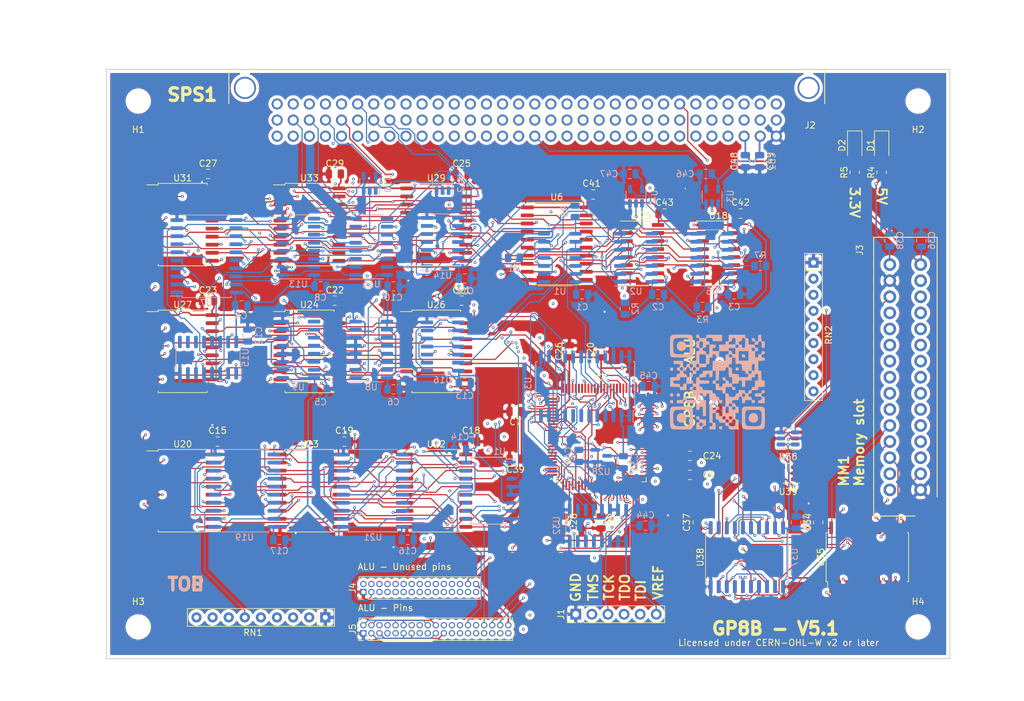
<source format=kicad_pcb>
(kicad_pcb (version 20211014) (generator pcbnew)
  (title_block (title "GP8B") (date "2022-07-08") (rev "V6.0") (company "Guillaume Guillet") (comment 1 "Copyright Guillaume Guillet 2022") (comment 2 "Licensed under CERN-OHL-W v2 or later"))
  (layers (0 "F.Cu" signal) (1 "In1.Cu" signal) (2 "In2.Cu" signal) (31 "B.Cu" signal) (34 "B.Paste" user) (35 "F.Paste" user) (36 "B.SilkS" user "B.Silkscreen") (37 "F.SilkS" user "F.Silkscreen") (38 "B.Mask" user) (39 "F.Mask" user) (44 "Edge.Cuts" user))
  (net 0 "")
  (net 1 "GND")
  (net 2 "+5V")
  (net 3 "+3V3")
  (net 4 "Net-(D1-Pad2)")
  (net 5 "/GLOBAL_CLK")
  (net 6 "/RESET_CLK")
  (net 7 "/RAM/RAMADDRESS_0")
  (net 8 "/RAM/RAMADDRESS_1")
  (net 9 "/RAM/RAMADDRESS_2")
  (net 10 "/RAM/RAMADDRESS_3")
  (net 11 "/RAM/RAMADDRESS_4")
  (net 12 "/RAM/RAMADDRESS_5")
  (net 13 "/RAM/RAMADDRESS_6")
  (net 14 "/RAM/RAMADDRESS_7")
  (net 15 "/RAM/RAMADDRESS_8")
  (net 16 "/RAM/RAMADDRESS_9")
  (net 17 "/RAM/RAMADDRESS_10")
  (net 18 "/RAM/RAMADDRESS_11")
  (net 19 "/RAM/RAMADDRESS_12")
  (net 20 "/RAM/RAMADDRESS_13")
  (net 21 "/RAM/RAMADDRESS_14")
  (net 22 "/RAM/RAMADDRESS_15")
  (net 23 "/RAM/RAM_~{WE}")
  (net 24 "/RAM_OE_CONTROL")
  (net 25 "/~{IF_RESULT}")
  (net 26 "/IF_RESULT")
  (net 27 "/NUM_SELECT_0")
  (net 28 "/NUM_SELECT_1")
  (net 29 "/Instruction/COUNTER_OUT_0")
  (net 30 "/Instruction/COUNTER_OUT_1")
  (net 31 "Net-(U8-Pad11)")
  (net 32 "Net-(U8-Pad15)")
  (net 33 "/Instruction/COUNTER_2")
  (net 34 "/Instruction/I_IF")
  (net 35 "/Instruction/I_IFNOT")
  (net 36 "Net-(U15-Pad7)")
  (net 37 "/Instruction/IF_VALID")
  (net 38 "/Instruction/IFNOT_VALID")
  (net 39 "Net-(D2-Pad2)")
  (net 40 "/~{COUNTER_RESET}")
  (net 41 "/Instruction/INSTRUCTION_B1")
  (net 42 "/Instruction/INSTRUCTION_B2")
  (net 43 "/Instruction/INSTRUCTION_B3")
  (net 44 "/Instruction/INSTRUCTION_B4")
  (net 45 "/Instruction/INSTRUCTION_B5")
  (net 46 "/NUM_SELECT_2")
  (net 47 "Net-(U9-Pad12)")
  (net 48 "Net-(U9-Pad11)")
  (net 49 "Net-(U9-Pad10)")
  (net 50 "Net-(U9-Pad9)")
  (net 51 "Net-(U9-Pad7)")
  (net 52 "/Instruction/~{COUNTER_2}")
  (net 53 "/Instruction/~{INSTRUCTION_B5}")
  (net 54 "Net-(U15-Pad12)")
  (net 55 "Net-(U15-Pad11)")
  (net 56 "Net-(U15-Pad10)")
  (net 57 "Net-(U15-Pad9)")
  (net 58 "/NUMBER_0")
  (net 59 "/NUMBER_1")
  (net 60 "/NUMBER_2")
  (net 61 "/NUMBER_3")
  (net 62 "/NUMBER_4")
  (net 63 "/NUMBER_5")
  (net 64 "/NUMBER_6")
  (net 65 "/NUMBER_7")
  (net 66 "/SYNC_BIT")
  (net 67 "/NumberSelect/RAMDATA_0")
  (net 68 "/NumberSelect/RAMDATA_1")
  (net 69 "/NumberSelect/RAMDATA_2")
  (net 70 "/NumberSelect/RAMDATA_3")
  (net 71 "/NumberSelect/RAMDATA_4")
  (net 72 "/NumberSelect/RAMDATA_5")
  (net 73 "/NumberSelect/RAMDATA_6")
  (net 74 "/NumberSelect/RAMDATA_7")
  (net 75 "/NumberSelect/BOPRESULT_0")
  (net 76 "/NumberSelect/BOPRESULT_1")
  (net 77 "/NumberSelect/BOPRESULT_2")
  (net 78 "/NumberSelect/BOPRESULT_3")
  (net 79 "/NumberSelect/BOPRESULT_4")
  (net 80 "/NumberSelect/BOPRESULT_5")
  (net 81 "/NumberSelect/BOPRESULT_6")
  (net 82 "/NumberSelect/BOPRESULT_7")
  (net 83 "Net-(U33-Pad16)")
  (net 84 "Net-(U33-Pad19)")
  (net 85 "/OPLEFT_CLK")
  (net 86 "/OPRIGHT_CLK")
  (net 87 "Net-(IC1-Pad39)")
  (net 88 "Net-(IC1-Pad61)")
  (net 89 "/Operation/TDI")
  (net 90 "Net-(IC1-Pad64)")
  (net 91 "/Operation/TMS")
  (net 92 "/Operation/TCK")
  (net 93 "Net-(IC1-Pad91)")
  (net 94 "Net-(IC1-Pad92)")
  (net 95 "Net-(IC1-Pad94)")
  (net 96 "Net-(IC1-Pad95)")
  (net 97 "Net-(IC1-Pad96)")
  (net 98 "/Operation/TDO")
  (net 99 "/PROCESSOR_PAUSE")
  (net 100 "/SPI_MOSI")
  (net 101 "/SPI_MISO")
  (net 102 "/SPI_SCLK")
  (net 103 "/SPI_CS")
  (net 104 "/~{SELECTING_RBEXT1}")
  (net 105 "/~{SELECTING_RBEXT2}")
  (net 106 "/ADDSRC_CLK")
  (net 107 "/JMPSRC_CLK")
  (net 108 "/PERIPHERAL_CLK")
  (net 109 "/END_ISIMPLE")
  (net 110 "/END_MAXCOUNT")
  (net 111 "/NEXT_AFTERSET")
  (net 112 "/NEXT_IF")
  (net 113 "/NEXT_IFNOT")
  (net 114 "/SPI/SPI_CFG_RCLK")
  (net 115 "/SPI/SPI_CFG_~{PL}")
  (net 116 "/BJMPSRC1_CLK")
  (net 117 "/BPCS_CLK")
  (net 118 "/BWRITE2_CLK")
  (net 119 "/BWRITE1_CLK")
  (net 120 "/BJMPSRC2_CLK")
  (net 121 "/BJMPSRC3_CLK")
  (net 122 "/BRAMADD1_CLK")
  (net 123 "/BRAMADD2_CLK")
  (net 124 "/SPI_CLK")
  (net 125 "Net-(U13-Pad7)")
  (net 126 "/BRAMDATA_CLK")
  (net 127 "/RAMWRITE_CLK")
  (net 128 "/~{SELECTING_SPI}")
  (net 129 "/NumberSelect/~{SELECTING_RAM}")
  (net 130 "/NumberSelect/~{SELECTING_OPRESULT}")
  (net 131 "/NumberSelect/~{SELECTING_BREAD2}")
  (net 132 "/NumberSelect/~{SELECTING_BREAD1}")
  (net 133 "Net-(U25-Pad9)")
  (net 134 "Net-(U38-Pad1)")
  (net 135 "Net-(IC1-Pad15)")
  (net 136 "Net-(IC1-Pad16)")
  (net 137 "Net-(IC1-Pad17)")
  (net 138 "/Operation/UNUSED_A0")
  (net 139 "/Operation/UNUSED_A1")
  (net 140 "/Operation/UNUSED_A2")
  (net 141 "/Operation/UNUSED_A3")
  (net 142 "/Operation/UNUSED_A4")
  (net 143 "/Operation/UNUSED_A5")
  (net 144 "/Operation/UNUSED_A6")
  (net 145 "/Operation/UNUSED_A7")
  (net 146 "/Operation/UNUSED_B0")
  (net 147 "/Operation/UNUSED_B1")
  (net 148 "/Operation/UNUSED_B2")
  (net 149 "/Operation/UNUSED_B3")
  (net 150 "/Operation/UNUSED_B4")
  (net 151 "/Operation/UNUSED_B5")
  (net 152 "/Operation/UNUSED_B6")
  (net 153 "/Operation/UNUSED_B7")
  (net 154 "/Operation/UNUSED_D3")
  (net 155 "/Operation/UNUSED_D2")
  (net 156 "/Operation/UNUSED_D1")
  (net 157 "/Operation/UNUSED_D0")
  (net 158 "/Operation/UNUSED_C7")
  (net 159 "/Operation/UNUSED_C6")
  (net 160 "/Operation/UNUSED_C5")
  (net 161 "/Operation/UNUSED_C4")
  (net 162 "/Operation/UNUSED_C3")
  (net 163 "/Operation/UNUSED_C2")
  (net 164 "/Operation/UNUSED_C1")
  (net 165 "/Operation/UNUSED_C0")
  (net 166 "+1V8")
  (net 167 "/Operation/DLEFT_0")
  (net 168 "/Operation/DLEFT_1")
  (net 169 "/Operation/DLEFT_2")
  (net 170 "/Operation/DLEFT_3")
  (net 171 "/Operation/DLEFT_4")
  (net 172 "/Operation/DLEFT_5")
  (net 173 "/Operation/DLEFT_6")
  (net 174 "/Operation/DLEFT_7")
  (net 175 "Net-(IC1-Pad14)")
  (net 176 "Net-(IC1-Pad18)")
  (net 177 "/Operation/CPLD_OPCHOOSE_CLK")
  (net 178 "/Operation/CPLD_OPRIGHT_CLK")
  (net 179 "/Operation/CPLD_OPLEFT_CLK")
  (net 180 "Net-(IC1-Pad63)")
  (net 181 "Net-(IC1-Pad65)")
  (net 182 "Net-(IC1-Pad76)")
  (net 183 "Net-(IC1-Pad90)")
  (net 184 "/Connector/BPCS_5")
  (net 185 "/Connector/BPCS_4")
  (net 186 "/Connector/BPCS_3")
  (net 187 "/Connector/BPCS_2")
  (net 188 "/Connector/BPCS_1")
  (net 189 "/Connector/BPCS_0")
  (net 190 "/Connector/BDATASRC_7")
  (net 191 "/Connector/BDATASRC_6")
  (net 192 "/Connector/BDATASRC_5")
  (net 193 "/Connector/BDATASRC_4")
  (net 194 "/Connector/BDATASRC_3")
  (net 195 "/Connector/BDATASRC_2")
  (net 196 "/Connector/BDATASRC_1")
  (net 197 "/Connector/BDATASRC_0")
  (net 198 "/Connector/BREAD2_7")
  (net 199 "/Connector/BREAD2_6")
  (net 200 "/Connector/BREAD2_5")
  (net 201 "/Connector/BREAD2_4")
  (net 202 "/Connector/BREAD2_3")
  (net 203 "/Connector/BREAD2_2")
  (net 204 "/Connector/BREAD2_1")
  (net 205 "/Connector/BREAD2_0")
  (net 206 "/Connector/BREAD1_7")
  (net 207 "/Connector/BREAD1_6")
  (net 208 "/Connector/BREAD1_5")
  (net 209 "/Connector/BREAD1_4")
  (net 210 "/Connector/BREAD1_3")
  (net 211 "/Connector/BREAD1_2")
  (net 212 "/Connector/BREAD1_1")
  (net 213 "/Connector/BREAD1_0")
  (net 214 "/Connector/BWRITE2_7")
  (net 215 "/Connector/BWRITE2_6")
  (net 216 "/Connector/BWRITE2_5")
  (net 217 "/Connector/BWRITE2_4")
  (net 218 "/Connector/BWRITE2_3")
  (net 219 "/Connector/BWRITE2_2")
  (net 220 "/Connector/BWRITE2_1")
  (net 221 "/Connector/BWRITE2_0")
  (net 222 "/Connector/BWRITE1_7")
  (net 223 "/Connector/BWRITE1_6")
  (net 224 "/Connector/BWRITE1_5")
  (net 225 "/Connector/BWRITE1_4")
  (net 226 "/Connector/BWRITE1_3")
  (net 227 "/Connector/BWRITE1_2")
  (net 228 "/Connector/BWRITE1_1")
  (net 229 "/Connector/BWRITE1_0")
  (net 230 "/Connector/BJMPSRC_23")
  (net 231 "/Connector/BJMPSRC_22")
  (net 232 "/Connector/BJMPSRC_21")
  (net 233 "/Connector/BJMPSRC_20")
  (net 234 "/Connector/BJMPSRC_19")
  (net 235 "/Connector/BJMPSRC_18")
  (net 236 "/Connector/BJMPSRC_17")
  (net 237 "/Connector/BJMPSRC_16")
  (net 238 "/Connector/BJMPSRC_15")
  (net 239 "/Connector/BJMPSRC_14")
  (net 240 "/Connector/BJMPSRC_13")
  (net 241 "/Connector/BJMPSRC_12")
  (net 242 "/Connector/BJMPSRC_11")
  (net 243 "/Connector/BJMPSRC_10")
  (net 244 "/Connector/BJMPSRC_9")
  (net 245 "/Connector/BJMPSRC_8")
  (net 246 "/Connector/BJMPSRC_7")
  (net 247 "/Connector/BJMPSRC_6")
  (net 248 "/Connector/BJMPSRC_5")
  (net 249 "/Connector/BJMPSRC_4")
  (net 250 "/Connector/BJMPSRC_3")
  (net 251 "/Connector/BJMPSRC_2")
  (net 252 "/Connector/BJMPSRC_1")
  (net 253 "/Connector/BJMPSRC_0")
  (net 254 "/BCFG_SPI_CLK")
  (net 255 "/OPCHOOSE_CLK")
  (net 256 "Net-(U32-Pad10)")
  (net 257 "/RAM/B_RAM_~{OE}")
  (net 258 "/~{NEXT_CLK}")
  (net 259 "/SELECTING_SRC")
  (net 260 "/NEXT_MAXCOUNT")
  (net 261 "/NEXT_ISIMPLE")
  (net 262 "/~{SELECTING_SRC}")
  (net 263 "Net-(U6-Pad19)")
  (net 264 "Net-(U6-Pad16)")
  (net 265 "Net-(U6-Pad15)")
  (net 266 "/SPI/SPI_CFG_DS")
  (footprint "Capacitor_SMD:C_0805_2012Metric" (layer "F.Cu") (at 125.5 85.5 180)
    (fp_text reference "C7")
    (fp_text value "100nF")
  )
  (footprint "Capacitor_SMD:C_0805_2012Metric" (layer "F.Cu") (at 153 95.5)
    (fp_text reference "C9")
    (fp_text value "100nF")
  )
  (footprint "Capacitor_SMD:C_0805_2012Metric" (layer "F.Cu") (at 78.5 90.25 180)
    (fp_text reference "C15")
    (fp_text value "10nF")
  )
  (footprint "Capacitor_SMD:C_0805_2012Metric" (layer "F.Cu") (at 118.5 90.25 180)
    (fp_text reference "C18")
    (fp_text value "10nF")
  )
  (footprint "Capacitor_SMD:C_0805_2012Metric" (layer "F.Cu") (at 98.5 90.25 180)
    (fp_text reference "C19")
    (fp_text value "10nF")
  )
  (footprint "Capacitor_SMD:C_0805_2012Metric" (layer "F.Cu") (at 139 76 90)
    (fp_text reference "C20")
    (fp_text value "100nF")
  )
  (footprint "Capacitor_SMD:C_0805_2012Metric" (layer "F.Cu") (at 117 68)
    (fp_text reference "C21")
    (fp_text value "10nF")
  )
  (footprint "Capacitor_SMD:C_0805_2012Metric" (layer "F.Cu") (at 97 68)
    (fp_text reference "C22")
    (fp_text value "10nF")
  )
  (footprint "Capacitor_SMD:C_0805_2012Metric" (layer "F.Cu") (at 77 68)
    (fp_text reference "C23")
    (fp_text value "10nF")
  )
  (footprint "Capacitor_SMD:C_0805_2012Metric" (layer "F.Cu") (at 153 92.5)
    (fp_text reference "C24")
    (fp_text value "100nF")
  )
  (footprint "Capacitor_SMD:C_0805_2012Metric" (layer "F.Cu") (at 117 48)
    (fp_text reference "C25")
    (fp_text value "10nF")
  )
  (footprint "Capacitor_SMD:C_0805_2012Metric" (layer "F.Cu") (at 134 76 90)
    (fp_text reference "C26")
    (fp_text value "100nF")
  )
  (footprint "Capacitor_SMD:C_0805_2012Metric" (layer "F.Cu") (at 77 48)
    (fp_text reference "C27")
    (fp_text value "10nF")
  )
  (footprint "Capacitor_SMD:C_0805_2012Metric" (layer "F.Cu") (at 133 103 -90)
    (fp_text reference "C28")
    (fp_text value "100nF")
  )
  (footprint "Capacitor_SMD:C_0805_2012Metric" (layer "F.Cu") (at 97 48)
    (fp_text reference "C29")
    (fp_text value "10nF")
  )
  (footprint "Capacitor_SMD:C_0805_2012Metric" (layer "F.Cu") (at 139 103 -90)
    (fp_text reference "C32")
    (fp_text value "100nF")
  )
  (footprint "Capacitor_SMD:C_0805_2012Metric" (layer "F.Cu") (at 173.25 103 90)
    (fp_text reference "C34")
    (fp_text value "10nF")
  )
  (footprint "Capacitor_SMD:C_0805_2012Metric" (layer "F.Cu") (at 154.25 103 -90)
    (fp_text reference "C37")
    (fp_text value "10nF")
  )
  (footprint "Capacitor_SMD:C_0805_2012Metric" (layer "F.Cu") (at 125.5 93 180)
    (fp_text reference "C39")
    (fp_text value "100nF")
  )
  (footprint "Capacitor_SMD:C_0805_2012Metric" (layer "F.Cu") (at 137.75 51.25 180)
    (fp_text reference "C41")
    (fp_text value "10nF")
  )
  (footprint "Capacitor_SMD:C_0805_2012Metric" (layer "F.Cu") (at 161 54.25 180)
    (fp_text reference "C42")
    (fp_text value "10nF")
  )
  (footprint "Capacitor_SMD:C_0805_2012Metric" (layer "F.Cu") (at 149 54.25 180)
    (fp_text reference "C43")
    (fp_text value "10nF")
  )
  (footprint "LED_SMD:LED_1206_3216Metric" (layer "F.Cu") (at 183.25 43.5 -90)
    (fp_text reference "D1")
    (fp_text value "GREEN_2.65V_2mA")
  )
  (footprint "LED_SMD:LED_1206_3216Metric" (layer "F.Cu") (at 179 43.5 -90)
    (fp_text reference "D2")
    (fp_text value "GREEN_2.65V_2mA")
  )
  (footprint "Eurocard_5536475-1:Eurocard_5536475-1" (layer "F.Cu") (at 126 39.5)
    (fp_text reference "J2")
    (fp_text value "TE_Eurocard_96pole")
  )
  (footprint "TE5530843-2:TE_5530843-2" (layer "F.Cu") (at 187 80 90)
    (fp_text reference "J3")
    (fp_text value "MM1_5530843-2")
  )
  (footprint "Resistor_SMD:R_0805_2012Metric" (layer "F.Cu") (at 183.25 47.75 90)
    (fp_text reference "R4")
    (fp_text value "1k5")
  )
  (footprint "Resistor_SMD:R_0805_2012Metric" (layer "F.Cu") (at 179 47.75 90)
    (fp_text reference "R5")
    (fp_text value "470E")
  )
  (footprint "Resistor_THT:R_Array_SIP9" (layer "F.Cu") (at 95.5 118 180)
    (fp_text reference "RN1")
    (fp_text value "8x10k")
  )
  (footprint "Resistor_THT:R_Array_SIP9" (layer "F.Cu") (at 172.5 62 -90)
    (fp_text reference "RN2")
    (fp_text value "8x10k")
  )
  (footprint "Package_SO:SOIC-20W_7.5x12.8mm_P1.27mm" (layer "F.Cu") (at 132 59)
    (fp_text reference "U6")
    (fp_text value "74AHC273")
  )
  (footprint "Package_SO:SOIC-16_3.9x9.9mm_P1.27mm" (layer "F.Cu") (at 157.5 60.5)
    (fp_text reference "U18")
    (fp_text value "74HC166")
  )
  (footprint "Package_SO:SOIC-20W_7.5x12.8mm_P1.27mm" (layer "F.Cu") (at 93 76)
    (fp_text reference "U24")
    (fp_text value "74AHC273")
  )
  (footprint "Package_SO:SOIC-16_3.9x9.9mm_P1.27mm" (layer "F.Cu") (at 145.5 60.5)
    (fp_text reference "U25")
    (fp_text value "74AHCT595")
  )
  (footprint "Package_SO:SOIC-20W_7.5x12.8mm_P1.27mm" (layer "F.Cu") (at 113 76)
    (fp_text reference "U26")
    (fp_text value "74AHC273")
  )
  (footprint "Package_SO:SOIC-20W_7.5x12.8mm_P1.27mm" (layer "F.Cu") (at 73 76)
    (fp_text reference "U27")
    (fp_text value "74AHC273")
  )
  (footprint "Package_SO:SOIC-20W_7.5x12.8mm_P1.27mm" (layer "F.Cu") (at 113 56)
    (fp_text reference "U29")
    (fp_text value "74AHC273")
  )
  (footprint "Package_SO:SOIC-20W_7.5x12.8mm_P1.27mm" (layer "F.Cu") (at 73 56)
    (fp_text reference "U31")
    (fp_text value "74AHC273")
  )
  (footprint "Package_SO:SOIC-20W_7.5x12.8mm_P1.27mm" (layer "F.Cu") (at 181 108.5 90)
    (fp_text reference "U35")
    (fp_text value "74AHC273")
  )
  (footprint "Package_TO_SOT_SMD:SOT-23-5" (layer "F.Cu") (at 168.5 89.75 180)
    (fp_text reference "U36")
    (fp_text value "74AHC1G04")
  )
  (footprint "Package_SO:SOIC-20W_7.5x12.8mm_P1.27mm" (layer "F.Cu") (at 162 108.5 90)
    (fp_text reference "U38")
    (fp_text value "74AHC374")
  )
  (footprint "Package_TO_SOT_SMD:SOT-23-5" (layer "F.Cu") (at 168.5 95.25 180)
    (fp_text reference "U39")
    (fp_text value "74AHC1G04")
  )
  (footprint "Package_SO:SOIC-20W_7.5x12.8mm_P1.27mm" (layer "F.Cu") (at 73 98)
    (fp_text reference "U20")
    (fp_text value "74AHCT244")
  )
  (footprint "Package_SO:SOIC-20W_7.5x12.8mm_P1.27mm" (layer "F.Cu") (at 113 98)
    (fp_text reference "U22")
    (fp_text value "74AHCT244")
  )
  (footprint "Package_SO:SOIC-20W_7.5x12.8mm_P1.27mm" (layer "F.Cu") (at 93 98)
    (fp_text reference "U23")
    (fp_text value "74AHCT244")
  )
  (footprint "Package_SO:SOIC-20W_7.5x12.8mm_P1.27mm" (layer "F.Cu") (at 93 56)
    (fp_text reference "U33")
    (fp_text value "74AHC273")
  )
  (footprint "Connector_PinHeader_1.27mm:PinHeader_2x15_P1.27mm_Vertical" (layer "F.Cu") (at 101.5 114 90)
    (fp_text reference "J4")
    (fp_text value "UnusedPins_Connector")
  )
  (footprint "MountingHole:MountingHole_3mm" (layer "F.Cu") (at 66 36.5)
    (fp_text reference "H1")
    (fp_text value "MountingHole_3mm")
  )
  (footprint "MountingHole:MountingHole_3mm" (layer "F.Cu") (at 189 36.5)
    (fp_text reference "H2")
    (fp_text value "MountingHole_3mm")
  )
  (footprint "MountingHole:MountingHole_3mm" (layer "F.Cu") (at 66 119.5)
    (fp_text reference "H3")
    (fp_text value "MountingHole_3mm")
  )
  (footprint "MountingHole:MountingHole_3mm" (layer "F.Cu") (at 189 119.5)
    (fp_text reference "H4")
    (fp_text value "MountingHole_3mm")
  )
  (footprint "Package_QFP:VQFP-100_14x14mm_P0.5mm" (layer "F.Cu") (at 139 89.5)
    (fp_text reference "IC1")
    (fp_text value "XC2C256-VQ100")
  )
  (footprint "Connector_PinHeader_1.27mm:PinHeader_2x19_P1.27mm_Vertical" (layer "F.Cu") (at 101.5 120.5 90)
    (fp_text reference "J5")
    (fp_text value "ALU_PINS")
  )
  (footprint "Capacitor_SMD:C_0805_2012Metric" (layer "F.Cu") (at 161.75 46 -90)
    (fp_text reference "C48")
    (fp_text value "1uF")
  )
  (footprint "Capacitor_SMD:C_0805_2012Metric" (layer "F.Cu") (at 164 46 -90)
    (fp_text reference "C49")
    (fp_text value "1uF")
  )
  (footprint "Connector_PinHeader_2.54mm:PinHeader_1x06_P2.54mm_Vertical" (layer "F.Cu") (at 135 117.5 90)
    (fp_text reference "J1")
    (fp_text value "ALU_JTAG")
  )
  (footprint "Capacitor_SMD:C_0805_2012Metric" (layer "B.Cu") (at 136 67 180)
    (fp_text reference "C1")
    (fp_text value "10nF")
  )
  (footprint "Capacitor_SMD:C_0805_2012Metric" (layer "B.Cu") (at 148 67 180)
    (fp_text reference "C2")
    (fp_text value "10nF")
  )
  (footprint "Capacitor_SMD:C_0805_2012Metric" (layer "B.Cu") (at 160 67 180)
    (fp_text reference "C3")
    (fp_text value "10nF")
  )
  (footprint "Capacitor_SMD:C_0805_2012Metric" (layer "B.Cu") (at 82.25 68.75)
    (fp_text reference "C4")
    (fp_text value "10nF")
  )
  (footprint "Capacitor_SMD:C_0805_2012Metric" (layer "B.Cu") (at 94.75 82 180)
    (fp_text reference "C5")
    (fp_text value "10nF")
  )
  (footprint "Capacitor_SMD:C_0805_2012Metric" (layer "B.Cu") (at 106.25 82 180)
    (fp_text reference "C6")
    (fp_text value "10nF")
  )
  (footprint "Capacitor_SMD:C_0805_2012Metric" (layer "B.Cu") (at 94.75 65.75 180)
    (fp_text reference "C8")
    (fp_text value "10nF")
  )
  (footprint "Capacitor_SMD:C_0805_2012Metric" (layer "B.Cu") (at 106.25 65.75 180)
    (fp_text reference "C10")
    (fp_text value "10nF")
  )
  (footprint "Capacitor_SMD:C_0805_2012Metric" (layer "B.Cu") (at 117.5 64.5 180)
    (fp_text reference "C11")
    (fp_text value "10nF")
  )
  (footprint "Capacitor_SMD:C_0805_2012Metric" (layer "B.Cu") (at 83.25 73.5 -90)
    (fp_text reference "C12")
    (fp_text value "10nF")
  )
  (footprint "Capacitor_SMD:C_0805_2012Metric" (layer "B.Cu") (at 117.5 81 180)
    (fp_text reference "C13")
    (fp_text value "10nF")
  )
  (footprint "Capacitor_SMD:C_0805_2012Metric" (layer "B.Cu") (at 116.75 91.5)
    (fp_text reference "C14")
    (fp_text value "10nF")
  )
  (footprint "Capacitor_SMD:C_0805_2012Metric" (layer "B.Cu") (at 108.5 105.75 180)
    (fp_text reference "C16")
    (fp_text value "10nF")
  )
  (footprint "Capacitor_SMD:C_0805_2012Metric" (layer "B.Cu") (at 88.25 105.75 180)
    (fp_text reference "C17")
    (fp_text value "10nF")
  )
  (footprint "Capacitor_SMD:C_0805_2012Metric" (layer "B.Cu") (at 161.75 46 -90)
    (fp_text reference "C30")
    (fp_text value "100nF")
  )
  (footprint "Capacitor_SMD:C_0805_2012Metric" (layer "B.Cu") (at 164 46 -90)
    (fp_text reference "C31")
    (fp_text value "100nF")
  )
  (footprint "Capacitor_SMD:C_0805_2012Metric" (layer "B.Cu") (at 142.5 93.5 -90)
    (fp_text reference "C33")
    (fp_text value "1uF")
  )
  (footprint "Capacitor_SMD:C_0805_2012Metric" (layer "B.Cu") (at 169.75 103 90)
    (fp_text reference "C35")
    (fp_text value "10nF")
  )
  (footprint "Capacitor_SMD:C_0805_2012Metric" (layer "B.Cu") (at 189.5 58.5 90)
    (fp_text reference "C36")
    (fp_text value "100nF")
  )
  (footprint "Capacitor_SMD:C_0805_2012Metric" (layer "B.Cu") (at 184.5 58.5 90)
    (fp_text reference "C38")
    (fp_text value "100nF")
  )
  (footprint "Capacitor_SMD:C_0805_2012Metric" (layer "B.Cu") (at 135.5 92.5 -90)
    (fp_text reference "C40")
    (fp_text value "1uF")
  )
  (footprint "Resistor_SMD:R_0805_2012Metric" (layer "B.Cu") (at 125.25 61.25)
    (fp_text reference "R1")
    (fp_text value "10k")
  )
  (footprint "Resistor_SMD:R_0805_2012Metric" (layer "B.Cu") (at 142.75 69.25 90)
    (fp_text reference "R2")
    (fp_text value "10k")
  )
  (footprint "Resistor_SMD:R_0805_2012Metric" (layer "B.Cu") (at 155 69 180)
    (fp_text reference "R3")
    (fp_text value "10k")
  )
  (footprint "Package_SO:SOIC-14_3.9x8.7mm_P1.27mm" (layer "B.Cu") (at 132.5 61.25)
    (fp_text reference "U1")
    (fp_text value "74AHC05")
  )
  (footprint "Package_SO:SOIC-14_3.9x8.7mm_P1.27mm" (layer "B.Cu") (at 144.5 61.25)
    (fp_text reference "U2")
    (fp_text value "74AHC05")
  )
  (footprint "Package_TO_SOT_SMD:SOT-23-5" (layer "B.Cu") (at 156.5 51.5 90)
    (fp_text reference "U3")
    (fp_text value "74AHC1G02")
  )
  (footprint "Package_TO_SOT_SMD:SOT-23-5" (layer "B.Cu") (at 144.5 51.5 90)
    (fp_text reference "U4")
    (fp_text value "74AHC1G08")
  )
  (footprint "Package_SO:SOIC-14_3.9x8.7mm_P1.27mm" (layer "B.Cu") (at 156.5 61.25)
    (fp_text reference "U5")
    (fp_text value "74AHC05")
  )
  (footprint "Package_SO:SOIC-20W_7.5x12.8mm_P1.27mm" (layer "B.Cu") (at 76.75 61)
    (fp_text reference "U7")
    (fp_text value "74AHCT273")
  )
  (footprint "Package_SO:SOIC-16_3.9x9.9mm_P1.27mm" (layer "B.Cu") (at 102.75 75.75)
    (fp_text reference "U8")
    (fp_text value "74HC163")
  )
  (footprint "Package_SO:SOIC-16_3.9x9.9mm_P1.27mm" (layer "B.Cu") (at 91.25 75.75)
    (fp_text reference "U9")
    (fp_text value "CD74AC238")
  )
  (footprint "Package_TO_SOT_SMD:SOT-23-5" (layer "B.Cu") (at 102.5 49.5 90)
    (fp_text reference "U10")
    (fp_text value "74AHC1G04")
  )
  (footprint "Package_SO:SOIC-16_3.9x9.9mm_P1.27mm" (layer "B.Cu") (at 102.75 59.5)
    (fp_text reference "U11")
    (fp_text value "CD74AC238")
  )
  (footprint "Package_TO_SOT_SMD:SOT-23-5" (layer "B.Cu") (at 114 49.5 90)
    (fp_text reference "U12")
    (fp_text value "74AHC1G04")
  )
  (footprint "Package_SO:SOIC-16_3.9x9.9mm_P1.27mm" (layer "B.Cu") (at 91.25 59.5)
    (fp_text reference "U13")
    (fp_text value "CD74AC238")
  )
  (footprint "Package_SO:SOIC-14_3.9x8.7mm_P1.27mm" (layer "B.Cu") (at 114 58.75)
    (fp_text reference "U14")
    (fp_text value "74AHC08")
  )
  (footprint "Package_SO:SOIC-16_3.9x9.9mm_P1.27mm" (layer "B.Cu") (at 77 77 90)
    (fp_text reference "U15")
    (fp_text value "CD74AC238")
  )
  (footprint "Package_SO:SOIC-14_3.9x8.7mm_P1.27mm" (layer "B.Cu") (at 114 75.25)
    (fp_text reference "U16")
    (fp_text value "74AHC08")
  )
  (footprint "Package_SO:SOIC-16W_5.3x10.2mm_P1.27mm" (layer "B.Cu") (at 121.25 98 180)
    (fp_text reference "U17")
    (fp_text value "74AHC138")
  )
  (footprint "Package_SO:SOIC-20W_7.5x12.8mm_P1.27mm" (layer "B.Cu") (at 162 108.5 90)
    (fp_text reference "U37")
    (fp_text value "74AHC273")
  )
  (footprint "Package_SO:SOIC-20W_7.5x12.8mm_P1.27mm" (layer "B.Cu") (at 82.75 98)
    (fp_text reference "U19")
    (fp_text value "74AHCT244")
  )
  (footprint "Package_SO:SOIC-20W_7.5x12.8mm_P1.27mm" (layer "B.Cu") (at 103 98)
    (fp_text reference "U21")
    (fp_text value "74AHCT244")
  )
  (footprint "Capacitor_SMD:C_0805_2012Metric" (layer "B.Cu") (at 146 103.5 180)
    (fp_text reference "C44")
    (fp_text value "10nF")
  )
  (footprint "Capacitor_SMD:C_0805_2012Metric" (layer "B.Cu") (at 146.5 81.5 180)
    (fp_text reference "C45")
    (fp_text value "10nF")
  )
  (footprint "Package_TO_SOT_SMD:SOT-23" (layer "B.Cu") (at 139 92.5)
    (fp_text reference "U28")
    (fp_text value "TPS7A0518PDBZR")
  )
  (footprint "Package_SO:SOIC-24W_7.5x15.4mm_P1.27mm" (layer "B.Cu") (at 136.5 81.5 90)
    (fp_text reference "U30")
    (fp_text value "SN74LVC8T245DW")
  )
  (footprint "Package_SO:SOIC-16_3.9x9.9mm_P1.27mm" (layer "B.Cu") (at 138.5 103.5 90)
    (fp_text reference "U32")
    (fp_text value "SN74AVC4T245D")
  )
  (footprint "Package_TO_SOT_SMD:SOT-23-5" (layer "B.Cu") (at 168.5 89.75)
    (fp_text reference "U34")
    (fp_text value "74LVC1G34")
  )
  (footprint "QRCode:QRCode" (layer "B.Cu") (at 157.35 80.85)
    (fp_text reference "G***" hide)
    (fp_text value "LOGO" hide)
  )
  (footprint "Capacitor_SMD:C_0805_2012Metric" (layer "B.Cu") (at 155.5 48)
    (fp_text reference "C46")
    (fp_text value "10nF")
  )
  (footprint "Capacitor_SMD:C_0805_2012Metric" (layer "B.Cu") (at 143.5 48)
    (fp_text reference "C47")
    (fp_text value "10nF")
  )
  (footprint "Resistor_SMD:R_0805_2012Metric" (layer "B.Cu") (at 134.9 53.9 -90)
    (fp_text reference "R6")
    (fp_text value "10k")
  )
  (footprint "Resistor_SMD:R_0805_2012Metric" (layer "B.Cu") (at 164.1 62.5 180)
    (fp_text reference "R7")
    (fp_text value "10k")
  )
  (gr_line (start 61 121) (end 61 124.5) (layer "Edge.Cuts") (width 0.15))
  (gr_line (start 194 95) (end 194 31.5) (layer "Edge.Cuts") (width 0.15))
  (gr_line (start 194 124.5) (end 61 124.5) (layer "Edge.Cuts") (width 0.15))
  (gr_line (start 61 76) (end 61 121) (layer "Edge.Cuts") (width 0.15))
  (gr_line (start 194 31.5) (end 61 31.5) (layer "Edge.Cuts") (width 0.15))
  (gr_line (start 61 76) (end 61 31.5) (layer "Edge.Cuts") (width 0.15))
  (gr_line (start 194 95) (end 194 124.5) (layer "Edge.Cuts") (width 0.15))
  (gr_text "GG" (at 174 53.5) (layer "F.Cu") (effects (font (size 2 2) (thickness 0.4))))
  (gr_text "BOT" (at 73.5 112.75) (layer "B.SilkS") (effects (font (size 2 2) (thickness 0.5)) (justify mirror)))
  (gr_text "Licensed under CERN-OHL-W v2 or later" (at 167 122) (layer "F.SilkS") (effects (font (size 1 1))))
  (gr_text "ALU - Pins" (at 105 116.5) (layer "F.SilkS") (effects (font (size 1 1))))
  (gr_text "VREF" (at 148 112.5 90) (layer "F.SilkS") (effects (font (size 1.5 1.5) (thickness 0.3))))
  (gr_text "TMS" (at 137.75 113.25 90) (layer "F.SilkS") (effects (font (size 1.5 1.5) (thickness 0.3))))
  (gr_text "TDO" (at 142.75 113.25 90) (layer "F.SilkS") (effects (font (size 1.5 1.5) (thickness 0.3))))
  (gr_text "TDI" (at 145.25 113.75 90) (layer "F.SilkS") (effects (font (size 1.5 1.5) (thickness 0.3))))
  (gr_text "GND" (at 135 113.25 90) (layer "F.SilkS") (effects (font (size 1.5 1.5) (thickness 0.3))))
  (gr_text "TCK" (at 140.25 113.25 90) (layer "F.SilkS") (effects (font (size 1.5 1.5) (thickness 0.3))))
  (gr_text "SPS1" (at 74.5 35.5) (layer "F.SilkS") (effects (font (size 2 2) (thickness 0.5))))
  (gr_text "MM1\nMemory slot" (at 178.5 97.5 90) (layer "F.SilkS") (effects (font (size 1.5 1.5) (thickness 0.3)) (justify left)))
  (gr_text "3.3V" (at 179 52.5 270) (layer "F.SilkS") (effects (font (size 1.5 1.5) (thickness 0.3))))
  (gr_text "GP8B - ALU" (at 153 81 90) (layer "F.SilkS") (effects (font (size 1.5 1.5) (thickness 0.3))))
  (gr_text "GP8B - V5.1" (at 166.5 119.75) (layer "F.SilkS") (effects (font (size 2 2) (thickness 0.5))))
  (gr_text "5V" (at 183.25 51.5 270) (layer "F.SilkS") (effects (font (size 1.5 1.5) (thickness 0.3))))
  (gr_text "TOP" (at 73.5 112.75) (layer "F.SilkS") (effects (font (size 2 2) (thickness 0.5))))
  (gr_text "ALU - Unused pins" (at 108 110) (layer "F.SilkS") (effects (font (size 1 1))))
  (segment (start 148.82 90) (end 146.6625 90) (width 0.25) (layer "F.Cu") (net 1))
  (segment (start 135.5 97.1625) (end 135.5 102.94) (width 0.25) (layer "F.Cu") (net 1))
  (segment (start 146.6561 86.5064) (end 144.4864 86.5064) (width 0.25) (layer "F.Cu") (net 1))
  (segment (start 96.0625 67.4267) (end 96.0625 68) (width 0.25) (layer "F.Cu") (net 1))
  (segment (start 141.5026 83.8065) (end 141.5026 85.0126) (width 0.25) (layer "F.Cu") (net 1))
  (segment (start 167.82235 89.72235) (end 168.7447 88.8) (width 0.25) (layer "F.Cu") (net 1))
  (segment (start 88.35 81.715) (end 87.7566 81.715) (width 0.25) (layer "F.Cu") (net 1))
  (segment (start 178.94 42.04) (end 179 42.1) (width 0.25) (layer "F.Cu") (net 1))
  (segment (start 171.732 95.5767) (end 171.732 100.0224) (width 0.25) (layer "F.Cu") (net 1))
  (segment (start 132.47 75.4) (end 132.8075 75.0625) (width 0.25) (layer "F.Cu") (net 1))
  (segment (start 141.87 85.38) (end 143.5584 85.38) (width 0.25) (layer "F.Cu") (net 1))
  (segment (start 132.9637 77.9637) (end 132.47 77.47) (width 0.25) (layer "F.Cu") (net 1))
  (segment (start 88.35 105.08) (end 88.45 105.18) (width 0.25) (layer "F.Cu") (net 1))
  (segment (start 169.6 94.3) (end 169.7047 94.3) (width 0.25) (layer "F.Cu") (net 1))
  (segment (start 149.4658 87.4658) (end 149.4658 89.3542) (width 0.25) (layer "F.Cu") (net 1))
  (segment (start 153.9375 101.75) (end 154.25 102.0625) (width 0.25) (layer "F.Cu") (net 1))
  (segment (start 164.1 60.9489) (end 162.009 63.0399) (width 0.25) (layer "F.Cu") (net 1))
  (segment (start 108.35 103.715) (end 108.35 104.838) (width 0.25) (layer "F.Cu") (net 1))
  (segment (start 135.5 102.94) (end 135.5 103.385) (width 0.25) (layer "F.Cu") (net 1))
  (segment (start 124.5625 94.3125) (end 124.89 94.64) (width 0.25) (layer "F.Cu") (net 1))
  (segment (start 134.51 103.58) (end 135.15 102.94) (width 0.25) (layer "F.Cu") (net 1))
  (segment (start 186.715 113.6999) (end 186.715 113.15) (width 0.25) (layer "F.Cu") (net 1))
  (segment (start 164.78765 89.72235) (end 162.01 92.5) (width 0.25) (layer "F.Cu") (net 1))
  (segment (start 155.4145 62.405) (end 155.025 62.405) (width 0.25) (layer "F.Cu") (net 1))
  (segment (start 135.15 102.94) (end 135.5 102.94) (width 0.25) (layer "F.Cu") (net 1))
  (segment (start 141 81.8375) (end 141 83.3039) (width 0.25) (layer "F.Cu") (net 1))
  (segment (start 156.265 64.945) (end 156.7 64.51) (width 0.25) (layer "F.Cu") (net 1))
  (segment (start 146.6625 86.5) (end 148.5 86.5) (width 0.25) (layer "F.Cu") (net 1))
  (segment (start 148.82 90) (end 149.4658 89.3542) (width 0.25) (layer "F.Cu") (net 1))
  (segment (start 153.9375 92.5) (end 162.01 92.5) (width 0.25) (layer "F.Cu") (net 1))
  (segment (start 132.47 77.47) (end 132.47 75.4) (width 0.25) (layer "F.Cu") (net 1))
  (segment (start 128.56 94.64) (end 129.7 93.5) (width 0.25) (layer "F.Cu") (net 1))
  (segment (start 145.1 83.5) (end 144.1408 84.4592) (width 0.25) (layer "F.Cu") (net 1))
  (segment (start 156.7 62.77) (end 156.335 62.405) (width 0.25) (layer "F.Cu") (net 1))
  (segment (start 148.5 86.5) (end 149.4658 87.4658) (width 0.25) (layer "F.Cu") (net 1))
  (segment (start 124.89 94.64) (end 128.56 94.64) (width 0.25) (layer "F.Cu") (net 1))
  (segment (start 169.7047 94.3) (end 170.4553 94.3) (width 0.25) (layer "F.Cu") (net 1))
  (segment (start 131.3375 95.8598) (end 131.07 96.1273) (width 0.25) (layer "F.Cu") (net 1))
  (segment (start 76.0625 49.2813) (end 76.0625 48) (width 0.25) (layer "F.Cu") (net 1))
  (segment (start 146.6625 83.5) (end 145.1 83.5) (width 0.25) (layer "F.Cu") (net 1))
  (segment (start 141.5026 85.0126) (end 141.87 85.38) (width 0.25) (layer "F.Cu") (net 1))
  (segment (start 156.335 62.405) (end 155.025 62.405) (width 0.25) (layer "F.Cu") (net 1))
  (segment (start 132.8075 75.0625) (end 134 75.0625) (width 0.25) (layer "F.Cu") (net 1))
  (segment (start 156.7299 63.0399) (end 156.7 63.01) (width 0.25) (layer "F.Cu") (net 1))
  (segment (start 132.9637 81.8012) (end 132.9637 79.7963) (width 0.25) (layer "F.Cu") (net 1))
  (segment (start 90.35 105.18) (end 90.83 104.7) (width 0.25) (layer "F.Cu") (net 1))
  (segment (start 136.0525 103.9375) (end 139 103.9375) (width 0.25) (layer "F.Cu") (net 1))
  (segment (start 132.9637 79.7963) (end 133.23 79.53) (width 0.25) (layer "F.Cu") (net 1))
  (segment (start 131.3375 93.5) (end 129.7 93.5) (width 0.25) (layer "F.Cu") (net 1))
  (segment (start 124.5625 93) (end 124.5625 94.3125) (width 0.25) (layer "F.Cu") (net 1))
  (segment (start 162.009 63.0399) (end 156.7299 63.0399) (width 0.25) (layer "F.Cu") (net 1))
  (segment (start 124.5625 83.3575) (end 126.1188 81.8012) (width 0.25) (layer "F.Cu") (net 1))
  (segment (start 88.35 103.715) (end 88.35 105.08) (width 0.25) (layer "F.Cu") (net 1))
  (segment (start 133.23 78.24) (end 132.9637 77.9737) (width 0.25) (layer "F.Cu") (net 1))
  (segment (start 99.815 90.25) (end 99.4375 90.25) (width 0.25) (layer "F.Cu") (net 1))
  (segment (start 131.3375 95.5) (end 131.3375 95.8598) (width 0.25) (layer "F.Cu") (net 1))
  (segment (start 108.35 104.838) (end 106.2702 106.9178) (width 0.25) (layer "F.Cu") (net 1))
  (segment (start 124.5625 85.5) (end 124.5625 83.3575) (width 0.25) (layer "F.Cu") (net 1))
  (segment (start 88.45 105.18) (end 90.35 105.18) (width 0.25) (layer "F.Cu") (net 1))
  (segment (start 155.025 64.945) (end 156.265 64.945) (width 0.25) (layer "F.Cu") (net 1))
  (segment (start 144.1408 86.1608) (end 144.1408 84.7976) (width 0.25) (layer "F.Cu") (net 1))
  (segment (start 144.1408 84.4592) (end 144.1408 84.7976) (width 0.25) (layer "F.Cu") (net 1))
  (segment (start 132.9637 77.9737) (end 132.9637 77.9637) (width 0.25) (layer "F.Cu") (net 1))
  (segment (start 155.025 64.945) (end 155.4157 64.945) (width 0.25) (layer "F.Cu") (net 1))
  (segment (start 126.1188 81.8012) (end 132.9637 81.8012) (width 0.25) (layer "F.Cu") (net 1))
  (segment (start 135.5 103.385) (end 136.0525 103.9375) (width 0.25) (layer "F.Cu") (net 1))
  (segment (start 170.4553 94.3) (end 171.732 95.5767) (width 0.25) (layer "F.Cu") (net 1))
  (segment (start 156.7 64.51) (end 156.7 63.01) (width 0.25) (layer "F.Cu") (net 1))
  (segment (start 141 83.3039) (end 141.5026 83.8065) (width 0.25) (layer "F.Cu") (net 1))
  (segment (start 144.4864 86.5064) (end 144.1408 86.1608) (width 0.25) (layer "F.Cu") (net 1))
  (segment (start 79.4375 90.25) (end 79.4375 90.0341) (width 0.25) (layer "F.Cu") (net 1))
  (segment (start 133.23 79.53) (end 133.23 78.24) (width 0.25) (layer "F.Cu") (net 1))
  (segment (start 167.82235 89.72235) (end 164.78765 89.72235) (width 0.25) (layer "F.Cu") (net 1))
  (segment (start 96.8488 66.6404) (end 96.9652 66.6404) (width 0.25) (layer "F.Cu") (net 1))
  (segment (start 143.5584 85.38) (end 144.1408 84.7976) (width 0.25) (layer "F.Cu") (net 1))
  (segment (start 156.7 63.01) (end 156.7 62.77) (width 0.25) (layer "F.Cu") (net 1))
  (segment (start 132.9637 81.8012) (end 133 81.8375) (width 0.25) (layer "F.Cu") (net 1))
  (segment (start 169.6 88.8) (end 168.7447 88.8) (width 0.25) (layer "F.Cu") (net 1))
  (segment (start 146.6625 86.5) (end 146.6561 86.5064) (width 0.25) (layer "F.Cu") (net 1))
  (segment (start 119.4682 90.2193) (end 119.4375 90.25) (width 0.25) (layer "F.Cu") (net 1))
  (segment (start 169.6 94.3) (end 169.6 92.59) (width 0.25) (layer "F.Cu") (net 1))
  (via (at 90.83 104.7) (size 0.55) (drill 0.3) (layers "F.Cu" "B.Cu") (net 1))
  (via (at 102.3958 48.6845) (size 0.55) (drill 0.3) (layers "F.Cu" "B.Cu") (net 1))
  (via (at 152.29 50.29) (size 0.45) (drill 0.2) (layers "F.Cu" "B.Cu") (net 1))
  (via (at 77.68 87.61) (size 0.55) (drill 0.3) (layers "F.Cu" "B.Cu") (net 1))
  (via (at 134.51 103.58) (size 0.55) (drill 0.3) (layers "F.Cu" "B.Cu") (net 1))
  (via (at 171.732 100.0224) (size 0.55) (drill 0.3) (layers "F.Cu" "B.Cu") (net 1))
  (via (at 144.1408 84.7976) (size 0.55) (drill 0.3) (layers "F.Cu" "B.Cu") (net 1))
  (via (at 108.6 64.83) (size 0.55) (drill 0.3) (layers "F.Cu" "B.Cu") (net 1))
  (via (at 106.2702 106.9178) (size 0.55) (drill 0.3) (layers "F.Cu" "B.Cu") (net 1))
  (via (at 164.1 60.9489) (size 0.55) (drill 0.3) (layers "F.Cu" "B.Cu") (net 1))
  (via (at 115.95 49.4) (size 0.55) (drill 0.3) (layers "F.Cu" "B.Cu") (net 1))
  (via (at 98.7 88.74) (size 0.55) (drill 0.3) (layers "F.Cu" "B.Cu") (net 1))
  (via (at 76.0625 49.2813) (size 0.55) (drill 0.3) (layers "F.Cu" "B.Cu") (net 1))
  (via (at 149.55 101.89) (size 0.55) (drill 0.3) (layers "F.Cu" "B.Cu") (net 1))
  (via (at 139.5419 69.7648) (size 0.55) (drill 0.3) (layers "F.Cu" "B.Cu") (net 1))
  (via (at 131.07 96.1273) (size 0.55) (drill 0.3) (layers "F.Cu" "B.Cu") (net 1))
  (via (at 96.9652 66.6404) (size 0.55) (drill 0.3) (layers "F.Cu" "B.Cu") (net 1))
  (segment (start 95.6875 82) (end 95.6875 81.0359) (width 0.25) (layer "B.Cu") (net 1))
  (segment (start 100.2646 71.2946) (end 100.275 71.305) (width 0.25) (layer "B.Cu") (net 1))
  (segment (start 160.9375 67) (end 162.43 67) (width 0.25) (layer "B.Cu") (net 1))
  (segment (start 113.05 50.6) (end 113.05 51.4553) (width 0.25) (layer "B.Cu") (net 1))
  (segment (start 140.405 101.4023) (end 139.3903 102.417) (width 0.25) (layer "B.Cu") (net 1))
  (segment (start 99.9042 70.7998) (end 100.2645 71.1601) (width 0.25) (layer "B.Cu") (net 1))
  (segment (start 100.275 73.845) (end 100.275 75.115) (width 0.25) (layer "B.Cu") (net 1))
  (segment (start 95.49 56.0506) (end 96.7894 56.0506) (width 0.25) (layer "B.Cu") (net 1))
  (segment (start 106.2702 106.9177) (end 106.2702 106.9178) (width 0.25) (layer "B.Cu") (net 1))
  (segment (start 97.785 55.055) (end 100.275 55.055) (width 0.25) (layer "B.Cu") (net 1))
  (segment (start 112.73765 51.76765) (end 113.05 51.4553) (width 0.25) (layer "B.Cu") (net 1))
  (segment (start 142.5 94.4375) (end 142.4754 94.4375) (width 0.25) (layer "B.Cu") (net 1))
  (segment (start 134.6276 93.4375) (end 135.5 93.4375) (width 0.25) (layer "B.Cu") (net 1))
  (segment (start 164.1 60.9177) (end 164.1 60.9489) (width 0.25) (layer "B.Cu") (net 1))
  (segment (start 102.3957 48.6845) (end 102.3957 48.942) (width 0.25) (layer "B.Cu") (net 1))
  (segment (start 134.055 101.025) (end 134.055 102.135) (width 0.25) (layer "B.Cu") (net 1))
  (segment (start 95.1384 55.699) (end 95.49 56.0506) (width 0.25) (layer "B.Cu") (net 1))
  (segment (start 144.1408 84.6688) (end 144.1408 84.7976) (width 0.25) (layer "B.Cu") (net 1))
  (segment (start 89.1861 75.1149) (end 90.076 74.225) (width 0.25) (layer "B.Cu") (net 1))
  (segment (start 109.1092 64.3208) (end 108.6 64.83) (width 0.25) (layer "B.Cu") (net 1))
  (segment (start 72.555 79.475) (end 72.555 79.8523) (width 0.25) (layer "B.Cu") (net 1))
  (segment (start 120.3 64.5) (end 120.92375 63.87625) (width 0.25) (layer "B.Cu") (net 1))
  (segment (start 124.8 97.365) (end 125.3377 97.365) (width 0.25) (layer "B.Cu") (net 1))
  (segment (start 142.025 55.405) (end 142.025 57.44) (width 0.25) (layer "B.Cu") (net 1))
  (segment (start 118.4375 64.6482) (end 118.4375 64.5) (width 0.25) (layer "B.Cu") (net 1))
  (segment (start 89.2198 71.305) (end 88.775 71.305) (width 0.25) (layer "B.Cu") (net 1))
  (segment (start 145.1198 83.6898) (end 144.1408 84.6688) (width 0.25) (layer "B.Cu") (net 1))
  (segment (start 125.4975 57.44) (end 130.025 57.44) (width 0.25) (layer "B.Cu") (net 1))
  (segment (start 107.21 65.7725) (end 107.1875 65.75) (width 0.25) (layer "B.Cu") (net 1))
  (segment (start 100.275 77.655) (end 98.0453 77.655) (width 0.25) (layer "B.Cu") (net 1))
  (segment (start 108.72 71.44) (end 107.21 69.93) (width 0.25) (layer "B.Cu") (net 1))
  (segment (start 95.4708 80.2295) (end 95.4708 80.8192) (width 0.25) (layer "B.Cu") (net 1))
  (segment (start 141.5626 97.7374) (end 141.5626 100.9126) (width 0.25) (layer "B.Cu") (net 1))
  (segment (start 130.785 84.785) (end 130.4 84.4) (width 0.25) (layer "B.Cu") (net 1))
  (segment (start 101.405 73.845) (end 101.76 73.49) (width 0.25) (layer "B.Cu") (net 1))
  (segment (start 99.9042 69.5794) (end 99.9042 70.7998) (width 0.25) (layer "B.Cu") (net 1))
  (segment (start 101.76 73.49) (end 101.76 71.58) (width 0.25) (layer "B.Cu") (net 1))
  (segment (start 137.988 93.4375) (end 138 93.45) (width 0.25) (layer "B.Cu") (net 1))
  (segment (start 130.4 84.4) (end 130.4 82.88) (width 0.25) (layer "B.Cu") (net 1))
  (segment (start 100.2646 71.1601) (end 100.2646 71.2946) (width 0.25) (layer "B.Cu") (net 1))
  (segment (start 101.76 71.58) (end 101.485 71.305) (width 0.25) (layer "B.Cu") (net 1))
  (segment (start 98.0453 77.655) (end 96.31515 79.38515) (width 0.25) (layer "B.Cu") (net 1))
  (segment (start 111.525 54.94) (end 109.56 54.94) (width 0.25) (layer "B.Cu") (net 1))
  (segment (start 115.95 51.62) (end 115.62 51.95) (width 0.25) (layer "B.Cu") (net 1))
  (segment (start 118.4375 64.5) (end 120.3 64.5) (width 0.25) (layer "B.Cu") (net 1))
  (segment (start 164.1 65.33) (end 164.1 60.9489) (width 0.25) (layer "B.Cu") (net 1))
  (segment (start 95.17565 79.93435) (end 95.26565 79.93435) (width 0.25) (layer "B.Cu") (net 1))
  (segment (start 129.515 76.85) (end 129.4868 76.8782) (width 0.25) (layer "B.Cu") (net 1))
  (segment (start 101.55 50.6) (end 101.55 53.78) (width 0.25) (layer "B.Cu") (net 1))
  (segment (start 111.525 71.44) (end 108.72 71.44) (width 0.25) (layer "B.Cu") (net 1))
  (segment (start 140.945 76.4079) (end 140.945 76.85) (width 0.25) (layer "B.Cu") (net 1))
  (segment (start 162.43 67) (end 164.1 65.33) (width 0.25) (layer "B.Cu") (net 1))
  (segment (start 139.3903 102.417) (end 134.337 102.417) (width 0.25) (layer "B.Cu") (net 1))
  (segment (start 88.775 75.115) (end 88.775 76.385) (width 0.25) (layer "B.Cu") (net 1))
  (segment (start 141.5626 97.7374) (end 142.4754 96.8246) (width 0.25) (layer "B.Cu") (net 1))
  (segment (start 120.92375 62.01375) (end 125.4975 57.44) (width 0.25) (layer "B.Cu") (net 1))
  (segment (start 167.4 88.8) (end 168.2553 88.8) (width 0.25) (layer "B.Cu") (net 1))
  (segment (start 109.1092 55.3908) (end 109.1092 64.3208) (width 0.25) (layer "B.Cu") (net 1))
  (segment (start 90.076 72.1612) (end 89.2198 71.305) (width 0.25) (layer "B.Cu") (net 1))
  (segment (start 90.076 74.225) (end 90.076 72.1612) (width 0.25) (layer "B.Cu") (net 1))
  (segment (start 92.2965 55.699) (end 95.1384 55.699) (width 0.25) (layer "B.Cu") (net 1))
  (segment (start 112.92 51.95) (end 112.73765 51.76765) (width 0.25) (layer "B.Cu") (net 1))
  (segment (start 147.4375 81.5) (end 147.4375 83.0025) (width 0.25) (layer "B.Cu") (net 1))
  (segment (start 120.92375 63.87625) (end 120.92375 62.01375) (width 0.25) (layer "B.Cu") (net 1))
  (segment (start 124.8 98.635) (end 124.8 97.365) (width 0.25) (layer "B.Cu") (net 1))
  (segment (start 101.55 49.7877) (end 101.55 50.6) (width 0.25) (layer "B.Cu") (net 1))
  (segment (start 134.055 101.4894) (end 134.055 101.025) (width 0.25) (layer "B.Cu") (net 1))
  (segment (start 169.0878 89.6325) (end 170.6725 89.6325) (width 0.25) (layer "B.Cu") (net 1))
  (segment (start 140.405 101.025) (end 140.405 101.4023) (width 0.25) (layer "B.Cu") (net 1))
  (segment (start 130.785 86.15) (end 129.515 86.15) (width 0.25) (layer "B.Cu") (net 1))
  (segment (start 142.4754 94.4375) (end 142.1557 94.4375) (width 0.25) (layer "B.Cu") (net 1))
  (segment (start 147.4375 83.0025) (end 146.7502 83.6898) (width 0.25) (layer "B.Cu") (net 1))
  (segment (start 88.775 55.055) (end 91.6525 55.055) (width 0.25) (layer "B.Cu") (net 1))
  (segment (start 92.575 79.56) (end 90.67 77.655) (width 0.25) (layer "B.Cu") (net 1))
  (segment (start 129.4868 76.8782) (end 129.4868 78.6632) (width 0.25) (layer "B.Cu") (net 1))
  (segment (start 89.1861 75.115) (end 89.1861 75.1149) (width 0.25) (layer "B.Cu") (net 1))
  (segment (start 141.4502 101.025) (end 141.5626 100.9126) (width 0.25) (layer "B.Cu") (net 1))
  (segment (start 115.95 49.4) (end 115.95 51.62) (width 0.25) (layer "B.Cu") (net 1))
  (segment (start 88.775 77.655) (end 88.775 76.385) (width 0.25) (layer "B.Cu") (net 1))
  (segment (start 142.4754 94.4375) (end 142.4754 96.8246) (width 0.25) (layer "B.Cu") (net 1))
  (segment (start 100.275 75.115) (end 100.275 76.385) (width 0.25) (layer "B.Cu") (net 1))
  (segment (start 90.67 77.655) (end 88.775 77.655) (width 0.25) (layer "B.Cu") (net 1))
  (segment (start 95.6875 81.0359) (end 95.4708 80.8192) (width 0.25) (layer "B.Cu") (net 1))
  (segment (start 100.275 76.385) (end 100.275 77.655) (width 0.25) (layer "B.Cu") (net 1))
  (segment (start 130.785 86.15) (end 130.785 84.785) (width 0.25) (layer "B.Cu") (net 1))
  (segment (start 130.785 89.5949) (end 134.6276 93.4375) (width 0.25) (layer "B.Cu") (net 1))
  (segment (start 111.525 52.9803) (end 112.73765 51.76765) (width 0.25) (layer "B.Cu") (net 1))
  (segment (start 102.3958 48.6845) (end 102.3957 48.6845) (width 0.25) (layer "B.Cu") (net 1))
  (segment (start 130.4 82.88) (end 128.86 81.34) (width 0.25) (layer "B.Cu") (net 1))
  (segment (start 96.9652 66.6404) (end 99.9042 69.5794) (width 0.25) (layer "B.Cu") (net 1))
  (segment (start 95.26565 79.93435) (end 95.81485 79.38515) (width 0.25) (layer "B.Cu") (net 1))
  (segment (start 169.75 102.0044) (end 169.75 102.0625) (width 0.25) (layer "B.Cu") (net 1))
  (segment (start 88.775 75.115) (end 89.1861 75.115) (width 0.25) (layer "B.Cu") (net 1))
  (segment (start 96.7894 56.0506) (end 97.785 55.055) (width 0.25) (layer "B.Cu") (net 1))
  (segment (start 141.5626 100.9126) (end 141.675 101.025) (width 0.25) (layer "B.Cu") (net 1))
  (segment (start 128.86 81.34) (end 128.86 79.29) (width 0.25) (layer "B.Cu") (net 1))
  (segment (start 109.56 54.94) (end 109.1092 55.3908) (width 0.25) (layer "B.Cu") (net 1))
  (segment (start 111.525 54.94) (end 111.525 52.9803) (width 0.25) (layer "B.Cu") (net 1))
  (segment (start 115.62 51.95) (end 112.92 51.95) (width 0.25) (layer "B.Cu") (net 1))
  (segment (start 107.21 69.93) (end 107.21 65.7725) (width 0.25) (layer "B.Cu") (net 1))
  (segment (start 156.285 112.8475) (end 156.285 113.15) (width 0.25) (layer "B.Cu") (net 1))
  (segment (start 94.8013 79.56) (end 92.575 79.56) (width 0.25) (layer "B.Cu") (net 1))
  (segment (start 168.2553 88.8) (end 169.0878 89.6325) (width 0.25) (layer "B.Cu") (net 1))
  (segment (start 134.337 102.417) (end 134.055 102.135) (width 0.25) (layer "B.Cu") (net 1))
  (segment (start 144.1408 84.7976) (end 144.2618 84.9186) (width 0.25) (layer "B.Cu") (net 1))
  (segment (start 102.3957 48.942) (end 101.55 49.7877) (width 0.25) (layer "B.Cu") (net 1))
  (segment (start 101.485 71.305) (end 100.275 71.305) (width 0.25) (layer "B.Cu") (net 1))
  (segment (start 95.17565 79.93435) (end 94.8013 79.56) (width 0.25) (layer "B.Cu") (net 1))
  (segment (start 143.55 53.88) (end 142.025 55.405) (width 0.25) (layer "B.Cu") (net 1))
  (segment (start 142.581 48) (end 142.55 48) (width 0.25) (layer "B.Cu") (net 1))
  (segment (start 170.6725 89.6325) (end 171.732 90.692) (width 0.25) (layer "B.Cu") (net 1))
  (segment (start 91.6525 55.055) (end 92.2965 55.699) (width 0.25) (layer "B.Cu") (net 1))
  (segment (start 128.86 79.29) (end 129.4868 78.6632) (width 0.25) (layer "B.Cu") (net 1))
  (segment (start 95.4708 80.2295) (end 95.17565 79.93435) (width 0.25) (layer "B.Cu") (net 1))
  (segment (start 146.7502 83.6898) (end 145.1198 83.6898) (width 0.25) (layer "B.Cu") (net 1))
  (segment (start 100.275 73.845) (end 101.405 73.845) (width 0.25) (layer "B.Cu") (net 1))
  (segment (start 130.785 86.15) (end 130.785 89.5949) (width 0.25) (layer "B.Cu") (net 1))
  (segment (start 147.4375 81.5) (end 147.3096 81.5) (width 0.25) (layer "B.Cu") (net 1))
  (segment (start 95.81485 79.38515) (end 96.31515 79.38515) (width 0.25) (layer "B.Cu") (net 1))
  (segment (start 171.732 90.692) (end 171.732 100.0224) (width 0.25) (layer "B.Cu") (net 1))
  (segment (start 134.055 101.025) (end 134.055 100.9469) (width 0.25) (layer "B.Cu") (net 1))
  (segment (start 101.55 53.78) (end 100.275 55.055) (width 0.25) (layer "B.Cu") (net 1))
  (segment (start 100.2645 71.1601) (end 100.2646 71.1601) (width 0.25) (layer "B.Cu") (net 1))
  (segment (start 143.55 52.6) (end 143.55 53.88) (width 0.25) (layer "B.Cu") (net 1))
  (segment (start 140.405 101.025) (end 141.4502 101.025) (width 0.25) (layer "B.Cu") (net 1))
  (segment (start 80.305 92.285) (end 81.08815 91.50185) (width 0.25) (layer "F.Cu") (net 2))
  (segment (start 96.0736 50.1064) (end 89.9636 50.1064) (width 0.25) (layer "F.Cu") (net 2))
  (segment (start 168.2017 96.2) (end 169.3545 97.3528) (width 0.25) (layer "F.Cu") (net 2))
  (segment (start 108.3244 50.2594) (end 108.35 50.285) (width 0.25) (layer "F.Cu") (net 2))
  (segment (start 117.938 48.6212) (end 117.9375 48.6207) (width 0.25) (layer "F.Cu") (net 2))
  (segment (start 147.0785 52.5385) (end 146.7862 52.5385) (width 0.25) (layer "F.Cu") (net 2))
  (segment (start 148.062 55.5092) (end 148.062 55.9675) (width 0.25) (layer "F.Cu") (net 2))
  (segment (start 77.65 69.8675) (end 77.65 69.45) (width 0.25) (layer "F.Cu") (net 2))
  (segment (start 136.8125 51.9178) (end 136.8125 51.25) (width 0.25) (layer "F.Cu") (net 2))
  (segment (start 164 42.14) (end 164.1 42.04) (width 0.25) (layer "F.Cu") (net 2))
  (segment (start 98.7925 50.285) (end 98.9355 50.142) (width 0.25) (layer "F.Cu") (net 2))
  (segment (start 148.5653 63.675) (end 149.2412 64.3509) (width 0.25) (layer "F.Cu") (net 2))
  (segment (start 77.5625 90.25) (end 77.5625 92.1975) (width 0.25) (layer "F.Cu") (net 2))
  (segment (start 113.1045 67.2694) (end 112.5506 67.2694) (width 0.25) (layer "F.Cu") (net 2))
  (segment (start 77.65 70.0762) (end 77.65 69.8675) (width 0.25) (layer "F.Cu") (net 2))
  (segment (start 68.35 70.285) (end 72.3126 70.285) (width 0.25) (layer "F.Cu") (net 2))
  (segment (start 148.062 54.2634) (end 148.0625 54.2629) (width 0.25) (layer "F.Cu") (net 2))
  (segment (start 88.35 50.285) (end 89.785 50.285) (width 0.25) (layer "F.Cu") (net 2))
  (segment (start 97.5625 90.25) (end 97.5625 90.3809) (width 0.25) (layer "F.Cu") (net 2))
  (segment (start 125.755 53.285) (end 122.755 50.285) (width 0.25) (layer "F.Cu") (net 2))
  (segment (start 159.975 64.945) (end 159.975 65.8003) (width 0.25) (layer "F.Cu") (net 2))
  (segment (start 118.7282 91.6062) (end 118.8243 91.5101) (width 0.25) (layer "F.Cu") (net 2))
  (segment (start 146.7862 52.5385) (end 136.8885 52.5385) (width 0.25) (layer "F.Cu") (net 2))
  (segment (start 160.062 54.5541) (end 160.0625 54.5536) (width 0.25) (layer "F.Cu") (net 2))
  (segment (start 82.4626 70.285) (end 82.2538 70.0762) (width 0.25) (layer "F.Cu") (net 2))
  (segment (start 117.9375 68.4) (end 117.9375 68) (width 0.25) (layer "F.Cu") (net 2))
  (segment (start 81.244 70.285) (end 81.4528 70.0762) (width 0.25) (layer "F.Cu") (net 2))
  (segment (start 117.65 49.53) (end 117.938 49.2425) (width 0.25) (layer "F.Cu") (net 2))
  (segment (start 105.445 50.2594) (end 105.445 50.2508) (width 0.25) (layer "F.Cu") (net 2))
  (segment (start 158.335 56.055) (end 157.6968 55.4168) (width 0.25) (layer "F.Cu") (net 2))
  (segment (start 136.812 51.9183) (end 136.8125 51.9178) (width 0.25) (layer "F.Cu") (net 2))
  (segment (start 97.65 69.5) (end 97.65 70.1868) (width 0.25) (layer "F.Cu") (net 2))
  (segment (start 117.562 90.902) (end 117.562 91.6062) (width 0.25) (layer "F.Cu") (net 2))
  (segment (start 77.65 49.55) (end 77.65 50.285) (width 0.25) (layer "F.Cu") (net 2))
  (segment (start 77.5625 92.1975) (end 77.65 92.285) (width 0.25) (layer "F.Cu") (net 2))
  (segment (start 108.35 70.285) (end 104.645 70.285) (width 0.25) (layer "F.Cu") (net 2))
  (segment (start 82.2538 70.0762) (end 81.4528 70.0762) (width 0.25) (layer "F.Cu") (net 2))
  (segment (start 97.65 49.64) (end 97.65 50.1064) (width 0.25) (layer "F.Cu") (net 2))
  (segment (start 108.35 70.285) (end 109.535 70.285) (width 0.25) (layer "F.Cu") (net 2))
  (segment (start 88.35 50.285) (end 77.65 50.285) (width 0.25) (layer "F.Cu") (net 2))
  (segment (start 117.562 91.6062) (end 118.7282 91.6062) (width 0.25) (layer "F.Cu") (net 2))
  (segment (start 159.975 65.8003) (end 159.9381 65.8372) (width 0.25) (layer "F.Cu") (net 2))
  (segment (start 136.812 53.1225) (end 136.65 53.285) (width 0.25) (layer "F.Cu") (net 2))
  (segment (start 72.7216 69.876) (end 73.936 69.876) (width 0.25) (layer "F.Cu") (net 2))
  (segment (start 105.445 50.2594) (end 105.3276 50.142) (width 0.25) (layer "F.Cu") (net 2))
  (segment (start 136.812 51.25) (end 136.812 51.9183) (width 0.25) (layer "F.Cu") (net 2))
  (segment (start 117.938 68.4005) (end 117.938 68) (width 0.25) (layer "F.Cu") (net 2))
  (segment (start 102.36 68) (end 97.9375 68) (width 0.25) (layer "F.Cu") (net 2))
  (segment (start 97.65 50.285) (end 98.7925 50.285) (width 0.25) (layer "F.Cu") (net 2))
  (segment (start 117.65 70.285) (end 117.65 69.43) (width 0.25) (layer "F.Cu") (net 2))
  (segment (start 160.062 55.9418) (end 162.3631 55.9418) (width 0.25) (layer "F.Cu") (net 2))
  (segment (start 117.938 49.2425) (end 117.938 48.6212) (width 0.25) (layer "F.Cu") (net 2))
  (segment (start 95.8664 70.0536) (end 90.4364 70.0536) (width 0.25) (layer "F.Cu") (net 2))
  (segment (start 148.1544 55.4168) (end 157.6968 55.4168) (width 0.25) (layer "F.Cu") (net 2))
  (segment (start 148.062 54.25) (end 148.062 54.2634) (width 0.25) (layer "F.Cu") (net 2))
  (segment (start 115.2651 69.43) (end 113.1045 67.2694) (width 0.25) (layer "F.Cu") (net 2))
  (segment (start 183.25 48.6875) (end 182.3854 49.5521) (width 0.25) (layer "F.Cu") (net 2))
  (segment (start 164 45.05) (end 164 42.14) (width 0.25) (layer "F.Cu") (net 2))
  (segment (start 97.9375 69.2125) (end 97.65 69.5) (width 0.25) (layer "F.Cu") (net 2))
  (segment (start 160.062 54.25) (end 160.062 54.5541) (width 0.25) (layer "F.Cu") (net 2))
  (segment (start 160.062 54.5541) (end 160.062 55.9418) (width 0.25) (layer "F.Cu") (net 2))
  (segment (start 117.9375 48.6207) (end 117.9375 48) (width 0.25) (layer "F.Cu") (net 2))
  (segment (start 88.35 70.285) (end 90.205 70.285) (width 0.25) (layer "F.Cu") (net 2))
  (segment (start 97.9375 68) (end 97.9375 68.6062) (width 0.25) (layer "F.Cu") (net 2))
  (segment (start 92.36185 91.50185) (end 92.8024 91.0613) (width 0.25) (layer "F.Cu") (net 2))
  (segment (start 159.975 56.055) (end 158.335 56.055) (width 0.25) (layer "F.Cu") (net 2))
  (segment (start 117.562 92.1975) (end 117.65 92.285) (width 0.25) (layer "F.Cu") (net 2))
  (segment (start 77.9375 49.2625) (end 77.65 49.55) (width 0.25) (layer "F.Cu") (net 2))
  (segment (start 117.65 50.285) (end 122.755 50.285) (width 0.25) (layer "F.Cu") (net 2))
  (segment (start 97.65 50.1064) (end 97.65 50.285) (width 0.25) (layer "F.Cu") (net 2))
  (segment (start 92.36185 91.50185) (end 81.08815 91.50185) (width 0.25) (layer "F.Cu") (net 2))
  (segment (start 127.35 53.285) (end 136.65 53.285) (width 0.25) (layer "F.Cu") (net 2))
  (segment (start 108.35 50.285) (end 117.65 50.285) (width 0.25) (layer "F.Cu") (net 2))
  (segment (start 148.062 54.2634) (end 148.062 55.5092) (width 0.25) (layer "F.Cu") (net 2))
  (segment (start 117.938 48.6212) (end 117.938 48) (width 0.25) (layer "F.Cu") (net 2))
  (segment (start 77.65 69.8675) (end 77.6415 69.876) (width 0.25) (layer "F.Cu") (net 2))
  (segment (start 88.35 70.285) (end 82.4626 70.285) (width 0.25) (layer "F.Cu") (net 2))
  (segment (start 77.65 70.285) (end 77.65 70.0762) (width 0.25) (layer "F.Cu") (net 2))
  (segment (start 117.938 69.1425) (end 117.938 68.4005) (width 0.25) (layer "F.Cu") (net 2))
  (segment (start 97.65 70.1868) (end 97.65 70.285) (width 0.25) (layer "F.Cu") (net 2))
  (segment (start 96.2522 50.285) (end 96.0736 50.1064) (width 0.25) (layer "F.Cu") (net 2))
  (segment (start 97.65 70.285) (end 96.0978 70.285) (width 0.25) (layer "F.Cu") (net 2))
  (segment (start 117.562 90.25) (end 117.562 90.902) (width 0.25) (layer "F.Cu") (net 2))
  (segment (start 136.8885 52.5385) (end 136.812 52.462) (width 0.25) (layer "F.Cu") (net 2))
  (segment (start 72.3126 70.285) (end 72.7216 69.876) (width 0.25) (layer "F.Cu") (net 2))
  (segment (start 97.5625 92.1975) (end 97.65 92.285) (width 0.25) (layer "F.Cu") (net 2))
  (segment (start 148.062 55.5092) (end 148.1544 55.4168) (width 0.25) (layer "F.Cu") (net 2))
  (segment (start 89.785 50.285) (end 89.9636 50.1064) (width 0.25) (layer "F.Cu") (net 2))
  (segment (start 105.3276 50.142) (end 98.9355 50.142) (width 0.25) (layer "F.Cu") (net 2))
  (segment (start 95.93 90.25) (end 97.5625 90.25) (width 0.25) (layer "F.Cu") (net 2))
  (segment (start 147.975 63.675) (end 148.5653 63.675) (width 0.25) (layer "F.Cu") (net 2))
  (segment (start 148.0625 53.5225) (end 147.0785 52.5385) (width 0.25) (layer "F.Cu") (net 2))
  (segment (start 127.35 53.285) (end 125.755 53.285) (width 0.25) (layer "F.Cu") (net 2))
  (segment (start 77.9375 69.1625) (end 77.9375 68) (width 0.25) (layer "F.Cu") (net 2))
  (segment (start 117.562 90.902) (end 117.5625 90.9015) (width 0.25) (layer "F.Cu") (net 2))
  (segment (start 148.0625 54.25) (end 148.0625 53.5225) (width 0.25) (layer "F.Cu") (net 2))
  (segment (start 95.32 90.86) (end 95.93 90.25) (width 0.25) (layer "F.Cu") (net 2))
  (segment (start 148.0625 54.2629) (end 148.0625 54.25) (width 0.25) (layer "F.Cu") (net 2))
  (segment (start 77.65 92.285) (end 80.305 92.285) (width 0.25) (layer "F.Cu") (net 2))
  (segment (start 109.535 70.285) (end 112.5506 67.2694) (width 0.25) (layer "F.Cu") (net 2))
  (segment (start 104.645 70.285) (end 102.36 68) (width 0.25) (layer "F.Cu") (net 2))
  (segment (start 117.65 69.43) (end 115.2651 69.43) (width 0.25) (layer "F.Cu") (net 2))
  (segment (start 77.65 50.285) (end 68.35 50.285) (width 0.25) (layer "F.Cu") (net 2))
  (segment (start 160.0625 54.5536) (end 160.0625 54.25) (width 0.25) (layer "F.Cu") (net 2))
  (segment (start 117.65 50.285) (end 117.65 49.53) (width 0.25) (layer "F.Cu") (net 2))
  (segment (start 97.9375 68.6062) (end 97.9375 69.2125) (width 0.25) (layer "F.Cu") (net 2))
  (segment (start 77.65 70.285) (end 81.244 70.285) (width 0.25) (layer "F.Cu") (net 2))
  (segment (start 105.445 50.2594) (end 108.3244 50.2594) (width 0.25) (layer "F.Cu") (net 2))
  (segment (start 160.062 55.9418) (end 160.062 55.9675) (width 0.25) (layer "F.Cu") (net 2))
  (segment (start 117.562 91.6062) (end 117.562 92.1975) (width 0.25) (layer "F.Cu") (net 2))
  (segment (start 160.062 55.9675) (end 159.975 56.055) (width 0.25) (layer "F.Cu") (net 2))
  (segment (start 73.936 69.876) (end 74.345 70.285) (width 0.25) (layer "F.Cu") (net 2))
  (segment (start 97.5625 90.3809) (end 97.5625 92.1975) (width 0.25) (layer "F.Cu") (net 2))
  (segment (start 136.812 52.462) (end 136.812 53.1225) (width 0.25) (layer "F.Cu") (net 2))
  (segment (start 77.65 69.45) (end 77.9375 69.1625) (width 0.25) (layer "F.Cu") (net 2))
  (segment (start 92.8024 90.86) (end 95.32 90.86) (width 0.25) (layer "F.Cu") (net 2))
  (segment (start 117.938 68.4005) (end 117.9375 68.4) (width 0.25) (layer "F.Cu") (net 2))
  (segment (start 117.65 69.43) (end 117.938 69.1425) (width 0.25) (layer "F.Cu") (net 2))
  (segment (start 167.4 96.2) (end 168.2017 96.2) (width 0.25) (layer "F.Cu") (net 2))
  (segment (start 96.0978 70.285) (end 95.8664 70.0536) (width 0.25) (layer "F.Cu") (net 2))
  (segment (start 97.9375 48) (end 97.9375 49.3525) (width 0.25) (layer "F.Cu") (net 2))
  (segment (start 74.345 70.285) (end 77.65 70.285) (width 0.25) (layer "F.Cu") (net 2))
  (segment (start 148.062 55.9675) (end 147.975 56.055) (width 0.25) (layer "F.Cu") (net 2))
  (segment (start 117.5625 90.9015) (end 117.5625 90.25) (width 0.25) (layer "F.Cu") (net 2))
  (segment (start 97.65 50.285) (end 96.2522 50.285) (width 0.25) (layer "F.Cu") (net 2))
  (segment (start 92.8024 91.0613) (end 92.8024 90.86) (width 0.25) (layer "F.Cu") (net 2))
  (segment (start 90.205 70.285) (end 90.4364 70.0536) (width 0.25) (layer "F.Cu") (net 2))
  (segment (start 136.812 51.9183) (end 136.812 52.462) (width 0.25) (layer "F.Cu") (net 2))
  (segment (start 97.9375 49.3525) (end 97.65 49.64) (width 0.25) (layer "F.Cu") (net 2))
  (segment (start 77.9375 48) (end 77.9375 49.2625) (width 0.25) (layer "F.Cu") (net 2))
  (via (at 149.2412 64.3509) (size 0.55) (drill 0.3) (layers "F.Cu" "B.Cu") (net 2))
  (via (at 81.4528 70.0762) (size 0.55) (drill 0.3) (layers "F.Cu" "B.Cu") (net 2))
  (via (at 105.445 50.2508) (size 0.55) (drill 0.3) (layers "F.Cu" "B.Cu") (net 2))
  (via (at 162.3631 55.9418) (size 0.55) (drill 0.3) (layers "F.Cu" "B.Cu") (net 2))
  (via (at 146.7862 52.5385) (size 0.55) (drill 0.3) (layers "F.Cu" "B.Cu") (net 2))
  (via (at 159.9381 65.8372) (size 0.55) (drill 0.3) (layers "F.Cu" "B.Cu") (net 2))
  (via (at 169.3545 97.3528) (size 0.55) (drill 0.3) (layers "F.Cu" "B.Cu") (net 2))
  (via (at 182.3854 49.5521) (size 0.55) (drill 0.3) (layers "F.Cu" "B.Cu") (net 2))
  (via (at 72.7216 69.876) (size 0.55) (drill 0.3) (layers "F.Cu" "B.Cu") (net 2))
  (via (at 118.8243 91.5101) (size 0.55) (drill 0.3) (layers "F.Cu" "B.Cu") (net 2))
  (via (at 92.8024 90.86) (size 0.55) (drill 0.3) (layers "F.Cu" "B.Cu") (net 2))
  (via (at 113.1045 67.2694) (size 0.55) (drill 0.3) (layers "F.Cu" "B.Cu") (net 2))
  (segment (start 90.8039 79.6739) (end 91.325 80.195) (width 0.25) (layer "B.Cu") (net 2))
  (segment (start 105.312 81.2176) (end 105.312 80.2825) (width 0.25) (layer "B.Cu") (net 2))
  (segment (start 159.1128 65.8372) (end 159.062 65.888) (width 0.25) (layer "B.Cu") (net 2))
  (segment (start 96.8676 104.4487) (end 107.562 104.4487) (width 0.25) (layer "B.Cu") (net 2))
  (segment (start 103.45 49.2609) (end 104.4399 50.2508) (width 0.25) (layer "B.Cu") (net 2))
  (segment (start 127.4875 58.075) (end 131.0685 58.075) (width 0.25) (layer "B.Cu") (net 2))
  (segment (start 157.9375 67) (end 155.9375 69) (width 0.25) (layer "B.Cu") (net 2))
  (segment (start 81.5325 74.4375) (end 81.445 74.525) (width 0.25) (layer "B.Cu") (net 2))
  (segment (start 86.9816 74.5116) (end 87.2016 74.5116) (width 0.25) (layer "B.Cu") (net 2))
  (segment (start 147.062 66.0737) (end 147.0625 66.0742) (width 0.25) (layer "B.Cu") (net 2))
  (segment (start 137.6225 65.06) (end 142.75 70.1875) (width 0.25) (layer "B.Cu") (net 2))
  (segment (start 88.775 73.845) (end 87.8682 73.845) (width 0.25) (layer "B.Cu") (net 2))
  (segment (start 184.5 59.4375) (end 184.5 62.27) (width 0.25) (layer "B.Cu") (net 2))
  (segment (start 107.5625 105.406) (end 107.5625 105.75) (width 0.25) (layer "B.Cu") (net 2))
  (segment (start 107.562 103.802) (end 107.65 103.715) (width 0.25) (layer "B.Cu") (net 2))
  (segment (start 93.8125 82) (end 93.8125 82.8423) (width 0.25) (layer "B.Cu") (net 2))
  (segment (start 103.45 48.4) (end 103.45 49.2609) (width 0.25) (layer "B.Cu") (net 2))
  (segment (start 117.688 93.5425) (end 117.7 93.555) (width 0.25) (layer "B.Cu") (net 2))
  (segment (start 159.0625 67.7525) (end 159.76 68.45) (width 0.25) (layer "B.Cu") (net 2))
  (segment (start 87.3125 105.75) (end 87.3125 103.802) (width 0.25) (layer "B.Cu") (net 2))
  (segment (start 135.062 65.1475) (end 134.975 65.06) (width 0.25) (layer "B.Cu") (net 2))
  (segment (start 116.562 62.6475) (end 116.475 62.56) (width 0.25) (layer "B.Cu") (net 2))
  (segment (start 115.8739 64.5) (end 113.1045 67.2694) (width 0.25) (layer "B.Cu") (net 2))
  (segment (start 117.5983 62.6475) (end 116.562 62.6475) (width 0.25) (layer "B.Cu") (net 2))
  (segment (start 146.975 65.06) (end 149.2224 65.06) (width 0.25) (layer "B.Cu") (net 2))
  (segment (start 105.312 65.75) (end 105.312 71.218) (width 0.25) (layer "B.Cu") (net 2))
  (segment (start 72.7216 67.9816) (end 72.1 67.36) (width 0.25) (layer "B.Cu") (net 2))
  (segment (start 105.312 80.2825) (end 105.225 80.195) (width 0.25) (layer "B.Cu") (net 2))
  (segment (start 87.5298 78.2898) (end 86.99 77.75) (width 0.25) (layer "B.Cu") (net 2))
  (segment (start 104.4399 50.2508) (end 105.445 50.2508) (width 0.25) (layer "B.Cu") (net 2))
  (segment (start 123.31 95.9958) (end 118.8243 91.5101) (width 0.25) (layer "B.Cu") (net 2))
  (segment (start 146.7862 52.5385) (end 146.7862 51.7362) (width 0.25) (layer "B.Cu") (net 2))
  (segment (start 149.2412 65.0412) (end 149.2412 65.7064) (width 0.25) (layer "B.Cu") (net 2))
  (segment (start 116.562 80.4976) (end 116.5625 80.4981) (width 0.25) (layer "B.Cu") (net 2))
  (segment (start 81.3125 68.75) (end 81.3125 69.9359) (width 0.25) (layer "B.Cu") (net 2))
  (segment (start 131.3372 56.6428) (end 132.58539 55.39461) (width 0.25) (layer "B.Cu") (net 2))
  (segment (start 87.5298 78.2898) (end 90.3223 78.2898) (width 0.25) (layer "B.Cu") (net 2))
  (segment (start 108.8242 79.2048) (end 109.6147 79.9953) (width 0.25) (layer "B.Cu") (net 2))
  (segment (start 107.562 105.75) (end 107.562 105.4055) (width 0.25) (layer "B.Cu") (net 2))
  (segment (start 116.562 64.5) (end 116.562 62.6475) (width 0.25) (layer "B.Cu") (net 2))
  (segment (start 93.8125 81.7313) (end 93.8125 80.2825) (width 0.25) (layer "B.Cu") (net 2))
  (segment (start 116.562 64.5) (end 116.5625 64.5) (width 0.25) (layer "B.Cu") (net 2))
  (segment (start 159.76 68.45) (end 162.89 68.45) (width 0.25) (layer "B.Cu") (net 2))
  (segment (start 184.5 59.4375) (end 182.3854 57.3229) (width 0.25) (layer "B.Cu") (net 2))
  (segment (start 93.8125 64.6775) (end 93.8125 64.0325) (width 0.25) (layer "B.Cu") (net 2))
  (segment (start 106.5835 79.2048) (end 106.5835 79.2636) (width 0.25) (layer "B.Cu") (net 2))
  (segment (start 132.58539 54.60211) (end 134.2 52.9875) (width 0.25) (layer "B.Cu") (net 2))
  (segment (start 165.0125 58.5912) (end 165.0125 62.5) (width 0.25) (layer "B.Cu") (net 2))
  (segment (start 159.062 65.888) (end 159.062 65.1475) (width 0.25) (layer "B.Cu") (net 2))
  (segment (start 131.3372 57.8063) (end 131.3372 56.6428) (width 0.25) (layer "B.Cu") (net 2))
  (segment (start 135.062 67) (end 135.062 66.3366) (width 0.25) (layer "B.Cu") (net 2))
  (segment (start 117.6981 91.5101) (end 117.688 91.5) (width 0.25) (layer "B.Cu") (net 2))
  (segment (start 92.8024 83.8524) (end 92.8024 90.86) (width 0.25) (layer "B.Cu") (net 2))
  (segment (start 93.8125 65.741) (end 93.8125 64.6775) (width 0.25) (layer "B.Cu") (net 2))
  (segment (start 89.6437 65.741) (end 87.163 68.2217) (width 0.25) (layer "B.Cu") (net 2))
  (segment (start 90.8039 78.7714) (end 90.8039 79.6739) (width 0.25) (layer "B.Cu") (net 2))
  (segment (start 105.312 81.2176) (end 105.3125 81.2181) (width 0.25) (layer "B.Cu") (net 2))
  (segment (start 81.3125 68.75) (end 81.3125 66.8025) (width 0.25) (layer "B.Cu") (net 2))
  (segment (start 145.45 49) (end 144.45 48) (width 0.25) (layer "B.Cu") (net 2))
  (segment (start 105.312 65.75) (end 105.3125 65.75) (width 0.25) (layer "B.Cu") (net 2))
  (segment (start 93.8125 65.741) (end 89.6437 65.741) (width 0.25) (layer "B.Cu") (net 2))
  (segment (start 116.562 80.4976) (end 116.562 79.9953) (width 0.25) (layer "B.Cu") (net 2))
  (segment (start 89.2833 103.715) (end 92.7086 100.2897) (width 0.25) (layer "B.Cu") (net 2))
  (segment (start 83.25 74.4375) (end 81.5325 74.4375) (width 0.25) (layer "B.Cu") (net 2))
  (segment (start 159.062 67) (end 157.9375 67) (width 0.25) (layer "B.Cu") (net 2))
  (segment (start 103.675 63.945) (end 102.9237 64.6963) (width 0.25) (layer "B.Cu") (net 2))
  (segment (start 135.0625 66.3371) (end 135.0625 67) (width 0.25) (layer "B.Cu") (net 2))
  (segment (start 159.062 65.1475) (end 158.975 65.06) (width 0.25) (layer "B.Cu") (net 2))
  (segment (start 107.562 104.4487) (end 107.562 103.802) (width 0.25) (layer "B.Cu") (net 2))
  (segment (start 72.7216 69.876) (end 72.7216 67.9816) (width 0.25) (layer "B.Cu") (net 2))
  (segment (start 143.8745 70.1875) (end 142.75 70.1875) (width 0.25) (layer "B.Cu") (net 2))
  (segment (start 91.325 80.195) (end 93.725 80.195) (width 0.25) (layer "B.Cu") (net 2))
  (segment (start 163.0625 46) (end 164 45.0625) (width 0.25) (layer "B.Cu") (net 2))
  (segment (start 147.062 65.1475) (end 146.975 65.06) (width 0.25) (layer "B.Cu") (net 2))
  (segment (start 83.3241 74.5116) (end 86.9816 74.5116) (width 0.25) (layer "B.Cu") (net 2))
  (segment (start 184.5 62.27) (end 184.54 62.31) (width 0.25) (layer "B.Cu") (net 2))
  (segment (start 162.3631 55.9418) (end 165.0125 58.5912) (width 0.25) (layer "B.Cu") (net 2))
  (segment (start 105.225 71.305) (end 105.225 72.575) (width 0.25) (layer "B.Cu") (net 2))
  (segment (start 147.0625 66.0742) (end 147.0625 67) (width 0.25) (layer "B.Cu") (net 2))
  (segment (start 160.45 46) (end 163.0625 46) (width 0.25) (layer "B.Cu") (net 2))
  (segment (start 123.603 56.6428) (end 117.5983 62.6475) (width 0.25) (layer "B.Cu") (net 2))
  (segment (start 157.45 50.4) (end 157.45 49) (width 0.25) (layer "B.Cu") (net 2))
  (segment (start 147.062 67) (end 143.8745 70.1875) (width 0.25) (layer "B.Cu") (net 2))
  (segment (start 116.562 79.8356) (end 116.562 79.1475) (width 0.25) (layer "B.Cu") (net 2))
  (segment (start 105.225 63.945) (end 103.675 63.945) (width 0.25) (layer "B.Cu") (net 2))
  (segment (start 116.562 79.1475) (end 116.475 79.06) (width 0.25) (layer "B.Cu") (net 2))
  (segment (start 116.562 79.8356) (end 119.2256 79.8356) (width 0.25) (layer "B.Cu") (net 2))
  (segment (start 123.805 99.905) (end 123.31 99.41) (width 0.25) (layer "B.Cu") (net 2))
  (segment (start 81.4528 70.0762) (end 81.4528 74.3578) (width 0.25) (layer "B.Cu") (net 2))
  (segment (start 93.8125 82) (end 93.8125 81.7313) (width 0.25) (layer "B.Cu") (net 2))
  (segment (start 147.062 67) (end 147.062 66.0737) (width 0.25) (layer "B.Cu") (net 2))
  (segment (start 105.312 65.75) (end 105.312 64.0325) (width 0.25) (layer "B.Cu") (net 2))
  (segment (start 82.7342 66.715) (end 81.4 66.715) (width 0.25) (layer "B.Cu") (net 2))
  (segment (start 106.5835 79.2048) (end 108.8242 79.2048) (width 0.25) (layer "B.Cu") (net 2))
  (segment (start 106.5545 49.1413) (end 109.884 49.1413) (width 0.25) (layer "B.Cu") (net 2))
  (segment (start 105.312 71.218) (end 105.225 71.305) (width 0.25) (layer "B.Cu") (net 2))
  (segment (start 114.0947 49.2553) (end 114.95 48.4) (width 0.25) (layer "B.Cu") (net 2))
  (segment (start 105.225 72.575) (end 105.6175 72.575) (width 0.25) (layer "B.Cu") (net 2))
  (segment (start 118.8243 91.5101) (end 117.6981 91.5101) (width 0.25) (layer "B.Cu") (net 2))
  (segment (start 105.312 64.0325) (end 105.225 63.945) (width 0.25) (layer "B.Cu") (net 2))
  (segment (start 149.2412 64.3509) (end 149.2412 65.0412) (width 0.25) (layer "B.Cu") (net 2))
  (segment (start 93.8313 64.6963) (end 102.9237 64.6963) (width 0.25) (layer "B.Cu") (net 2))
  (segment (start 92.7086 100.2897) (end 96.8676 104.4487) (width 0.25) (layer "B.Cu") (net 2))
  (segment (start 145.45 50.4) (end 145.45 49) (width 0.25) (layer "B.Cu") (net 2))
  (segment (start 159.0625 67) (end 159.0625 67.7525) (width 0.25) (layer "B.Cu") (net 2))
  (segment (start 131.3372 56.6428) (end 123.603 56.6428) (width 0.25) (layer "B.Cu") (net 2))
  (segment (start 109.998 49.2553) (end 114.0947 49.2553) (width 0.25) (layer "B.Cu") (net 2))
  (segment (start 86.99 74.52) (end 86.9816 74.5116) (width 0.25) (layer "B.Cu") (net 2))
  (segment (start 147.062 66.0737) (end 147.062 65.1475) (width 0.25) (layer "B.Cu") (net 2))
  (segment (start 117.688 91.5) (end 117.6875 91.5) (width 0.25) (layer "B.Cu") (net 2))
  (segment (start 87.4 103.715) (end 89.2833 103.715) (width 0.25) (layer "B.Cu") (net 2))
  (segment (start 84.2409 68.2217) (end 82.7342 66.715) (width 0.25) (layer "B.Cu") (net 2))
  (segment (start 159.8273 65.7264) (end 159.9381 65.8372) (width 0.25) (layer "B.Cu") (net 2))
  (segment (start 105.445 50.2508) (end 106.5545 49.1413) (width 0.25) (layer "B.Cu") (net 2))
  (segment (start 92.7086 90.9538) (end 92.8024 90.86) (width 0.25) (layer "B.Cu") (net 2))
  (segment (start 159.0625 67) (end 159.062 67) (width 0.25) (layer "B.Cu") (net 2))
  (segment (start 154.8861 70.0514) (end 155.9375 69) (width 0.25) (layer "B.Cu") (net 2))
  (segment (start 105.5646 80.2825) (end 105.312 80.2825) (width 0.25) (layer "B.Cu") (net 2))
  (segment (start 107.562 105.4055) (end 107.562 104.4487) (width 0.25) (layer "B.Cu") (net 2))
  (segment (start 131.0685 58.075) (end 131.3372 57.8063) (width 0.25) (layer "B.Cu") (net 2))
  (segment (start 81.4528 74.3578) (end 81.5325 74.4375) (width 0.25) (layer "B.Cu") (net 2))
  (segment (start 165.0125 62.5) (end 165.0125 66.3275) (width 0.25) (layer "B.Cu") (net 2))
  (segment (start 157.45 49) (end 156.45 48) (width 0.25) (layer "B.Cu") (net 2))
  (segment (start 109.884 49.1413) (end 109.998 49.2553) (width 0.25) (layer "B.Cu") (net 2))
  (segment (start 90.3223 78.2898) (end 90.8039 78.7714) (width 0.25) (layer "B.Cu") (net 2))
  (segment (start 117.688 91.5) (end 117.688 93.5425) (width 0.25) (layer "B.Cu") (net 2))
  (segment (start 87.3125 103.802) (end 87.4 103.715) (width 0.25) (layer "B.Cu") (net 2))
  (segment (start 119.2256 79.8356) (end 119.56 80.17) (width 0.25) (layer "B.Cu") (net 2))
  (segment (start 72.1 67.36) (end 72.1 66.715) (width 0.25) (layer "B.Cu") (net 2))
  (segment (start 162.89 68.45) (end 165.0125 66.3275) (width 0.25) (layer "B.Cu") (net 2))
  (segment (start 106.5835 73.541) (end 106.5835 79.2048) (width 0.25) (layer "B.Cu") (net 2))
  (segment (start 105.3125 81.2181) (end 105.3125 82) (width 0.25) (layer "B.Cu") (net 2))
  (segment (start 105.312 82) (end 105.312 81.2176) (width 0.25) (layer "B.Cu") (net 2))
  (segment (start 132.58539 55.39461) (end 132.58539 54.60211) (width 0.25) (layer "B.Cu") (net 2))
  (segment (start 116.562 64.5) (end 115.8739 64.5) (width 0.25) (layer "B.Cu") (net 2))
  (segment (start 135.062 66.3366) (end 135.0625 66.3371) (width 0.25) (layer "B.Cu") (net 2))
  (segment (start 149.2412 65.7064) (end 153.5862 70.0514) (width 0.25) (layer "B.Cu") (net 2))
  (segment (start 93.8125 64.0325) (end 93.725 63.945) (width 0.25) (layer "B.Cu") (net 2))
  (segment (start 92.7086 100.2897) (end 92.7086 90.9538) (width 0.25) (layer "B.Cu") (net 2))
  (segment (start 134.975 65.06) (end 137.6225 65.06) (width 0.25) (layer "B.Cu") (net 2))
  (segment (start 116.562 79.9953) (end 116.562 79.8356) (width 0.25) (layer "B.Cu") (net 2))
  (segment (start 134.2 52.9875) (end 134.9 52.9875) (width 0.25) (layer "B.Cu") (net 2))
  (segment (start 164 45.0625) (end 164 42.14) (width 0.25) (layer "B.Cu") (net 2))
  (segment (start 93.8125 82.8423) (end 92.8024 83.8524) (width 0.25) (layer "B.Cu") (net 2))
  (segment (start 93.8125 80.2825) (end 93.725 80.195) (width 0.25) (layer "B.Cu") (net 2))
  (segment (start 124.3125 61.25) (end 127.4875 58.075) (width 0.25) (layer "B.Cu") (net 2))
  (segment (start 159.9381 65.8372) (end 159.1128 65.8372) (width 0.25) (layer "B.Cu") (net 2))
  (segment (start 105.6175 72.575) (end 106.5835 73.541) (width 0.25) (layer "B.Cu") (net 2))
  (segment (start 109.6147 79.9953) (end 116.562 79.9953) (width 0.25) (layer "B.Cu") (net 2))
  (segment (start 146.7862 51.7362) (end 145.45 50.4) (width 0.25) (layer "B.Cu") (net 2))
  (segment (start 135.062 66.3366) (end 135.062 65.1475) (width 0.25) (layer "B.Cu") (net 2))
  (segment (start 116.562 81) (end 116.562 80.4976) (width 0.25) (layer "B.Cu") (net 2))
  (segment (start 93.8125 65.75) (end 93.8125 65.741) (width 0.25) (layer "B.Cu") (net 2))
  (segment (start 149.2224 65.06) (end 149.2412 65.0412) (width 0.25) (layer "B.Cu") (net 2))
  (segment (start 182.3854 57.3229) (end 182.3854 49.5521) (width 0.25) (layer "B.Cu") (net 2))
  (segment (start 83.25 74.4375) (end 83.3241 74.5116) (width 0.25) (layer "B.Cu") (net 2))
  (segment (start 93.8313 64.6963) (end 93.8125 64.6775) (width 0.25) (layer "B.Cu") (net 2))
  (segment (start 157.45 49) (end 160.45 46) (width 0.25) (layer "B.Cu") (net 2))
  (segment (start 81.3125 66.8025) (end 81.4 66.715) (width 0.25) (layer "B.Cu") (net 2))
  (segment (start 123.31 99.41) (end 123.31 95.9958) (width 0.25) (layer "B.Cu") (net 2))
  (segment (start 87.163 68.2217) (end 84.2409 68.2217) (width 0.25) (layer "B.Cu") (net 2))
  (segment (start 153.5862 70.0514) (end 154.8861 70.0514) (width 0.25) (layer "B.Cu") (net 2))
  (segment (start 81.3125 69.9359) (end 81.4528 70.0762) (width 0.25) (layer "B.Cu") (net 2))
  (segment (start 87.8682 73.845) (end 87.2016 74.5116) (width 0.25) (layer "B.Cu") (net 2))
  (segment (start 159.062 67) (end 159.062 65.888) (width 0.25) (layer "B.Cu") (net 2))
  (segment (start 116.5625 80.4981) (end 116.5625 81) (width 0.25) (layer "B.Cu") (net 2))
  (segment (start 106.5835 79.2636) (end 105.5646 80.2825) (width 0.25) (layer "B.Cu") (net 2))
  (segment (start 124.8 99.905) (end 123.805 99.905) (width 0.25) (layer "B.Cu") (net 2))
  (segment (start 107.562 105.4055) (end 107.5625 105.406) (width 0.25) (layer "B.Cu") (net 2))
  (segment (start 86.99 77.75) (end 86.99 74.52) (width 0.25) (layer "B.Cu") (net 2))
  (segment (start 119.56 80.17) (end 119.56 90.7744) (width 0.25) (layer "B.Cu") (net 2))
  (segment (start 164 42.14) (end 164.1 42.04) (width 0.25) (layer "B.Cu") (net 2))
  (segment (start 119.56 90.7744) (end 118.8243 91.5101) (width 0.25) (layer "B.Cu") (net 2))
  (segment (start 139 96.3365) (end 139 97.1625) (width 0.25) (layer "F.Cu") (net 3))
  (segment (start 139 77.0603) (end 139 76.9375) (width 0.25) (layer "F.Cu") (net 3))
  (segment (start 124.36 117.81) (end 119.28 112.73) (width 0.25) (layer "F.Cu") (net 3))
  (segment (start 139 81.8375) (end 139 78.6493) (width 0.25) (layer "F.Cu") (net 3))
  (segment (start 126.4375 85.5) (end 126.4375 93) (width 0.25) (layer "F.Cu") (net 3))
  (segment (start 141.3474 93.9891) (end 139 96.3365) (width 0.25) (layer "F.Cu") (net 3))
  (segment (start 134 81.8375) (end 134 76.9375) (width 0.25) (layer "F.Cu") (net 3))
  (segment (start 175.285 113.15) (end 173.9016 111.7666) (width 0.25) (layer "F.Cu") (net 3))
  (segment (start 168.5 90.7157) (end 167.4157 90.7157) (width 0.25) (layer "F.Cu") (net 3))
  (segment (start 154.25 103.938) (end 155.4677 103.938) (width 0.25) (layer "F.Cu") (net 3))
  (segment (start 141.3096 92.8056) (end 141.3096 93.9513) (width 0.25) (layer "F.Cu") (net 3))
  (segment (start 155.4677 103.938) (end 156.198 103.938) (width 0.25) (layer "F.Cu") (net 3))
  (segment (start 161.75 45.05) (end 161.75 42.23) (width 0.25) (layer "F.Cu") (net 3))
  (segment (start 146.6625 95.5) (end 146.6623 95.5) (width 0.25) (layer "F.Cu") (net 3))
  (segment (start 152.062 95.5) (end 152.0625 95.5) (width 0.25) (layer "F.Cu") (net 3))
  (segment (start 171.1755 103.8187) (end 173.1312 103.8187) (width 0.25) (layer "F.Cu") (net 3))
  (segment (start 132.1513 85.5) (end 134 83.6513) (width 0.25) (layer "F.Cu") (net 3))
  (segment (start 141.7666 93.9891) (end 141.3474 93.9891) (width 0.25) (layer "F.Cu") (net 3))
  (segment (start 173.1312 103.8187) (end 173.25 103.9375) (width 0.25) (layer "F.Cu") (net 3))
  (segment (start 139 102.062) (end 139 102.0625) (width 0.25) (layer "F.Cu") (net 3))
  (segment (start 162.7 46) (end 161.75 45.05) (width 0.25) (layer "F.Cu") (net 3))
  (segment (start 139 97.1625) (end 139 102.062) (width 0.25) (layer "F.Cu") (net 3))
  (segment (start 131.3375 93) (end 131.338 93) (width 0.25) (layer "F.Cu") (net 3))
  (segment (start 152.062 95.5) (end 146.6625 95.5) (width 0.25) (layer "F.Cu") (net 3))
  (segment (start 175.198 103.938) (end 175.285 103.85) (width 0.25) (layer "F.Cu") (net 3))
  (segment (start 141.3096 93.9513) (end 141.3474 93.9891) (width 0.25) (layer "F.Cu") (net 3))
  (segment (start 139 78.6493) (end 139 77.0603) (width 0.25) (layer "F.Cu") (net 3))
  (segment (start 124.36 119.23) (end 124.36 117.81) (width 0.25) (layer "F.Cu") (net 3))
  (segment (start 189.4 62.31) (end 179 51.91) (width 0.25) (layer "F.Cu") (net 3))
  (segment (start 152.0625 101.75) (end 154.25 103.9375) (width 0.25) (layer "F.Cu") (net 3))
  (segment (start 154.25 103.9375) (end 154.25 103.938) (width 0.25) (layer "F.Cu") (net 3))
  (segment (start 179 51.91) (end 179 48.6875) (width 0.25) (layer "F.Cu") (net 3))
  (segment (start 138.8772 76.9375) (end 134 76.9375) (width 0.25) (layer "F.Cu") (net 3))
  (segment (start 173.9016 111.7666) (end 168.3657 111.7666) (width 0.25) (layer "F.Cu") (net 3))
  (segment (start 143.4291 95.6516) (end 141.7666 93.9891) (width 0.25) (layer "F.Cu") (net 3))
  (segment (start 167.4157 90.7157) (end 167.4 90.7) (width 0.25) (layer "F.Cu") (net 3))
  (segment (start 139 78.6493) (end 142.3133 78.6493) (width 0.25) (layer "F.Cu") (net 3))
  (segment (start 126.438 93) (end 131.3375 93) (width 0.25) (layer "F.Cu") (net 3))
  (segment (start 126.438 85.5) (end 126.4375 85.5) (width 0.25) (layer "F.Cu") (net 3))
  (segment (start 173.25 103.938) (end 175.198 103.938) (width 0.25) (layer "F.Cu") (net 3))
  (segment (start 179 48.6875) (end 176.3125 46) (width 0.25) (layer "F.Cu") (net 3))
  (segment (start 146.6623 95.5) (end 146.5107 95.6516) (width 0.25) (layer "F.Cu") (net 3))
  (segment (start 146.6623 95.5) (end 146.662 95.5) (width 0.25) (layer "F.Cu") (net 3))
  (segment (start 134 83.6513) (end 134 81.8375) (width 0.25) (layer "F.Cu") (net 3))
  (segment (start 173.25 103.9375) (end 173.25 103.938) (width 0.25) (layer "F.Cu") (net 3))
  (segment (start 131.3375 85.5) (end 131.338 85.5) (width 0.25) (layer "F.Cu") (net 3))
  (segment (start 126.4375 93) (end 126.438 93) (width 0.25) (layer "F.Cu") (net 3))
  (segment (start 126.438 85.5) (end 131.3375 85.5) (width 0.25) (layer "F.Cu") (net 3))
  (segment (start 131.338 85.5) (end 132.1513 85.5) (width 0.25) (layer "F.Cu") (net 3))
  (segment (start 156.198 103.938) (end 156.285 103.85) (width 0.25) (layer "F.Cu") (net 3))
  (segment (start 152.0625 95.5) (end 152.0625 101.75) (width 0.25) (layer "F.Cu") (net 3))
  (segment (start 161.75 42.23) (end 161.56 42.04) (width 0.25) (layer "F.Cu") (net 3))
  (segment (start 176.3125 46) (end 162.7 46) (width 0.25) (layer "F.Cu") (net 3))
  (segment (start 146.5107 95.6516) (end 143.4291 95.6516) (width 0.25) (layer "F.Cu") (net 3))
  (segment (start 139 77.0603) (end 138.8772 76.9375) (width 0.25) (layer "F.Cu") (net 3))
  (via (at 155.4677 103.938) (size 0.55) (drill 0.3) (layers "F.Cu" "B.Cu") (net 3))
  (via (at 142.3133 78.6493) (size 0.55) (drill 0.3) (layers "F.Cu" "B.Cu") (net 3))
  (via (at 168.3657 111.7666) (size 0.55) (drill 0.3) (layers "F.Cu" "B.Cu") (net 3))
  (via (at 171.1755 103.8187) (size 0.55) (drill 0.3) (layers "F.Cu" "B.Cu") (net 3))
  (via (at 141.3096 92.8056) (size 0.55) (drill 0.3) (layers "F.Cu" "B.Cu") (net 3))
  (via (at 168.5 90.7157) (size 0.55) (drill 0.3) (layers "F.Cu" "B.Cu") (net 3))
  (segment (start 140.405 105.975) (end 141.675 105.975) (width 0.25) (layer "B.Cu") (net 3))
  (segment (start 189.5 62.21) (end 189.4 62.31) (width 0.25) (layer "B.Cu") (net 3))
  (segment (start 143.485 78.5363) (end 143.485 76.85) (width 0.25) (layer "B.Cu") (net 3))
  (segment (start 168.5157 90.7) (end 168.5 90.7157) (width 0.25) (layer "B.Cu") (net 3))
  (segment (start 168.606 103.938) (end 168.606 92.494) (width 0.25) (layer "B.Cu") (net 3))
  (segment (start 143.5 81.5) (end 143.485 81.485) (width 0.25) (layer "B.Cu") (net 3))
  (segment (start 145.062 103.5) (end 142.98 103.5) (width 0.25) (layer "B.Cu") (net 3))
  (segment (start 143.485 78.5363) (end 142.4263 78.5363) (width 0.25) (layer "B.Cu") (net 3))
  (segment (start 145.562 81.5) (end 145.5625 81.5) (width 0.25) (layer "B.Cu") (net 3))
  (segment (start 168.3657 111.7666) (end 168.3657 104.0408) (width 0.25) (layer "B.Cu") (net 3))
  (segment (start 142.98 103.5) (end 142.945 103.465) (width 0.25) (layer "B.Cu") (net 3))
  (segment (start 140 92.5) (end 141.2142 92.5) (width 0.25) (layer "B.Cu") (net 3))
  (segment (start 147.7 117.5) (end 147.7 116.3247) (width 0.25) (layer "B.Cu") (net 3))
  (segment (start 142.4284 92.5) (end 142.438 92.5) (width 0.25) (layer "B.Cu") (net 3))
  (segment (start 142.4284 86.15) (end 143.485 86.15) (width 0.25) (layer "B.Cu") (net 3))
  (segment (start 142.5 88.06) (end 142.215 87.775) (width 0.25) (layer "B.Cu") (net 3))
  (segment (start 168.606 103.938) (end 168.2629 103.938) (width 0.25) (layer "B.Cu") (net 3))
  (segment (start 142.215 76.85) (end 143.485 76.85) (width 0.25) (layer "B.Cu") (net 3))
  (segment (start 168.2629 103.938) (end 167.802 103.938) (width 0.25) (layer "B.Cu") (net 3))
  (segment (start 142.438 92.5) (end 142.5 92.5625) (width 0.25) (layer "B.Cu") (net 3))
  (segment (start 167.715 113.15) (end 167.715 112.4173) (width 0.25) (layer "B.Cu") (net 3))
  (segment (start 169.75 103.938) (end 169.7495 103.938) (width 0.25) (layer "B.Cu") (net 3))
  (segment (start 147.7 116.3247) (end 142.945 111.5697) (width 0.25) (layer "B.Cu") (net 3))
  (segment (start 141.2142 92.5) (end 142.4284 92.5) (width 0.25) (layer "B.Cu") (net 3))
  (segment (start 145.0625 103.5) (end 145.062 103.5) (width 0.25) (layer "B.Cu") (net 3))
  (segment (start 168.3657 104.0408) (end 168.2629 103.938) (width 0.25) (layer "B.Cu") (net 3))
  (segment (start 169.75 103.9375) (end 171.0567 103.9375) (width 0.25) (layer "B.Cu") (net 3))
  (segment (start 143.485 86.15) (end 143.485 81.485) (width 0.25) (layer "B.Cu") (net 3))
  (segment (start 141.3096 92.5954) (end 141.3096 92.8056) (width 0.25) (layer "B.Cu") (net 3))
  (segment (start 142.945 105.975) (end 141.675 105.975) (width 0.25) (layer "B.Cu") (net 3))
  (segment (start 161.75 42.23) (end 161.56 42.04) (width 0.25) (layer "B.Cu") (net 3))
  (segment (start 145.562 81.5) (end 143.5 81.5) (width 0.25) (layer "B.Cu") (net 3))
  (segment (start 142.5 92.5625) (end 142.5 88.06) (width 0.25) (layer "B.Cu") (net 3))
  (segment (start 169.7495 103.938) (end 169.75 103.9375) (width 0.25) (layer "B.Cu") (net 3))
  (segment (start 161.75 45.0625) (end 161.75 42.23) (width 0.25) (layer "B.Cu") (net 3))
  (segment (start 169.7495 103.938) (end 168.606 103.938) (width 0.25) (layer "B.Cu") (net 3))
  (segment (start 142.945 101.025) (end 142.945 103.465) (width 0.25) (layer "B.Cu") (net 3))
  (segment (start 141.2142 92.5) (end 141.3096 92.5954) (width 0.25) (layer "B.Cu") (net 3))
  (segment (start 142.945 111.5697) (end 142.945 105.975) (width 0.25) (layer "B.Cu") (net 3))
  (segment (start 171.0567 103.9375) (end 171.1755 103.8187) (width 0.25) (layer "B.Cu") (net 3))
  (segment (start 168.5 92.388) (end 168.606 92.494) (width 0.25) (layer "B.Cu") (net 3))
  (segment (start 142.945 103.465) (end 142.945 105.975) (width 0.25) (layer "B.Cu") (net 3))
  (segment (start 167.715 112.4173) (end 168.3657 111.7666) (width 0.25) (layer "B.Cu") (net 3))
  (segment (start 142.215 87.775) (end 142.215 86.15) (width 0.25) (layer "B.Cu") (net 3))
  (segment (start 143.485 81.485) (end 143.485 78.5363) (width 0.25) (layer "B.Cu") (net 3))
  (segment (start 167.802 103.938) (end 167.715 103.85) (width 0.25) (layer "B.Cu") (net 3))
  (segment (start 168.5 90.7157) (end 168.5 92.388) (width 0.25) (layer "B.Cu") (net 3))
  (segment (start 142.215 86.15) (end 142.4284 86.15) (width 0.25) (layer "B.Cu") (net 3))
  (segment (start 142.4263 78.5363) (end 142.3133 78.6493) (width 0.25) (layer "B.Cu") (net 3))
  (segment (start 169.6 90.7) (end 168.5157 90.7) (width 0.25) (layer "B.Cu") (net 3))
  (segment (start 189.5 59.4375) (end 189.5 62.21) (width 0.25) (layer "B.Cu") (net 3))
  (segment (start 183.25 46.8125) (end 183.25 44.9) (width 0.18) (layer "F.Cu") (net 4))
  (via (at 156.5 53.7881) (size 0.45) (drill 0.2) (layers "F.Cu" "B.Cu") (net 5))
  (via (at 123.3644 73.8824) (size 0.45) (drill 0.2) (layers "F.Cu" "B.Cu") (net 5))
  (via (at 131.08 53.9808) (size 0.45) (drill 0.2) (layers "F.Cu" "B.Cu") (net 5))
  (via (at 101.6831 77.8729) (size 0.45) (drill 0.2) (layers "F.Cu" "B.Cu") (net 5))
  (segment (start 156.5 53.7881) (end 156.5 52.6) (width 0.18) (layer "B.Cu") (net 5))
  (segment (start 100.275 78.925) (end 100.631 78.925) (width 0.18) (layer "B.Cu") (net 5))
  (segment (start 100.631 78.925) (end 101.6831 77.8729) (width 0.18) (layer "B.Cu") (net 5))
  (via (at 128.8402 61.8634) (size 0.45) (drill 0.2) (layers "F.Cu" "B.Cu") (net 6))
  (segment (start 130.025 62.52) (end 129.4968 62.52) (width 0.18) (layer "B.Cu") (net 6))
  (segment (start 129.4968 62.52) (end 128.8402 61.8634) (width 0.18) (layer "B.Cu") (net 6))
  (segment (start 176.555 107.3932) (end 177.3353 106.6129) (width 0.18) (layer "F.Cu") (net 7))
  (segment (start 176.555 113.15) (end 176.555 107.3932) (width 0.18) (layer "F.Cu") (net 7))
  (via (at 177.3353 106.6129) (size 0.45) (drill 0.2) (layers "F.Cu" "B.Cu") (net 7))
  (segment (start 184.7768 114.2383) (end 184.7768 108.906) (width 0.18) (layer "F.Cu") (net 8))
  (segment (start 187.4709 106.2119) (end 187.4709 97.2591) (width 0.18) (layer "F.Cu") (net 8))
  (segment (start 184.5367 114.4784) (end 184.7768 114.2383) (width 0.18) (layer "F.Cu") (net 8))
  (segment (start 184.7768 108.906) (end 187.4709 106.2119) (width 0.18) (layer "F.Cu") (net 8))
  (segment (start 187.4709 97.2591) (end 189.4 95.33) (width 0.18) (layer "F.Cu") (net 8))
  (segment (start 180.365 113.15) (end 180.365 113.5551) (width 0.18) (layer "F.Cu") (net 8))
  (segment (start 181.2883 114.4784) (end 184.5367 114.4784) (width 0.18) (layer "F.Cu") (net 8))
  (segment (start 180.365 113.5551) (end 181.2883 114.4784) (width 0.18) (layer "F.Cu") (net 8))
  (segment (start 181.635 109.919) (end 177.8737 106.1577) (width 0.18) (layer "F.Cu") (net 9))
  (segment (start 181.635 113.15) (end 181.635 109.919) (width 0.18) (layer "F.Cu") (net 9))
  (via (at 177.8737 106.1577) (size 0.45) (drill 0.2) (layers "F.Cu" "B.Cu") (net 9))
  (segment (start 185.445 113.15) (end 185.445 111.7066) (width 0.18) (layer "F.Cu") (net 10))
  (via (at 185.445 111.7066) (size 0.45) (drill 0.2) (layers "F.Cu" "B.Cu") (net 10))
  (segment (start 185.8214 103.4736) (end 185.445 103.85) (width 0.18) (layer "F.Cu") (net 11))
  (segment (start 184.54 92.79) (end 185.8214 94.0714) (width 0.18) (layer "F.Cu") (net 11))
  (segment (start 185.8214 94.0714) (end 185.8214 103.4736) (width 0.18) (layer "F.Cu") (net 11))
  (segment (start 181.635 103.85) (end 181.635 102.0255) (width 0.18) (layer "F.Cu") (net 12))
  (segment (start 181.635 102.0255) (end 184.1934 99.4671) (width 0.18) (layer "F.Cu") (net 12))
  (via (at 184.1934 99.4671) (size 0.45) (drill 0.2) (layers "F.Cu" "B.Cu") (net 12))
  (segment (start 180.365 103.85) (end 180.365 94.425) (width 0.18) (layer "F.Cu") (net 13))
  (segment (start 180.365 94.425) (end 184.54 90.25) (width 0.18) (layer "F.Cu") (net 13))
  (segment (start 176.555 101.5813) (end 177.2482 100.8881) (width 0.18) (layer "F.Cu") (net 14))
  (segment (start 176.555 103.85) (end 176.555 101.5813) (width 0.18) (layer "F.Cu") (net 14))
  (via (at 177.2482 100.8881) (size 0.45) (drill 0.2) (layers "F.Cu" "B.Cu") (net 14))
  (segment (start 166.445 113.15) (end 166.445 113.5709) (width 0.18) (layer "B.Cu") (net 15))
  (segment (start 167.397 114.5229) (end 168.0372 114.5229) (width 0.18) (layer "B.Cu") (net 15))
  (segment (start 166.445 113.5709) (end 167.397 114.5229) (width 0.18) (layer "B.Cu") (net 15))
  (segment (start 168.0372 114.5229) (end 175.3985 107.1616) (width 0.18) (layer "B.Cu") (net 15))
  (segment (start 175.3985 107.1616) (end 175.3985 96.8515) (width 0.18) (layer "B.Cu") (net 15))
  (segment (start 175.3985 96.8515) (end 184.54 87.71) (width 0.18) (layer "B.Cu") (net 15))
  (via (at 163.2464 111.9374) (size 0.45) (drill 0.2) (layers "F.Cu" "B.Cu") (net 16))
  (segment (start 162.635 113.15) (end 162.635 112.5488) (width 0.18) (layer "B.Cu") (net 16))
  (segment (start 162.635 112.5488) (end 163.2464 111.9374) (width 0.18) (layer "B.Cu") (net 16))
  (via (at 161.720093 111.665017) (size 0.45) (drill 0.2) (layers "F.Cu" "B.Cu") (net 17))
  (segment (start 161.365 113.15) (end 161.365 112.02011) (width 0.18) (layer "B.Cu") (net 17))
  (segment (start 161.365 112.02011) (end 161.720093 111.665017) (width 0.18) (layer "B.Cu") (net 17))
  (via (at 159.2637 114.5638) (size 0.45) (drill 0.2) (layers "F.Cu" "B.Cu") (net 18))
  (segment (start 157.555 113.5016) (end 158.6172 114.5638) (width 0.18) (layer "B.Cu") (net 18))
  (segment (start 157.555 113.15) (end 157.555 113.5016) (width 0.18) (layer "B.Cu") (net 18))
  (segment (start 158.6172 114.5638) (end 159.2637 114.5638) (width 0.18) (layer "B.Cu") (net 18))
  (via (at 160.1455 96.1006) (size 0.45) (drill 0.2) (layers "F.Cu" "B.Cu") (net 19))
  (segment (start 157.555 98.6911) (end 160.1455 96.1006) (width 0.18) (layer "B.Cu") (net 19))
  (segment (start 157.555 103.85) (end 157.555 98.6911) (width 0.18) (layer "B.Cu") (net 19))
  (via (at 167.5505 105.9916) (size 0.45) (drill 0.2) (layers "F.Cu" "B.Cu") (net 20))
  (segment (start 161.365 103.85) (end 161.365 104.2263) (width 0.18) (layer "B.Cu") (net 20))
  (segment (start 163.1303 105.9916) (end 167.5505 105.9916) (width 0.18) (layer "B.Cu") (net 20))
  (segment (start 161.365 104.2263) (end 163.1303 105.9916) (width 0.18) (layer "B.Cu") (net 20))
  (via (at 163.2694 105.0562) (size 0.45) (drill 0.2) (layers "F.Cu" "B.Cu") (net 21))
  (segment (start 162.635 104.4218) (end 163.2694 105.0562) (width 0.18) (layer "B.Cu") (net 21))
  (segment (start 162.635 103.85) (end 162.635 104.4218) (width 0.18) (layer "B.Cu") (net 21))
  (via (at 167.0715 105.0548) (size 0.45) (drill 0.2) (layers "F.Cu" "B.Cu") (net 22))
  (segment (start 166.445 104.4283) (end 167.0715 105.0548) (width 0.18) (layer "B.Cu") (net 22))
  (segment (start 166.445 103.85) (end 166.445 104.4283) (width 0.18) (layer "B.Cu") (net 22))
  (segment (start 182.0026 69.9274) (end 184.54 67.39) (width 0.18) (layer "F.Cu") (net 23))
  (segment (start 182.0026 74.464) (end 182.0026 69.9274) (width 0.18) (layer "F.Cu") (net 23))
  (segment (start 167.4 88.8) (end 167.6666 88.8) (width 0.18) (layer "F.Cu") (net 23))
  (segment (start 167.6666 88.8) (end 182.0026 74.464) (width 0.18) (layer "F.Cu") (net 23))
  (segment (start 168.46485 94.91515) (end 168.7997 95.25) (width 0.18) (layer "F.Cu") (net 24))
  (segment (start 169.6 95.25) (end 168.7997 95.25) (width 0.18) (layer "F.Cu") (net 24))
  (segment (start 167.8856 92.9402) (end 168.46485 93.51945) (width 0.18) (layer "F.Cu") (net 24))
  (segment (start 168.46485 94.91515) (end 168.46485 93.51945) (width 0.18) (layer "F.Cu") (net 24))
  (via (at 142.6884 67.2603) (size 0.45) (drill 0.2) (layers "F.Cu" "B.Cu") (net 24))
  (via (at 167.8856 92.9402) (size 0.45) (drill 0.2) (layers "F.Cu" "B.Cu") (net 24))
  (via (at 154.4085 83.5719) (size 0.45) (drill 0.2) (layers "F.Cu" "B.Cu") (net 24))
  (via (at 111.525 63.3013) (size 0.45) (drill 0.2) (layers "F.Cu" "B.Cu") (net 24))
  (via (at 76.0728 72.3736) (size 0.45) (drill 0.2) (layers "F.Cu" "B.Cu") (net 24))
  (segment (start 111.525 62.56) (end 111.525 63.3013) (width 0.18) (layer "B.Cu") (net 24))
  (segment (start 77.635 73.9358) (end 77.635 74.525) (width 0.18) (layer "B.Cu") (net 24))
  (segment (start 111.2234 58.75) (end 111.525 58.75) (width 0.18) (layer "B.Cu") (net 24))
  (segment (start 166.35 90.15) (end 166.35 91.4046) (width 0.18) (layer "B.Cu") (net 24))
  (segment (start 76.0728 72.3736) (end 77.635 73.9358) (width 0.18) (layer "B.Cu") (net 24))
  (segment (start 111.525 62.56) (end 111.2118 62.56) (width 0.18) (layer "B.Cu") (net 24))
  (segment (start 166.75 89.75) (end 166.35 90.15) (width 0.18) (layer "B.Cu") (net 24))
  (segment (start 110.2418 59.7316) (end 111.2234 58.75) (width 0.18) (layer "B.Cu") (net 24))
  (segment (start 167.4 89.75) (end 166.75 89.75) (width 0.18) (layer "B.Cu") (net 24))
  (segment (start 166.35 91.4046) (end 167.8856 92.9402) (width 0.18) (layer "B.Cu") (net 24))
  (segment (start 110.2418 61.59) (end 110.2418 59.7316) (width 0.18) (layer "B.Cu") (net 24))
  (segment (start 111.2118 62.56) (end 110.2418 61.59) (width 0.18) (layer "B.Cu") (net 24))
  (segment (start 133.57 63.8) (end 129.1523 68.2177) (width 0.18) (layer "B.Cu") (net 25))
  (segment (start 145.1141 62.52) (end 145.1001 62.5059) (width 0.18) (layer "B.Cu") (net 25))
  (segment (start 146.975 62.52) (end 145.1141 62.52) (width 0.18) (layer "B.Cu") (net 25))
  (segment (start 133.57 62.5) (end 133.57 63.8) (width 0.18) (layer "B.Cu") (net 25))
  (segment (start 148.19 59.98) (end 146.975 59.98) (width 0.18) (layer "B.Cu") (net 25))
  (segment (start 145.0576 61.2916) (end 146.3692 59.98) (width 0.18) (layer "B.Cu") (net 25))
  (segment (start 142.94 61.25) (end 143.3148 60.8752) (width 0.18) (layer "B.Cu") (net 25))
  (segment (start 136.8055 57.8545) (end 139.945368 57.8545) (width 0.18) (layer "B.Cu") (net 25))
  (segment (start 148.56 57.9) (end 148.56 59.61) (width 0.18) (layer "B.Cu") (net 25))
  (segment (start 145.1001 62.5059) (end 145.0576 62.4635) (width 0.18) (layer "B.Cu") (net 25))
  (segment (start 143.59 63.79) (end 143.59 67.4725) (width 0.18) (layer "B.Cu") (net 25))
  (segment (start 143.3148 60.8752) (end 143.3148 58.9748) (width 0.18) (layer "B.Cu") (net 25))
  (segment (start 139.945368 57.8545) (end 140.800868 58.71) (width 0.18) (layer "B.Cu") (net 25))
  (segment (start 146.975 57.44) (end 148.1 57.44) (width 0.18) (layer "B.Cu") (net 25))
  (segment (start 140.800868 58.71) (end 142.025 58.71) (width 0.18) (layer "B.Cu") (net 25))
  (segment (start 134.975 59.98) (end 134.975 58.71) (width 0.18) (layer "B.Cu") (net 25))
  (segment (start 143.59 67.4725) (end 142.75 68.3125) (width 0.18) (layer "B.Cu") (net 25))
  (segment (start 142.025 63.79) (end 143.59 63.79) (width 0.18) (layer "B.Cu") (net 25))
  (segment (start 127.7515 68.2177) (end 118.1792 77.79) (width 0.18) (layer "B.Cu") (net 25))
  (segment (start 143.816 63.79) (end 145.1001 62.5059) (width 0.18) (layer "B.Cu") (net 25))
  (segment (start 134.975 62.52) (end 133.59 62.52) (width 0.18) (layer "B.Cu") (net 25))
  (segment (start 148.1 57.44) (end 148.56 57.9) (width 0.18) (layer "B.Cu") (net 25))
  (segment (start 133.81 59.98) (end 133.57 60.22) (width 0.18) (layer "B.Cu") (net 25))
  (segment (start 142.025 61.25) (end 142.94 61.25) (width 0.18) (layer "B.Cu") (net 25))
  (segment (start 143.59 63.79) (end 143.816 63.79) (width 0.18) (layer "B.Cu") (net 25))
  (segment (start 146.3692 59.98) (end 146.975 59.98) (width 0.18) (layer "B.Cu") (net 25))
  (segment (start 133.59 62.52) (end 133.57 62.5) (width 0.18) (layer "B.Cu") (net 25))
  (segment (start 140.51 63.45) (end 140.85 63.79) (width 0.18) (layer "B.Cu") (net 25))
  (segment (start 134.975 59.98) (end 133.81 59.98) (width 0.18) (layer "B.Cu") (net 25))
  (segment (start 141.01 61.25) (end 140.51 61.75) (width 0.18) (layer "B.Cu") (net 25))
  (segment (start 134.975 58.71) (end 135.95 58.71) (width 0.18) (layer "B.Cu") (net 25))
  (segment (start 140.51 61.75) (end 140.51 63.45) (width 0.18) (layer "B.Cu") (net 25))
  (segment (start 140.85 63.79) (end 142.025 63.79) (width 0.18) (layer "B.Cu") (net 25))
  (segment (start 134.975 59.98) (end 134.6124 59.98) (width 0.18) (layer "B.Cu") (net 25))
  (segment (start 142.025 61.25) (end 141.01 61.25) (width 0.18) (layer "B.Cu") (net 25))
  (segment (start 143.05 58.71) (end 142.025 58.71) (width 0.18) (layer "B.Cu") (net 25))
  (segment (start 129.1523 68.2177) (end 127.7515 68.2177) (width 0.18) (layer "B.Cu") (net 25))
  (segment (start 133.57 60.22) (end 133.57 62.5) (width 0.18) (layer "B.Cu") (net 25))
  (segment (start 135.95 58.71) (end 136.8055 57.8545) (width 0.18) (layer "B.Cu") (net 25))
  (segment (start 118.1792 77.79) (end 116.475 77.79) (width 0.18) (layer "B.Cu") (net 25))
  (segment (start 143.3148 58.9748) (end 143.05 58.71) (width 0.18) (layer "B.Cu") (net 25))
  (segment (start 148.56 59.61) (end 148.19 59.98) (width 0.18) (layer "B.Cu") (net 25))
  (segment (start 134.6754 62.52) (end 134.975 62.52) (width 0.18) (layer "B.Cu") (net 25))
  (segment (start 145.0576 62.4635) (end 145.0576 61.2916) (width 0.18) (layer "B.Cu") (net 25))
  (segment (start 134.975 54.8875) (end 134.975 57.44) (width 0.18) (layer "B.Cu") (net 26))
  (segment (start 120.97 73.98) (end 116.475 73.98) (width 0.18) (layer "B.Cu") (net 26))
  (segment (start 134.0948 57.44) (end 132.9161 58.6187) (width 0.18) (layer "B.Cu") (net 26))
  (segment (start 133.1464 63.7136) (end 129.8869 66.9731) (width 0.18) (layer "B.Cu") (net 26))
  (segment (start 134.975 57.44) (end 134.0948 57.44) (width 0.18) (layer "B.Cu") (net 26))
  (segment (start 129.8869 66.9731) (end 127.9769 66.9731) (width 0.18) (layer "B.Cu") (net 26))
  (segment (start 133.1464 61.2773) (end 133.1464 63.7136) (width 0.18) (layer "B.Cu") (net 26))
  (segment (start 127.9769 66.9731) (end 120.97 73.98) (width 0.18) (layer "B.Cu") (net 26))
  (segment (start 132.9161 58.6187) (end 132.9161 61.047) (width 0.18) (layer "B.Cu") (net 26))
  (segment (start 134.9 54.8125) (end 134.975 54.8875) (width 0.18) (layer "B.Cu") (net 26))
  (segment (start 132.9161 61.047) (end 133.1464 61.2773) (width 0.18) (layer "B.Cu") (net 26))
  (via (at 83.3423 61.4799) (size 0.45) (drill 0.2) (layers "F.Cu" "B.Cu") (net 27))
  (via (at 102.1127 64.1181) (size 0.45) (drill 0.2) (layers "F.Cu" "B.Cu") (net 27))
  (via (at 122.9447 87.1974) (size 0.45) (drill 0.2) (layers "F.Cu" "B.Cu") (net 27))
  (segment (start 123.7797 93.555) (end 122.9447 92.72) (width 0.18) (layer "B.Cu") (net 27))
  (segment (start 82.2274 60.365) (end 83.3423 61.4799) (width 0.18) (layer "B.Cu") (net 27))
  (segment (start 122.9447 92.72) (end 122.9447 87.1974) (width 0.18) (layer "B.Cu") (net 27))
  (segment (start 124.8 93.555) (end 123.7797 93.555) (width 0.18) (layer "B.Cu") (net 27))
  (segment (start 81.4 60.365) (end 82.2274 60.365) (width 0.18) (layer "B.Cu") (net 27))
  (via (at 102.2646 65.4957) (size 0.45) (drill 0.2) (layers "F.Cu" "B.Cu") (net 28))
  (via (at 122.3454 87.4896) (size 0.45) (drill 0.2) (layers "F.Cu" "B.Cu") (net 28))
  (via (at 82.6552 62.1937) (size 0.45) (drill 0.2) (layers "F.Cu" "B.Cu") (net 28))
  (segment (start 124.8 94.825) (end 124.54 94.825) (width 0.18) (layer "B.Cu") (net 28))
  (segment (start 81.4 61.635) (end 82.0965 61.635) (width 0.18) (layer "B.Cu") (net 28))
  (segment (start 124.54 94.825) (end 122.3454 92.6304) (width 0.18) (layer "B.Cu") (net 28))
  (segment (start 122.3454 92.6304) (end 122.3454 87.4896) (width 0.18) (layer "B.Cu") (net 28))
  (segment (start 82.0965 61.635) (end 82.6552 62.1937) (width 0.18) (layer "B.Cu") (net 28))
  (via (at 104.0335 78.2355) (size 0.45) (drill 0.2) (layers "F.Cu" "B.Cu") (net 29))
  (via (at 90.4021 80.9425) (size 0.45) (drill 0.2) (layers "F.Cu" "B.Cu") (net 29))
  (segment (start 89.6546 80.195) (end 90.4021 80.9425) (width 0.18) (layer "B.Cu") (net 29))
  (segment (start 104.614 77.655) (end 105.225 77.655) (width 0.18) (layer "B.Cu") (net 29))
  (segment (start 104.0335 78.2355) (end 104.614 77.655) (width 0.18) (layer "B.Cu") (net 29))
  (segment (start 88.775 80.195) (end 89.6546 80.195) (width 0.18) (layer "B.Cu") (net 29))
  (via (at 90.1893 78.9459) (size 0.45) (drill 0.2) (layers "F.Cu" "B.Cu") (net 30))
  (via (at 103.38 77.9052) (size 0.45) (drill 0.2) (layers "F.Cu" "B.Cu") (net 30))
  (segment (start 90.1684 78.925) (end 90.1893 78.9459) (width 0.18) (layer "B.Cu") (net 30))
  (segment (start 88.775 78.925) (end 90.1684 78.925) (width 0.18) (layer "B.Cu") (net 30))
  (segment (start 105.225 76.385) (end 104.9002 76.385) (width 0.18) (layer "B.Cu") (net 30))
  (segment (start 104.9002 76.385) (end 103.38 77.9052) (width 0.18) (layer "B.Cu") (net 30))
  (via (at 103.3499 58.4971) (size 0.45) (drill 0.2) (layers "F.Cu" "B.Cu") (net 33))
  (via (at 95.2334 76.1737) (size 0.45) (drill 0.2) (layers "F.Cu" "B.Cu") (net 33))
  (via (at 110.3244 73.293) (size 0.45) (drill 0.2) (layers "F.Cu" "B.Cu") (net 33))
  (via (at 114.0692 58.8266) (size 0.45) (drill 0.2) (layers "F.Cu" "B.Cu") (net 33))
  (segment (start 95.0221 76.385) (end 95.2334 76.1737) (width 0.18) (layer "B.Cu") (net 33))
  (segment (start 102.2236 57.3708) (end 103.3499 58.4971) (width 0.18) (layer "B.Cu") (net 33))
  (segment (start 111.525 77.79) (end 111.1949 77.79) (width 0.18) (layer "B.Cu") (net 33))
  (segment (start 101.405 57.595) (end 101.6292 57.3708) (width 0.18) (layer "B.Cu") (net 33))
  (segment (start 102.2236 57.3708) (end 101.6292 57.3708) (width 0.18) (layer "B.Cu") (net 33))
  (segment (start 100.275 57.595) (end 101.405 57.595) (width 0.18) (layer "B.Cu") (net 33))
  (segment (start 111.1949 77.79) (end 110.2726 76.8677) (width 0.18) (layer "B.Cu") (net 33))
  (segment (start 110.2726 74.6721) (end 110.9647 73.98) (width 0.18) (layer "B.Cu") (net 33))
  (segment (start 102.2236 57.3708) (end 102.5 57.0944) (width 0.18) (layer "B.Cu") (net 33))
  (segment (start 110.9647 73.98) (end 111.525 73.98) (width 0.18) (layer "B.Cu") (net 33))
  (segment (start 110.9647 73.98) (end 110.3244 73.3397) (width 0.18) (layer "B.Cu") (net 33))
  (segment (start 110.2726 76.8677) (end 110.2726 74.6721) (width 0.18) (layer "B.Cu") (net 33))
  (segment (start 111.525 61.29) (end 112.7742 61.29) (width 0.18) (layer "B.Cu") (net 33))
  (segment (start 102.5 57.0944) (end 102.5 50.6) (width 0.18) (layer "B.Cu") (net 33))
  (segment (start 110.3244 73.3397) (end 110.3244 73.293) (width 0.18) (layer "B.Cu") (net 33))
  (segment (start 93.725 76.385) (end 95.0221 76.385) (width 0.18) (layer "B.Cu") (net 33))
  (segment (start 112.7742 61.29) (end 114.0692 59.995) (width 0.18) (layer "B.Cu") (net 33))
  (segment (start 114.0692 59.995) (end 114.0692 58.8266) (width 0.18) (layer "B.Cu") (net 33))
  (segment (start 115.4158 57.48) (end 116.475 57.48) (width 0.18) (layer "B.Cu") (net 33))
  (segment (start 114.0692 58.8266) (end 115.4158 57.48) (width 0.18) (layer "B.Cu") (net 33))
  (via (at 115.0654 72.7329) (size 0.45) (drill 0.2) (layers "F.Cu" "B.Cu") (net 34))
  (via (at 80.796 73.3834) (size 0.45) (drill 0.2) (layers "F.Cu" "B.Cu") (net 34))
  (segment (start 116.4521 72.7329) (end 116.475 72.71) (width 0.18) (layer "B.Cu") (net 34))
  (segment (start 115.0654 72.7329) (end 116.4521 72.7329) (width 0.18) (layer "B.Cu") (net 34))
  (segment (start 80.175 74.525) (end 80.175 74.0044) (width 0.18) (layer "B.Cu") (net 34))
  (segment (start 80.175 74.0044) (end 80.796 73.3834) (width 0.18) (layer "B.Cu") (net 34))
  (via (at 79.02499 75.879821) (size 0.45) (drill 0.2) (layers "F.Cu" "B.Cu") (net 35))
  (via (at 115.0236 76.4837) (size 0.45) (drill 0.2) (layers "F.Cu" "B.Cu") (net 35))
  (segment (start 78.905 74.525) (end 78.905 75.759831) (width 0.18) (layer "B.Cu") (net 35))
  (segment (start 115.0236 76.4837) (end 116.4387 76.4837) (width 0.18) (layer "B.Cu") (net 35))
  (segment (start 116.4387 76.4837) (end 116.475 76.52) (width 0.18) (layer "B.Cu") (net 35))
  (segment (start 78.905 75.759831) (end 79.02499 75.879821) (width 0.18) (layer "B.Cu") (net 35))
  (segment (start 113.4929 71.0698) (end 112.4736 72.0891) (width 0.18) (layer "B.Cu") (net 37))
  (segment (start 109.8103 77.6477) (end 111.2226 79.06) (width 0.18) (layer "B.Cu") (net 37))
  (segment (start 114.6802 71.0698) (end 113.4929 71.0698) (width 0.18) (layer "B.Cu") (net 37))
  (segment (start 111.2226 79.06) (end 111.525 79.06) (width 0.18) (layer "B.Cu") (net 37))
  (segment (start 109.8103 72.8528) (end 109.8103 77.6477) (width 0.18) (layer "B.Cu") (net 37))
  (segment (start 115.0504 71.44) (end 114.6802 71.0698) (width 0.18) (layer "B.Cu") (net 37))
  (segment (start 116.475 71.44) (end 115.0504 71.44) (width 0.18) (layer "B.Cu") (net 37))
  (segment (start 110.574 72.0891) (end 109.8103 72.8528) (width 0.18) (layer "B.Cu") (net 37))
  (segment (start 112.4736 72.0891) (end 110.574 72.0891) (width 0.18) (layer "B.Cu") (net 37))
  (segment (start 111.525 75.25) (end 116.475 75.25) (width 0.18) (layer "B.Cu") (net 38))
  (segment (start 179 46.8125) (end 179 44.9) (width 0.18) (layer "F.Cu") (net 39))
  (via (at 123.1935 63.8488) (size 0.45) (drill 0.2) (layers "F.Cu" "B.Cu") (net 40))
  (via (at 132.2178 57.583) (size 0.45) (drill 0.2) (layers "F.Cu" "B.Cu") (net 40))
  (via (at 103.5765 67.8976) (size 0.45) (drill 0.2) (layers "F.Cu" "B.Cu") (net 40))
  (segment (start 128.89 61.25) (end 128.54 60.9) (width 0.18) (layer "B.Cu") (net 40))
  (segment (start 130.025 63.79) (end 131.08 63.79) (width 0.18) (layer "B.Cu") (net 40))
  (segment (start 102.2764 69.1977) (end 103.5765 67.8976) (width 0.18) (layer "B.Cu") (net 40))
  (segment (start 127.439 59.9985) (end 128.4915 59.9985) (width 0.18) (layer "B.Cu") (net 40))
  (segment (start 131.03 61.25) (end 130.025 61.25) (width 0.18) (layer "B.Cu") (net 40))
  (segment (start 132.2178 57.583) (end 131.0908 58.71) (width 0.18) (layer "B.Cu") (net 40))
  (segment (start 128.84 58.71) (end 128.54 59.01) (width 0.18) (layer "B.Cu") (net 40))
  (segment (start 102.2764 79.0787) (end 102.2764 69.1977) (width 0.18) (layer "B.Cu") (net 40))
  (segment (start 101.1601 80.195) (end 102.2764 79.0787) (width 0.18) (layer "B.Cu") (net 40))
  (segment (start 123.5887 63.8488) (end 123.1935 63.8488) (width 0.18) (layer "B.Cu") (net 40))
  (segment (start 131.2856 63.5844) (end 131.2856 61.5056) (width 0.18) (layer "B.Cu") (net 40))
  (segment (start 126.1875 61.25) (end 123.5887 63.8488) (width 0.18) (layer "B.Cu") (net 40))
  (segment (start 129.6636 61.25) (end 130.025 61.25) (width 0.18) (layer "B.Cu") (net 40))
  (segment (start 128.4915 59.9985) (end 128.54 59.95) (width 0.18) (layer "B.Cu") (net 40))
  (segment (start 129.7006 58.71) (end 130.025 58.71) (width 0.18) (layer "B.Cu") (net 40))
  (segment (start 131.2856 61.5056) (end 131.03 61.25) (width 0.18) (layer "B.Cu") (net 40))
  (segment (start 130.025 58.71) (end 128.84 58.71) (width 0.18) (layer "B.Cu") (net 40))
  (segment (start 131.08 63.79) (end 131.2856 63.5844) (width 0.18) (layer "B.Cu") (net 40))
  (segment (start 126.1875 61.25) (end 127.439 59.9985) (width 0.18) (layer "B.Cu") (net 40))
  (segment (start 131.0908 58.71) (end 130.025 58.71) (width 0.18) (layer "B.Cu") (net 40))
  (segment (start 100.275 80.195) (end 101.1601 80.195) (width 0.18) (layer "B.Cu") (net 40))
  (segment (start 128.54 59.95) (end 128.54 59.01) (width 0.18) (layer "B.Cu") (net 40))
  (segment (start 130.025 61.25) (end 130.3423 61.25) (width 0.18) (layer "B.Cu") (net 40))
  (segment (start 128.54 60.9) (end 128.54 59.95) (width 0.18) (layer "B.Cu") (net 40))
  (segment (start 130.025 61.25) (end 128.89 61.25) (width 0.18) (layer "B.Cu") (net 40))
  (via (at 79.9492 65.4516) (size 0.45) (drill 0.2) (layers "F.Cu" "B.Cu") (net 41))
  (via (at 74.8879 65.7938) (size 0.45) (drill 0.2) (layers "F.Cu" "B.Cu") (net 41))
  (via (at 81.4292 78.0844) (size 0.45) (drill 0.2) (layers "F.Cu" "B.Cu") (net 41))
  (segment (start 98.5844 63.945) (end 97.9897 63.3503) (width 0.18) (layer "B.Cu") (net 41))
  (segment (start 73.2174 65.445) (end 73.5662 65.7938) (width 0.18) (layer "B.Cu") (net 41))
  (segment (start 100.275 63.945) (end 98.5844 63.945) (width 0.18) (layer "B.Cu") (net 41))
  (segment (start 88.775 64.3514) (end 88.775 63.945) (width 0.18) (layer "B.Cu") (net 41))
  (segment (start 92.2195 63.3503) (end 97.9897 63.3503) (width 0.18) (layer "B.Cu") (net 41))
  (segment (start 74.8879 65.7938) (end 73.5662 65.7938) (width 0.18) (layer "B.Cu") (net 41))
  (segment (start 79.9492 65.2758) (end 80.3512 64.8738) (width 0.18) (layer "B.Cu") (net 41))
  (segment (start 87.8098 65.3166) (end 88.775 64.3514) (width 0.18) (layer "B.Cu") (net 41))
  (segment (start 80.3512 64.8738) (end 86.7979 64.8738) (width 0.18) (layer "B.Cu") (net 41))
  (segment (start 81.4292 79.4592) (end 81.4292 78.0844) (width 0.18) (layer "B.Cu") (net 41))
  (segment (start 87.2407 65.3166) (end 87.8098 65.3166) (width 0.18) (layer "B.Cu") (net 41))
  (segment (start 91.6248 63.945) (end 92.2195 63.3503) (width 0.18) (layer "B.Cu") (net 41))
  (segment (start 79.9492 65.4516) (end 79.9492 65.2758) (width 0.18) (layer "B.Cu") (net 41))
  (segment (start 72.1 65.445) (end 73.2174 65.445) (width 0.18) (layer "B.Cu") (net 41))
  (segment (start 81.445 79.475) (end 81.4292 79.4592) (width 0.18) (layer "B.Cu") (net 41))
  (segment (start 88.775 63.945) (end 91.6248 63.945) (width 0.18) (layer "B.Cu") (net 41))
  (segment (start 86.7979 64.8738) (end 87.2407 65.3166) (width 0.18) (layer "B.Cu") (net 41))
  (via (at 90.1636 62.7092) (size 0.45) (drill 0.2) (layers "F.Cu" "B.Cu") (net 42))
  (via (at 78.8106 64.4281) (size 0.45) (drill 0.2) (layers "F.Cu" "B.Cu") (net 42))
  (via (at 97.3749 62.675) (size 0.45) (drill 0.2) (layers "F.Cu" "B.Cu") (net 42))
  (segment (start 78.2701 67.426) (end 77.0414 66.1973) (width 0.18) (layer "B.Cu") (net 42))
  (segment (start 78.5791 80.77) (end 78.2701 80.461) (width 0.18) (layer "B.Cu") (net 42))
  (segment (start 79.2467 80.77) (end 78.5791 80.77) (width 0.18) (layer "B.Cu") (net 42))
  (segment (start 80.175 79.8417) (end 79.2467 80.77) (width 0.18) (layer "B.Cu") (net 42))
  (segment (start 88.775 62.675) (end 88.8092 62.7092) (width 0.18) (layer "B.Cu") (net 42))
  (segment (start 80.175 79.475) (end 80.175 79.8417) (width 0.18) (layer "B.Cu") (net 42))
  (segment (start 72.4791 61.635) (end 72.1 61.635) (width 0.18) (layer "B.Cu") (net 42))
  (segment (start 88.8092 62.7092) (end 90.1636 62.7092) (width 0.18) (layer "B.Cu") (net 42))
  (segment (start 78.8106 64.4281) (end 77.0414 66.1973) (width 0.18) (layer "B.Cu") (net 42))
  (segment (start 77.0414 66.1973) (end 72.4791 61.635) (width 0.18) (layer "B.Cu") (net 42))
  (segment (start 78.2701 80.461) (end 78.2701 67.426) (width 0.18) (layer "B.Cu") (net 42))
  (segment (start 100.275 62.675) (end 97.3749 62.675) (width 0.18) (layer "B.Cu") (net 42))
  (segment (start 73.315 60.365) (end 74.014 61.064) (width 0.18) (layer "B.Cu") (net 43))
  (segment (start 78.905 79.475) (end 78.905 78.475) (width 0.18) (layer "B.Cu") (net 43))
  (segment (start 100.275 61.405) (end 99.0882 61.405) (width 0.18) (layer "B.Cu") (net 43))
  (segment (start 79.52 66.14) (end 79.4339 66.0539) (width 0.18) (layer "B.Cu") (net 43))
  (segment (start 85.551 63.54) (end 80.0455 63.54) (width 0.18) (layer "B.Cu") (net 43))
  (segment (start 72.1 60.365) (end 73.315 60.365) (width 0.18) (layer "B.Cu") (net 43))
  (segment (start 80.0455 63.54) (end 79.4339 64.1516) (width 0.18) (layer "B.Cu") (net 43))
  (segment (start 88.775 61.405) (end 87.686 61.405) (width 0.18) (layer "B.Cu") (net 43))
  (segment (start 79.52 77.86) (end 79.52 66.14) (width 0.18) (layer "B.Cu") (net 43))
  (segment (start 79.4339 64.1516) (end 76.3463 61.064) (width 0.18) (layer "B.Cu") (net 43))
  (segment (start 99.0882 61.405) (end 98.4766 62.0166) (width 0.18) (layer "B.Cu") (net 43))
  (segment (start 87.686 61.405) (end 85.551 63.54) (width 0.18) (layer "B.Cu") (net 43))
  (segment (start 78.905 78.475) (end 79.52 77.86) (width 0.18) (layer "B.Cu") (net 43))
  (segment (start 98.4766 62.0166) (end 90.6834 62.0166) (width 0.18) (layer "B.Cu") (net 43))
  (segment (start 88.775 61.405) (end 90.0718 61.405) (width 0.18) (layer "B.Cu") (net 43))
  (segment (start 90.0718 61.405) (end 90.6834 62.0166) (width 0.18) (layer "B.Cu") (net 43))
  (segment (start 79.4339 66.0539) (end 79.4339 64.1516) (width 0.18) (layer "B.Cu") (net 43))
  (segment (start 76.3463 61.064) (end 74.014 61.064) (width 0.18) (layer "B.Cu") (net 43))
  (segment (start 73.2574 70.7774) (end 75.69845 73.21845) (width 0.18) (layer "B.Cu") (net 44))
  (segment (start 77.635 77.8979) (end 77.635 79.475) (width 0.18) (layer "B.Cu") (net 44))
  (segment (start 73.215 56.555) (end 73.7937 55.9763) (width 0.18) (layer "B.Cu") (net 44))
  (segment (start 88.0882 57.595) (end 86.4695 55.9763) (width 0.18) (layer "B.Cu") (net 44))
  (segment (start 70.58 57.05) (end 70.58 68.5808) (width 0.18) (layer "B.Cu") (net 44))
  (segment (start 72.1 56.555) (end 71.075 56.555) (width 0.18) (layer "B.Cu") (net 44))
  (segment (start 95.6375 58.1806) (end 95.799 58.0191) (width 0.18) (layer "B.Cu") (net 44))
  (segment (start 70.58 68.5808) (end 72.7766 70.7774) (width 0.18) (layer "B.Cu") (net 44))
  (segment (start 89.945 57.595) (end 90.5306 58.1806) (width 0.18) (layer "B.Cu") (net 44))
  (segment (start 72.7766 70.7774) (end 73.2574 70.7774) (width 0.18) (layer "B.Cu") (net 44))
  (segment (start 75.69845 75.96135) (end 77.635 77.8979) (width 0.18) (layer "B.Cu") (net 44))
  (segment (start 88.775 57.595) (end 89.945 57.595) (width 0.18) (layer "B.Cu") (net 44))
  (segment (start 90.5306 58.1806) (end 95.6375 58.1806) (width 0.18) (layer "B.Cu") (net 44))
  (segment (start 71.075 56.555) (end 70.58 57.05) (width 0.18) (layer "B.Cu") (net 44))
  (segment (start 95.799 58.0191) (end 96.6363 58.0191) (width 0.18) (layer "B.Cu") (net 44))
  (segment (start 72.1 56.555) (end 73.215 56.555) (width 0.18) (layer "B.Cu") (net 44))
  (segment (start 96.6363 58.0191) (end 97.4822 58.865) (width 0.18) (layer "B.Cu") (net 44))
  (segment (start 97.4822 58.865) (end 100.275 58.865) (width 0.18) (layer "B.Cu") (net 44))
  (segment (start 86.4695 55.9763) (end 73.7937 55.9763) (width 0.18) (layer "B.Cu") (net 44))
  (segment (start 88.775 57.595) (end 88.0882 57.595) (width 0.18) (layer "B.Cu") (net 44))
  (segment (start 75.69845 73.21845) (end 75.69845 75.96135) (width 0.18) (layer "B.Cu") (net 44))
  (via (at 79.9584 57.494) (size 0.45) (drill 0.2) (layers "F.Cu" "B.Cu") (net 45))
  (via (at 75.8975 77.0151) (size 0.45) (drill 0.2) (layers "F.Cu" "B.Cu") (net 45))
  (segment (start 81.4 56.555) (end 83.189 56.555) (width 0.18) (layer "B.Cu") (net 45))
  (segment (start 104.3178 55.648) (end 106.2026 55.648) (width 0.18) (layer "B.Cu") (net 45))
  (segment (start 100.275 60.135) (end 102.6118 60.135) (width 0.18) (layer "B.Cu") (net 45))
  (segment (start 95.8736 60.135) (end 100.275 60.135) (width 0.18) (layer "B.Cu") (net 45))
  (segment (start 94.9772 59.5298) (end 95.0635 59.6161) (width 0.18) (layer "B.Cu") (net 45))
  (segment (start 86.769 60.135) (end 88.775 60.135) (width 0.18) (layer "B.Cu") (net 45))
  (segment (start 102.6118 60.135) (end 103.9281 58.8187) (width 0.18) (layer "B.Cu") (net 45))
  (segment (start 103.9281 58.8187) (end 103.9281 56.0377) (width 0.18) (layer "B.Cu") (net 45))
  (segment (start 83.189 56.555) (end 86.769 60.135) (width 0.18) (layer "B.Cu") (net 45))
  (segment (start 106.2026 55.648) (end 112.071 49.7796) (width 0.18) (layer "B.Cu") (net 45))
  (segment (start 80.8974 56.555) (end 81.4 56.555) (width 0.18) (layer "B.Cu") (net 45))
  (segment (start 75.095 79.475) (end 75.095 77.8176) (width 0.18) (layer "B.Cu") (net 45))
  (segment (start 114 50.6) (end 114 50.0792) (width 0.18) (layer "B.Cu") (net 45))
  (segment (start 79.9584 57.494) (end 80.8974 56.555) (width 0.18) (layer "B.Cu") (net 45))
  (segment (start 114 50.0792) (end 113.7004 49.7796) (width 0.18) (layer "B.Cu") (net 45))
  (segment (start 92.7609 59.5298) (end 94.9772 59.5298) (width 0.18) (layer "B.Cu") (net 45))
  (segment (start 75.095 77.8176) (end 75.8975 77.0151) (width 0.18) (layer "B.Cu") (net 45))
  (segment (start 92.1557 60.135) (end 92.7609 59.5298) (width 0.18) (layer "B.Cu") (net 45))
  (segment (start 95.3547 59.6161) (end 95.8736 60.135) (width 0.18) (layer "B.Cu") (net 45))
  (segment (start 112.071 49.7796) (end 113.7004 49.7796) (width 0.18) (layer "B.Cu") (net 45))
  (segment (start 95.0635 59.6161) (end 95.3547 59.6161) (width 0.18) (layer "B.Cu") (net 45))
  (segment (start 103.9281 56.0377) (end 104.3178 55.648) (width 0.18) (layer "B.Cu") (net 45))
  (segment (start 88.775 60.135) (end 92.1557 60.135) (width 0.18) (layer "B.Cu") (net 45))
  (via (at 124.7585 72.9229) (size 0.45) (drill 0.2) (layers "F.Cu" "B.Cu") (net 46))
  (via (at 84.5161 67.6421) (size 0.45) (drill 0.2) (layers "F.Cu" "B.Cu") (net 46))
  (segment (start 123.8208 74.3394) (end 124.7585 73.4017) (width 0.18) (layer "B.Cu") (net 46))
  (segment (start 123.8208 74.7495) (end 123.8208 74.3394) (width 0.18) (layer "B.Cu") (net 46))
  (segment (start 125.96 76.8887) (end 123.8208 74.7495) (width 0.18) (layer "B.Cu") (net 46))
  (segment (start 124.7585 73.4017) (end 124.7585 72.9229) (width 0.18) (layer "B.Cu") (net 46))
  (segment (start 125.615 96.095) (end 125.96 95.75) (width 0.18) (layer "B.Cu") (net 46))
  (segment (start 81.4 65.445) (end 82.319 65.445) (width 0.18) (layer "B.Cu") (net 46))
  (segment (start 124.8 96.095) (end 125.615 96.095) (width 0.18) (layer "B.Cu") (net 46))
  (segment (start 82.319 65.445) (end 84.5161 67.6421) (width 0.18) (layer "B.Cu") (net 46))
  (segment (start 125.96 95.75) (end 125.96 76.8887) (width 0.18) (layer "B.Cu") (net 46))
  (via (at 86.816929 57.67698) (size 0.45) (drill 0.2) (layers "F.Cu" "B.Cu") (net 52))
  (via (at 99.2165 52.4979) (size 0.45) (drill 0.2) (layers "F.Cu" "B.Cu") (net 52))
  (segment (start 100.454 50.997) (end 99.2165 52.2345) (width 0.18) (layer "B.Cu") (net 52))
  (segment (start 88.775 58.865) (end 88.004949 58.865) (width 0.18) (layer "B.Cu") (net 52))
  (segment (start 100.454 50.2963) (end 100.454 50.997) (width 0.18) (layer "B.Cu") (net 52))
  (segment (start 101.55 48.4) (end 101.55 49.2003) (width 0.18) (layer "B.Cu") (net 52))
  (segment (start 88.004949 58.865) (end 86.816929 57.67698) (width 0.18) (layer "B.Cu") (net 52))
  (segment (start 101.55 49.2003) (end 100.454 50.2963) (width 0.18) (layer "B.Cu") (net 52))
  (segment (start 99.2165 52.2345) (end 99.2165 52.4979) (width 0.18) (layer "B.Cu") (net 52))
  (segment (start 117.722 55.2989) (end 116.8109 56.21) (width 0.18) (layer "B.Cu") (net 53))
  (segment (start 113.4253 47.5747) (end 115.4036 47.5747) (width 0.18) (layer "B.Cu") (net 53))
  (segment (start 113.05 48.4) (end 113.05 47.95) (width 0.18) (layer "B.Cu") (net 53))
  (segment (start 115.4036 47.5747) (end 117.722 49.8931) (width 0.18) (layer "B.Cu") (net 53))
  (segment (start 113.05 47.95) (end 113.4253 47.5747) (width 0.18) (layer "B.Cu") (net 53))
  (segment (start 117.722 49.8931) (end 117.722 55.2989) (width 0.18) (layer "B.Cu") (net 53))
  (segment (start 116.8109 56.21) (end 116.475 56.21) (width 0.18) (layer "B.Cu") (net 53))
  (segment (start 127.35 55.825) (end 128.603699 55.825) (width 0.18) (layer "F.Cu") (net 58))
  (segment (start 95.1136 72.4008) (end 91.5092 72.4008) (width 0.18) (layer "F.Cu") (net 58))
  (segment (start 93.5436 53.396) (end 92.9726 52.825) (width 0.18) (layer "F.Cu") (net 58))
  (segment (start 108.35 52.8511) (end 108.3047 52.8964) (width 0.18) (layer "F.Cu") (net 58))
  (segment (start 86.7387 72.7876) (end 88.3126 72.7876) (width 0.18) (layer "F.Cu") (net 58))
  (segment (start 155.025 57.325) (end 147.975 57.325) (width 0.18) (layer "F.Cu") (net 58))
  (segment (start 120.384 53.3979) (end 114.2568 53.3979) (width 0.18) (layer "F.Cu") (net 58))
  (segment (start 68.35 52.825) (end 67.9133 52.825) (width 0.18) (layer "F.Cu") (net 58))
  (segment (start 110.5188 96.6779) (end 111.5897 97.7488) (width 0.18) (layer "F.Cu") (net 58))
  (segment (start 177.825 112.6084) (end 177.19 111.9734) (width 0.18) (layer "F.Cu") (net 58))
  (segment (start 177.825 113.15) (end 177.825 112.6084) (width 0.18) (layer "F.Cu") (net 58))
  (segment (start 145.4673 57.325) (end 147.975 57.325) (width 0.18) (layer "F.Cu") (net 58))
  (segment (start 88.3126 72.7876) (end 88.35 72.825) (width 0.18) (layer "F.Cu") (net 58))
  (segment (start 122.8111 55.825) (end 120.384 53.3979) (width 0.18) (layer "F.Cu") (net 58))
  (segment (start 86.1764 95.4325) (end 86.0873 95.3434) (width 0.18) (layer "F.Cu") (net 58))
  (segment (start 67.9133 52.825) (end 66.6263 54.112) (width 0.18) (layer "F.Cu") (net 58))
  (segment (start 102.2558 94.825) (end 104.1087 96.6779) (width 0.18) (layer "F.Cu") (net 58))
  (segment (start 91.0851 72.8249) (end 88.35 72.8249) (width 0.18) (layer "F.Cu") (net 58))
  (segment (start 70.2885 72.3236) (end 69.7871 72.825) (width 0.18) (layer "F.Cu") (net 58))
  (segment (start 88.1858 52.9892) (end 88.35 52.825) (width 0.18) (layer "F.Cu") (net 58))
  (segment (start 138.1745 59.4162) (end 139.7732 59.4162) (width 0.18) (layer "F.Cu") (net 58))
  (segment (start 113.71 52.8511) (end 108.35 52.8511) (width 0.18) (layer "F.Cu") (net 58))
  (segment (start 97.65 94.825) (end 96.235 94.825) (width 0.18) (layer "F.Cu") (net 58))
  (segment (start 108.35 52.825) (end 108.35 52.8511) (width 0.18) (layer "F.Cu") (net 58))
  (segment (start 128.603699 55.825) (end 128.800489 55.62821) (width 0.18) (layer "F.Cu") (net 58))
  (segment (start 77.65 94.825) (end 85.5689 94.825) (width 0.18) (layer "F.Cu") (net 58))
  (segment (start 103.4289 52.8964) (end 102.9293 53.396) (width 0.18) (layer "F.Cu") (net 58))
  (segment (start 106.7172 72.825) (end 106.1311 73.4111) (width 0.18) (layer "F.Cu") (net 58))
  (segment (start 92.9726 52.825) (end 88.35 52.825) (width 0.18) (layer "F.Cu") (net 58))
  (segment (start 104.1087 96.6779) (end 110.5188 96.6779) (width 0.18) (layer "F.Cu") (net 58))
  (segment (start 139.7732 59.4162) (end 140.9347 58.2547) (width 0.18) (layer "F.Cu") (net 58))
  (segment (start 159.8296 111.7049) (end 158.825 112.7095) (width 0.18) (layer "F.Cu") (net 58))
  (segment (start 67.9994 72.825) (end 68.35 72.825) (width 0.18) (layer "F.Cu") (net 58))
  (segment (start 96.235 94.825) (end 95.6275 95.4325) (width 0.18) (layer "F.Cu") (net 58))
  (segment (start 91.5092 72.4008) (end 91.0851 72.8249) (width 0.18) (layer "F.Cu") (net 58))
  (segment (start 102.9293 53.396) (end 93.5436 53.396) (width 0.18) (layer "F.Cu") (net 58))
  (segment (start 127.35 55.825) (end 122.8111 55.825) (width 0.18) (layer "F.Cu") (net 58))
  (segment (start 66.6263 71.4519) (end 67.9994 72.825) (width 0.18) (layer "F.Cu") (net 58))
  (segment (start 97.65 94.825) (end 102.2558 94.825) (width 0.18) (layer "F.Cu") (net 58))
  (segment (start 86.8931 52.9892) (end 88.1858 52.9892) (width 0.18) (layer "F.Cu") (net 58))
  (segment (start 117.65 94.825) (end 114.5135 94.825) (width 0.18) (layer "F.Cu") (net 58))
  (segment (start 144.8557 56.7134) (end 145.4673 57.325) (width 0.18) (layer "F.Cu") (net 58))
  (segment (start 95.6275 95.4325) (end 86.1764 95.4325) (width 0.18) (layer "F.Cu") (net 58))
  (segment (start 106.1311 73.4111) (end 96.1239 73.4111) (width 0.18) (layer "F.Cu") (net 58))
  (segment (start 85.5689 94.825) (end 86.0873 95.3434) (width 0.18) (layer "F.Cu") (net 58))
  (segment (start 66.6263 54.112) (end 66.6263 71.4519) (width 0.18) (layer "F.Cu") (net 58))
  (segment (start 140.9347 57.3353) (end 141.5566 56.7134) (width 0.18) (layer "F.Cu") (net 58))
  (segment (start 158.825 112.7095) (end 158.825 113.15) (width 0.18) (layer "F.Cu") (net 58))
  (segment (start 140.9347 58.2547) (end 140.9347 57.3353) (width 0.18) (layer "F.Cu") (net 58))
  (segment (start 114.5135 94.825) (end 111.5897 97.7488) (width 0.18) (layer "F.Cu") (net 58))
  (segment (start 108.35 72.825) (end 106.7172 72.825) (width 0.18) (layer "F.Cu") (net 58))
  (segment (start 141.5566 56.7134) (end 144.8557 56.7134) (width 0.18) (layer "F.Cu") (net 58))
  (segment (start 96.1239 73.4111) (end 95.1136 72.4008) (width 0.18) (layer "F.Cu") (net 58))
  (segment (start 108.3047 52.8964) (end 103.4289 52.8964) (width 0.18) (layer "F.Cu") (net 58))
  (segment (start 114.2568 53.3979) (end 113.71 52.8511) (width 0.18) (layer "F.Cu") (net 58))
  (segment (start 88.35 72.8249) (end 88.35 72.825) (width 0.18) (layer "F.Cu") (net 58))
  (segment (start 69.7871 72.825) (end 68.35 72.825) (width 0.18) (layer "F.Cu") (net 58))
  (via (at 86.0873 95.3434) (size 0.45) (drill 0.2) (layers "F.Cu" "B.Cu") (net 58))
  (via (at 111.5897 97.7488) (size 0.45) (drill 0.2) (layers "F.Cu" "B.Cu") (net 58))
  (via (at 86.8931 52.9892) (size 0.45) (drill 0.2) (layers "F.Cu" "B.Cu") (net 58))
  (via (at 86.7387 72.7876) (size 0.45) (drill 0.2) (layers "F.Cu" "B.Cu") (net 58))
  (via (at 128.800489 55.62821) (size 0.45) (drill 0.2) (layers "F.Cu" "B.Cu") (net 58))
  (via (at 159.8296 111.7049) (size 0.45) (drill 0.2) (layers "F.Cu" "B.Cu") (net 58))
  (via (at 70.2885 72.3236) (size 0.45) (drill 0.2) (layers "F.Cu" "B.Cu") (net 58))
  (via (at 177.19 111.9734) (size 0.45) (drill 0.2) (layers "F.Cu" "B.Cu") (net 58))
  (via (at 140.3937 84.7031) (size 0.45) (drill 0.2) (layers "F.Cu" "B.Cu") (net 58))
  (via (at 138.1745 59.4162) (size 0.45) (drill 0.2) (layers "F.Cu" "B.Cu") (net 58))
  (segment (start 160.384549 111.149951) (end 159.8296 111.7049) (width 0.18) (layer "B.Cu") (net 58))
  (segment (start 108.1635 101.175) (end 111.5897 97.7488) (width 0.18) (layer "B.Cu") (net 58))
  (segment (start 88.7437 100.2612) (end 88.7437 95.8034) (width 0.18) (layer "B.Cu") (net 58))
  (segment (start 164.199951 111.149951) (end 160.384549 111.149951) (width 0.18) (layer "B.Cu") (net 58))
  (segment (start 140.945 85.2544) (end 140.3937 84.7031) (width 0.18) (layer "B.Cu") (net 58))
  (segment (start 86.1525 95.4086) (end 86.0873 95.3434) (width 0.18) (layer "B.Cu") (net 58))
  (segment (start 165.175 112.125) (end 164.199951 111.149951) (width 0.18) (layer "B.Cu") (net 58))
  (segment (start 138.1745 59.4162) (end 136.3407 61.25) (width 0.18) (layer "B.Cu") (net 58))
  (segment (start 87.8299 101.175) (end 88.7437 100.2612) (width 0.18) (layer "B.Cu") (net 58))
  (segment (start 165.175 113.15) (end 165.175 112.125) (width 0.18) (layer "B.Cu") (net 58))
  (segment (start 136.3407 61.25) (end 134.975 61.25) (width 0.18) (layer "B.Cu") (net 58))
  (segment (start 140.945 86.15) (end 140.945 85.2544) (width 0.18) (layer "B.Cu") (net 58))
  (segment (start 88.7437 95.8034) (end 88.3489 95.4086) (width 0.18) (layer "B.Cu") (net 58))
  (segment (start 107.65 101.175) (end 108.1635 101.175) (width 0.18) (layer "B.Cu") (net 58))
  (segment (start 87.4 101.175) (end 87.8299 101.175) (width 0.18) (layer "B.Cu") (net 58))
  (segment (start 88.3489 95.4086) (end 86.1525 95.4086) (width 0.18) (layer "B.Cu") (net 58))
  (segment (start 105.6689 98.064) (end 99.704 98.064) (width 0.18) (layer "F.Cu") (net 59))
  (segment (start 88.35 54.095) (end 84.5336 54.095) (width 0.18) (layer "F.Cu") (net 59))
  (segment (start 106.1852 98.5803) (end 105.6689 98.064) (width 0.18) (layer "F.Cu") (net 59))
  (segment (start 108.3407 74.0857) (end 108.35 74.095) (width 0.18) (layer "F.Cu") (net 59))
  (segment (start 127.35 57.095) (end 131.125 57.095) (width 0.18) (layer "F.Cu") (net 59))
  (segment (start 91.7758 97.365) (end 91.2048 97.936) (width 0.18) (layer "F.Cu") (net 59))
  (segment (start 88.9141 54.095) (end 88.35 54.095) (width 0.18) (layer "F.Cu") (net 59))
  (segment (start 97.65 97.365) (end 99.005 97.365) (width 0.18) (layer "F.Cu") (net 59))
  (segment (start 112.5203 54.095) (end 108.35 54.095) (width 0.18) (layer "F.Cu") (net 59))
  (segment (start 111.1978 98.0573) (end 111.3846 98.2441) (width 0.18) (layer "F.Cu") (net 59))
  (segment (start 85.862 74.672) (end 71.6688 74.672) (width 0.18) (layer "F.Cu") (net 59))
  (segment (start 71.6688 74.672) (end 71.0918 74.095) (width 0.18) (layer "F.Cu") (net 59))
  (segment (start 122.0246 57.095) (end 119.5972 54.6676) (width 0.18) (layer "F.Cu") (net 59))
  (segment (start 131.125 57.095) (end 131.706 56.514) (width 0.18) (layer "F.Cu") (net 59))
  (segment (start 106.1852 98.5803) (end 106.7082 98.0573) (width 0.18) (layer "F.Cu") (net 59))
  (segment (start 174.9622 114.4752) (end 174.5428 114.0558) (width 0.18) (layer "F.Cu") (net 59))
  (segment (start 152.7312 58.595) (end 152.6345 58.4983) (width 0.18) (layer "F.Cu") (net 59))
  (segment (start 89.4462 74.095) (end 88.35 74.095) (width 0.18) (layer "F.Cu") (net 59))
  (segment (start 83.9493 53.5107) (end 70.7507 53.5107) (width 0.18) (layer "F.Cu") (net 59))
  (segment (start 71.0918 74.095) (end 68.35 74.095) (width 0.18) (layer "F.Cu") (net 59))
  (segment (start 70.7507 53.5107) (end 70.1664 54.095) (width 0.18) (layer "F.Cu") (net 59))
  (segment (start 112.9401 98.2441) (end 113.8192 97.365) (width 0.18) (layer "F.Cu") (net 59))
  (segment (start 78.221 97.936) (end 77.65 97.365) (width 0.18) (layer "F.Cu") (net 59))
  (segment (start 143.025 56.055) (end 140.5806 56.055) (width 0.18) (layer "F.Cu") (net 59))
  (segment (start 97.65 97.365) (end 91.7758 97.365) (width 0.18) (layer "F.Cu") (net 59))
  (segment (start 160.095 114.225) (end 160.095 113.15) (width 0.18) (layer "F.Cu") (net 59))
  (segment (start 113.8192 97.365) (end 117.65 97.365) (width 0.18) (layer "F.Cu") (net 59))
  (segment (start 85.8262 97.936) (end 78.221 97.936) (width 0.18) (layer "F.Cu") (net 59))
  (segment (start 119.5972 54.6676) (end 113.0929 54.6676) (width 0.18) (layer "F.Cu") (net 59))
  (segment (start 161.9846 114.5499) (end 160.4199 114.5499) (width 0.18) (layer "F.Cu") (net 59))
  (segment (start 140.1216 58.328251) (end 139.920334 58.529517) (width 0.18) (layer "F.Cu") (net 59))
  (segment (start 140.5806 56.055) (end 140.1216 56.514) (width 0.18) (layer "F.Cu") (net 59))
  (segment (start 103.4744 74.0857) (end 108.3407 74.0857) (width 0.18) (layer "F.Cu") (net 59))
  (segment (start 84.5336 54.095) (end 83.9493 53.5107) (width 0.18) (layer "F.Cu") (net 59))
  (segment (start 111.3846 98.2441) (end 112.9401 98.2441) (width 0.18) (layer "F.Cu") (net 59))
  (segment (start 160.4199 114.5499) (end 160.095 114.225) (width 0.18) (layer "F.Cu") (net 59))
  (segment (start 178.1865 114.4752) (end 174.9622 114.4752) (width 0.18) (layer "F.Cu") (net 59))
  (segment (start 91.2048 97.936) (end 85.8262 97.936) (width 0.18) (layer "F.Cu") (net 59))
  (segment (start 89.5464 53.4627) (end 88.9141 54.095) (width 0.18) (layer "F.Cu") (net 59))
  (segment (start 179.095 113.15) (end 179.095 113.5667) (width 0.18) (layer "F.Cu") (net 59))
  (segment (start 155.025 58.595) (end 152.7312 58.595) (width 0.18) (layer "F.Cu") (net 59))
  (segment (start 113.0929 54.6676) (end 112.5203 54.095) (width 0.18) (layer "F.Cu") (net 59))
  (segment (start 88.35 74.095) (end 86.439 74.095) (width 0.18) (layer "F.Cu") (net 59))
  (segment (start 90.2152 74.864) (end 89.4462 74.095) (width 0.18) (layer "F.Cu") (net 59))
  (segment (start 127.35 57.095) (end 122.0246 57.095) (width 0.18) (layer "F.Cu") (net 59))
  (segment (start 106.7082 98.0573) (end 111.1978 98.0573) (width 0.18) (layer "F.Cu") (net 59))
  (segment (start 131.706 56.514) (end 140.1216 56.514) (width 0.18) (layer "F.Cu") (net 59))
  (segment (start 86.439 74.095) (end 85.862 74.672) (width 0.18) (layer "F.Cu") (net 59))
  (segment (start 140.1216 56.514) (end 140.1216 58.328251) (width 0.18) (layer "F.Cu") (net 59))
  (segment (start 70.1664 54.095) (end 68.35 54.095) (width 0.18) (layer "F.Cu") (net 59))
  (segment (start 179.095 113.5667) (end 178.1865 114.4752) (width 0.18) (layer "F.Cu") (net 59))
  (segment (start 99.005 97.365) (end 99.704 98.064) (width 0.18) (layer "F.Cu") (net 59))
  (via (at 140.9514 84.2026) (size 0.45) (drill 0.2) (layers "F.Cu" "B.Cu") (net 59))
  (via (at 90.2152 74.864) (size 0.45) (drill 0.2) (layers "F.Cu" "B.Cu") (net 59))
  (via (at 152.6345 58.4983) (size 0.45) (drill 0.2) (layers "F.Cu" "B.Cu") (net 59))
  (via (at 106.1852 98.5803) (size 0.45) (drill 0.2) (layers "F.Cu" "B.Cu") (net 59))
  (via (at 174.5428 114.0558) (size 0.45) (drill 0.2) (layers "F.Cu" "B.Cu") (net 59))
  (via (at 139.920334 58.529517) (size 0.45) (drill 0.2) (layers "F.Cu" "B.Cu") (net 59))
  (via (at 161.9846 114.5499) (size 0.45) (drill 0.2) (layers "F.Cu" "B.Cu") (net 59))
  (via (at 89.5464 53.4627) (size 0.45) (drill 0.2) (layers "F.Cu" "B.Cu") (net 59))
  (via (at 103.4744 74.0857) (size 0.45) (drill 0.2) (layers "F.Cu" "B.Cu") (net 59))
  (via (at 85.8262 97.936) (size 0.45) (drill 0.2) (layers "F.Cu" "B.Cu") (net 59))
  (segment (start 134.975 63.79) (end 135.95 63.79) (width 0.18) (layer "B.Cu") (net 59))
  (segment (start 134.5937 63.79) (end 134.975 63.79) (width 0.18) (layer "B.Cu") (net 59))
  (segment (start 136.5261 71.8971) (end 133.6894 69.0604) (width 0.18) (layer "B.Cu") (net 59))
  (segment (start 133.6894 69.0604) (end 133.6894 64.6943) (width 0.18) (layer "B.Cu") (net 59))
  (segment (start 107.5953 98.5803) (end 107.65 98.635) (width 0.18) (layer "B.Cu") (net 59))
  (segment (start 137.7124 60.737451) (end 139.920334 58.529517) (width 0.18) (layer "B.Cu") (net 59))
  (segment (start 106.1852 98.5803) (end 107.5953 98.5803) (width 0.18) (layer "B.Cu") (net 59))
  (segment (start 140.1937 84.2026) (end 140.1937 83.0015) (width 0.18) (layer "B.Cu") (net 59))
  (segment (start 163.905 113.15) (end 163.905 113.5328) (width 0.18) (layer "B.Cu") (net 59))
  (segment (start 140.1937 83.0015) (end 136.5261 79.3339) (width 0.18) (layer "B.Cu") (net 59))
  (segment (start 135.95 63.79) (end 137.7124 62.0276) (width 0.18) (layer "B.Cu") (net 59))
  (segment (start 87.4 98.635) (end 86.5252 98.635) (width 0.18) (layer "B.Cu") (net 59))
  (segment (start 136.5261 79.3339) (end 136.5261 71.8971) (width 0.18) (layer "B.Cu") (net 59))
  (segment (start 140.1937 84.2026) (end 140.9514 84.2026) (width 0.18) (layer "B.Cu") (net 59))
  (segment (start 86.5252 98.635) (end 85.8262 97.936) (width 0.18) (layer "B.Cu") (net 59))
  (segment (start 162.8879 114.5499) (end 161.9846 114.5499) (width 0.18) (layer "B.Cu") (net 59))
  (segment (start 139.675 84.7213) (end 140.1937 84.2026) (width 0.18) (layer "B.Cu") (net 59))
  (segment (start 139.675 86.15) (end 139.675 84.7213) (width 0.18) (layer "B.Cu") (net 59))
  (segment (start 133.6894 64.6943) (end 134.5937 63.79) (width 0.18) (layer "B.Cu") (net 59))
  (segment (start 137.7124 62.0276) (end 137.7124 60.737451) (width 0.18) (layer "B.Cu") (net 59))
  (segment (start 163.905 113.5328) (end 162.8879 114.5499) (width 0.18) (layer "B.Cu") (net 59))
  (segment (start 176.2743 106.9736) (end 172.1835 106.9736) (width 0.18) (layer "F.Cu") (net 60))
  (segment (start 92.1095 57.0976) (end 91.9701 57.237) (width 0.18) (layer "F.Cu") (net 60))
  (segment (start 166.8009 114.4612) (end 163.8988 114.4612) (width 0.18) (layer "F.Cu") (net 60))
  (segment (start 143.025 57.325) (end 144.475 57.325) (width 0.18) (layer "F.Cu") (net 60))
  (segment (start 143.025 57.325) (end 142.6952 57.325) (width 0.18) (layer "F.Cu") (net 60))
  (segment (start 108.35 77.905) (end 104.4997 77.905) (width 0.18) (layer "F.Cu") (net 60))
  (segment (start 108.35 57.905) (end 107.1866 57.905) (width 0.18) (layer "F.Cu") (net 60))
  (segment (start 144.475 57.325) (end 145.0994 57.9494) (width 0.18) (layer "F.Cu") (net 60))
  (segment (start 172.1835 106.9736) (end 167.07 112.0871) (width 0.18) (layer "F.Cu") (net 60))
  (segment (start 115.2547 103.0599) (end 115.6957 103.0599) (width 0.18) (layer "F.Cu") (net 60))
  (segment (start 106.6108 57.3292) (end 95.9615 57.3292) (width 0.18) (layer "F.Cu") (net 60))
  (segment (start 142.6952 57.325) (end 139.7268 60.2934) (width 0.18) (layer "F.Cu") (net 60))
  (segment (start 177.5855 105.6624) (end 176.2743 106.9736) (width 0.18) (layer "F.Cu") (net 60))
  (segment (start 116.2881 100.8658) (end 117.2489 99.905) (width 0.18) (layer "F.Cu") (net 60))
  (segment (start 73.3754 57.905) (end 68.35 57.905) (width 0.18) (layer "F.Cu") (net 60))
  (segment (start 92.1112 77.284) (end 91.5942 77.801) (width 0.18) (layer "F.Cu") (net 60))
  (segment (start 139.7268 60.2934) (end 139.1528 60.2934) (width 0.18) (layer "F.Cu") (net 60))
  (segment (start 182.905 113.15) (end 182.905 110.4885) (width 0.18) (layer "F.Cu") (net 60))
  (segment (start 76.3032 77.3099) (end 76.0081 77.605) (width 0.18) (layer "F.Cu") (net 60))
  (segment (start 84.3672 99.905) (end 77.65 99.905) (width 0.18) (layer "F.Cu") (net 60))
  (segment (start 160.248 115.0451) (end 160.2481 115.0452) (width 0.18) (layer "F.Cu") (net 60))
  (segment (start 152.023 59.865) (end 150.1074 57.9494) (width 0.18) (layer "F.Cu") (net 60))
  (segment (start 163.905 113.5598) (end 163.905 113.15) (width 0.18) (layer "F.Cu") (net 60))
  (segment (start 85.7037 98.5685) (end 84.3672 99.905) (width 0.18) (layer "F.Cu") (net 60))
  (segment (start 127.35 60.905) (end 124.7568 60.905) (width 0.18) (layer "F.Cu") (net 60))
  (segment (start 160.2481 115.0452) (end 162.4196 115.0452) (width 0.18) (layer "F.Cu") (net 60))
  (segment (start 108.35 57.905) (end 110.1532 57.905) (width 0.18) (layer "F.Cu") (net 60))
  (segment (start 88.35 57.905) (end 89.599 57.905) (width 0.18) (layer "F.Cu") (net 60))
  (segment (start 103.9073 99.905) (end 103.9219 99.9196) (width 0.18) (layer "F.Cu") (net 60))
  (segment (start 97.65 99.905) (end 103.9073 99.905) (width 0.18) (layer "F.Cu") (net 60))
  (segment (start 163.905 114.455) (end 163.8988 114.4612) (width 0.18) (layer "F.Cu") (net 60))
  (segment (start 103.8787 77.284) (end 92.1112 77.284) (width 0.18) (layer "F.Cu") (net 60))
  (segment (start 163.0036 114.4612) (end 162.4196 115.0452) (width 0.18) (layer "F.Cu") (net 60))
  (segment (start 178.0789 105.6624) (end 177.5855 105.6624) (width 0.18) (layer "F.Cu") (net 60))
  (segment (start 124.7568 60.905) (end 121.1859 57.3341) (width 0.18) (layer "F.Cu") (net 60))
  (segment (start 78.672341 77.275004) (end 78.637445 77.3099) (width 0.18) (layer "F.Cu") (net 60))
  (segment (start 155.025 59.865) (end 152.023 59.865) (width 0.18) (layer "F.Cu") (net 60))
  (segment (start 139.1528 60.2934) (end 139.1528 61.1222) (width 0.18) (layer "F.Cu") (net 60))
  (segment (start 79.5459 57.206) (end 74.0744 57.206) (width 0.18) (layer "F.Cu") (net 60))
  (segment (start 112.7672 100.5724) (end 115.2547 103.0599) (width 0.18) (layer "F.Cu") (net 60))
  (segment (start 86.6759 56.8359) (end 79.916 56.8359) (width 0.18) (layer "F.Cu") (net 60))
  (segment (start 150.1074 57.9494) (end 145.0994 57.9494) (width 0.18) (layer "F.Cu") (net 60))
  (segment (start 68.65 77.605) (end 68.35 77.905) (width 0.18) (layer "F.Cu") (net 60))
  (segment (start 104.5747 100.5724) (end 112.7672 100.5724) (width 0.18) (layer "F.Cu") (net 60))
  (segment (start 128.435 60.905) (end 129.0466 60.2934) (width 0.18) (layer "F.Cu") (net 60))
  (segment (start 167.07 112.0871) (end 167.07 114.1921) (width 0.18) (layer "F.Cu") (net 60))
  (segment (start 88.454 77.801) (end 91.5942 77.801) (width 0.18) (layer "F.Cu") (net 60))
  (segment (start 163.905 113.15) (end 163.905 114.455) (width 0.18) (layer "F.Cu") (net 60))
  (segment (start 139.1528 60.2934) (end 129.0466 60.2934) (width 0.18) (layer "F.Cu") (net 60))
  (segment (start 103.9219 99.9196) (end 104.5747 100.5724) (width 0.18) (layer "F.Cu") (net 60))
  (segment (start 76.0081 77.605) (end 68.65 77.605) (width 0.18) (layer "F.Cu") (net 60))
  (segment (start 89.599 57.905) (end 90.267 57.237) (width 0.18) (layer "F.Cu") (net 60))
  (segment (start 127.35 60.905) (end 128.435 60.905) (width 0.18) (layer "F.Cu") (net 60))
  (segment (start 88.35 57.905) (end 87.745 57.905) (width 0.18) (layer "F.Cu") (net 60))
  (segment (start 78.637445 77.3099) (end 76.3032 77.3099) (width 0.18) (layer "F.Cu") (net 60))
  (segment (start 121.1859 57.3341) (end 110.7241 57.3341) (width 0.18) (layer "F.Cu") (net 60))
  (segment (start 88.35 77.905) (end 87.720004 77.275004) (width 0.18) (layer "F.Cu") (net 60))
  (segment (start 117.2489 99.905) (end 117.65 99.905) (width 0.18) (layer "F.Cu") (net 60))
  (segment (start 163.8988 114.4612) (end 163.0036 114.4612) (width 0.18) (layer "F.Cu") (net 60))
  (segment (start 87.745 57.905) (end 86.6759 56.8359) (width 0.18) (layer "F.Cu") (net 60))
  (segment (start 95.9615 57.3292) (end 95.7299 57.0976) (width 0.18) (layer "F.Cu") (net 60))
  (segment (start 167.07 114.1921) (end 166.8009 114.4612) (width 0.18) (layer "F.Cu") (net 60))
  (segment (start 90.267 57.237) (end 91.9701 57.237) (width 0.18) (layer "F.Cu") (net 60))
  (segment (start 88.35 77.905) (end 88.454 77.801) (width 0.18) (layer "F.Cu") (net 60))
  (segment (start 107.1866 57.905) (end 106.6108 57.3292) (width 0.18) (layer "F.Cu") (net 60))
  (segment (start 74.0744 57.206) (end 73.3754 57.905) (width 0.18) (layer "F.Cu") (net 60))
  (segment (start 116.2881 102.4675) (end 116.2881 100.8658) (width 0.18) (layer "F.Cu") (net 60))
  (segment (start 79.916 56.8359) (end 79.5459 57.206) (width 0.18) (layer "F.Cu") (net 60))
  (segment (start 104.4997 77.905) (end 103.8787 77.284) (width 0.18) (layer "F.Cu") (net 60))
  (segment (start 95.7299 57.0976) (end 92.1095 57.0976) (width 0.18) (layer "F.Cu") (net 60))
  (segment (start 87.720004 77.275004) (end 78.672341 77.275004) (width 0.18) (layer "F.Cu") (net 60))
  (segment (start 182.905 110.4885) (end 178.0789 105.6624) (width 0.18) (layer "F.Cu") (net 60))
  (segment (start 110.1532 57.905) (end 110.7241 57.3341) (width 0.18) (layer "F.Cu") (net 60))
  (segment (start 115.6957 103.0599) (end 116.2881 102.4675) (width 0.18) (layer "F.Cu") (net 60))
  (via (at 85.7037 98.5685) (size 0.45) (drill 0.2) (layers "F.Cu" "B.Cu") (net 60))
  (via (at 91.5942 77.801) (size 0.45) (drill 0.2) (layers "F.Cu" "B.Cu") (net 60))
  (via (at 138.7459 84.3788) (size 0.45) (drill 0.2) (layers "F.Cu" "B.Cu") (net 60))
  (via (at 139.1528 61.1222) (size 0.45) (drill 0.2) (layers "F.Cu" "B.Cu") (net 60))
  (via (at 103.9219 99.9196) (size 0.45) (drill 0.2) (layers "F.Cu" "B.Cu") (net 60))
  (via (at 160.248 115.0451) (size 0.45) (drill 0.2) (layers "F.Cu" "B.Cu") (net 60))
  (via (at 91.9701 57.237) (size 0.45) (drill 0.2) (layers "F.Cu" "B.Cu") (net 60))
  (segment (start 85.3121 96.7884) (end 86.0055 96.095) (width 0.18) (layer "B.Cu") (net 60))
  (segment (start 138.405 86.15) (end 138.405 85.055) (width 0.18) (layer "B.Cu") (net 60))
  (segment (start 103.9219 99.4638) (end 107.2907 96.095) (width 0.18) (layer "B.Cu") (net 60))
  (segment (start 139.1528 63.0206) (end 141.1922 65.06) (width 0.18) (layer "B.Cu") (net 60))
  (segment (start 138.405 85.055) (end 138.7459 84.7141) (width 0.18) (layer "B.Cu") (net 60))
  (segment (start 160.095 114.8921) (end 160.248 115.0451) (width 0.18) (layer "B.Cu") (net 60))
  (segment (start 138.7459 84.7141) (end 138.7459 84.3788) (width 0.18) (layer "B.Cu") (net 60))
  (segment (start 139.1528 61.1222) (end 139.1528 63.0206) (width 0.18) (layer "B.Cu") (net 60))
  (segment (start 85.7037 98.5685) (end 85.3121 98.1769) (width 0.18) (layer "B.Cu") (net 60))
  (segment (start 86.0055 96.095) (end 87.4 96.095) (width 0.18) (layer "B.Cu") (net 60))
  (segment (start 160.095 113.15) (end 160.095 114.8921) (width 0.18) (layer "B.Cu") (net 60))
  (segment (start 107.2907 96.095) (end 107.65 96.095) (width 0.18) (layer "B.Cu") (net 60))
  (segment (start 85.3121 98.1769) (end 85.3121 96.7884) (width 0.18) (layer "B.Cu") (net 60))
  (segment (start 103.9219 99.9196) (end 103.9219 99.4638) (width 0.18) (layer "B.Cu") (net 60))
  (segment (start 141.1922 65.06) (end 142.025 65.06) (width 0.18) (layer "B.Cu") (net 60))
  (segment (start 127.5379 62.3629) (end 127.35 62.175) (width 0.18) (layer "F.Cu") (net 61))
  (segment (start 100.8186 103.0701) (end 99.8474 102.0989) (width 0.18) (layer "F.Cu") (net 61))
  (segment (start 90.6018 58.501) (end 89.9278 59.175) (width 0.18) (layer "F.Cu") (net 61))
  (segment (start 97.65 102.445) (end 96.145 102.445) (width 0.18) (layer "F.Cu") (net 61))
  (segment (start 143.5272 58.595) (end 143.025 58.595) (width 0.18) (layer "F.Cu") (net 61))
  (segment (start 133.0105 61.1414) (end 132.2919 61.1414) (width 0.18) (layer "F.Cu") (net 61))
  (segment (start 91.988083 79.750915) (end 91.763084 79.525916) (width 0.18) (layer "F.Cu") (net 61))
  (segment (start 75.6663 59.5686) (end 70.2214 59.5686) (width 0.18) (layer "F.Cu") (net 61))
  (segment (start 131.0704 62.3629) (end 127.5379 62.3629) (width 0.18) (layer "F.Cu") (net 61))
  (segment (start 184.175 113.15) (end 184.175 112.6084) (width 0.18) (layer "F.Cu") (net 61))
  (segment (start 95.2686 59.1208) (end 94.6488 58.501) (width 0.18) (layer "F.Cu") (net 61))
  (segment (start 151.3636 61.135) (end 149.4869 59.2583) (width 0.18) (layer "F.Cu") (net 61))
  (segment (start 77.65 102.445) (end 78.685 102.445) (width 0.18) (layer "F.Cu") (net 61))
  (segment (start 88.35 59.175) (end 83.6484 59.175) (width 0.18) (layer "F.Cu") (net 61))
  (segment (start 83.6484 59.175) (end 83.0316 59.7918) (width 0.18) (layer "F.Cu") (net 61))
  (segment (start 138.7715 61.6039) (end 133.473 61.6039) (width 0.18) (layer "F.Cu") (net 61))
  (segment (start 103.8821 59.175) (end 108.35 59.175) (width 0.18) (layer "F.Cu") (net 61))
  (segment (start 96.145 102.445) (end 95.5674 103.0226) (width 0.18) (layer "F.Cu") (net 61))
  (segment (start 83.0316 59.7918) (end 75.8895 59.7918) (width 0.18) (layer "F.Cu") (net 61))
  (segment (start 108.35 79.175) (end 106.8367 79.175) (width 0.18) (layer "F.Cu") (net 61))
  (segment (start 88.35 79.175) (end 86.245 79.175) (width 0.18) (layer "F.Cu") (net 61))
  (segment (start 95.4832 59.1208) (end 96.1724 59.81) (width 0.18) (layer "F.Cu") (net 61))
  (segment (start 165.175 112.7095) (end 165.175 113.15) (width 0.18) (layer "F.Cu") (net 61))
  (segment (start 144.9424 59.3676) (end 145.0517 59.2583) (width 0.18) (layer "F.Cu") (net 61))
  (segment (start 142.6879 58.595) (end 139.5909 61.692) (width 0.18) (layer "F.Cu") (net 61))
  (segment (start 144.2998 59.3676) (end 144.9424 59.3676) (width 0.18) (layer "F.Cu") (net 61))
  (segment (start 102.3217 60.0148) (end 103.0423 60.0148) (width 0.18) (layer "F.Cu") (net 61))
  (segment (start 108.35 59.175) (end 109.875 59.175) (width 0.18) (layer "F.Cu") (net 61))
  (segment (start 111.8029 103.84) (end 111.033 103.0701) (width 0.18) (layer "F.Cu") (net 61))
  (segment (start 133.473 61.6039) (end 133.0105 61.1414) (width 0.18) (layer "F.Cu") (net 61))
  (segment (start 115.8702 103.84) (end 111.8029 103.84) (width 0.18) (layer "F.Cu") (net 61))
  (segment (start 86.245 79.175) (end 85.665 79.755) (width 0.18) (layer "F.Cu") (net 61))
  (segment (start 117.2652 102.445) (end 115.8702 103.84) (width 0.18) (layer "F.Cu") (net 61))
  (segment (start 149.4869 59.2583) (end 145.0517 59.2583) (width 0.18) (layer "F.Cu") (net 61))
  (segment (start 99.5013 102.445) (end 99.8474 102.0989) (width 0.18) (layer "F.Cu") (net 61))
  (segment (start 109.875 59.175) (end 110.51 59.81) (width 0.18) (layer "F.Cu") (net 61))
  (segment (start 68.35 59.175) (end 69.8278 59.175) (width 0.18) (layer "F.Cu") (net 61))
  (segment (start 160.8277 109.0888) (end 161.5543 109.0888) (width 0.18) (layer "F.Cu") (net 61))
  (segment (start 89.9278 59.175) (end 88.35 59.175) (width 0.18) (layer "F.Cu") (net 61))
  (segment (start 111.033 103.0701) (end 100.8186 103.0701) (width 0.18) (layer "F.Cu") (net 61))
  (segment (start 79.2626 103.0226) (end 95.5674 103.0226) (width 0.18) (layer "F.Cu") (net 61))
  (segment (start 95.2686 59.1208) (end 95.4832 59.1208) (width 0.18) (layer "F.Cu") (net 61))
  (segment (start 103.0423 60.0148) (end 103.8821 59.175) (width 0.18) (layer "F.Cu") (net 61))
  (segment (start 102.1169 59.81) (end 102.3217 60.0148) (width 0.18) (layer "F.Cu") (net 61))
  (segment (start 75.8895 59.7918) (end 75.6663 59.5686) (width 0.18) (layer "F.Cu") (net 61))
  (segment (start 117.65 102.445) (end 117.2652 102.445) (width 0.18) (layer "F.Cu") (net 61))
  (segment (start 144.2998 59.3676) (end 143.5272 58.595) (width 0.18) (layer "F.Cu") (net 61))
  (segment (start 161.5543 109.0888) (end 165.175 112.7095) (width 0.18) (layer "F.Cu") (net 61))
  (segment (start 106.8367 79.175) (end 106.260785 79.750915) (width 0.18) (layer "F.Cu") (net 61))
  (segment (start 97.65 102.445) (end 99.5013 102.445) (width 0.18) (layer "F.Cu") (net 61))
  (segment (start 143.025 58.595) (end 142.6879 58.595) (width 0.18) (layer "F.Cu") (net 61))
  (segment (start 121.0553 62.175) (end 118.6903 59.81) (width 0.18) (layer "F.Cu") (net 61))
  (segment (start 78.685 102.445) (end 79.2626 103.0226) (width 0.18) (layer "F.Cu") (net 61))
  (segment (start 138.8596 61.692) (end 138.7715 61.6039) (width 0.18) (layer "F.Cu") (net 61))
  (segment (start 85.665 79.755) (end 70.835 79.755) (width 0.18) (layer "F.Cu") (net 61))
  (segment (start 127.35 62.175) (end 121.0553 62.175) (width 0.18) (layer "F.Cu") (net 61))
  (segment (start 94.6488 58.501) (end 90.6018 58.501) (width 0.18) (layer "F.Cu") (net 61))
  (segment (start 106.260785 79.750915) (end 91.988083 79.750915) (width 0.18) (layer "F.Cu") (net 61))
  (segment (start 88.700916 79.525916) (end 91.763084 79.525916) (width 0.18) (layer "F.Cu") (net 61))
  (segment (start 69.8278 59.175) (end 70.2214 59.5686) (width 0.18) (layer "F.Cu") (net 61))
  (segment (start 88.35 79.175) (end 88.700916 79.525916) (width 0.18) (layer "F.Cu") (net 61))
  (segment (start 139.5909 61.692) (end 138.8596 61.692) (width 0.18) (layer "F.Cu") (net 61))
  (segment (start 155.025 61.135) (end 151.3636 61.135) (width 0.18) (layer "F.Cu") (net 61))
  (segment (start 160.2784 109.6381) (end 160.8277 109.0888) (width 0.18) (layer "F.Cu") (net 61))
  (segment (start 70.255 79.175) (end 70.835 79.755) (width 0.18) (layer "F.Cu") (net 61))
  (segment (start 118.6903 59.81) (end 110.51 59.81) (width 0.18) (layer "F.Cu") (net 61))
  (segment (start 96.1724 59.81) (end 102.1169 59.81) (width 0.18) (layer "F.Cu") (net 61))
  (segment (start 132.2919 61.1414) (end 131.0704 62.3629) (width 0.18) (layer "F.Cu") (net 61))
  (segment (start 184.175 112.6084) (end 183.54 111.9734) (width 0.18) (layer "F.Cu") (net 61))
  (segment (start 68.35 79.175) (end 70.255 79.175) (width 0.18) (layer "F.Cu") (net 61))
  (via (at 91.763084 79.525916) (size 0.45) (drill 0.2) (layers "F.Cu" "B.Cu") (net 61))
  (via (at 160.2784 109.6381) (size 0.45) (drill 0.2) (layers "F.Cu" "B.Cu") (net 61))
  (via (at 91.808832 90.95184) (size 0.45) (drill 0.2) (layers "F.Cu" "B.Cu") (net 61))
  (via (at 183.54 111.9734) (size 0.45) (drill 0.2) (layers "F.Cu" "B.Cu") (net 61))
  (via (at 144.2998 59.3676) (size 0.45) (drill 0.2) (layers "F.Cu" "B.Cu") (net 61))
  (via (at 95.2686 59.1208) (size 0.45) (drill 0.2) (layers "F.Cu" "B.Cu") (net 61))
  (via (at 99.8474 102.0989) (size 0.45) (drill 0.2) (layers "F.Cu" "B.Cu") (net 61))
  (via (at 138.5657 87.5836) (size 0.45) (drill 0.2) (layers "F.Cu" "B.Cu") (net 61))
  (segment (start 143.6958 59.9716) (end 143.6958 61.2137) (width 0.18) (layer "B.Cu") (net 61))
  (segment (start 91.02816 90.95184) (end 91.808832 90.95184) (width 0.18) (layer "B.Cu") (net 61))
  (segment (start 158.825 111.0915) (end 158.825 113.15) (width 0.18) (layer "B.Cu") (net 61))
  (segment (start 137.135 87.085) (end 137.135 86.15) (width 0.18) (layer "B.Cu") (net 61))
  (segment (start 160.2784 109.6381) (end 158.825 111.0915) (width 0.18) (layer "B.Cu") (net 61))
  (segment (start 107.2921 93.555) (end 105.0427 95.8044) (width 0.18) (layer "B.Cu") (net 61))
  (segment (start 142.3895 62.52) (end 142.025 62.52) (width 0.18) (layer "B.Cu") (net 61))
  (segment (start 137.6336 87.5836) (end 137.135 87.085) (width 0.18) (layer "B.Cu") (net 61))
  (segment (start 88.425 93.555) (end 91.02816 90.95184) (width 0.18) (layer "B.Cu") (net 61))
  (segment (start 87.4 93.555) (end 88.425 93.555) (width 0.18) (layer "B.Cu") (net 61))
  (segment (start 107.65 93.555) (end 107.2921 93.555) (width 0.18) (layer "B.Cu") (net 61))
  (segment (start 105.0427 95.8044) (end 105.0427 96.9036) (width 0.18) (layer "B.Cu") (net 61))
  (segment (start 144.2998 59.3676) (end 143.6958 59.9716) (width 0.18) (layer "B.Cu") (net 61))
  (segment (start 138.5657 87.5836) (end 137.6336 87.5836) (width 0.18) (layer "B.Cu") (net 61))
  (segment (start 105.0427 96.9036) (end 99.8474 102.0989) (width 0.18) (layer "B.Cu") (net 61))
  (segment (start 143.6958 61.2137) (end 142.3895 62.52) (width 0.18) (layer "B.Cu") (net 61))
  (segment (start 77.65 79.175) (end 76.585 79.175) (width 0.18) (layer "F.Cu") (net 62))
  (segment (start 139.0514 62.175) (end 139.7874 62.911) (width 0.18) (layer "F.Cu") (net 62))
  (segment (start 76.1809 94.2541) (end 86.5059 94.2541) (width 0.18) (layer "F.Cu") (net 62))
  (segment (start 165.4869 102.2135) (end 165.175 102.5254) (width 0.18) (layer "F.Cu") (net 62))
  (segment (start 77.7279 59.0971) (end 79.086 59.0971) (width 0.18) (layer "F.Cu") (net 62))
  (segment (start 77.65 79.175) (end 79.62 79.175) (width 0.18) (layer "F.Cu") (net 62))
  (segment (start 95.2026 79.175) (end 97.65 79.175) (width 0.18) (layer "F.Cu") (net 62))
  (segment (start 115.389 78.601) (end 104.5486 78.601) (width 0.18) (layer "F.Cu") (net 62))
  (segment (start 87.0768 94.825) (end 86.5059 94.2541) (width 0.18) (layer "F.Cu") (net 62))
  (segment (start 76.1935 78.7835) (end 76.1935 78.0729) (width 0.18) (layer "F.Cu") (net 62))
  (segment (start 95.31 94.4226) (end 95.4845 94.2481) (width 0.18) (layer "F.Cu") (net 62))
  (segment (start 184.175 104.2667) (end 183.1579 105.2838) (width 0.18) (layer "F.Cu") (net 62))
  (segment (start 80.2025 78.5925) (end 89.826 78.5925) (width 0.18) (layer "F.Cu") (net 62))
  (segment (start 136.65 62.175) (end 139.0514 62.175) (width 0.18) (layer "F.Cu") (net 62))
  (segment (start 159.4694 63.675) (end 156.7536 66.3908) (width 0.18) (layer "F.Cu") (net 62))
  (segment (start 139.7874 62.7949) (end 139.7874 62.911) (width 0.18) (layer "F.Cu") (net 62))
  (segment (start 103.7744 79.3752) (end 99.7948 79.3752) (width 0.18) (layer "F.Cu") (net 62))
  (segment (start 75.9549 94.4801) (end 76.1809 94.2541) (width 0.18) (layer "F.Cu") (net 62))
  (segment (start 88.35 94.825) (end 87.0768 94.825) (width 0.18) (layer "F.Cu") (net 62))
  (segment (start 95.4845 94.2481) (end 105.7819 94.2481) (width 0.18) (layer "F.Cu") (net 62))
  (segment (start 104.5486 78.601) (end 103.7744 79.3752) (width 0.18) (layer "F.Cu") (net 62))
  (segment (start 165.175 102.5254) (end 165.175 103.85) (width 0.18) (layer "F.Cu") (net 62))
  (segment (start 119.5561 59.2818) (end 117.7568 59.2818) (width 0.18) (layer "F.Cu") (net 62))
  (segment (start 97.65 79.175) (end 99.5946 79.175) (width 0.18) (layer "F.Cu") (net 62))
  (segment (start 76.585 79.175) (end 76.1935 78.7835) (width 0.18) (layer "F.Cu") (net 62))
  (segment (start 70.4099 94.4801) (end 75.9549 94.4801) (width 0.18) (layer "F.Cu") (net 62))
  (segment (start 94.4517 78.4241) (end 95.2026 79.175) (width 0.18) (layer "F.Cu") (net 62))
  (segment (start 88.35 94.825) (end 94.9076 94.825) (width 0.18) (layer "F.Cu") (net 62))
  (segment (start 184.175 103.85) (end 184.175 104.2667) (width 0.18) (layer "F.Cu") (net 62))
  (segment (start 97.65 59.175) (end 97.0917 59.175) (width 0.18) (layer "F.Cu") (net 62))
  (segment (start 143.025 59.865) (end 142.7173 59.865) (width 0.18) (layer "F.Cu") (net 62))
  (segment (start 70.065 94.825) (end 70.4099 94.4801) (width 0.18) (layer "F.Cu") (net 62))
  (segment (start 159.975 63.675) (end 159.4694 63.675) (width 0.18) (layer "F.Cu") (net 62))
  (segment (start 97.0917 59.175) (end 96.4311 58.5144) (width 0.18) (layer "F.Cu") (net 62))
  (segment (start 89.9944 78.4241) (end 94.4517 78.4241) (width 0.18) (layer "F.Cu") (net 62))
  (segment (start 94.9076 94.825) (end 95.31 94.4226) (width 0.18) (layer "F.Cu") (net 62))
  (segment (start 156.7536 66.3908) (end 156.7536 84.1722) (width 0.18) (layer "F.Cu") (net 62))
  (segment (start 117.7568 59.2818) (end 117.65 59.175) (width 0.18) (layer "F.Cu") (net 62))
  (segment (start 106.3588 94.825) (end 105.7819 94.2481) (width 0.18) (layer "F.Cu") (net 62))
  (segment (start 89.826 78.5925) (end 89.9944 78.4241) (width 0.18) (layer "F.Cu") (net 62))
  (segment (start 99.5946 79.175) (end 99.7948 79.3752) (width 0.18) (layer "F.Cu") (net 62))
  (segment (start 142.7173 59.865) (end 139.7874 62.7949) (width 0.18) (layer "F.Cu") (net 62))
  (segment (start 79.62 79.175) (end 80.2025 78.5925) (width 0.18) (layer "F.Cu") (net 62))
  (segment (start 108.35 94.825) (end 106.3588 94.825) (width 0.18) (layer "F.Cu") (net 62))
  (segment (start 68.35 94.825) (end 70.065 94.825) (width 0.18) (layer "F.Cu") (net 62))
  (segment (start 115.963 79.175) (end 115.389 78.601) (width 0.18) (layer "F.Cu") (net 62))
  (segment (start 77.65 59.175) (end 77.7279 59.0971) (width 0.18) (layer "F.Cu") (net 62))
  (segment (start 117.65 79.175) (end 115.963 79.175) (width 0.18) (layer "F.Cu") (net 62))
  (via (at 96.7238 43.1868) (size 0.45) (drill 0.2) (layers "F.Cu" "B.Cu") (net 62))
  (via (at 156.7536 84.1722) (size 0.45) (drill 0.2) (layers "F.Cu" "B.Cu") (net 62))
  (via (at 119.5561 59.2818) (size 0.45) (drill 0.2) (layers "F.Cu" "B.Cu") (net 62))
  (via (at 79.086 59.0971) (size 0.45) (drill 0.2) (layers "F.Cu" "B.Cu") (net 62))
  (via (at 137.6643 83.6411) (size 0.45) (drill 0.2) (layers "F.Cu" "B.Cu") (net 62))
  (via (at 96.4311 58.5144) (size 0.45) (drill 0.2) (layers "F.Cu" "B.Cu") (net 62))
  (via (at 183.1579 105.2838) (size 0.45) (drill 0.2) (layers "F.Cu" "B.Cu") (net 62))
  (via (at 75.9549 94.4801) (size 0.45) (drill 0.2) (layers "F.Cu" "B.Cu") (net 62))
  (via (at 76.1935 78.0729) (size 0.45) (drill 0.2) (layers "F.Cu" "B.Cu") (net 62))
  (via (at 165.4869 102.2135) (size 0.45) (drill 0.2) (layers "F.Cu" "B.Cu") (net 62))
  (via (at 139.7874 62.911) (size 0.45) (drill 0.2) (layers "F.Cu" "B.Cu") (net 62))
  (via (at 95.31 94.4226) (size 0.45) (drill 0.2) (layers "F.Cu" "B.Cu") (net 62))
  (segment (start 160.68 101.8204) (end 165.0938 101.8204) (width 0.18) (layer "B.Cu") (net 62))
  (segment (start 76.48 101.42) (end 76.48 110.6097) (width 0.18) (layer "B.Cu") (net 62))
  (segment (start 82.8 118) (end 82.8 116.9297) (width 0.18) (layer "B.Cu") (net 62))
  (segment (start 77.7405 101.175) (end 78.1 101.175) (width 0.18) (layer "B.Cu") (net 62))
  (segment (start 75.3055 95.1295) (end 75.9549 94.4801) (width 0.18) (layer "B.Cu") (net 62))
  (segment (start 165.0938 101.8204) (end 165.4869 102.2135) (width 0.18) (layer "B.Cu") (net 62))
  (segment (start 78.1 101.175) (end 76.725 101.175) (width 0.18) (layer "B.Cu") (net 62))
  (segment (start 76.725 101.175) (end 76.48 101.42) (width 0.18) (layer "B.Cu") (net 62))
  (segment (start 139.7874 60.8526) (end 140.66 59.98) (width 0.18) (layer "B.Cu") (net 62))
  (segment (start 97.8981 101.175) (end 98.35 101.175) (width 0.18) (layer "B.Cu") (net 62))
  (segment (start 160.68 101.8204) (end 160.68 88.0986) (width 0.18) (layer "B.Cu") (net 62))
  (segment (start 75.92 101.42) (end 75.3055 100.8055) (width 0.18) (layer "B.Cu") (net 62))
  (segment (start 95.31 98.5869) (end 97.8981 101.175) (width 0.18) (layer "B.Cu") (net 62))
  (segment (start 95.31 94.4226) (end 95.31 98.5869) (width 0.18) (layer "B.Cu") (net 62))
  (segment (start 158.825 103.4491) (end 160.4537 101.8204) (width 0.18) (layer "B.Cu") (net 62))
  (segment (start 137.3587 83.6411) (end 137.6643 83.6411) (width 0.18) (layer "B.Cu") (net 62))
  (segment (start 75.3055 100.8055) (end 75.3055 95.1295) (width 0.18) (layer "B.Cu") (net 62))
  (segment (start 160.4537 101.8204) (end 160.68 101.8204) (width 0.18) (layer "B.Cu") (net 62))
  (segment (start 160.68 88.0986) (end 156.7536 84.1722) (width 0.18) (layer "B.Cu") (net 62))
  (segment (start 135.865 85.1348) (end 137.3587 83.6411) (width 0.18) (layer "B.Cu") (net 62))
  (segment (start 158.825 103.85) (end 158.825 103.4491) (width 0.18) (layer "B.Cu") (net 62))
  (segment (start 140.66 59.98) (end 142.025 59.98) (width 0.18) (layer "B.Cu") (net 62))
  (segment (start 82.8 116.9297) (end 76.48 110.6097) (width 0.18) (layer "B.Cu") (net 62))
  (segment (start 135.865 86.15) (end 135.865 85.1348) (width 0.18) (layer "B.Cu") (net 62))
  (segment (start 76.48 101.42) (end 75.92 101.42) (width 0.18) (layer "B.Cu") (net 62))
  (segment (start 139.7874 62.911) (end 139.7874 60.8526) (width 0.18) (layer "B.Cu") (net 62))
  (segment (start 158.6234 62.405) (end 157.9742 61.7558) (width 0.18) (layer "F.Cu") (net 63))
  (segment (start 88.35 97.365) (end 80.5703 97.365) (width 0.18) (layer "F.Cu") (net 63))
  (segment (start 79.9587 96.7534) (end 70.4234 96.7534) (width 0.18) (layer "F.Cu") (net 63))
  (segment (start 113.1587 58.4889) (end 113.7426 57.905) (width 0.18) (layer "F.Cu") (net 63))
  (segment (start 95.7061 58.112) (end 95.9131 57.905) (width 0.18) (layer "F.Cu") (net 63))
  (segment (start 107.1227 58.728) (end 107.3618 58.4889) (width 0.18) (layer "F.Cu") (net 63))
  (segment (start 86.747 58.4816) (end 89.8224 58.4816) (width 0.18) (layer "F.Cu") (net 63))
  (segment (start 77.65 57.905) (end 77.7407 57.9957) (width 0.18) (layer "F.Cu") (net 63))
  (segment (start 182.905 102.7365) (end 182.3547 102.1862) (width 0.18) (layer "F.Cu") (net 63))
  (segment (start 86.2611 57.9957) (end 86.747 58.4816) (width 0.18) (layer "F.Cu") (net 63))
  (segment (start 127.1053 77.905) (end 130.2144 81.0141) (width 0.18) (layer "F.Cu") (net 63))
  (segment (start 101.7428 78.8757) (end 100.7721 77.905) (width 0.18) (layer "F.Cu") (net 63))
  (segment (start 103.2781 97.365) (end 103.1318 97.2187) (width 0.18) (layer "F.Cu") (net 63))
  (segment (start 119.8353 57.8472) (end 117.7078 57.8472) (width 0.18) (layer "F.Cu") (net 63))
  (segment (start 163.905 102.8885) (end 164.415 102.3785) (width 0.18) (layer "F.Cu") (net 63))
  (segment (start 107.3618 58.4889) (end 113.1587 58.4889) (width 0.18) (layer "F.Cu") (net 63))
  (segment (start 113.7426 57.905) (end 117.65 57.905) (width 0.18) (layer "F.Cu") (net 63))
  (segment (start 80.5703 97.365) (end 80.0028 96.7975) (width 0.18) (layer "F.Cu") (net 63))
  (segment (start 128.4687 61.4831) (end 123.4712 61.4831) (width 0.18) (layer "F.Cu") (net 63))
  (segment (start 143.025 61.135) (end 144.2682 61.135) (width 0.18) (layer "F.Cu") (net 63))
  (segment (start 100.7721 77.905) (end 97.65 77.905) (width 0.18) (layer "F.Cu") (net 63))
  (segment (start 68.35 97.365) (end 69.8118 97.365) (width 0.18) (layer "F.Cu") (net 63))
  (segment (start 138.2077 61.1072) (end 138.0055 60.905) (width 0.18) (layer "F.Cu") (net 63))
  (segment (start 78.774949 77.905) (end 78.909943 77.770006) (width 0.18) (layer "F.Cu") (net 63))
  (segment (start 138.0055 60.905) (end 136.65 60.905) (width 0.18) (layer "F.Cu") (net 63))
  (segment (start 136.65 60.905) (end 136.5109 60.7659) (width 0.18) (layer "F.Cu") (net 63))
  (segment (start 97.65 57.905) (end 101.2979 57.905) (width 0.18) (layer "F.Cu") (net 63))
  (segment (start 77.7407 57.9957) (end 86.2611 57.9957) (width 0.18) (layer "F.Cu") (net 63))
  (segment (start 117.7078 57.8472) (end 117.65 57.905) (width 0.18) (layer "F.Cu") (net 63))
  (segment (start 102.3853 58.9924) (end 103.5551 58.9924) (width 0.18) (layer "F.Cu") (net 63))
  (segment (start 163.905 103.85) (end 163.905 102.8885) (width 0.18) (layer "F.Cu") (net 63))
  (segment (start 130.2144 81.0141) (end 130.6749 81.0141) (width 0.18) (layer "F.Cu") (net 63))
  (segment (start 101.5528 58.1599) (end 102.3853 58.9924) (width 0.18) (layer "F.Cu") (net 63))
  (segment (start 117.65 77.905) (end 127.1053 77.905) (width 0.18) (layer "F.Cu") (net 63))
  (segment (start 144.2682 61.135) (end 144.4263 60.9769) (width 0.18) (layer "F.Cu") (net 63))
  (segment (start 129.1859 60.7659) (end 128.4687 61.4831) (width 0.18) (layer "F.Cu") (net 63))
  (segment (start 95.9131 57.905) (end 97.65 57.905) (width 0.18) (layer "F.Cu") (net 63))
  (segment (start 144.4263 60.9769) (end 144.8924 60.5108) (width 0.18) (layer "F.Cu") (net 63))
  (segment (start 151.0057 61.7558) (end 157.9742 61.7558) (width 0.18) (layer "F.Cu") (net 63))
  (segment (start 149.7607 60.5108) (end 151.0057 61.7558) (width 0.18) (layer "F.Cu") (net 63))
  (segment (start 144.8924 60.5108) (end 149.7607 60.5108) (width 0.18) (layer "F.Cu") (net 63))
  (segment (start 69.8118 97.365) (end 70.4234 96.7534) (width 0.18) (layer "F.Cu") (net 63))
  (segment (start 101.2979 57.905) (end 101.5528 58.1599) (width 0.18) (layer "F.Cu") (net 63))
  (segment (start 90.192 58.112) (end 95.7061 58.112) (width 0.18) (layer "F.Cu") (net 63))
  (segment (start 108.35 97.365) (end 103.2781 97.365) (width 0.18) (layer "F.Cu") (net 63))
  (segment (start 123.4712 61.4831) (end 119.8353 57.8472) (width 0.18) (layer "F.Cu") (net 63))
  (segment (start 182.905 103.85) (end 182.905 102.7365) (width 0.18) (layer "F.Cu") (net 63))
  (segment (start 159.975 62.405) (end 158.6234 62.405) (width 0.18) (layer "F.Cu") (net 63))
  (segment (start 136.5109 60.7659) (end 129.1859 60.7659) (width 0.18) (layer "F.Cu") (net 63))
  (segment (start 77.65 77.905) (end 78.774949 77.905) (width 0.18) (layer "F.Cu") (net 63))
  (segment (start 89.8224 58.4816) (end 90.192 58.112) (width 0.18) (layer "F.Cu") (net 63))
  (segment (start 80.0028 96.7975) (end 79.9587 96.7534) (width 0.18) (layer "F.Cu") (net 63))
  (segment (start 103.5551 58.9924) (end 103.8195 58.728) (width 0.18) (layer "F.Cu") (net 63))
  (segment (start 103.8195 58.728) (end 107.1227 58.728) (width 0.18) (layer "F.Cu") (net 63))
  (via (at 144.4263 60.9769) (size 0.45) (drill 0.2) (layers "F.Cu" "B.Cu") (net 63))
  (via (at 138.2077 61.1072) (size 0.45) (drill 0.2) (layers "F.Cu" "B.Cu") (net 63))
  (via (at 103.1318 97.2187) (size 0.45) (drill 0.2) (layers "F.Cu" "B.Cu") (net 63))
  (via (at 130.6749 81.0141) (size 0.45) (drill 0.2) (layers "F.Cu" "B.Cu") (net 63))
  (via (at 78.909943 77.770006) (size 0.45) (drill 0.2) (layers "F.Cu" "B.Cu") (net 63))
  (via (at 101.7428 78.8757) (size 0.45) (drill 0.2) (layers "F.Cu" "B.Cu") (net 63))
  (via (at 101.5528 58.1599) (size 0.45) (drill 0.2) (layers "F.Cu" "B.Cu") (net 63))
  (via (at 182.3547 102.1862) (size 0.45) (drill 0.2) (layers "F.Cu" "B.Cu") (net 63))
  (via (at 80.0028 96.7975) (size 0.45) (drill 0.2) (layers "F.Cu" "B.Cu") (net 63))
  (via (at 164.415 102.3785) (size 0.45) (drill 0.2) (layers "F.Cu" "B.Cu") (net 63))
  (via (at 154.8154 93.5827) (size 0.45) (drill 0.2) (layers "F.Cu" "B.Cu") (net 63))
  (segment (start 80.0027 97.149) (end 80.0027 96.7975) (width 0.18) (layer "B.Cu") (net 63))
  (segment (start 132.4144 88.1387) (end 133.5713 88.1387) (width 0.18) (layer "B.Cu") (net 63))
  (segment (start 78.1 98.635) (end 78.5167 98.635) (width 0.18) (layer "B.Cu") (net 63))
  (segment (start 146.975 58.71) (end 145.9133 58.71) (width 0.18) (layer "B.Cu") (net 63))
  (segment (start 78.5167 98.635) (end 80.0027 97.149) (width 0.18) (layer "B.Cu") (net 63))
  (segment (start 164.2173 102.1808) (end 160.8702 102.1808) (width 0.18) (layer "B.Cu") (net 63))
  (segment (start 160.8702 102.1808) (end 160.095 102.956) (width 0.18) (layer "B.Cu") (net 63))
  (segment (start 134.595 87.115) (end 134.595 86.15) (width 0.18) (layer "B.Cu") (net 63))
  (segment (start 103.1318 97.2187) (end 101.7155 98.635) (width 0.18) (layer "B.Cu") (net 63))
  (segment (start 160.095 102.956) (end 160.095 103.85) (width 0.18) (layer "B.Cu") (net 63))
  (segment (start 133.5713 88.1387) (end 134.595 87.115) (width 0.18) (layer "B.Cu") (net 63))
  (segment (start 131.4342 81.7734) (end 131.4342 87.1585) (width 0.18) (layer "B.Cu") (net 63))
  (segment (start 164.415 102.3785) (end 164.2173 102.1808) (width 0.18) (layer "B.Cu") (net 63))
  (segment (start 145.9133 58.71) (end 144.4263 60.197) (width 0.18) (layer "B.Cu") (net 63))
  (segment (start 80.0027 96.7975) (end 80.0028 96.7975) (width 0.18) (layer "B.Cu") (net 63))
  (segment (start 144.4263 60.197) (end 144.4263 60.9769) (width 0.18) (layer "B.Cu") (net 63))
  (segment (start 131.4342 87.1585) (end 132.4144 88.1387) (width 0.18) (layer "B.Cu") (net 63))
  (segment (start 101.7155 98.635) (end 98.35 98.635) (width 0.18) (layer "B.Cu") (net 63))
  (segment (start 130.6749 81.0141) (end 131.4342 81.7734) (width 0.18) (layer "B.Cu") (net 63))
  (segment (start 99.1132 54.095) (end 99.4241 53.7841) (width 0.18) (layer "F.Cu") (net 64))
  (segment (start 176.2512 106.487) (end 161.2762 106.487) (width 0.18) (layer "F.Cu") (net 64))
  (segment (start 161.2762 106.487) (end 160.095 105.3058) (width 0.18) (layer "F.Cu") (net 64))
  (segment (start 117.65 54.095) (end 113.0783 54.095) (width 0.18) (layer "F.Cu") (net 64))
  (segment (start 103.446 53.7841) (end 103.706 53.5241) (width 0.18) (layer "F.Cu") (net 64))
  (segment (start 99.4241 53.7841) (end 103.446 53.7841) (width 0.18) (layer "F.Cu") (net 64))
  (segment (start 104.6078 99.905) (end 104.0195 99.3167) (width 0.18) (layer "F.Cu") (net 64))
  (segment (start 144.9752 61.9836) (end 144.7559 61.7643) (width 0.18) (layer "F.Cu") (net 64))
  (segment (start 97.6123 54.0573) (end 92.9948 54.0573) (width 0.18) (layer "F.Cu") (net 64))
  (segment (start 117.65 74.095) (end 122.4514 74.095) (width 0.18) (layer "F.Cu") (net 64))
  (segment (start 97.65 54.095) (end 99.1132 54.095) (width 0.18) (layer "F.Cu") (net 64))
  (segment (start 92.9948 54.0573) (end 91.09 55.9621) (width 0.18) (layer "F.Cu") (net 64))
  (segment (start 112.5074 53.5241) (end 103.706 53.5241) (width 0.18) (layer "F.Cu") (net 64))
  (segment (start 156.6792 61.1871) (end 159.9229 61.1871) (width 0.18) (layer "F.Cu") (net 64))
  (segment (start 127.076 73.4264) (end 132.3905 78.7409) (width 0.18) (layer "F.Cu") (net 64))
  (segment (start 101.3798 74.095) (end 97.65 74.095) (width 0.18) (layer "F.Cu") (net 64))
  (segment (start 119.1003 54.0832) (end 117.6618 54.0832) (width 0.18) (layer "F.Cu") (net 64))
  (segment (start 77.65 74.095) (end 83.6488 74.095) (width 0.18) (layer "F.Cu") (net 64))
  (segment (start 104.0195 99.3167) (end 96.6961 99.3167) (width 0.18) (layer "F.Cu") (net 64))
  (segment (start 145.7784 61.9836) (end 144.9752 61.9836) (width 0.18) (layer "F.Cu") (net 64))
  (segment (start 96.3461 97.8841) (end 96.3461 98.9667) (width 0.18) (layer "F.Cu") (net 64))
  (segment (start 90.9596 73.46) (end 91.6585 72.7611) (width 0.18) (layer "F.Cu") (net 64))
  (segment (start 143.6657 61.7643) (end 143.025 62.405) (width 0.18) (layer "F.Cu") (net 64))
  (segment (start 83.1409 54.095) (end 77.65 54.095) (width 0.18) (layer "F.Cu") (net 64))
  (segment (start 90.7925 98.9667) (end 96.3461 98.9667) (width 0.18) (layer "F.Cu") (net 64))
  (segment (start 108.35 99.905) (end 104.6078 99.905) (width 0.18) (layer "F.Cu") (net 64))
  (segment (start 146.0539 61.7081) (end 145.7784 61.9836) (width 0.18) (layer "F.Cu") (net 64))
  (segment (start 179.095 103.85) (end 179.095 104.2101) (width 0.18) (layer "F.Cu") (net 64))
  (segment (start 91.09 55.9621) (end 85.008 55.9621) (width 0.18) (layer "F.Cu") (net 64))
  (segment (start 117.6618 54.0832) (end 117.65 54.095) (width 0.18) (layer "F.Cu") (net 64))
  (segment (start 123.6089 73.4264) (end 127.076 73.4264) (width 0.18) (layer "F.Cu") (net 64))
  (segment (start 159.9229 61.1871) (end 159.975 61.135) (width 0.18) (layer "F.Cu") (net 64))
  (segment (start 101.9855 74.7007) (end 101.3798 74.095) (width 0.18) (layer "F.Cu") (net 64))
  (segment (start 136.65 57.095) (end 137.0422 57.095) (width 0.18) (layer "F.Cu") (net 64))
  (segment (start 160.095 105.3058) (end 160.095 103.85) (width 0.18) (layer "F.Cu") (net 64))
  (segment (start 91.6585 72.7611) (end 94.2956 72.7611) (width 0.18) (layer "F.Cu") (net 64))
  (segment (start 94.2956 72.7611) (end 95.6295 74.095) (width 0.18) (layer "F.Cu") (net 64))
  (segment (start 123.5696 73.3871) (end 123.6089 73.4264) (width 0.18) (layer "F.Cu") (net 64))
  (segment (start 179.095 104.2101) (end 178.1591 105.146) (width 0.18) (layer "F.Cu") (net 64))
  (segment (start 177.5922 105.146) (end 176.2512 106.487) (width 0.18) (layer "F.Cu") (net 64))
  (segment (start 117.65 74.095) (end 111.4082 74.095) (width 0.18) (layer "F.Cu") (net 64))
  (segment (start 123.1593 73.3871) (end 123.5696 73.3871) (width 0.18) (layer "F.Cu") (net 64))
  (segment (start 88.35 99.905) (end 86.7166 99.905) (width 0.18) (layer "F.Cu") (net 64))
  (segment (start 149.678 61.25) (end 149.2199 61.7081) (width 0.18) (layer "F.Cu") (net 64))
  (segment (start 75.8228 100.5058) (end 86.1158 100.5058) (width 0.18) (layer "F.Cu") (net 64))
  (segment (start 83.6488 74.095) (end 84.2838 73.46) (width 0.18) (layer "F.Cu") (net 64))
  (segment (start 110.8025 74.7007) (end 101.9855 74.7007) (width 0.18) (layer "F.Cu") (net 64))
  (segment (start 84.2838 73.46) (end 90.9596 73.46) (width 0.18) (layer "F.Cu") (net 64))
  (segment (start 113.0783 54.095) (end 112.5074 53.5241) (width 0.18) (layer "F.Cu") (net 64))
  (segment (start 95.6295 74.095) (end 97.65 74.095) (width 0.18) (layer "F.Cu") (net 64))
  (segment (start 86.7166 99.905) (end 86.1158 100.5058) (width 0.18) (layer "F.Cu") (net 64))
  (segment (start 97.65 54.095) (end 97.6123 54.0573) (width 0.18) (layer "F.Cu") (net 64))
  (segment (start 144.7559 61.7643) (end 143.6657 61.7643) (width 0.18) (layer "F.Cu") (net 64))
  (segment (start 149.2199 61.7081) (end 146.0539 61.7081) (width 0.18) (layer "F.Cu") (net 64))
  (segment (start 89.8542 99.905) (end 90.7925 98.9667) (width 0.18) (layer "F.Cu") (net 64))
  (segment (start 68.35 99.905) (end 69.7134 99.905) (width 0.18) (layer "F.Cu") (net 64))
  (segment (start 122.4514 74.095) (end 123.1593 73.3871) (width 0.18) (layer "F.Cu") (net 64))
  (segment (start 111.4082 74.095) (end 110.8025 74.7007) (width 0.18) (layer "F.Cu") (net 64))
  (segment (start 178.1591 105.146) (end 177.5922 105.146) (width 0.18) (layer "F.Cu") (net 64))
  (segment (start 69.7134 99.905) (end 70.3142 100.5058) (width 0.18) (layer "F.Cu") (net 64))
  (segment (start 137.0422 57.095) (end 138.8277 58.8805) (width 0.18) (layer "F.Cu") (net 64))
  (segment (start 75.8228 100.5058) (end 70.3142 100.5058) (width 0.18) (layer "F.Cu") (net 64))
  (segment (start 85.008 55.9621) (end 83.1409 54.095) (width 0.18) (layer "F.Cu") (net 64))
  (segment (start 96.6961 99.3167) (end 96.3461 98.9667) (width 0.18) (layer "F.Cu") (net 64))
  (segment (start 88.35 99.905) (end 89.8542 99.905) (width 0.18) (layer "F.Cu") (net 64))
  (via (at 156.6792 61.1871) (size 0.45) (drill 0.2) (layers "F.Cu" "B.Cu") (net 64))
  (via (at 149.678 61.25) (size 0.45) (drill 0.2) (layers "F.Cu" "B.Cu") (net 64))
  (via (at 132.3905 78.7409) (size 0.45) (drill 0.2) (layers "F.Cu" "B.Cu") (net 64))
  (via (at 138.8277 58.8805) (size 0.45) (drill 0.2) (layers "F.Cu" "B.Cu") (net 64))
  (via (at 103.706 53.5241) (size 0.45) (drill 0.2) (layers "F.Cu" "B.Cu") (net 64))
  (via (at 96.3461 97.8841) (size 0.45) (drill 0.2) (layers "F.Cu" "B.Cu") (net 64))
  (via (at 160.095 105.3058) (size 0.45) (drill 0.2) (layers "F.Cu" "B.Cu") (net 64))
  (via (at 75.8228 100.5058) (size 0.45) (drill 0.2) (layers "F.Cu" "B.Cu") (net 64))
  (via (at 119.1003 54.0832) (size 0.45) (drill 0.2) (layers "F.Cu" "B.Cu") (net 64))
  (segment (start 133.325 79.6754) (end 132.3905 78.7409) (width 0.18) (layer "B.Cu") (net 64))
  (segment (start 75.6694 97.1264) (end 75.6694 100.3524) (width 0.18) (layer "B.Cu") (net 64))
  (segment (start 96.3461 97.7121) (end 96.3461 97.8841) (width 0.18) (layer "B.Cu") (net 64))
  (segment (start 163.905 103.3945) (end 163.0581 102.5476) (width 0.18) (layer "B.Cu") (net 64))
  (segment (start 163.905 103.85) (end 163.905 103.3945) (width 0.18) (layer "B.Cu") (net 64))
  (segment (start 76.7008 96.095) (end 75.6694 97.1264) (width 0.18) (layer "B.Cu") (net 64))
  (segment (start 97.9632 96.095) (end 96.3461 97.7121) (width 0.18) (layer "B.Cu") (net 64))
  (segment (start 161.0131 102.5476) (end 160.73 102.8307) (width 0.18) (layer "B.Cu") (net 64))
  (segment (start 160.73 104.9085) (end 160.3327 105.3058) (width 0.18) (layer "B.Cu") (net 64))
  (segment (start 163.0581 102.5476) (end 161.0131 102.5476) (width 0.18) (layer "B.Cu") (net 64))
  (segment (start 133.325 86.15) (end 133.325 79.6754) (width 0.18) (layer "B.Cu") (net 64))
  (segment (start 78.1 96.095) (end 76.7008 96.095) (width 0.18) (layer "B.Cu") (net 64))
  (segment (start 160.3327 105.3058) (end 160.095 105.3058) (width 0.18) (layer "B.Cu") (net 64))
  (segment (start 146.975 61.25) (end 149.678 61.25) (width 0.18) (layer "B.Cu") (net 64))
  (segment (start 98.35 96.095) (end 97.9632 96.095) (width 0.18) (layer "B.Cu") (net 64))
  (segment (start 160.73 102.8307) (end 160.73 104.9085) (width 0.18) (layer "B.Cu") (net 64))
  (segment (start 75.6694 100.3524) (end 75.8228 100.5058) (width 0.18) (layer "B.Cu") (net 64))
  (segment (start 87.0233 52.4177) (end 87.1894 52.2516) (width 0.18) (layer "F.Cu") (net 65))
  (segment (start 124.9267 55.1332) (end 129.8941 55.1332) (width 0.18) (layer "F.Cu") (net 65))
  (segment (start 97.65 72.825) (end 102.8797 72.825) (width 0.18) (layer "F.Cu") (net 65))
  (segment (start 167.4644 105.3772) (end 167.2826 105.559) (width 0.18) (layer "F.Cu") (net 65))
  (segment (start 87.1894 52.2516) (end 94.2116 52.2516) (width 0.18) (layer "F.Cu") (net 65))
  (segment (start 102.8797 72.825) (end 102.9576 72.9029) (width 0.18) (layer "F.Cu") (net 65))
  (segment (start 70.195 102.445) (end 70.83 101.81) (width 0.18) (layer "F.Cu") (net 65))
  (segment (start 157.9124 58.595) (end 159.975 58.595) (width 0.18) (layer "F.Cu") (net 65))
  (segment (start 90.0611 72.1918) (end 79.8982 72.1918) (width 0.18) (layer "F.Cu") (net 65))
  (segment (start 158.825 102.3893) (end 158.825 103.85) (width 0.18) (layer "F.Cu") (net 65))
  (segment (start 97.65 52.825) (end 98.775 52.825) (width 0.18) (layer "F.Cu") (net 65))
  (segment (start 106.3358 52.2294) (end 115.6206 52.2294) (width 0.18) (layer "F.Cu") (net 65))
  (segment (start 95.3249 72.0185) (end 90.2344 72.0185) (width 0.18) (layer "F.Cu") (net 65))
  (segment (start 77.65 72.825) (end 79.265 72.825) (width 0.18) (layer "F.Cu") (net 65))
  (segment (start 68.35 102.445) (end 70.195 102.445) (width 0.18) (layer "F.Cu") (net 65))
  (segment (start 167.2826 105.559) (end 165.0589 105.559) (width 0.18) (layer "F.Cu") (net 65))
  (segment (start 90.2344 72.0185) (end 90.0611 72.1918) (width 0.18) (layer "F.Cu") (net 65))
  (segment (start 77.65 52.825) (end 79.3704 52.825) (width 0.18) (layer "F.Cu") (net 65))
  (segment (start 134.6685 56.0515) (end 134.895 55.825) (width 0.18) (layer "F.Cu") (net 65))
  (segment (start 94.785 52.825) (end 94.2116 52.2516) (width 0.18) (layer "F.Cu") (net 65))
  (segment (start 99.4644 101.7787) (end 95.9013 101.7787) (width 0.18) (layer "F.Cu") (net 65))
  (segment (start 100.8708 101.5495) (end 99.6936 101.5495) (width 0.18) (layer "F.Cu") (net 65))
  (segment (start 116.2162 52.825) (end 115.6206 52.2294) (width 0.18) (layer "F.Cu") (net 65))
  (segment (start 96.1314 72.825) (end 95.3249 72.0185) (width 0.18) (layer "F.Cu") (net 65))
  (segment (start 97.65 72.825) (end 96.1314 72.825) (width 0.18) (layer "F.Cu") (net 65))
  (segment (start 74.9367 101.81) (end 70.83 101.81) (width 0.18) (layer "F.Cu") (net 65))
  (segment (start 128.3758 70.5122) (end 128.3758 70.5123) (width 0.18) (layer "F.Cu") (net 65))
  (segment (start 88.35 102.445) (end 95.235 102.445) (width 0.18) (layer "F.Cu") (net 65))
  (segment (start 102.9576 72.9029) (end 103.6444 72.2161) (width 0.18) (layer "F.Cu") (net 65))
  (segment (start 95.235 102.445) (end 95.9013 101.7787) (width 0.18) (layer "F.Cu") (net 65))
  (segment (start 102.4724 52.3924) (end 106.1728 52.3924) (width 0.18) (layer "F.Cu") (net 65))
  (segment (start 85.36 101.81) (end 74.9367 101.81) (width 0.18) (layer "F.Cu") (net 65))
  (segment (start 120.724 72.825) (end 117.65 72.825) (width 0.18) (layer "F.Cu") (net 65))
  (segment (start 128.3758 70.5123) (end 123.0367 70.5123) (width 0.18) (layer "F.Cu") (net 65))
  (segment (start 177.825 103.85) (end 177.825 104.2651) (width 0.18) (layer "F.Cu") (net 65))
  (segment (start 117.65 72.825) (end 116.365 72.825) (width 0.18) (layer "F.Cu") (net 65))
  (segment (start 123.0367 70.5123) (end 120.724 72.825) (width 0.18) (layer "F.Cu") (net 65))
  (segment (start 100.9939 101.6726) (end 100.8708 101.5495) (width 0.18) (layer "F.Cu") (net 65))
  (segment (start 116.365 72.825) (end 115.7561 72.2161) (width 0.18) (layer "F.Cu") (net 65))
  (segment (start 79.265 72.825) (end 79.8982 72.1918) (width 0.18) (layer "F.Cu") (net 65))
  (segment (start 101.8607 53.0041) (end 102.4724 52.3924) (width 0.18) (layer "F.Cu") (net 65))
  (segment (start 98.775 52.825) (end 98.9541 53.0041) (width 0.18) (layer "F.Cu") (net 65))
  (segment (start 88.35 102.445) (end 85.995 102.445) (width 0.18) (layer "F.Cu") (net 65))
  (segment (start 103.6444 72.2161) (end 115.7561 72.2161) (width 0.18) (layer "F.Cu") (net 65))
  (segment (start 79.7777 52.4177) (end 87.0233 52.4177) (width 0.18) (layer "F.Cu") (net 65))
  (segment (start 117.65 52.825) (end 122.6185 52.825) (width 0.18) (layer "F.Cu") (net 65))
  (segment (start 129.8941 55.1332) (end 130.8124 56.0515) (width 0.18) (layer "F.Cu") (net 65))
  (segment (start 145.7325 64.3891) (end 145.0184 63.675) (width 0.18) (layer "F.Cu") (net 65))
  (segment (start 130.8124 56.0515) (end 134.6685 56.0515) (width 0.18) (layer "F.Cu") (net 65))
  (segment (start 117.65 52.825) (end 116.2162 52.825) (width 0.18) (layer "F.Cu") (net 65))
  (segment (start 122.6185 52.825) (end 124.9267 55.1332) (width 0.18) (layer "F.Cu") (net 65))
  (segment (start 106.1728 52.3924) (end 106.3358 52.2294) (width 0.18) (layer "F.Cu") (net 65))
  (segment (start 134.895 55.825) (end 136.65 55.825) (width 0.18) (layer "F.Cu") (net 65))
  (segment (start 145.0184 63.675) (end 143.025 63.675) (width 0.18) (layer "F.Cu") (net 65))
  (segment (start 79.3704 52.825) (end 79.7777 52.4177) (width 0.18) (layer "F.Cu") (net 65))
  (segment (start 108.35 102.445) (end 101.7663 102.445) (width 0.18) (layer "F.Cu") (net 65))
  (segment (start 176.7129 105.3772) (end 167.4644 105.3772) (width 0.18) (layer "F.Cu") (net 65))
  (segment (start 97.65 52.825) (end 94.785 52.825) (width 0.18) (layer "F.Cu") (net 65))
  (segment (start 177.825 104.2651) (end 176.7129 105.3772) (width 0.18) (layer "F.Cu") (net 65))
  (segment (start 165.0589 105.559) (end 164.5406 105.0407) (width 0.18) (layer "F.Cu") (net 65))
  (segment (start 85.995 102.445) (end 85.36 101.81) (width 0.18) (layer "F.Cu") (net 65))
  (segment (start 101.7663 102.445) (end 100.9939 101.6726) (width 0.18) (layer "F.Cu") (net 65))
  (segment (start 99.6936 101.5495) (end 99.4644 101.7787) (width 0.18) (layer "F.Cu") (net 65))
  (segment (start 156.9466 59.5608) (end 157.9124 58.595) (width 0.18) (layer "F.Cu") (net 65))
  (segment (start 98.9541 53.0041) (end 101.8607 53.0041) (width 0.18) (layer "F.Cu") (net 65))
  (via (at 156.9466 59.5608) (size 0.45) (drill 0.2) (layers "F.Cu" "B.Cu") (net 65))
  (via (at 100.9939 101.6726) (size 0.45) (drill 0.2) (layers "F.Cu" "B.Cu") (net 65))
  (via (at 99.6053 92.9008) (size 0.45) (drill 0.2) (layers "F.Cu" "B.Cu") (net 65))
  (via (at 74.9367 101.81) (size 0.45) (drill 0.2) (layers "F.Cu" "B.Cu") (net 65))
  (via (at 145.7325 64.3891) (size 0.45) (drill 0.2) (layers "F.Cu" "B.Cu") (net 65))
  (via (at 102.9576 72.9029) (size 0.45) (drill 0.2) (layers "F.Cu" "B.Cu") (net 65))
  (via (at 106.1728 52.3924) (size 0.45) (drill 0.2) (layers "F.Cu" "B.Cu") (net 65))
  (via (at 128.3758 70.5122) (size 0.45) (drill 0.2) (layers "F.Cu" "B.Cu") (net 65))
  (via (at 158.825 102.3893) (size 0.45) (drill 0.2) (layers "F.Cu" "B.Cu") (net 65))
  (via (at 164.5406 105.0407) (size 0.45) (drill 0.2) (layers "F.Cu" "B.Cu") (net 65))
  (via (at 130.8124 56.0515) (size 0.45) (drill 0.2) (layers "F.Cu" "B.Cu") (net 65))
  (segment (start 130.111 78.1266) (end 132.055 80.0706) (width 0.18) (layer "B.Cu") (net 65))
  (segment (start 165.175 104.4063) (end 164.5406 105.0407) (width 0.18) (layer "B.Cu") (net 65))
  (segment (start 78.1 93.555) (end 76.156 93.555) (width 0.18) (layer "B.Cu") (net 65))
  (segment (start 74.9367 94.7743) (end 74.9367 101.81) (width 0.18) (layer "B.Cu") (net 65))
  (segment (start 165.175 103.85) (end 165.175 104.4063) (width 0.18) (layer "B.Cu") (net 65))
  (segment (start 128.3758 70.5122) (end 130.111 72.2474) (width 0.18) (layer "B.Cu") (net 65))
  (segment (start 146.3316 63.79) (end 145.7325 64.3891) (width 0.18) (layer "B.Cu") (net 65))
  (segment (start 98.35 93.555) (end 98.9511 93.555) (width 0.18) (layer "B.Cu") (net 65))
  (segment (start 76.156 93.555) (end 74.9367 94.7743) (width 0.18) (layer "B.Cu") (net 65))
  (segment (start 132.055 80.0706) (end 132.055 86.15) (width 0.18) (layer "B.Cu") (net 65))
  (segment (start 98.9511 93.555) (end 99.6053 92.9008) (width 0.18) (layer "B.Cu") (net 65))
  (segment (start 146.975 63.79) (end 146.3316 63.79) (width 0.18) (layer "B.Cu") (net 65))
  (segment (start 130.111 72.2474) (end 130.111 78.1266) (width 0.18) (layer "B.Cu") (net 65))
  (via (at 129.3266 73.8635) (size 0.45) (drill 0.2) (layers "F.Cu" "B.Cu") (net 66))
  (via (at 95.5975 78.4502) (size 0.45) (drill 0.2) (layers "F.Cu" "B.Cu") (net 66))
  (segment (start 93.725 78.925) (end 95.1227 78.925) (width 0.18) (layer "B.Cu") (net 66))
  (segment (start 95.1227 78.925) (end 95.5975 78.4502) (width 0.18) (layer "B.Cu") (net 66))
  (segment (start 89.4501 93.555) (end 89.806 93.9109) (width 0.18) (layer "F.Cu") (net 67))
  (segment (start 157.555 112.2493) (end 157.555 113.15) (width 0.18) (layer "F.Cu") (net 67))
  (segment (start 158.2378 111.5665) (end 157.555 112.2493) (width 0.18) (layer "F.Cu") (net 67))
  (segment (start 88.35 93.555) (end 89.4501 93.555) (width 0.18) (layer "F.Cu") (net 67))
  (via (at 158.2378 111.5665) (size 0.45) (drill 0.2) (layers "F.Cu" "B.Cu") (net 67))
  (via (at 89.806 93.9109) (size 0.45) (drill 0.2) (layers "F.Cu" "B.Cu") (net 67))
  (segment (start 90.5972 96.6772) (end 103.1505 96.6772) (width 0.18) (layer "F.Cu") (net 68))
  (segment (start 161.365 113.15) (end 161.365 112.022582) (width 0.18) (layer "F.Cu") (net 68))
  (segment (start 88.35 96.095) (end 90.015 96.095) (width 0.18) (layer "F.Cu") (net 68))
  (segment (start 103.1505 96.6772) (end 103.2394 96.5883) (width 0.18) (layer "F.Cu") (net 68))
  (segment (start 90.015 96.095) (end 90.5972 96.6772) (width 0.18) (layer "F.Cu") (net 68))
  (segment (start 161.365 112.022582) (end 160.98737 111.644952) (width 0.18) (layer "F.Cu") (net 68))
  (via (at 103.2394 96.5883) (size 0.45) (drill 0.2) (layers "F.Cu" "B.Cu") (net 68))
  (via (at 160.98737 111.644952) (size 0.45) (drill 0.2) (layers "F.Cu" "B.Cu") (net 68))
  (segment (start 89.525 98.635) (end 89.8627 98.2973) (width 0.18) (layer "F.Cu") (net 69))
  (segment (start 88.35 98.635) (end 89.525 98.635) (width 0.18) (layer "F.Cu") (net 69))
  (segment (start 162.635 111.1359) (end 162.635 113.15) (width 0.18) (layer "F.Cu") (net 69))
  (segment (start 161.0851 109.586) (end 162.635 111.1359) (width 0.18) (layer "F.Cu") (net 69))
  (segment (start 89.8627 98.2973) (end 93.2589 98.2973) (width 0.18) (layer "F.Cu") (net 69))
  (via (at 93.2589 98.2973) (size 0.45) (drill 0.2) (layers "F.Cu" "B.Cu") (net 69))
  (via (at 161.0851 109.586) (size 0.45) (drill 0.2) (layers "F.Cu" "B.Cu") (net 69))
  (segment (start 88.35 101.175) (end 89.5915 101.175) (width 0.18) (layer "F.Cu") (net 70))
  (segment (start 166.445 113.15) (end 166.445 112.2709) (width 0.18) (layer "F.Cu") (net 70))
  (segment (start 166.445 112.2709) (end 161.3688 107.1947) (width 0.18) (layer "F.Cu") (net 70))
  (segment (start 89.5915 101.175) (end 91.2814 99.4851) (width 0.18) (layer "F.Cu") (net 70))
  (via (at 91.2814 99.4851) (size 0.45) (drill 0.2) (layers "F.Cu" "B.Cu") (net 70))
  (via (at 161.3688 107.1947) (size 0.45) (drill 0.2) (layers "F.Cu" "B.Cu") (net 70))
  (segment (start 99.9864 96.095) (end 100.0954 95.986) (width 0.18) (layer "F.Cu") (net 71))
  (segment (start 97.65 96.095) (end 99.9864 96.095) (width 0.18) (layer "F.Cu") (net 71))
  (segment (start 166.3669 97.4283) (end 166.445 97.5064) (width 0.18) (layer "F.Cu") (net 71))
  (segment (start 166.445 97.5064) (end 166.445 103.85) (width 0.18) (layer "F.Cu") (net 71))
  (via (at 100.0954 95.986) (size 0.45) (drill 0.2) (layers "F.Cu" "B.Cu") (net 71))
  (via (at 166.3669 97.4283) (size 0.45) (drill 0.2) (layers "F.Cu" "B.Cu") (net 71))
  (segment (start 162.635 103.85) (end 162.635 100.1057) (width 0.18) (layer "F.Cu") (net 72))
  (segment (start 162.635 100.1057) (end 161.4392 98.9099) (width 0.18) (layer "F.Cu") (net 72))
  (segment (start 112.1626 99.2367) (end 104.4491 99.2367) (width 0.18) (layer "F.Cu") (net 72))
  (segment (start 115.4905 102.5646) (end 112.1626 99.2367) (width 0.18) (layer "F.Cu") (net 72))
  (segment (start 103.8474 98.635) (end 97.65 98.635) (width 0.18) (layer "F.Cu") (net 72))
  (segment (start 104.4491 99.2367) (end 103.8474 98.635) (width 0.18) (layer "F.Cu") (net 72))
  (via (at 161.4392 98.9099) (size 0.45) (drill 0.2) (layers "F.Cu" "B.Cu") (net 72))
  (via (at 115.4905 102.5646) (size 0.45) (drill 0.2) (layers "F.Cu" "B.Cu") (net 72))
  (segment (start 114.7314 103.3236) (end 113.2798 101.872) (width 0.18) (layer "F.Cu") (net 73))
  (segment (start 101.1968 101.175) (end 97.65 101.175) (width 0.18) (layer "F.Cu") (net 73))
  (segment (start 106.7002 101.872) (end 106.6383 101.9339) (width 0.18) (layer "F.Cu") (net 73))
  (segment (start 161.365 100.9649) (end 159.9876 99.5875) (width 0.18) (layer "F.Cu") (net 73))
  (segment (start 101.9557 101.9339) (end 101.1968 101.175) (width 0.18) (layer "F.Cu") (net 73))
  (segment (start 113.2798 101.872) (end 106.7002 101.872) (width 0.18) (layer "F.Cu") (net 73))
  (segment (start 106.6383 101.9339) (end 101.9557 101.9339) (width 0.18) (layer "F.Cu") (net 73))
  (segment (start 161.365 103.85) (end 161.365 100.9649) (width 0.18) (layer "F.Cu") (net 73))
  (via (at 159.9876 99.5875) (size 0.45) (drill 0.2) (layers "F.Cu" "B.Cu") (net 73))
  (via (at 114.7314 103.3236) (size 0.45) (drill 0.2) (layers "F.Cu" "B.Cu") (net 73))
  (segment (start 100.34 107.95) (end 116.09 107.95) (width 0.18) (layer "F.Cu") (net 74))
  (segment (start 116.09 107.95) (end 116.4597 107.5803) (width 0.18) (layer "F.Cu") (net 74))
  (segment (start 157.555 103.85) (end 157.555 97.9567) (width 0.18) (layer "F.Cu") (net 74))
  (segment (start 154.2693 107.5803) (end 157.555 104.2946) (width 0.18) (layer "F.Cu") (net 74))
  (segment (start 157.555 104.2946) (end 157.555 103.85) (width 0.18) (layer "F.Cu") (net 74))
  (segment (start 97.65 103.715) (end 97.65 105.26) (width 0.18) (layer "F.Cu") (net 74))
  (segment (start 116.4597 107.5803) (end 154.2693 107.5803) (width 0.18) (layer "F.Cu") (net 74))
  (segment (start 97.65 105.26) (end 100.34 107.95) (width 0.18) (layer "F.Cu") (net 74))
  (via (at 157.555 97.9567) (size 0.45) (drill 0.2) (layers "F.Cu" "B.Cu") (net 74))
  (segment (start 110.4431 93.8669) (end 116.1623 93.8669) (width 0.18) (layer "F.Cu") (net 75))
  (segment (start 127.5605 83.9151) (end 128.1195 83.3561) (width 0.18) (layer "F.Cu") (net 75))
  (segment (start 132.5105 82.8913) (end 133.2431 82.8913) (width 0.18) (layer "F.Cu") (net 75))
  (segment (start 133.2431 82.8913) (end 133.5 82.6344) (width 0.18) (layer "F.Cu") (net 75))
  (segment (start 132.2925 82.6733) (end 132.5105 82.8913) (width 0.18) (layer "F.Cu") (net 75))
  (segment (start 110.1312 93.555) (end 110.4431 93.8669) (width 0.18) (layer "F.Cu") (net 75))
  (segment (start 128.5261 82.6733) (end 132.2925 82.6733) (width 0.18) (layer "F.Cu") (net 75))
  (segment (start 128.1195 83.0799) (end 128.5261 82.6733) (width 0.18) (layer "F.Cu") (net 75))
  (segment (start 108.35 93.555) (end 110.1312 93.555) (width 0.18) (layer "F.Cu") (net 75))
  (segment (start 128.1195 83.3561) (end 128.1195 83.0799) (width 0.18) (layer "F.Cu") (net 75))
  (segment (start 133.5 82.6344) (end 133.5 81.8375) (width 0.18) (layer "F.Cu") (net 75))
  (via (at 116.1623 93.8669) (size 0.45) (drill 0.2) (layers "F.Cu" "B.Cu") (net 75))
  (via (at 127.5605 83.9151) (size 0.45) (drill 0.2) (layers "F.Cu" "B.Cu") (net 75))
  (segment (start 144 82.5683) (end 144.2826 82.8509) (width 0.18) (layer "F.Cu") (net 76))
  (segment (start 116.4843 94.2454) (end 118.8615 94.2454) (width 0.18) (layer "F.Cu") (net 76))
  (segment (start 116.3675 94.3622) (end 116.4843 94.2454) (width 0.18) (layer "F.Cu") (net 76))
  (segment (start 144.2826 82.8509) (end 147.2692 82.8509) (width 0.18) (layer "F.Cu") (net 76))
  (segment (start 108.35 96.095) (end 108.7535 96.095) (width 0.18) (layer "F.Cu") (net 76))
  (segment (start 148.6377 84.2194) (end 148.6377 84.6791) (width 0.18) (layer "F.Cu") (net 76))
  (segment (start 147.2692 82.8509) (end 148.6377 84.2194) (width 0.18) (layer "F.Cu") (net 76))
  (segment (start 119.5074 94.8913) (end 123.5017 94.8913) (width 0.18) (layer "F.Cu") (net 76))
  (segment (start 118.8615 94.2454) (end 119.5074 94.8913) (width 0.18) (layer "F.Cu") (net 76))
  (segment (start 144 81.8375) (end 144 82.5683) (width 0.18) (layer "F.Cu") (net 76))
  (segment (start 110.4863 94.3622) (end 116.3675 94.3622) (width 0.18) (layer "F.Cu") (net 76))
  (segment (start 108.7535 96.095) (end 110.4863 94.3622) (width 0.18) (layer "F.Cu") (net 76))
  (via (at 148.6377 84.6791) (size 0.45) (drill 0.2) (layers "F.Cu" "B.Cu") (net 76))
  (via (at 123.5017 94.8913) (size 0.45) (drill 0.2) (layers "F.Cu" "B.Cu") (net 76))
  (segment (start 114.5685 98.635) (end 108.35 98.635) (width 0.18) (layer "F.Cu") (net 77))
  (segment (start 134.5 80.7155) (end 134.5611 80.6544) (width 0.18) (layer "F.Cu") (net 77))
  (segment (start 134.5 81.8375) (end 134.5 80.7155) (width 0.18) (layer "F.Cu") (net 77))
  (segment (start 115.4739 99.5404) (end 114.5685 98.635) (width 0.18) (layer "F.Cu") (net 77))
  (via (at 127.6035 82.9744) (size 0.45) (drill 0.2) (layers "F.Cu" "B.Cu") (net 77))
  (via (at 115.4739 99.5404) (size 0.45) (drill 0.2) (layers "F.Cu" "B.Cu") (net 77))
  (via (at 134.5611 80.6544) (size 0.45) (drill 0.2) (layers "F.Cu" "B.Cu") (net 77))
  (segment (start 120.0745 107.901) (end 116.3193 104.1458) (width 0.18) (layer "B.Cu") (net 77))
  (segment (start 118.01 119.23) (end 118.01 118.4597) (width 0.18) (layer "B.Cu") (net 77))
  (segment (start 116.3193 100.3858) (end 115.4739 99.5404) (width 0.18) (layer "B.Cu") (net 77))
  (segment (start 120.0745 116.3952) (end 120.0745 107.901) (width 0.18) (layer "B.Cu") (net 77))
  (segment (start 118.01 118.4597) (end 120.0745 116.3952) (width 0.18) (layer "B.Cu") (net 77))
  (segment (start 116.3193 104.1458) (end 116.3193 100.3858) (width 0.18) (layer "B.Cu") (net 77))
  (segment (start 106.1963 101.4327) (end 108.0923 101.4327) (width 0.18) (layer "F.Cu") (net 78))
  (segment (start 108.0923 101.4327) (end 108.35 101.175) (width 0.18) (layer "F.Cu") (net 78))
  (segment (start 144.5 81.8375) (end 144.5 81.0419) (width 0.18) (layer "F.Cu") (net 78))
  (segment (start 144.5 81.0419) (end 144.1336 80.6755) (width 0.18) (layer "F.Cu") (net 78))
  (via (at 106.1963 101.4327) (size 0.45) (drill 0.2) (layers "F.Cu" "B.Cu") (net 78))
  (via (at 121.0926 87.4078) (size 0.45) (drill 0.2) (layers "F.Cu" "B.Cu") (net 78))
  (via (at 144.1336 80.6755) (size 0.45) (drill 0.2) (layers "F.Cu" "B.Cu") (net 78))
  (segment (start 130.1387 83.5) (end 129.4256 84.2131) (width 0.18) (layer "F.Cu") (net 79))
  (segment (start 121.7503 96.095) (end 122.1906 95.6547) (width 0.18) (layer "F.Cu") (net 79))
  (segment (start 117.65 96.095) (end 121.7503 96.095) (width 0.18) (layer "F.Cu") (net 79))
  (segment (start 131.3375 83.5) (end 130.1387 83.5) (width 0.18) (layer "F.Cu") (net 79))
  (via (at 122.1906 95.6547) (size 0.45) (drill 0.2) (layers "F.Cu" "B.Cu") (net 79))
  (via (at 129.4256 84.2131) (size 0.45) (drill 0.2) (layers "F.Cu" "B.Cu") (net 79))
  (segment (start 121.2365 98.635) (end 122.2921 99.6906) (width 0.18) (layer "F.Cu") (net 80))
  (segment (start 136.5 80.8846) (end 136.2914 80.676) (width 0.18) (layer "F.Cu") (net 80))
  (segment (start 136.5 81.8375) (end 136.5 80.8846) (width 0.18) (layer "F.Cu") (net 80))
  (segment (start 117.65 98.635) (end 121.2365 98.635) (width 0.18) (layer "F.Cu") (net 80))
  (via (at 122.2921 99.6906) (size 0.45) (drill 0.2) (layers "F.Cu" "B.Cu") (net 80))
  (via (at 136.2914 80.676) (size 0.45) (drill 0.2) (layers "F.Cu" "B.Cu") (net 80))
  (via (at 129.2868 83.575) (size 0.45) (drill 0.2) (layers "F.Cu" "B.Cu") (net 80))
  (segment (start 131.3375 95) (end 130.5701 95) (width 0.18) (layer "F.Cu") (net 81))
  (segment (start 122.7313 102.8388) (end 119.8056 102.8388) (width 0.18) (layer "F.Cu") (net 81))
  (segment (start 118.1418 101.175) (end 117.65 101.175) (width 0.18) (layer "F.Cu") (net 81))
  (segment (start 130.5701 95) (end 122.7313 102.8388) (width 0.18) (layer "F.Cu") (net 81))
  (segment (start 119.8056 102.8388) (end 118.1418 101.175) (width 0.18) (layer "F.Cu") (net 81))
  (via (at 119.8056 102.8388) (size 0.45) (drill 0.2) (layers "F.Cu" "B.Cu") (net 81))
  (segment (start 120.55 119.23) (end 120.55 103.5832) (width 0.18) (layer "B.Cu") (net 81))
  (segment (start 120.55 103.5832) (end 119.8056 102.8388) (width 0.18) (layer "B.Cu") (net 81))
  (segment (start 132.7605 96.074) (end 125.1195 103.715) (width 0.18) (layer "F.Cu") (net 82))
  (segment (start 132.1236 92.5) (end 132.7605 93.1369) (width 0.18) (layer "F.Cu") (net 82))
  (segment (start 131.3375 92.5) (end 132.1236 92.5) (width 0.18) (layer "F.Cu") (net 82))
  (segment (start 117.65 103.715) (end 123.8033 103.715) (width 0.18) (layer "F.Cu") (net 82))
  (segment (start 132.7605 93.1369) (end 132.7605 96.074) (width 0.18) (layer "F.Cu") (net 82))
  (segment (start 125.1195 103.715) (end 123.8033 103.715) (width 0.18) (layer "F.Cu") (net 82))
  (via (at 123.8033 103.715) (size 0.45) (drill 0.2) (layers "F.Cu" "B.Cu") (net 82))
  (via (at 134.754 104.7698) (size 0.45) (drill 0.2) (layers "F.Cu" "B.Cu") (net 85))
  (via (at 106.679 59.672) (size 0.45) (drill 0.2) (layers "F.Cu" "B.Cu") (net 85))
  (segment (start 135.08 107.53) (end 138.63 107.53) (width 0.18) (layer "B.Cu") (net 85))
  (segment (start 139.135 107.025) (end 139.135 105.975) (width 0.18) (layer "B.Cu") (net 85))
  (segment (start 105.872 58.865) (end 105.225 58.865) (width 0.18) (layer "B.Cu") (net 85))
  (segment (start 138.63 107.53) (end 139.135 107.025) (width 0.18) (layer "B.Cu") (net 85))
  (segment (start 134.754 107.204) (end 135.08 107.53) (width 0.18) (layer "B.Cu") (net 85))
  (segment (start 106.679 59.672) (end 105.872 58.865) (width 0.18) (layer "B.Cu") (net 85))
  (segment (start 134.754 104.7698) (end 134.754 107.204) (width 0.18) (layer "B.Cu") (net 85))
  (via (at 137.1073 104.6764) (size 0.45) (drill 0.2) (layers "F.Cu" "B.Cu") (net 86))
  (via (at 106.3571 58.2327) (size 0.45) (drill 0.2) (layers "F.Cu" "B.Cu") (net 86))
  (segment (start 105.7194 57.595) (end 106.3571 58.2327) (width 0.18) (layer "B.Cu") (net 86))
  (segment (start 137.865 105.975) (end 137.865 105.4341) (width 0.18) (layer "B.Cu") (net 86))
  (segment (start 105.225 57.595) (end 105.7194 57.595) (width 0.18) (layer "B.Cu") (net 86))
  (segment (start 137.865 105.4341) (end 137.1073 104.6764) (width 0.18) (layer "B.Cu") (net 86))
  (segment (start 142.5 97.1625) (end 142.5 99.0046) (width 0.18) (layer "F.Cu") (net 89))
  (segment (start 142.9237 99.8831) (end 143.525 99.8831) (width 0.18) (layer "F.Cu") (net 89))
  (segment (start 142.6335 99.1381) (end 142.6335 99.5929) (width 0.18) (layer "F.Cu") (net 89))
  (segment (start 143.525 99.8831) (end 143.56 99.8481) (width 0.18) (layer "F.Cu") (net 89))
  (segment (start 142.6335 99.5929) (end 142.9237 99.8831) (width 0.18) (layer "F.Cu") (net 89))
  (segment (start 142.5 99.0046) (end 142.6335 99.1381) (width 0.18) (layer "F.Cu") (net 89))
  (via (at 143.56 99.8481) (size 0.45) (drill 0.2) (layers "F.Cu" "B.Cu") (net 89))
  (segment (start 141.6399 95.9573) (end 143.1008 95.9573) (width 0.18) (layer "F.Cu") (net 91))
  (segment (start 143.1008 95.9573) (end 143.5 96.3565) (width 0.18) (layer "F.Cu") (net 91))
  (segment (start 143.5 96.3565) (end 143.5 97.1625) (width 0.18) (layer "F.Cu") (net 91))
  (via (at 141.6399 95.9573) (size 0.45) (drill 0.2) (layers "F.Cu" "B.Cu") (net 91))
  (segment (start 142.299 102.1913) (end 144.0553 100.435) (width 0.18) (layer "F.Cu") (net 92))
  (segment (start 144.0553 97.2178) (end 144 97.1625) (width 0.18) (layer "F.Cu") (net 92))
  (segment (start 144.0553 100.435) (end 144.0553 97.2178) (width 0.18) (layer "F.Cu") (net 92))
  (via (at 142.299 102.1913) (size 0.45) (drill 0.2) (layers "F.Cu" "B.Cu") (net 92))
  (segment (start 142.299 102.9796) (end 142.299 102.1913) (width 0.18) (layer "B.Cu") (net 92))
  (segment (start 140.0507 104.4693) (end 140.8093 104.4693) (width 0.18) (layer "B.Cu") (net 92))
  (segment (start 140.8093 104.4693) (end 142.299 102.9796) (width 0.18) (layer "B.Cu") (net 92))
  (segment (start 139.76 104.76) (end 140.0507 104.4693) (width 0.18) (layer "B.Cu") (net 92))
  (segment (start 139.76 116.0597) (end 139.76 104.76) (width 0.18) (layer "B.Cu") (net 92))
  (segment (start 140.08 116.3797) (end 139.76 116.0597) (width 0.18) (layer "B.Cu") (net 92))
  (segment (start 140.08 117.5) (end 140.08 116.3797) (width 0.18) (layer "B.Cu") (net 92))
  (segment (start 142.0529 83.4564) (end 141.5 82.9035) (width 0.18) (layer "F.Cu") (net 98))
  (segment (start 141.5 82.9035) (end 141.5 81.8375) (width 0.18) (layer "F.Cu") (net 98))
  (segment (start 142.0529 84.1904) (end 142.0529 83.4564) (width 0.18) (layer "F.Cu") (net 98))
  (via (at 142.0529 84.1904) (size 0.45) (drill 0.2) (layers "F.Cu" "B.Cu") (net 98))
  (via (at 99.3497 70.577) (size 0.45) (drill 0.2) (layers "F.Cu" "B.Cu") (net 99))
  (segment (start 98.81 70.79) (end 98.81 72.24) (width 0.18) (layer "B.Cu") (net 99))
  (segment (start 99.023 70.577) (end 98.81 70.79) (width 0.18) (layer "B.Cu") (net 99))
  (segment (start 98.81 72.24) (end 99.145 72.575) (width 0.18) (layer "B.Cu") (net 99))
  (segment (start 99.3497 70.577) (end 99.023 70.577) (width 0.18) (layer "B.Cu") (net 99))
  (segment (start 99.145 72.575) (end 100.275 72.575) (width 0.18) (layer "B.Cu") (net 99))
  (segment (start 155.7394 45.8285) (end 152.67 42.7591) (width 0.18) (layer "F.Cu") (net 100))
  (segment (start 161.5581 58.6356) (end 161.5581 56.7342) (width 0.18) (layer "F.Cu") (net 100))
  (segment (start 159.975 59.865) (end 160.3287 59.865) (width 0.18) (layer "F.Cu") (net 100))
  (segment (start 160.3287 59.865) (end 161.5581 58.6356) (width 0.18) (layer "F.Cu") (net 100))
  (segment (start 152.67 38.23) (end 151.4 36.96) (width 0.18) (layer "F.Cu") (net 100))
  (segment (start 152.67 42.7591) (end 152.67 38.23) (width 0.18) (layer "F.Cu") (net 100))
  (via (at 155.7394 45.8285) (size 0.45) (drill 0.2) (layers "F.Cu" "B.Cu") (net 100))
  (via (at 161.5581 56.7342) (size 0.45) (drill 0.2) (layers "F.Cu" "B.Cu") (net 100))
  (segment (start 147.975 58.595) (end 149.3632 58.595) (width 0.18) (layer "F.Cu") (net 101))
  (via (at 149.3632 58.595) (size 0.45) (drill 0.2) (layers "F.Cu" "B.Cu") (net 101))
  (segment (start 127.35 63.445) (end 131.7898 63.445) (width 0.18) (layer "F.Cu") (net 102))
  (via (at 131.7898 63.445) (size 0.45) (drill 0.2) (layers "F.Cu" "B.Cu") (net 102))
  (segment (start 136.65 63.445) (end 141.1744 63.445) (width 0.18) (layer "F.Cu") (net 103))
  (segment (start 141.1744 63.445) (end 141.5729 63.0465) (width 0.18) (layer "F.Cu") (net 103))
  (segment (start 141.5729 63.0465) (end 145.2611 63.0465) (width 0.18) (layer "F.Cu") (net 103))
  (via (at 145.2611 63.0465) (size 0.45) (drill 0.2) (layers "F.Cu" "B.Cu") (net 103))
  (via (at 155.7688 96.9555) (size 0.45) (drill 0.2) (layers "F.Cu" "B.Cu") (net 104))
  (via (at 122.9985 101.1197) (size 0.45) (drill 0.2) (layers "F.Cu" "B.Cu") (net 104))
  (segment (start 118.7203 102.445) (end 120.0456 101.1197) (width 0.18) (layer "B.Cu") (net 104))
  (segment (start 120.0456 101.1197) (end 122.9985 101.1197) (width 0.18) (layer "B.Cu") (net 104))
  (segment (start 117.7 102.445) (end 118.7203 102.445) (width 0.18) (layer "B.Cu") (net 104))
  (via (at 123.6368 100.7592) (size 0.45) (drill 0.2) (layers "F.Cu" "B.Cu") (net 105))
  (via (at 156.1097 95.5277) (size 0.45) (drill 0.2) (layers "F.Cu" "B.Cu") (net 105))
  (segment (start 124.0526 101.175) (end 123.6368 100.7592) (width 0.18) (layer "B.Cu") (net 105))
  (segment (start 124.8 101.175) (end 124.0526 101.175) (width 0.18) (layer "B.Cu") (net 105))
  (segment (start 155.55 50.4) (end 155.55 47) (width 0.18) (layer "B.Cu") (net 106))
  (segment (start 130.9 44.4) (end 152.95 44.4) (width 0.18) (layer "B.Cu") (net 106))
  (segment (start 152.95 44.4) (end 155.55 47) (width 0.18) (layer "B.Cu") (net 106))
  (segment (start 130.9 44.4) (end 128.54 42.04) (width 0.18) (layer "B.Cu") (net 106))
  (via (at 95.1214 60.135) (size 0.45) (drill 0.2) (layers "F.Cu" "B.Cu") (net 107))
  (via (at 97.089 49.556) (size 0.45) (drill 0.2) (layers "F.Cu" "B.Cu") (net 107))
  (segment (start 93.725 60.135) (end 95.1214 60.135) (width 0.18) (layer "B.Cu") (net 107))
  (via (at 109.6289 49.7173) (size 0.45) (drill 0.2) (layers "F.Cu" "B.Cu") (net 108))
  (segment (start 109.6289 50.6511) (end 109.6289 49.7173) (width 0.18) (layer "B.Cu") (net 108))
  (segment (start 105.225 55.055) (end 109.6289 50.6511) (width 0.18) (layer "B.Cu") (net 108))
  (via (at 119.0413 58.3631) (size 0.45) (drill 0.2) (layers "F.Cu" "B.Cu") (net 109))
  (via (at 125.8965 63.1413) (size 0.45) (drill 0.2) (layers "F.Cu" "B.Cu") (net 109))
  (segment (start 117.751 56.7999) (end 118.6213 55.9296) (width 0.18) (layer "B.Cu") (net 109))
  (segment (start 118.6213 55.9296) (end 119.5496 55.9296) (width 0.18) (layer "B.Cu") (net 109))
  (segment (start 115.4708 56.7999) (end 117.751 56.7999) (width 0.18) (layer "B.Cu") (net 109))
  (segment (start 116.159 54.94) (end 115.2135 55.8855) (width 0.18) (layer "B.Cu") (net 109))
  (segment (start 120.02 56.4) (end 120.02 57.3844) (width 0.18) (layer "B.Cu") (net 109))
  (segment (start 115.2135 56.5426) (end 115.4708 56.7999) (width 0.18) (layer "B.Cu") (net 109))
  (segment (start 116.475 60.02) (end 117.2206 60.02) (width 0.18) (layer "B.Cu") (net 109))
  (segment (start 116.475 60.02) (end 117.3844 60.02) (width 0.18) (layer "B.Cu") (net 109))
  (segment (start 127.8152 65.06) (end 130.025 65.06) (width 0.18) (layer "B.Cu") (net 109))
  (segment (start 117.3844 60.02) (end 119.0413 58.3631) (width 0.18) (layer "B.Cu") (net 109))
  (segment (start 120.02 57.3844) (end 119.0413 58.3631) (width 0.18) (layer "B.Cu") (net 109))
  (segment (start 119.5496 55.9296) (end 120.02 56.4) (width 0.18) (layer "B.Cu") (net 109))
  (segment (start 116.475 54.94) (end 116.159 54.94) (width 0.18) (layer "B.Cu") (net 109))
  (segment (start 125.8965 63.1413) (end 127.8152 65.06) (width 0.18) (layer "B.Cu") (net 109))
  (segment (start 115.2135 55.8855) (end 115.2135 56.5426) (width 0.18) (layer "B.Cu") (net 109))
  (via (at 110.092 63.8411) (size 0.45) (drill 0.2) (layers "F.Cu" "B.Cu") (net 110))
  (via (at 104.7336 66.9817) (size 0.45) (drill 0.2) (layers "F.Cu" "B.Cu") (net 110))
  (segment (start 112.20555 63.62555) (end 113.9701 61.861) (width 0.18) (layer "B.Cu") (net 110))
  (segment (start 132.1331 58.3682) (end 133.0004 57.5009) (width 0.18) (layer "B.Cu") (net 110))
  (segment (start 105.225 75.115) (end 104.9079 75.115) (width 0.18) (layer "B.Cu") (net 110))
  (segment (start 136.25 52.55) (end 136.25 53.9) (width 0.18) (layer "B.Cu") (net 110))
  (segment (start 104.9079 75.115) (end 103.9697 74.1768) (width 0.18) (layer "B.Cu") (net 110))
  (segment (start 103.9697 73.8805) (end 103.9587 73.8695) (width 0.18) (layer "B.Cu") (net 110))
  (segment (start 112.0117 63.8194) (end 112.20555 63.62555) (width 0.18) (layer "B.Cu") (net 110))
  (segment (start 145.45 56.22) (end 145.45 52.6) (width 0.18) (layer "B.Cu") (net 110))
  (segment (start 117.7973 61.861) (end 127.5106 52.1477) (width 0.18) (layer "B.Cu") (net 110))
  (segment (start 135.8477 52.1477) (end 136.25 52.55) (width 0.18) (layer "B.Cu") (net 110))
  (segment (start 131.2209 59.98) (end 132.1331 59.0678) (width 0.18) (layer "B.Cu") (net 110))
  (segment (start 113.9701 61.861) (end 117.7973 61.861) (width 0.18) (layer "B.Cu") (net 110))
  (segment (start 133.0004 57.5009) (end 133.0004 54.8096) (width 0.18) (layer "B.Cu") (net 110))
  (segment (start 110.092 63.8411) (end 109.8624 63.6115) (width 0.18) (layer "B.Cu") (net 110))
  (segment (start 143.6387 58.0313) (end 145.45 56.22) (width 0.18) (layer "B.Cu") (net 110))
  (segment (start 132.1331 59.0678) (end 132.1331 58.3682) (width 0.18) (layer "B.Cu") (net 110))
  (segment (start 140.6313 58.0313) (end 143.6387 58.0313) (width 0.18) (layer "B.Cu") (net 110))
  (segment (start 111.99 63.8411) (end 112.20555 63.62555) (width 0.18) (layer "B.Cu") (net 110))
  (segment (start 136.5 53.9) (end 140.6313 58.0313) (width 0.18) (layer "B.Cu") (net 110))
  (segment (start 127.5106 52.1477) (end 135.8477 52.1477) (width 0.18) (layer "B.Cu") (net 110))
  (segment (start 103.9697 74.1768) (end 103.9697 73.8805) (width 0.18) (layer "B.Cu") (net 110))
  (segment (start 130.025 59.98) (end 131.2209 59.98) (width 0.18) (layer "B.Cu") (net 110))
  (segment (start 109.8624 63.6115) (end 109.8624 58.0976) (width 0.18) (layer "B.Cu") (net 110))
  (segment (start 110.092 63.8411) (end 111.99 63.8411) (width 0.18) (layer "B.Cu") (net 110))
  (segment (start 133.0004 54.8096) (end 133.91 53.9) (width 0.18) (layer "B.Cu") (net 110))
  (segment (start 109.8624 58.0976) (end 110.48 57.48) (width 0.18) (layer "B.Cu") (net 110))
  (segment (start 104.7336 70.0576) (end 104.7336 66.9817) (width 0.18) (layer "B.Cu") (net 110))
  (segment (start 133.91 53.9) (end 136.25 53.9) (width 0.18) (layer "B.Cu") (net 110))
  (segment (start 103.9587 73.8695) (end 103.9587 70.8325) (width 0.18) (layer "B.Cu") (net 110))
  (segment (start 103.9587 70.8325) (end 104.7336 70.0576) (width 0.18) (layer "B.Cu") (net 110))
  (segment (start 110.48 57.48) (end 111.525 57.48) (width 0.18) (layer "B.Cu") (net 110))
  (segment (start 136.25 53.9) (end 136.5 53.9) (width 0.18) (layer "B.Cu") (net 110))
  (via (at 150.4932 62.8962) (size 0.45) (drill 0.2) (layers "F.Cu" "B.Cu") (net 111))
  (via (at 86.8127 55.4667) (size 0.45) (drill 0.2) (layers "F.Cu" "B.Cu") (net 111))
  (via (at 88.9582 67.9387) (size 0.45) (drill 0.2) (layers "F.Cu" "B.Cu") (net 111))
  (segment (start 154.025 62.52) (end 150.8694 62.52) (width 0.18) (layer "B.Cu") (net 111))
  (segment (start 82.615 55.285) (end 81.4 55.285) (width 0.18) (layer "B.Cu") (net 111))
  (segment (start 92.0896 75.745) (end 90.4914 74.1468) (width 0.18) (layer "B.Cu") (net 111))
  (segment (start 82.7967 55.4667) (end 82.615 55.285) (width 0.18) (layer "B.Cu") (net 111))
  (segment (start 86.8127 55.4667) (end 82.7967 55.4667) (width 0.18) (layer "B.Cu") (net 111))
  (segment (start 90.4914 69.4719) (end 88.9582 67.9387) (width 0.18) (layer "B.Cu") (net 111))
  (segment (start 150.8694 62.52) (end 150.4932 62.8962) (width 0.18) (layer "B.Cu") (net 111))
  (segment (start 92.0896 77.0396) (end 92.0896 75.745) (width 0.18) (layer "B.Cu") (net 111))
  (segment (start 93.725 77.655) (end 92.705 77.655) (width 0.18) (layer "B.Cu") (net 111))
  (segment (start 90.4914 74.1468) (end 90.4914 69.4719) (width 0.18) (layer "B.Cu") (net 111))
  (segment (start 92.705 77.655) (end 92.0896 77.0396) (width 0.18) (layer "B.Cu") (net 111))
  (via (at 161.143 60.4878) (size 0.45) (drill 0.2) (layers "F.Cu" "B.Cu") (net 112))
  (via (at 112.83 76.01) (size 0.45) (drill 0.2) (layers "F.Cu" "B.Cu") (net 112))
  (segment (start 112.32 76.52) (end 112.83 76.01) (width 0.18) (layer "B.Cu") (net 112))
  (segment (start 111.525 76.52) (end 112.32 76.52) (width 0.18) (layer "B.Cu") (net 112))
  (segment (start 159.3652 58.71) (end 158.975 58.71) (width 0.18) (layer "B.Cu") (net 112))
  (segment (start 161.143 60.4878) (end 159.3652 58.71) (width 0.18) (layer "B.Cu") (net 112))
  (via (at 161.6809 60.0328) (size 0.45) (drill 0.2) (layers "F.Cu" "B.Cu") (net 113))
  (via (at 113.6748 71.5885) (size 0.45) (drill 0.2) (layers "F.Cu" "B.Cu") (net 113))
  (segment (start 161.1393 61.25) (end 161.6809 60.7084) (width 0.18) (layer "B.Cu") (net 113))
  (segment (start 112.5533 72.71) (end 113.6748 71.5885) (width 0.18) (layer "B.Cu") (net 113))
  (segment (start 158.975 61.25) (end 161.1393 61.25) (width 0.18) (layer "B.Cu") (net 113))
  (segment (start 111.525 72.71) (end 112.5533 72.71) (width 0.18) (layer "B.Cu") (net 113))
  (segment (start 161.6809 60.7084) (end 161.6809 60.0328) (width 0.18) (layer "B.Cu") (net 113))
  (segment (start 147.975 61.135) (end 145.9265 61.135) (width 0.18) (layer "F.Cu") (net 114))
  (segment (start 127.35 58.365) (end 130.2131 58.365) (width 0.18) (layer "F.Cu") (net 114))
  (segment (start 130.2131 58.365) (end 131.1717 59.3236) (width 0.18) (layer "F.Cu") (net 114))
  (segment (start 145.9265 61.135) (end 145.5732 61.4883) (width 0.18) (layer "F.Cu") (net 114))
  (via (at 131.1717 59.3236) (size 0.45) (drill 0.2) (layers "F.Cu" "B.Cu") (net 114))
  (via (at 145.5732 61.4883) (size 0.45) (drill 0.2) (layers "F.Cu" "B.Cu") (net 114))
  (segment (start 132.6888 55.2497) (end 131.9941 54.555) (width 0.18) (layer "F.Cu") (net 115))
  (segment (start 159.975 57.325) (end 158.7368 57.325) (width 0.18) (layer "F.Cu") (net 115))
  (segment (start 158.1159 56.7041) (end 145.7494 56.7041) (width 0.18) (layer "F.Cu") (net 115))
  (segment (start 158.7368 57.325) (end 158.1159 56.7041) (width 0.18) (layer "F.Cu") (net 115))
  (segment (start 145.7494 56.7041) (end 144.295 55.2497) (width 0.18) (layer "F.Cu") (net 115))
  (segment (start 131.9941 54.555) (end 127.35 54.555) (width 0.18) (layer "F.Cu") (net 115))
  (segment (start 144.295 55.2497) (end 132.6888 55.2497) (width 0.18) (layer "F.Cu") (net 115))
  (segment (start 117.65 81.715) (end 117.5348 81.5998) (width 0.18) (layer "F.Cu") (net 116))
  (segment (start 117.5348 81.5998) (end 115.2704 81.5998) (width 0.18) (layer "F.Cu") (net 116))
  (via (at 101.868 56.2236) (size 0.45) (drill 0.2) (layers "F.Cu" "B.Cu") (net 116))
  (via (at 115.2704 81.5998) (size 0.45) (drill 0.2) (layers "F.Cu" "B.Cu") (net 116))
  (segment (start 100.275 56.325) (end 101.7666 56.325) (width 0.18) (layer "B.Cu") (net 116))
  (segment (start 101.7666 56.325) (end 101.868 56.2236) (width 0.18) (layer "B.Cu") (net 116))
  (segment (start 103.1257 61.715) (end 104.0117 60.829) (width 0.18) (layer "F.Cu") (net 117))
  (segment (start 97.65 61.715) (end 103.1257 61.715) (width 0.18) (layer "F.Cu") (net 117))
  (via (at 104.0117 60.829) (size 0.45) (drill 0.2) (layers "F.Cu" "B.Cu") (net 117))
  (segment (start 105.225 60.135) (end 104.7057 60.135) (width 0.18) (layer "B.Cu") (net 117))
  (segment (start 104.7057 60.135) (end 104.0117 60.829) (width 0.18) (layer "B.Cu") (net 117))
  (segment (start 78.9081 61.715) (end 79.1057 61.5174) (width 0.18) (layer "F.Cu") (net 118))
  (segment (start 77.65 61.715) (end 78.9081 61.715) (width 0.18) (layer "F.Cu") (net 118))
  (via (at 90.6936 60.9822) (size 0.45) (drill 0.2) (layers "F.Cu" "B.Cu") (net 118))
  (via (at 79.1057 61.5174) (size 0.45) (drill 0.2) (layers "F.Cu" "B.Cu") (net 118))
  (segment (start 103.0256 61.405) (end 102.4546 60.834) (width 0.18) (layer "B.Cu") (net 118))
  (segment (start 90.8418 60.834) (end 90.6936 60.9822) (width 0.18) (layer "B.Cu") (net 118))
  (segment (start 105.225 61.405) (end 103.0256 61.405) (width 0.18) (layer "B.Cu") (net 118))
  (segment (start 102.4546 60.834) (end 90.8418 60.834) (width 0.18) (layer "B.Cu") (net 118))
  (segment (start 117.65 61.715) (end 116.3722 61.715) (width 0.18) (layer "F.Cu") (net 119))
  (segment (start 108.5589 62.6786) (end 115.4086 62.6786) (width 0.18) (layer "F.Cu") (net 119))
  (segment (start 116.3722 61.715) (end 115.4086 62.6786) (width 0.18) (layer "F.Cu") (net 119))
  (via (at 108.5589 62.6786) (size 0.45) (drill 0.2) (layers "F.Cu" "B.Cu") (net 119))
  (segment (start 108.5553 62.675) (end 108.5589 62.6786) (width 0.18) (layer "B.Cu") (net 119))
  (segment (start 105.225 62.675) (end 108.5553 62.675) (width 0.18) (layer "B.Cu") (net 119))
  (segment (start 85.5291 81.715) (end 86.9081 80.336) (width 0.18) (layer "F.Cu") (net 120))
  (segment (start 77.65 81.715) (end 85.5291 81.715) (width 0.18) (layer "F.Cu") (net 120))
  (via (at 87.6408 63.31) (size 0.45) (drill 0.2) (layers "F.Cu" "B.Cu") (net 120))
  (via (at 86.9081 80.336) (size 0.45) (drill 0.2) (layers "F.Cu" "B.Cu") (net 120))
  (segment (start 91.1317 62.675) (end 93.725 62.675) (width 0.18) (layer "B.Cu") (net 120))
  (segment (start 87.6408 63.31) (end 90.4967 63.31) (width 0.18) (layer "B.Cu") (net 120))
  (segment (start 90.4967 63.31) (end 91.1317 62.675) (width 0.18) (layer "B.Cu") (net 120))
  (segment (start 95.6395 81.715) (end 97.65 81.715) (width 0.18) (layer "F.Cu") (net 121))
  (segment (start 94.919 80.9945) (end 95.6395 81.715) (width 0.18) (layer "F.Cu") (net 121))
  (via (at 94.919 80.9945) (size 0.45) (drill 0.2) (layers "F.Cu" "B.Cu") (net 121))
  (via (at 95.1111 61.405) (size 0.45) (drill 0.2) (layers "F.Cu" "B.Cu") (net 121))
  (segment (start 93.725 61.405) (end 95.1111 61.405) (width 0.18) (layer "B.Cu") (net 121))
  (segment (start 186.715 102.7848) (end 186.3275 102.3973) (width 0.18) (layer "F.Cu") (net 122))
  (segment (start 186.715 103.85) (end 186.715 102.7848) (width 0.18) (layer "F.Cu") (net 122))
  (via (at 102.5268 59.5195) (size 0.45) (drill 0.2) (layers "F.Cu" "B.Cu") (net 122))
  (via (at 133.6305 93.2724) (size 0.45) (drill 0.2) (layers "F.Cu" "B.Cu") (net 122))
  (via (at 186.3275 102.3973) (size 0.45) (drill 0.2) (layers "F.Cu" "B.Cu") (net 122))
  (segment (start 93.725 58.865) (end 93.9645 58.6255) (width 0.18) (layer "B.Cu") (net 122))
  (segment (start 95.6884 58.6255) (end 96.5824 59.5195) (width 0.18) (layer "B.Cu") (net 122))
  (segment (start 93.9645 58.6255) (end 95.6884 58.6255) (width 0.18) (layer "B.Cu") (net 122))
  (segment (start 96.5824 59.5195) (end 102.5268 59.5195) (width 0.18) (layer "B.Cu") (net 122))
  (via (at 142.3403 66.0067) (size 0.45) (drill 0.2) (layers "F.Cu" "B.Cu") (net 123))
  (via (at 95.1168 57.595) (size 0.45) (drill 0.2) (layers "F.Cu" "B.Cu") (net 123))
  (via (at 155.542 103.107) (size 0.45) (drill 0.2) (layers "F.Cu" "B.Cu") (net 123))
  (segment (start 93.725 57.595) (end 95.1168 57.595) (width 0.18) (layer "B.Cu") (net 123))
  (segment (start 155.542 103.107) (end 156.285 103.85) (width 0.18) (layer "B.Cu") (net 123))
  (segment (start 144.6961 62.405) (end 144.5595 62.2684) (width 0.18) (layer "F.Cu") (net 124))
  (segment (start 155.025 63.675) (end 153.9334 63.675) (width 0.18) (layer "F.Cu") (net 124))
  (segment (start 153.9334 63.675) (end 152.6024 62.344) (width 0.18) (layer "F.Cu") (net 124))
  (segment (start 148.036 62.344) (end 147.975 62.405) (width 0.18) (layer "F.Cu") (net 124))
  (segment (start 147.975 62.405) (end 144.6961 62.405) (width 0.18) (layer "F.Cu") (net 124))
  (segment (start 152.6024 62.344) (end 148.036 62.344) (width 0.18) (layer "F.Cu") (net 124))
  (via (at 144.5595 62.2684) (size 0.45) (drill 0.2) (layers "F.Cu" "B.Cu") (net 124))
  (via (at 95.1211 56.5734) (size 0.45) (drill 0.2) (layers "F.Cu" "B.Cu") (net 124))
  (segment (start 93.725 56.325) (end 94.8727 56.325) (width 0.18) (layer "B.Cu") (net 124))
  (segment (start 94.8727 56.325) (end 95.1211 56.5734) (width 0.18) (layer "B.Cu") (net 124))
  (segment (start 167.715 103.85) (end 167.715 101.3955) (width 0.18) (layer "F.Cu") (net 126))
  (segment (start 167.715 101.3955) (end 166.9995 100.68) (width 0.18) (layer "F.Cu") (net 126))
  (via (at 166.9995 100.68) (size 0.45) (drill 0.2) (layers "F.Cu" "B.Cu") (net 126))
  (via (at 112.8766 60.4687) (size 0.45) (drill 0.2) (layers "F.Cu" "B.Cu") (net 126))
  (via (at 137.5052 92.6132) (size 0.45) (drill 0.2) (layers "F.Cu" "B.Cu") (net 126))
  (segment (start 112.4279 60.02) (end 112.8766 60.4687) (width 0.18) (layer "B.Cu") (net 126))
  (segment (start 111.525 60.02) (end 112.4279 60.02) (width 0.18) (layer "B.Cu") (net 126))
  (segment (start 168.7051 89.75) (end 168.5622 89.8929) (width 0.18) (layer "F.Cu") (net 127))
  (segment (start 169.6 89.75) (end 168.7051 89.75) (width 0.18) (layer "F.Cu") (net 127))
  (via (at 112.938 56.4276) (size 0.45) (drill 0.2) (layers "F.Cu" "B.Cu") (net 127))
  (via (at 168.5622 89.8929) (size 0.45) (drill 0.2) (layers "F.Cu" "B.Cu") (net 127))
  (via (at 134.5009 84.2776) (size 0.45) (drill 0.2) (layers "F.Cu" "B.Cu") (net 127))
  (segment (start 112.7204 56.21) (end 112.938 56.4276) (width 0.18) (layer "B.Cu") (net 127))
  (segment (start 111.525 56.21) (end 112.7204 56.21) (width 0.18) (layer "B.Cu") (net 127))
  (segment (start 147.8637 59.7537) (end 147.975 59.865) (width 0.18) (layer "F.Cu") (net 128))
  (segment (start 145.5886 59.7537) (end 147.8637 59.7537) (width 0.18) (layer "F.Cu") (net 128))
  (via (at 122.9288 100.4678) (size 0.45) (drill 0.2) (layers "F.Cu" "B.Cu") (net 128))
  (via (at 145.5886 59.7537) (size 0.45) (drill 0.2) (layers "F.Cu" "B.Cu") (net 128))
  (via (at 147.5461 96.4974) (size 0.45) (drill 0.2) (layers "F.Cu" "B.Cu") (net 128))
  (segment (start 117.7 101.175) (end 118.7203 101.175) (width 0.18) (layer "B.Cu") (net 128))
  (segment (start 119.4275 100.4678) (end 122.9288 100.4678) (width 0.18) (layer "B.Cu") (net 128))
  (segment (start 118.7203 101.175) (end 119.4275 100.4678) (width 0.18) (layer "B.Cu") (net 128))
  (segment (start 104.9168 93.555) (end 97.65 93.555) (width 0.18) (layer "F.Cu") (net 129))
  (segment (start 106.3254 92.6943) (end 105.7775 92.6943) (width 0.18) (layer "F.Cu") (net 129))
  (segment (start 109.6232 92.9832) (end 106.6143 92.9832) (width 0.18) (layer "F.Cu") (net 129))
  (segment (start 89.9773 92.285) (end 88.35 92.285) (width 0.18) (layer "F.Cu") (net 129))
  (segment (start 105.7775 92.6943) (end 104.9168 93.555) (width 0.18) (layer "F.Cu") (net 129))
  (segment (start 97.65 93.555) (end 91.2473 93.555) (width 0.18) (layer "F.Cu") (net 129))
  (segment (start 106.6143 92.9832) (end 106.3254 92.6943) (width 0.18) (layer "F.Cu") (net 129))
  (segment (start 91.2473 93.555) (end 89.9773 92.285) (width 0.18) (layer "F.Cu") (net 129))
  (via (at 109.6232 92.9832) (size 0.45) (drill 0.2) (layers "F.Cu" "B.Cu") (net 129))
  (segment (start 116.45 99.65) (end 116.705 99.905) (width 0.18) (layer "B.Cu") (net 129))
  (segment (start 109.6232 92.9832) (end 113.4347 96.7947) (width 0.18) (layer "B.Cu") (net 129))
  (segment (start 116.7354 98.0646) (end 116.45 98.35) (width 0.18) (layer "B.Cu") (net 129))
  (segment (start 118.5619 96.7947) (end 118.7204 96.9532) (width 0.18) (layer "B.Cu") (net 129))
  (segment (start 116.45 98.35) (end 116.45 99.65) (width 0.18) (layer "B.Cu") (net 129))
  (segment (start 113.4347 96.7947) (end 118.5619 96.7947) (width 0.18) (layer "B.Cu") (net 129))
  (segment (start 118.448 98.0646) (end 116.7354 98.0646) (width 0.18) (layer "B.Cu") (net 129))
  (segment (start 118.7204 96.9532) (end 118.7204 97.7922) (width 0.18) (layer "B.Cu") (net 129))
  (segment (start 116.705 99.905) (end 117.7 99.905) (width 0.18) (layer "B.Cu") (net 129))
  (segment (start 118.7204 97.7922) (end 118.448 98.0646) (width 0.18) (layer "B.Cu") (net 129))
  (segment (start 116.605 93.555) (end 115.5378 92.4878) (width 0.18) (layer "F.Cu") (net 130))
  (segment (start 110.0922 92.4878) (end 109.8894 92.285) (width 0.18) (layer "F.Cu") (net 130))
  (segment (start 118.8715 93.555) (end 119.0967 93.7802) (width 0.18) (layer "F.Cu") (net 130))
  (segment (start 115.5378 92.4878) (end 110.0922 92.4878) (width 0.18) (layer "F.Cu") (net 130))
  (segment (start 117.65 93.555) (end 116.605 93.555) (width 0.18) (layer "F.Cu") (net 130))
  (segment (start 109.8894 92.285) (end 108.35 92.285) (width 0.18) (layer "F.Cu") (net 130))
  (segment (start 117.65 93.555) (end 118.8715 93.555) (width 0.18) (layer "F.Cu") (net 130))
  (via (at 119.0967 93.7802) (size 0.45) (drill 0.2) (layers "F.Cu" "B.Cu") (net 130))
  (segment (start 118.7203 98.635) (end 119.0967 98.2586) (width 0.18) (layer "B.Cu") (net 130))
  (segment (start 119.0967 98.2586) (end 119.0967 93.7802) (width 0.18) (layer "B.Cu") (net 130))
  (segment (start 117.7 98.635) (end 118.7203 98.635) (width 0.18) (layer "B.Cu") (net 130))
  (segment (start 117.7 97.365) (end 116.6797 97.365) (width 0.18) (layer "B.Cu") (net 131))
  (segment (start 105.185 102.445) (end 107.65 102.445) (width 0.18) (layer "B.Cu") (net 131))
  (segment (start 98.35 103.715) (end 103.915 103.715) (width 0.18) (layer "B.Cu") (net 131))
  (segment (start 111.5997 102.445) (end 107.65 102.445) (width 0.18) (layer "B.Cu") (net 131))
  (segment (start 103.915 103.715) (end 105.185 102.445) (width 0.18) (layer "B.Cu") (net 131))
  (segment (start 116.6797 97.365) (end 111.5997 102.445) (width 0.18) (layer "B.Cu") (net 131))
  (segment (start 89.8141 92.9734) (end 79.6566 92.9734) (width 0.18) (layer "F.Cu") (net 132))
  (segment (start 73.279 92.285) (end 68.35 92.285) (width 0.18) (layer "F.Cu") (net 132))
  (segment (start 74.549 93.555) (end 73.279 92.285) (width 0.18) (layer "F.Cu") (net 132))
  (segment (start 77.65 93.555) (end 74.549 93.555) (width 0.18) (layer "F.Cu") (net 132))
  (segment (start 89.9743 93.1336) (end 89.8141 92.9734) (width 0.18) (layer "F.Cu") (net 132))
  (segment (start 77.65 93.555) (end 79.075 93.555) (width 0.18) (layer "F.Cu") (net 132))
  (segment (start 79.075 93.555) (end 79.6566 92.9734) (width 0.18) (layer "F.Cu") (net 132))
  (via (at 111.0307 91.8295) (size 0.45) (drill 0.2) (layers "F.Cu" "B.Cu") (net 132))
  (via (at 89.9743 93.1336) (size 0.45) (drill 0.2) (layers "F.Cu" "B.Cu") (net 132))
  (segment (start 116.6797 96.095) (end 112.4142 91.8295) (width 0.18) (layer "B.Cu") (net 132))
  (segment (start 117.7 96.095) (end 116.6797 96.095) (width 0.18) (layer "B.Cu") (net 132))
  (segment (start 112.4142 91.8295) (end 111.0307 91.8295) (width 0.18) (layer "B.Cu") (net 132))
  (segment (start 167.4 94.3) (end 164.5747 94.3) (width 0.18) (layer "F.Cu") (net 134))
  (segment (start 158.1568 107.8711) (end 156.285 109.7429) (width 0.18) (layer "F.Cu") (net 134))
  (segment (start 158.1568 100.7179) (end 158.1568 107.8711) (width 0.18) (layer "F.Cu") (net 134))
  (segment (start 164.5747 94.3) (end 158.1568 100.7179) (width 0.18) (layer "F.Cu") (net 134))
  (segment (start 156.285 109.7429) (end 156.285 113.15) (width 0.18) (layer "F.Cu") (net 134))
  (segment (start 145.4449 95.0048) (end 146.6577 95.0048) (width 0.18) (layer "F.Cu") (net 138))
  (segment (start 146.6577 95.0048) (end 146.6625 95) (width 0.18) (layer "F.Cu") (net 138))
  (via (at 111.085 105.5998) (size 0.45) (drill 0.2) (layers "F.Cu" "B.Cu") (net 138))
  (via (at 145.4449 95.0048) (size 0.45) (drill 0.2) (layers "F.Cu" "B.Cu") (net 138))
  (segment (start 146.6625 94.5) (end 146.6703 94.5078) (width 0.18) (layer "F.Cu") (net 139))
  (segment (start 146.6703 94.5078) (end 147.8936 94.5078) (width 0.18) (layer "F.Cu") (net 139))
  (via (at 147.8936 94.5078) (size 0.45) (drill 0.2) (layers "F.Cu" "B.Cu") (net 139))
  (via (at 112.1023 105.443) (size 0.45) (drill 0.2) (layers "F.Cu" "B.Cu") (net 139))
  (segment (start 112.1023 107.3977) (end 112.1023 105.443) (width 0.18) (layer "B.Cu") (net 139))
  (segment (start 100.67 115.33) (end 100.23 114.89) (width 0.18) (layer "B.Cu") (net 139))
  (segment (start 100.23 114.89) (end 100.23 112.44) (width 0.18) (layer "B.Cu") (net 139))
  (segment (start 100.23 112.44) (end 101.18 111.49) (width 0.18) (layer "B.Cu") (net 139))
  (segment (start 101.18 111.49) (end 108.01 111.49) (width 0.18) (layer "B.Cu") (net 139))
  (segment (start 102.13 115.33) (end 100.67 115.33) (width 0.18) (layer "B.Cu") (net 139))
  (segment (start 102.77 114.69) (end 102.13 115.33) (width 0.18) (layer "B.Cu") (net 139))
  (segment (start 102.77 114) (end 102.77 114.69) (width 0.18) (layer "B.Cu") (net 139))
  (segment (start 108.01 111.49) (end 112.1023 107.3977) (width 0.18) (layer "B.Cu") (net 139))
  (segment (start 145.4616 94.258) (end 145.7196 94) (width 0.18) (layer "F.Cu") (net 140))
  (segment (start 145.7196 94) (end 146.6625 94) (width 0.18) (layer "F.Cu") (net 140))
  (via (at 145.4616 94.258) (size 0.45) (drill 0.2) (layers "F.Cu" "B.Cu") (net 140))
  (segment (start 145.4393 93.5) (end 146.6625 93.5) (width 0.18) (layer "F.Cu") (net 141))
  (via (at 145.4393 93.5) (size 0.45) (drill 0.2) (layers "F.Cu" "B.Cu") (net 141))
  (segment (start 146.6625 93) (end 145.1772 93) (width 0.18) (layer "F.Cu") (net 142))
  (segment (start 144.4995 93.6777) (end 144.4995 94.6407) (width 0.18) (layer "F.Cu") (net 142))
  (segment (start 145.1772 93) (end 144.4995 93.6777) (width 0.18) (layer "F.Cu") (net 142))
  (via (at 144.4995 94.6407) (size 0.45) (drill 0.2) (layers "F.Cu" "B.Cu") (net 142))
  (segment (start 146.6599 91.9974) (end 146.6625 92) (width 0.18) (layer "F.Cu") (net 143))
  (segment (start 145.4547 91.9974) (end 146.6599 91.9974) (width 0.18) (layer "F.Cu") (net 143))
  (via (at 145.4547 91.9974) (size 0.45) (drill 0.2) (layers "F.Cu" "B.Cu") (net 143))
  (segment (start 146.6574 91.4949) (end 143.7115 91.4949) (width 0.18) (layer "F.Cu") (net 144))
  (segment (start 146.6625 91.5) (end 146.6574 91.4949) (width 0.18) (layer "F.Cu") (net 144))
  (via (at 115.1179 98.0348) (size 0.45) (drill 0.2) (layers "F.Cu" "B.Cu") (net 144))
  (via (at 143.7115 91.4949) (size 0.45) (drill 0.2) (layers "F.Cu" "B.Cu") (net 144))
  (segment (start 146.6625 91) (end 145.2385 91) (width 0.18) (layer "F.Cu") (net 145))
  (segment (start 145.2385 91) (end 144.6186 90.3801) (width 0.18) (layer "F.Cu") (net 145))
  (segment (start 144.6186 90.3801) (end 141.6274 90.3801) (width 0.18) (layer "F.Cu") (net 145))
  (via (at 141.6274 90.3801) (size 0.45) (drill 0.2) (layers "F.Cu" "B.Cu") (net 145))
  (segment (start 145.485 88) (end 145.1013 88.3837) (width 0.18) (layer "F.Cu") (net 146))
  (segment (start 146.6625 88) (end 145.485 88) (width 0.18) (layer "F.Cu") (net 146))
  (via (at 145.1013 88.3837) (size 0.45) (drill 0.2) (layers "F.Cu" "B.Cu") (net 146))
  (via (at 143.7115 95.0816) (size 0.45) (drill 0.2) (layers "F.Cu" "B.Cu") (net 146))
  (segment (start 147.4673 87.5) (end 146.6625 87.5) (width 0.18) (layer "F.Cu") (net 147))
  (segment (start 147.8961 87.9288) (end 147.4673 87.5) (width 0.18) (layer "F.Cu") (net 147))
  (via (at 147.8961 87.9288) (size 0.45) (drill 0.2) (layers "F.Cu" "B.Cu") (net 147))
  (segment (start 144.896 87.5365) (end 145.4325 87) (width 0.18) (layer "F.Cu") (net 148))
  (segment (start 145.4325 87) (end 146.6625 87) (width 0.18) (layer "F.Cu") (net 148))
  (via (at 115.9631 96.0983) (size 0.45) (drill 0.2) (layers "F.Cu" "B.Cu") (net 148))
  (via (at 144.896 87.5365) (size 0.45) (drill 0.2) (layers "F.Cu" "B.Cu") (net 148))
  (segment (start 146.6186 85.9561) (end 145.023 85.9561) (width 0.18) (layer "F.Cu") (net 149))
  (segment (start 146.6625 86) (end 146.6186 85.9561) (width 0.18) (layer "F.Cu") (net 149))
  (via (at 145.023 85.9561) (size 0.45) (drill 0.2) (layers "F.Cu" "B.Cu") (net 149))
  (via (at 141.9217 104.5069) (size 0.45) (drill 0.2) (layers "F.Cu" "B.Cu") (net 149))
  (segment (start 147.4691 85.5) (end 146.6625 85.5) (width 0.18) (layer "F.Cu") (net 150))
  (segment (start 147.8279 85.8588) (end 147.4691 85.5) (width 0.18) (layer "F.Cu") (net 150))
  (via (at 121.1623 91.6052) (size 0.45) (drill 0.2) (layers "F.Cu" "B.Cu") (net 150))
  (via (at 147.8279 85.8588) (size 0.45) (drill 0.2) (layers "F.Cu" "B.Cu") (net 150))
  (segment (start 145.6227 85) (end 145.3833 85.2394) (width 0.18) (layer "F.Cu") (net 151))
  (segment (start 146.6625 85) (end 145.6227 85) (width 0.18) (layer "F.Cu") (net 151))
  (via (at 145.5635 99.3902) (size 0.45) (drill 0.2) (layers "F.Cu" "B.Cu") (net 151))
  (via (at 145.3833 85.2394) (size 0.45) (drill 0.2) (layers "F.Cu" "B.Cu") (net 151))
  (segment (start 147.8152 84.8304) (end 147.4848 84.5) (width 0.18) (layer "F.Cu") (net 152))
  (segment (start 147.4848 84.5) (end 146.6625 84.5) (width 0.18) (layer "F.Cu") (net 152))
  (via (at 147.8152 84.8304) (size 0.45) (drill 0.2) (layers "F.Cu" "B.Cu") (net 152))
  (via (at 123.7263 89.4908) (size 0.45) (drill 0.2) (layers "F.Cu" "B.Cu") (net 152))
  (segment (start 145.7313 84) (end 144.9974 84.7339) (width 0.18) (layer "F.Cu") (net 153))
  (segment (start 146.6625 84) (end 145.7313 84) (width 0.18) (layer "F.Cu") (net 153))
  (via (at 140.6996 103.7685) (size 0.45) (drill 0.2) (layers "F.Cu" "B.Cu") (net 153))
  (via (at 144.9974 84.7339) (size 0.45) (drill 0.2) (layers "F.Cu" "B.Cu") (net 153))
  (segment (start 134 102.5042) (end 133.5368 102.9674) (width 0.18) (layer "F.Cu") (net 154))
  (segment (start 134 97.1625) (end 134 102.5042) (width 0.18) (layer "F.Cu") (net 154))
  (via (at 133.5368 102.9674) (size 0.45) (drill 0.2) (layers "F.Cu" "B.Cu") (net 154))
  (segment (start 132.3647 83.2783) (end 132.3647 83.8253) (width 0.18) (layer "F.Cu") (net 155))
  (segment (start 128.7312 83.1746) (end 128.8454 83.0604) (width 0.18) (layer "F.Cu") (net 155))
  (segment (start 132.19 84) (end 131.3375 84) (width 0.18) (layer "F.Cu") (net 155))
  (segment (start 118.01 112.73) (end 118.01 111.9597) (width 0.18) (layer "F.Cu") (net 155))
  (segment (start 118.01 111.9597) (end 121.3814 108.5883) (width 0.18) (layer "F.Cu") (net 155))
  (segment (start 128.8454 83.0604) (end 132.1468 83.0604) (width 0.18) (layer "F.Cu") (net 155))
  (segment (start 132.1468 83.0604) (end 132.3647 83.2783) (width 0.18) (layer "F.Cu") (net 155))
  (segment (start 132.3647 83.8253) (end 132.19 84) (width 0.18) (layer "F.Cu") (net 155))
  (segment (start 121.3814 108.5883) (end 121.4655 108.5883) (width 0.18) (layer "F.Cu") (net 155))
  (via (at 128.7312 83.1746) (size 0.45) (drill 0.2) (layers "F.Cu" "B.Cu") (net 155))
  (via (at 121.4655 108.5883) (size 0.45) (drill 0.2) (layers "F.Cu" "B.Cu") (net 155))
  (segment (start 130.1667 84.5) (end 129.944 84.7227) (width 0.18) (layer "F.Cu") (net 156))
  (segment (start 129.944 84.7227) (end 128.4352 84.7227) (width 0.18) (layer "F.Cu") (net 156))
  (segment (start 131.3375 84.5) (end 130.1667 84.5) (width 0.18) (layer "F.Cu") (net 156))
  (segment (start 128.4352 84.7227) (end 128.0746 84.3621) (width 0.18) (layer "F.Cu") (net 156))
  (via (at 128.0746 84.3621) (size 0.45) (drill 0.2) (layers "F.Cu" "B.Cu") (net 156))
  (segment (start 130.1995 85) (end 130.1165 85.083) (width 0.18) (layer "F.Cu") (net 157))
  (segment (start 130.1165 85.083) (end 127.9041 85.083) (width 0.18) (layer "F.Cu") (net 157))
  (segment (start 131.3375 85) (end 130.1995 85) (width 0.18) (layer "F.Cu") (net 157))
  (segment (start 127.9041 85.083) (end 127.6493 84.8282) (width 0.18) (layer "F.Cu") (net 157))
  (via (at 127.6493 84.8282) (size 0.45) (drill 0.2) (layers "F.Cu" "B.Cu") (net 157))
  (segment (start 138.6301 107.0816) (end 145 100.7117) (width 0.18) (layer "F.Cu") (net 158))
  (segment (start 145 100.7117) (end 145 97.1625) (width 0.18) (layer "F.Cu") (net 158))
  (segment (start 132.6795 107.0816) (end 138.6301 107.0816) (width 0.18) (layer "F.Cu") (net 158))
  (via (at 132.6795 107.0816) (size 0.45) (drill 0.2) (layers "F.Cu" "B.Cu") (net 158))
  (segment (start 130.451 105.8462) (end 139.3558 105.8462) (width 0.18) (layer "F.Cu") (net 159))
  (segment (start 139.3558 105.8462) (end 144.5 100.702) (width 0.18) (layer "F.Cu") (net 159))
  (segment (start 144.5 100.702) (end 144.5 97.1625) (width 0.18) (layer "F.Cu") (net 159))
  (via (at 130.451 105.8462) (size 0.45) (drill 0.2) (layers "F.Cu" "B.Cu") (net 159))
  (segment (start 143 99.259) (end 143.1288 99.3878) (width 0.18) (layer "F.Cu") (net 160))
  (segment (start 143 97.1625) (end 143 99.259) (width 0.18) (layer "F.Cu") (net 160))
  (via (at 143.1288 99.3878) (size 0.45) (drill 0.2) (layers "F.Cu" "B.Cu") (net 160))
  (segment (start 142 99.2621) (end 142.1257 99.3878) (width 0.18) (layer "F.Cu") (net 161))
  (segment (start 142 97.1625) (end 142 99.2621) (width 0.18) (layer "F.Cu") (net 161))
  (via (at 142.1257 99.3878) (size 0.45) (drill 0.2) (layers "F.Cu" "B.Cu") (net 161))
  (segment (start 141.5 101.6595) (end 141.5 97.1625) (width 0.18) (layer "F.Cu") (net 162))
  (segment (start 140.7095 102.45) (end 141.5 101.6595) (width 0.18) (layer "F.Cu") (net 162))
  (via (at 140.7095 102.45) (size 0.45) (drill 0.2) (layers "F.Cu" "B.Cu") (net 162))
  (segment (start 141 99.1625) (end 140.7747 99.3878) (width 0.18) (layer "F.Cu") (net 163))
  (segment (start 141 97.1625) (end 141 99.1625) (width 0.18) (layer "F.Cu") (net 163))
  (via (at 140.7747 99.3878) (size 0.45) (drill 0.2) (layers "F.Cu" "B.Cu") (net 163))
  (segment (start 140.5 97.1625) (end 140.5 98.865) (width 0.18) (layer "F.Cu") (net 164))
  (segment (start 140.5 98.865) (end 140.1887 99.1763) (width 0.18) (layer "F.Cu") (net 164))
  (segment (start 140.1887 102.3734) (end 139.5816 102.9805) (width 0.18) (layer "F.Cu") (net 164))
  (segment (start 140.1887 99.1763) (end 140.1887 102.3734) (width 0.18) (layer "F.Cu") (net 164))
  (via (at 139.5816 102.9805) (size 0.45) (drill 0.2) (layers "F.Cu" "B.Cu") (net 164))
  (segment (start 140 97.1625) (end 140 98.8553) (width 0.18) (layer "F.Cu") (net 165))
  (segment (start 140 98.8553) (end 139.6047 99.2506) (width 0.18) (layer "F.Cu") (net 165))
  (segment (start 139.6047 99.2506) (end 139.6047 99.3878) (width 0.18) (layer "F.Cu") (net 165))
  (via (at 139.6047 99.3878) (size 0.45) (drill 0.2) (layers "F.Cu" "B.Cu") (net 165))
  (segment (start 140.4917 91.1881) (end 139.57 91.1881) (width 0.18) (layer "F.Cu") (net 166))
  (segment (start 146.662 92.5) (end 141.8036 92.5) (width 0.18) (layer "F.Cu") (net 166))
  (segment (start 130.0089 102.0625) (end 125.0278 107.0436) (width 0.18) (layer "F.Cu") (net 166))
  (segment (start 133 102.062) (end 133 102.0625) (width 0.18) (layer "F.Cu") (net 166))
  (segment (start 152.062 92.5) (end 152.0625 92.5) (width 0.18) (layer "F.Cu") (net 166))
  (segment (start 133.1753 96.1689) (end 133 96.3442) (width 0.18) (layer "F.Cu") (net 166))
  (segment (start 141.8036 92.5) (end 140.4917 91.1881) (width 0.18) (layer "F.Cu") (net 166))
  (segment (start 152.062 92.5) (end 146.6625 92.5) (width 0.18) (layer "F.Cu") (net 166))
  (segment (start 133 97.1625) (end 133 102.062) (width 0.18) (layer "F.Cu") (net 166))
  (segment (start 134.5721 92.6015) (end 134.5721 93.2764) (width 0.18) (layer "F.Cu") (net 166))
  (segment (start 134.5721 93.2764) (end 133.1753 94.6732) (width 0.18) (layer "F.Cu") (net 166))
  (segment (start 133.1753 94.6732) (end 133.1753 96.1689) (width 0.18) (layer "F.Cu") (net 166))
  (segment (start 133 102.0625) (end 130.0089 102.0625) (width 0.18) (layer "F.Cu") (net 166))
  (segment (start 146.6625 92.5) (end 146.662 92.5) (width 0.18) (layer "F.Cu") (net 166))
  (segment (start 133 96.3442) (end 133 97.1625) (width 0.18) (layer "F.Cu") (net 166))
  (via (at 134.5721 92.6015) (size 0.45) (drill 0.2) (layers "F.Cu" "B.Cu") (net 166))
  (via (at 125.0278 107.0436) (size 0.45) (drill 0.2) (layers "F.Cu" "B.Cu") (net 166))
  (via (at 139.57 91.1881) (size 0.45) (drill 0.2) (layers "F.Cu" "B.Cu") (net 166))
  (segment (start 139.2081 91.55) (end 139.57 91.1881) (width 0.18) (layer "B.Cu") (net 166))
  (segment (start 134.5721 92.6015) (end 135.5 91.6736) (width 0.18) (layer "B.Cu") (net 166))
  (segment (start 138 91.55) (end 139.2081 91.55) (width 0.18) (layer "B.Cu") (net 166))
  (segment (start 138 91.55) (end 135.512 91.55) (width 0.18) (layer "B.Cu") (net 166))
  (segment (start 135.5 91.6736) (end 135.5 91.5625) (width 0.18) (layer "B.Cu") (net 166))
  (segment (start 135.512 91.55) (end 135.5 91.5625) (width 0.18) (layer "B.Cu") (net 166))
  (segment (start 134.5 95.531) (end 133.9718 95.0028) (width 0.18) (layer "F.Cu") (net 167))
  (segment (start 134.5 97.1625) (end 134.5 95.531) (width 0.18) (layer "F.Cu") (net 167))
  (segment (start 143.5 80.7673) (end 142.8872 80.1545) (width 0.18) (layer "F.Cu") (net 167))
  (segment (start 143.5 81.8375) (end 143.5 80.7673) (width 0.18) (layer "F.Cu") (net 167))
  (segment (start 128.016 86.5093) (end 128.5253 86) (width 0.18) (layer "F.Cu") (net 167))
  (segment (start 128.5253 86) (end 131.3375 86) (width 0.18) (layer "F.Cu") (net 167))
  (via (at 142.8872 80.1545) (size 0.45) (drill 0.2) (layers "F.Cu" "B.Cu") (net 167))
  (via (at 133.9718 95.0028) (size 0.45) (drill 0.2) (layers "F.Cu" "B.Cu") (net 167))
  (via (at 128.016 86.5093) (size 0.45) (drill 0.2) (layers "F.Cu" "B.Cu") (net 167))
  (segment (start 102.2703 118.4597) (end 101.5 119.23) (width 0.18) (layer "B.Cu") (net 167))
  (segment (start 139.675 77.2713) (end 142.5582 80.1545) (width 0.18) (layer "B.Cu") (net 167))
  (segment (start 142.5582 80.1545) (end 142.8872 80.1545) (width 0.18) (layer "B.Cu") (net 167))
  (segment (start 106.58 119.23) (end 106.58 118.4597) (width 0.18) (layer "B.Cu") (net 167))
  (segment (start 127.5287 88.5597) (end 133.9718 95.0028) (width 0.18) (layer "B.Cu") (net 167))
  (segment (start 127.9898 86.5093) (end 127.5287 86.9704) (width 0.18) (layer "B.Cu") (net 167))
  (segment (start 110.8897 118.4597) (end 106.58 118.4597) (width 0.18) (layer "B.Cu") (net 167))
  (segment (start 111.66 119.23) (end 110.8897 118.4597) (width 0.18) (layer "B.Cu") (net 167))
  (segment (start 106.58 118.4597) (end 102.2703 118.4597) (width 0.18) (layer "B.Cu") (net 167))
  (segment (start 127.5287 86.9704) (end 127.5287 88.5597) (width 0.18) (layer "B.Cu") (net 167))
  (segment (start 128.016 86.5093) (end 127.9898 86.5093) (width 0.18) (layer "B.Cu") (net 167))
  (segment (start 139.675 76.85) (end 139.675 77.2713) (width 0.18) (layer "B.Cu") (net 167))
  (segment (start 135.0741 92.8053) (end 135.0741 92.3908) (width 0.18) (layer "F.Cu") (net 168))
  (segment (start 135.0728 84.8169) (end 133.7518 84.8169) (width 0.18) (layer "F.Cu") (net 168))
  (segment (start 135 92.8794) (end 135.0741 92.8053) (width 0.18) (layer "F.Cu") (net 168))
  (segment (start 133.319 90.6357) (end 132.9121 90.6357) (width 0.18) (layer "F.Cu") (net 168))
  (segment (start 135.0741 92.3908) (end 133.319 90.6357) (width 0.18) (layer "F.Cu") (net 168))
  (segment (start 143 81.0528) (end 141.7501 79.8029) (width 0.18) (layer "F.Cu") (net 168))
  (segment (start 141.7501 79.8029) (end 139.827 79.8029) (width 0.18) (layer "F.Cu") (net 168))
  (segment (start 135 97.1625) (end 135 92.8794) (width 0.18) (layer "F.Cu") (net 168))
  (segment (start 133.7518 84.8169) (end 132.0687 86.5) (width 0.18) (layer "F.Cu") (net 168))
  (segment (start 143 81.8375) (end 143 81.0528) (width 0.18) (layer "F.Cu") (net 168))
  (segment (start 132.0687 86.5) (end 131.3375 86.5) (width 0.18) (layer "F.Cu") (net 168))
  (via (at 132.9121 90.6357) (size 0.45) (drill 0.2) (layers "F.Cu" "B.Cu") (net 168))
  (via (at 135.0728 84.8169) (size 0.45) (drill 0.2) (layers "F.Cu" "B.Cu") (net 168))
  (via (at 139.827 79.8029) (size 0.45) (drill 0.2) (layers "F.Cu" "B.Cu") (net 168))
  (segment (start 138.405 78.3809) (end 139.827 79.8029) (width 0.18) (layer "B.Cu") (net 168))
  (segment (start 132.9121 90.6357) (end 132.9121 89.5466) (width 0.18) (layer "B.Cu") (net 168))
  (segment (start 112.1534 121.2766) (end 112.93 120.5) (width 0.18) (layer "B.Cu") (net 168))
  (segment (start 132.9121 89.5466) (end 135.1834 87.2753) (width 0.18) (layer "B.Cu") (net 168))
  (segment (start 108.6266 121.2766) (end 112.1534 121.2766) (width 0.18) (layer "B.Cu") (net 168))
  (segment (start 135.1834 87.2753) (end 135.1834 84.9275) (width 0.18) (layer "B.Cu") (net 168))
  (segment (start 138.405 76.85) (end 138.405 78.3809) (width 0.18) (layer "B.Cu") (net 168))
  (segment (start 107.8395 121.2795) (end 108.6237 121.2795) (width 0.18) (layer "B.Cu") (net 168))
  (segment (start 107.85 120.5) (end 107.85 121.269) (width 0.18) (layer "B.Cu") (net 168))
  (segment (start 107.85 121.269) (end 107.8395 121.2795) (width 0.18) (layer "B.Cu") (net 168))
  (segment (start 108.6237 121.2795) (end 108.6266 121.2766) (width 0.18) (layer "B.Cu") (net 168))
  (segment (start 103.5495 121.2795) (end 107.8395 121.2795) (width 0.18) (layer "B.Cu") (net 168))
  (segment (start 135.1834 84.9275) (end 135.0728 84.8169) (width 0.18) (layer "B.Cu") (net 168))
  (segment (start 102.77 120.5) (end 103.5495 121.2795) (width 0.18) (layer "B.Cu") (net 168))
  (segment (start 133.4312 86.7142) (end 134.9678 88.2508) (width 0.18) (layer "F.Cu") (net 169))
  (segment (start 107.85 119.23) (end 107.85 118.4597) (width 0.18) (layer "F.Cu") (net 169))
  (segment (start 103.5403 118.4597) (end 102.77 119.23) (width 0.18) (layer "F.Cu") (net 169))
  (segment (start 136 97.1625) (end 136 96.3776) (width 0.18) (layer "F.Cu") (net 169))
  (segment (start 132.4349 86.7142) (end 133.4312 86.7142) (width 0.18) (layer "F.Cu") (net 169))
  (segment (start 132.1491 87) (end 132.4349 86.7142) (width 0.18) (layer "F.Cu") (net 169))
  (segment (start 142.5 83.1981) (end 142.8504 83.5485) (width 0.18) (layer "F.Cu") (net 169))
  (segment (start 107.85 118.4597) (end 103.5403 118.4597) (width 0.18) (layer "F.Cu") (net 169))
  (segment (start 136 96.3776) (end 135.6213 95.9989) (width 0.18) (layer "F.Cu") (net 169))
  (segment (start 112.93 119.23) (end 112.1597 118.4597) (width 0.18) (layer "F.Cu") (net 169))
  (segment (start 112.1597 118.4597) (end 107.85 118.4597) (width 0.18) (layer "F.Cu") (net 169))
  (segment (start 142.8504 83.5485) (end 142.8504 84.4923) (width 0.18) (layer "F.Cu") (net 169))
  (segment (start 142.5 81.8375) (end 142.5 83.1981) (width 0.18) (layer "F.Cu") (net 169))
  (segment (start 131.3375 87) (end 132.1491 87) (width 0.18) (layer "F.Cu") (net 169))
  (via (at 134.9678 88.2508) (size 0.45) (drill 0.2) (layers "F.Cu" "B.Cu") (net 169))
  (via (at 142.8504 84.4923) (size 0.45) (drill 0.2) (layers "F.Cu" "B.Cu") (net 169))
  (via (at 127.7619 117.6254) (size 0.45) (drill 0.2) (layers "F.Cu" "B.Cu") (net 169))
  (via (at 135.6213 95.9989) (size 0.45) (drill 0.2) (layers "F.Cu" "B.Cu") (net 169))
  (segment (start 137.135 76.85) (end 137.135 78.4656) (width 0.18) (layer "B.Cu") (net 169))
  (segment (start 137.135 78.4656) (end 142.8504 84.181) (width 0.18) (layer "B.Cu") (net 169))
  (segment (start 142.8504 84.181) (end 142.8504 84.4923) (width 0.18) (layer "B.Cu") (net 169))
  (segment (start 134.7627 88.7461) (end 135.7582 88.7461) (width 0.18) (layer "F.Cu") (net 170))
  (segment (start 136.5 97.1625) (end 136.5 89.4879) (width 0.18) (layer "F.Cu") (net 170))
  (segment (start 136.5 89.4879) (end 135.7582 88.7461) (width 0.18) (layer "F.Cu") (net 170))
  (segment (start 109.12 121.2788) (end 109.1044 121.2944) (width 0.18) (layer "F.Cu") (net 170))
  (segment (start 104.04 120.5) (end 104.8344 121.2944) (width 0.18) (layer "F.Cu") (net 170))
  (segment (start 131.3375 87.5) (end 132.1587 87.5) (width 0.18) (layer "F.Cu") (net 170))
  (segment (start 109.12 120.5) (end 109.12 121.2788) (width 0.18) (layer "F.Cu") (net 170))
  (segment (start 133.0911 87.0745) (end 134.7627 88.7461) (width 0.18) (layer "F.Cu") (net 170))
  (segment (start 140.1237 80.6091) (end 141.5234 80.6091) (width 0.18) (layer "F.Cu") (net 170))
  (segment (start 137.0173 87.487) (end 135.7582 88.7461) (width 0.18) (layer "F.Cu") (net 170))
  (segment (start 109.1044 121.2944) (end 104.8344 121.2944) (width 0.18) (layer "F.Cu") (net 170))
  (segment (start 113.4056 121.2944) (end 114.2 120.5) (width 0.18) (layer "F.Cu") (net 170))
  (segment (start 142 81.0857) (end 142 81.8375) (width 0.18) (layer "F.Cu") (net 170))
  (segment (start 137.0173 84.6966) (end 137.0173 87.487) (width 0.18) (layer "F.Cu") (net 170))
  (segment (start 132.1587 87.5) (end 132.5842 87.0745) (width 0.18) (layer "F.Cu") (net 170))
  (segment (start 141.5234 80.6091) (end 142 81.0857) (width 0.18) (layer "F.Cu") (net 170))
  (segment (start 109.1044 121.2944) (end 113.4056 121.2944) (width 0.18) (layer "F.Cu") (net 170))
  (segment (start 132.5842 87.0745) (end 133.0911 87.0745) (width 0.18) (layer "F.Cu") (net 170))
  (via (at 140.1237 80.6091) (size 0.45) (drill 0.2) (layers "F.Cu" "B.Cu") (net 170))
  (via (at 137.0173 84.6966) (size 0.45) (drill 0.2) (layers "F.Cu" "B.Cu") (net 170))
  (segment (start 137.0173 84.6966) (end 137.3138 84.6966) (width 0.18) (layer "B.Cu") (net 170))
  (segment (start 138.2098 83.8006) (end 138.2098 81.894) (width 0.18) (layer "B.Cu") (net 170))
  (segment (start 137.3138 84.6966) (end 138.2098 83.8006) (width 0.18) (layer "B.Cu") (net 170))
  (segment (start 135.865 79.5492) (end 135.865 76.85) (width 0.18) (layer "B.Cu") (net 170))
  (segment (start 138.2098 81.894) (end 135.865 79.5492) (width 0.18) (layer "B.Cu") (net 170))
  (segment (start 129.7602 87.1755) (end 128.024 87.1755) (width 0.18) (layer "F.Cu") (net 171))
  (segment (start 130.5847 88) (end 129.7602 87.1755) (width 0.18) (layer "F.Cu") (net 171))
  (segment (start 137.5452 85.2752) (end 137.5452 84.5239) (width 0.18) (layer "F.Cu") (net 171))
  (segment (start 137.0379 84.0166) (end 135.7491 84.0166) (width 0.18) (layer "F.Cu") (net 171))
  (segment (start 138.5438 85.2853) (end 140.5 83.3291) (width 0.18) (layer "F.Cu") (net 171))
  (segment (start 137 89.7716) (end 137 97.1625) (width 0.18) (layer "F.Cu") (net 171))
  (segment (start 138.5438 85.2853) (end 137.5553 85.2853) (width 0.18) (layer "F.Cu") (net 171))
  (segment (start 137.5452 89.2264) (end 137 89.7716) (width 0.18) (layer "F.Cu") (net 171))
  (segment (start 135.7491 84.0166) (end 134.8399 83.1074) (width 0.18) (layer "F.Cu") (net 171))
  (segment (start 137.5452 85.2752) (end 137.5452 89.2264) (width 0.18) (layer "F.Cu") (net 171))
  (segment (start 137.5553 85.2853) (end 137.5452 85.2752) (width 0.18) (layer "F.Cu") (net 171))
  (segment (start 131.3375 88) (end 130.5847 88) (width 0.18) (layer "F.Cu") (net 171))
  (segment (start 140.5 83.3291) (end 140.5 81.8375) (width 0.18) (layer "F.Cu") (net 171))
  (segment (start 137.5452 84.5239) (end 137.0379 84.0166) (width 0.18) (layer "F.Cu") (net 171))
  (via (at 134.8399 83.1074) (size 0.45) (drill 0.2) (layers "F.Cu" "B.Cu") (net 171))
  (via (at 128.024 87.1755) (size 0.45) (drill 0.2) (layers "F.Cu" "B.Cu") (net 171))
  (segment (start 135.0965 82.8508) (end 135.0965 79.0965) (width 0.18) (layer "B.Cu") (net 171))
  (segment (start 134.8399 83.1074) (end 135.0965 82.8508) (width 0.18) (layer "B.Cu") (net 171))
  (segment (start 134.595 76.85) (end 134.595 78.595) (width 0.18) (layer "B.Cu") (net 171))
  (segment (start 134.595 78.595) (end 135.0965 79.0965) (width 0.18) (layer "B.Cu") (net 171))
  (segment (start 131.3375 88.5) (end 130.3248 88.5) (width 0.18) (layer "F.Cu") (net 172))
  (segment (start 140 82.9008) (end 139.6144 83.2864) (width 0.18) (layer "F.Cu") (net 172))
  (segment (start 130.3248 88.5) (end 130.0701 88.2453) (width 0.18) (layer "F.Cu") (net 172))
  (segment (start 140 81.8375) (end 140 82.9008) (width 0.18) (layer "F.Cu") (net 172))
  (segment (start 137.5 95.9959) (end 137.5 97.1625) (width 0.18) (layer "F.Cu") (net 172))
  (via (at 137.5 95.9959) (size 0.45) (drill 0.2) (layers "F.Cu" "B.Cu") (net 172))
  (via (at 130.0701 88.2453) (size 0.45) (drill 0.2) (layers "F.Cu" "B.Cu") (net 172))
  (via (at 139.6144 83.2864) (size 0.45) (drill 0.2) (layers "F.Cu" "B.Cu") (net 172))
  (segment (start 128.5699 86.9134) (end 128.5699 84.1172) (width 0.18) (layer "B.Cu") (net 172))
  (segment (start 128.5699 84.1172) (end 128.1195 83.6668) (width 0.18) (layer "B.Cu") (net 172))
  (segment (start 130.0701 88.2453) (end 130.0701 90.4959) (width 0.18) (layer "B.Cu") (net 172))
  (segment (start 129.9018 88.2453) (end 128.5699 86.9134) (width 0.18) (layer "B.Cu") (net 172))
  (segment (start 130.0701 90.4959) (end 133.7905 94.2163) (width 0.18) (layer "B.Cu") (net 172))
  (segment (start 127.8805 82.5394) (end 127.8805 70.3071) (width 0.18) (layer "B.Cu") (net 172))
  (segment (start 130.0701 88.2453) (end 129.9018 88.2453) (width 0.18) (layer "B.Cu") (net 172))
  (segment (start 133.325 74.7196) (end 133.325 76.85) (width 0.18) (layer "B.Cu") (net 172))
  (segment (start 128.1195 83.6668) (end 128.1195 82.7784) (width 0.18) (layer "B.Cu") (net 172))
  (segment (start 133.7905 94.2163) (end 135.7204 94.2163) (width 0.18) (layer "B.Cu") (net 172))
  (segment (start 128.6223 70.0169) (end 133.325 74.7196) (width 0.18) (layer "B.Cu") (net 172))
  (segment (start 128.1707 70.0169) (end 128.6223 70.0169) (width 0.18) (layer "B.Cu") (net 172))
  (segment (start 127.8805 70.3071) (end 128.1707 70.0169) (width 0.18) (layer "B.Cu") (net 172))
  (segment (start 135.7204 94.2163) (end 137.5 95.9959) (width 0.18) (layer "B.Cu") (net 172))
  (segment (start 128.1195 82.7784) (end 127.8805 82.5394) (width 0.18) (layer "B.Cu") (net 172))
  (segment (start 132.0637 89) (end 132.754 88.3097) (width 0.18) (layer "F.Cu") (net 173))
  (segment (start 132.754 87.6053) (end 132.7541 87.6053) (width 0.18) (layer "F.Cu") (net 173))
  (segment (start 138 98.769) (end 138.2585 99.0275) (width 0.18) (layer "F.Cu") (net 173))
  (segment (start 138 97.1625) (end 138 98.769) (width 0.18) (layer "F.Cu") (net 173))
  (segment (start 131.3375 89) (end 132.0637 89) (width 0.18) (layer "F.Cu") (net 173))
  (segment (start 138.0406 84.1598) (end 138.0406 84.6832) (width 0.18) (layer "F.Cu") (net 173))
  (segment (start 139.5 81.8375) (end 139.5 82.7004) (width 0.18) (layer "F.Cu") (net 173))
  (segment (start 132.754 88.3097) (end 132.754 87.6053) (width 0.18) (layer "F.Cu") (net 173))
  (segment (start 139.5 82.7004) (end 138.0406 84.1598) (width 0.18) (layer "F.Cu") (net 173))
  (via (at 138.0406 84.6832) (size 0.45) (drill 0.2) (layers "F.Cu" "B.Cu") (net 173))
  (via (at 132.7541 87.6053) (size 0.45) (drill 0.2) (layers "F.Cu" "B.Cu") (net 173))
  (via (at 138.2585 99.0275) (size 0.45) (drill 0.2) (layers "F.Cu" "B.Cu") (net 173))
  (via (at 137.9487 108.6238) (size 0.45) (drill 0.2) (layers "F.Cu" "B.Cu") (net 173))
  (segment (start 131.8466 79.2161) (end 132.7541 80.1236) (width 0.18) (layer "B.Cu") (net 173))
  (segment (start 131.8466 77.0584) (end 131.8466 79.2161) (width 0.18) (layer "B.Cu") (net 173))
  (segment (start 132.055 76.85) (end 131.8466 77.0584) (width 0.18) (layer "B.Cu") (net 173))
  (segment (start 132.7541 80.1236) (end 132.7541 87.6053) (width 0.18) (layer "B.Cu") (net 173))
  (segment (start 131.3375 89.5) (end 135.7327 89.5) (width 0.18) (layer "F.Cu") (net 174))
  (segment (start 138.0445 83.0523) (end 138.5 82.5968) (width 0.18) (layer "F.Cu") (net 174))
  (segment (start 138.5 91.5118) (end 137.5997 90.6115) (width 0.18) (layer "F.Cu") (net 174))
  (segment (start 135.7327 89.5) (end 135.7508 89.4819) (width 0.18) (layer "F.Cu") (net 174))
  (segment (start 138.5 82.5968) (end 138.5 81.8375) (width 0.18) (layer "F.Cu") (net 174))
  (segment (start 136.2727 83.0523) (end 138.0445 83.0523) (width 0.18) (layer "F.Cu") (net 174))
  (segment (start 138.5 97.1625) (end 138.5 91.5118) (width 0.18) (layer "F.Cu") (net 174))
  (segment (start 135.8868 83.4382) (end 136.2727 83.0523) (width 0.18) (layer "F.Cu") (net 174))
  (via (at 135.7508 89.4819) (size 0.45) (drill 0.2) (layers "F.Cu" "B.Cu") (net 174))
  (via (at 135.8868 83.4382) (size 0.45) (drill 0.2) (layers "F.Cu" "B.Cu") (net 174))
  (via (at 137.5997 90.6115) (size 0.45) (drill 0.2) (layers "F.Cu" "B.Cu") (net 174))
  (segment (start 137.5997 90.6115) (end 136.8804 90.6115) (width 0.18) (layer "B.Cu") (net 174))
  (segment (start 133.7864 79.1733) (end 132.69155 78.07845) (width 0.18) (layer "B.Cu") (net 174))
  (segment (start 135.8868 83.4382) (end 135.7223 83.6027) (width 0.18) (layer "B.Cu") (net 174))
  (segment (start 134.6348 83.6027) (end 133.7864 82.7543) (width 0.18) (layer "B.Cu") (net 174))
  (segment (start 136.8804 90.6115) (end 135.7508 89.4819) (width 0.18) (layer "B.Cu") (net 174))
  (segment (start 130.785 75.795) (end 130.785 76.85) (width 0.18) (layer "B.Cu") (net 174))
  (segment (start 132.69155 75.65155) (end 132.32 75.28) (width 0.18) (layer "B.Cu") (net 174))
  (segment (start 135.7223 83.6027) (end 134.6348 83.6027) (width 0.18) (layer "B.Cu") (net 174))
  (segment (start 133.7864 82.7543) (end 133.7864 79.1733) (width 0.18) (layer "B.Cu") (net 174))
  (segment (start 132.32 75.28) (end 131.3 75.28) (width 0.18) (layer "B.Cu") (net 174))
  (segment (start 132.69155 78.07845) (end 132.69155 75.65155) (width 0.18) (layer "B.Cu") (net 174))
  (segment (start 131.3 75.28) (end 130.785 75.795) (width 0.18) (layer "B.Cu") (net 174))
  (segment (start 132.0695 94) (end 131.3375 94) (width 0.18) (layer "F.Cu") (net 177))
  (segment (start 132.3729 95.7611) (end 132.3729 94.3034) (width 0.18) (layer "F.Cu") (net 177))
  (segment (start 132.0464 96.0876) (end 132.3729 95.7611) (width 0.18) (layer "F.Cu") (net 177))
  (segment (start 132.3729 94.3034) (end 132.0695 94) (width 0.18) (layer "F.Cu") (net 177))
  (via (at 126.7494 119.8823) (size 0.45) (drill 0.2) (layers "F.Cu" "B.Cu") (net 177))
  (via (at 132.0464 96.0876) (size 0.45) (drill 0.2) (layers "F.Cu" "B.Cu") (net 177))
  (segment (start 136.595 100.6362) (end 132.0464 96.0876) (width 0.18) (layer "B.Cu") (net 177))
  (segment (start 136.595 101.025) (end 136.595 100.6362) (width 0.18) (layer "B.Cu") (net 177))
  (segment (start 131.3375 94.5) (end 130.3563 94.5) (width 0.18) (layer "F.Cu") (net 178))
  (segment (start 130.3563 94.5) (end 130.0746 94.7817) (width 0.18) (layer "F.Cu") (net 178))
  (via (at 126.7576 114.9209) (size 0.45) (drill 0.2) (layers "F.Cu" "B.Cu") (net 178))
  (via (at 130.0746 94.7817) (size 0.45) (drill 0.2) (layers "F.Cu" "B.Cu") (net 178))
  (segment (start 137.865 100.6488) (end 137.865 101.025) (width 0.18) (layer "B.Cu") (net 178))
  (segment (start 131.998 94.7818) (end 137.865 100.6488) (width 0.18) (layer "B.Cu") (net 178))
  (segment (start 130.0746 94.7817) (end 130.0746 94.7818) (width 0.18) (layer "B.Cu") (net 178))
  (segment (start 123.09 118.5885) (end 126.7576 114.9209) (width 0.18) (layer "B.Cu") (net 178))
  (segment (start 130.0746 94.7818) (end 131.998 94.7818) (width 0.18) (layer "B.Cu") (net 178))
  (segment (start 123.09 119.23) (end 123.09 118.5885) (width 0.18) (layer "B.Cu") (net 178))
  (segment (start 133.5 97.1625) (end 133.5 96.4035) (width 0.18) (layer "F.Cu") (net 179))
  (segment (start 133.5 96.4035) (end 133.91 95.9935) (width 0.18) (layer "F.Cu") (net 179))
  (via (at 133.91 95.9935) (size 0.45) (drill 0.2) (layers "F.Cu" "B.Cu") (net 179))
  (via (at 127.7623 112.7003) (size 0.45) (drill 0.2) (layers "F.Cu" "B.Cu") (net 179))
  (segment (start 121.82 118.6426) (end 127.7623 112.7003) (width 0.18) (layer "B.Cu") (net 179))
  (segment (start 139.135 100.6648) (end 134.4637 95.9935) (width 0.18) (layer "B.Cu") (net 179))
  (segment (start 134.4637 95.9935) (end 133.91 95.9935) (width 0.18) (layer "B.Cu") (net 179))
  (segment (start 139.135 101.025) (end 139.135 100.6648) (width 0.18) (layer "B.Cu") (net 179))
  (segment (start 121.82 119.23) (end 121.82 118.6426) (width 0.18) (layer "B.Cu") (net 179))
  (segment (start 103.0333 56.719) (end 103.3149 56.4374) (width 0.18) (layer "F.Cu") (net 184))
  (segment (start 97.65 56.635) (end 97.734 56.719) (width 0.18) (layer "F.Cu") (net 184))
  (segment (start 97.734 56.719) (end 103.0333 56.719) (width 0.18) (layer "F.Cu") (net 184))
  (via (at 103.3149 56.4374) (size 0.45) (drill 0.2) (layers "F.Cu" "B.Cu") (net 184))
  (segment (start 96.1836 60.445) (end 97.65 60.445) (width 0.18) (layer "F.Cu") (net 185))
  (segment (start 95.3547 59.6161) (end 96.1836 60.445) (width 0.18) (layer "F.Cu") (net 185))
  (segment (start 92.9156 59.6161) (end 95.3547 59.6161) (width 0.18) (layer "F.Cu") (net 185))
  (segment (start 92.3246 59.0251) (end 92.9156 59.6161) (width 0.18) (layer "F.Cu") (net 185))
  (via (at 92.3246 59.0251) (size 0.45) (drill 0.2) (layers "F.Cu" "B.Cu") (net 185))
  (segment (start 89.3583 60.445) (end 90.167 59.6363) (width 0.18) (layer "F.Cu") (net 186))
  (segment (start 88.35 60.445) (end 89.3583 60.445) (width 0.18) (layer "F.Cu") (net 186))
  (via (at 90.167 59.6363) (size 0.45) (drill 0.2) (layers "F.Cu" "B.Cu") (net 186))
  (segment (start 88.35 56.635) (end 91.1174 56.635) (width 0.18) (layer "F.Cu") (net 187))
  (segment (start 91.1174 56.635) (end 91.7858 55.9666) (width 0.18) (layer "F.Cu") (net 187))
  (via (at 91.7858 55.9666) (size 0.45) (drill 0.2) (layers "F.Cu" "B.Cu") (net 187))
  (segment (start 88.35 55.365) (end 89.0898 55.365) (width 0.18) (layer "F.Cu") (net 188))
  (segment (start 89.0898 55.365) (end 89.9988 54.456) (width 0.18) (layer "F.Cu") (net 188))
  (via (at 89.9988 54.456) (size 0.45) (drill 0.2) (layers "F.Cu" "B.Cu") (net 188))
  (segment (start 88.35 51.555) (end 91.1113 51.555) (width 0.18) (layer "F.Cu") (net 189))
  (via (at 91.1113 51.555) (size 0.45) (drill 0.2) (layers "F.Cu" "B.Cu") (net 189))
  (via (at 87.524837 90.95184) (size 0.45) (drill 0.2) (layers "F.Cu" "B.Cu") (net 190))
  (via (at 87.5814 64.8183) (size 0.45) (drill 0.2) (layers "F.Cu" "B.Cu") (net 190))
  (via (at 119.11 61.9877) (size 0.45) (drill 0.2) (layers "F.Cu" "B.Cu") (net 190))
  (segment (start 87.5814 64.8183) (end 86.9381 64.175) (width 0.18) (layer "B.Cu") (net 190))
  (segment (start 87.4 91.076677) (end 87.524837 90.95184) (width 0.18) (layer "B.Cu") (net 190))
  (segment (start 86.9381 64.175) (end 81.4 64.175) (width 0.18) (layer "B.Cu") (net 190))
  (segment (start 87.4 92.285) (end 87.4 91.076677) (width 0.18) (layer "B.Cu") (net 190))
  (via (at 84.9442 59.9462) (size 0.45) (drill 0.2) (layers "F.Cu" "B.Cu") (net 191))
  (via (at 85.951549 90.95184) (size 0.45) (drill 0.2) (layers "F.Cu" "B.Cu") (net 191))
  (segment (start 82.6502 62.905) (end 84.9441 60.6111) (width 0.18) (layer "B.Cu") (net 191))
  (segment (start 85.951549 94.401549) (end 85.951549 90.95184) (width 0.18) (layer "B.Cu") (net 191))
  (segment (start 84.9441 59.9462) (end 84.9442 59.9462) (width 0.18) (layer "B.Cu") (net 191))
  (segment (start 86.375 94.825) (end 85.951549 94.401549) (width 0.18) (layer "B.Cu") (net 191))
  (segment (start 87.4 94.825) (end 86.375 94.825) (width 0.18) (layer "B.Cu") (net 191))
  (segment (start 81.4 62.905) (end 82.6502 62.905) (width 0.18) (layer "B.Cu") (net 191))
  (segment (start 84.9441 60.6111) (end 84.9441 59.9462) (width 0.18) (layer "B.Cu") (net 191))
  (via (at 85.9629 96.8457) (size 0.45) (drill 0.2) (layers "F.Cu" "B.Cu") (net 192))
  (via (at 83.8169 58.6755) (size 0.45) (drill 0.2) (layers "F.Cu" "B.Cu") (net 192))
  (segment (start 81.4 59.095) (end 81.4704 59.1654) (width 0.18) (layer "B.Cu") (net 192))
  (segment (start 83.327 59.1654) (end 83.8169 58.6755) (width 0.18) (layer "B.Cu") (net 192))
  (segment (start 87.4 97.365) (end 86.4822 97.365) (width 0.18) (layer "B.Cu") (net 192))
  (segment (start 81.4704 59.1654) (end 83.327 59.1654) (width 0.18) (layer "B.Cu") (net 192))
  (segment (start 86.4822 97.365) (end 85.9629 96.8457) (width 0.18) (layer "B.Cu") (net 192))
  (via (at 82.8306 58.6131) (size 0.45) (drill 0.2) (layers "F.Cu" "B.Cu") (net 193))
  (via (at 86.0775 99.3673) (size 0.45) (drill 0.2) (layers "F.Cu" "B.Cu") (net 193))
  (segment (start 86.6152 99.905) (end 86.0775 99.3673) (width 0.18) (layer "B.Cu") (net 193))
  (segment (start 82.0425 57.825) (end 82.8306 58.6131) (width 0.18) (layer "B.Cu") (net 193))
  (segment (start 87.4 99.905) (end 86.6152 99.905) (width 0.18) (layer "B.Cu") (net 193))
  (segment (start 81.4 57.825) (end 82.0425 57.825) (width 0.18) (layer "B.Cu") (net 193))
  (via (at 75.4611 60.0639) (size 0.45) (drill 0.2) (layers "F.Cu" "B.Cu") (net 194))
  (via (at 76.473 95.4589) (size 0.45) (drill 0.2) (layers "F.Cu" "B.Cu") (net 194))
  (segment (start 78.1 94.825) (end 77.1069 94.825) (width 0.18) (layer "B.Cu") (net 194))
  (segment (start 72.1 57.825) (end 73.9227 57.825) (width 0.18) (layer "B.Cu") (net 194))
  (segment (start 77.1069 94.825) (end 76.473 95.4589) (width 0.18) (layer "B.Cu") (net 194))
  (segment (start 75.4611 59.3634) (end 75.4611 60.0639) (width 0.18) (layer "B.Cu") (net 194))
  (segment (start 73.9227 57.825) (end 75.4611 59.3634) (width 0.18) (layer "B.Cu") (net 194))
  (via (at 76.1914 97.365) (size 0.45) (drill 0.2) (layers "F.Cu" "B.Cu") (net 195))
  (via (at 74.3921 59.0063) (size 0.45) (drill 0.2) (layers "F.Cu" "B.Cu") (net 195))
  (segment (start 74.3034 59.095) (end 74.3921 59.0063) (width 0.18) (layer "B.Cu") (net 195))
  (segment (start 78.1 97.365) (end 76.1914 97.365) (width 0.18) (layer "B.Cu") (net 195))
  (segment (start 72.1 59.095) (end 74.3034 59.095) (width 0.18) (layer "B.Cu") (net 195))
  (via (at 76.2001 99.722) (size 0.45) (drill 0.2) (layers "F.Cu" "B.Cu") (net 196))
  (via (at 73.3845 63.4573) (size 0.45) (drill 0.2) (layers "F.Cu" "B.Cu") (net 196))
  (segment (start 76.3831 99.905) (end 76.2001 99.722) (width 0.18) (layer "B.Cu") (net 196))
  (segment (start 78.1 99.905) (end 76.3831 99.905) (width 0.18) (layer "B.Cu") (net 196))
  (segment (start 73.3845 63.4573) (end 72.8322 62.905) (width 0.18) (layer "B.Cu") (net 196))
  (segment (start 72.8322 62.905) (end 72.1 62.905) (width 0.18) (layer "B.Cu") (net 196))
  (via (at 79.5407 102.3644) (size 0.45) (drill 0.2) (layers "F.Cu" "B.Cu") (net 197))
  (via (at 73.8081 65.194) (size 0.45) (drill 0.2) (layers "F.Cu" "B.Cu") (net 197))
  (segment (start 72.7891 64.175) (end 72.1 64.175) (width 0.18) (layer "B.Cu") (net 197))
  (segment (start 73.8081 65.194) (end 72.7891 64.175) (width 0.18) (layer "B.Cu") (net 197))
  (segment (start 78.1 102.445) (end 79.4601 102.445) (width 0.18) (layer "B.Cu") (net 197))
  (segment (start 79.4601 102.445) (end 79.5407 102.3644) (width 0.18) (layer "B.Cu") (net 197))
  (via (at 109.547 91.1205) (size 0.45) (drill 0.2) (layers "F.Cu" "B.Cu") (net 198))
  (segment (start 107.65 92.285) (end 108.8145 91.1205) (width 0.18) (layer "B.Cu") (net 198))
  (segment (start 108.8145 91.1205) (end 109.547 91.1205) (width 0.18) (layer "B.Cu") (net 198))
  (via (at 157.2648 69.1436) (size 0.45) (drill 0.2) (layers "F.Cu" "B.Cu") (net 199))
  (via (at 109.931236 91.791761) (size 0.45) (drill 0.2) (layers "F.Cu" "B.Cu") (net 199))
  (segment (start 107.65 94.825) (end 108.675 94.825) (width 0.18) (layer "B.Cu") (net 199))
  (segment (start 109.0962 92.626797) (end 109.931236 91.791761) (width 0.18) (layer "B.Cu") (net 199))
  (segment (start 108.675 94.825) (end 109.0962 94.4038) (width 0.18) (layer "B.Cu") (net 199))
  (segment (start 109.0962 94.4038) (end 109.0962 92.626797) (width 0.18) (layer "B.Cu") (net 199))
  (via (at 157.7118 77.5949) (size 0.45) (drill 0.2) (layers "F.Cu" "B.Cu") (net 200))
  (via (at 109.9393 96.1618) (size 0.45) (drill 0.2) (layers "F.Cu" "B.Cu") (net 200))
  (segment (start 108.7361 97.365) (end 109.9393 96.1618) (width 0.18) (layer "B.Cu") (net 200))
  (segment (start 107.65 97.365) (end 108.7361 97.365) (width 0.18) (layer "B.Cu") (net 200))
  (via (at 146.6948 50.2051) (size 0.45) (drill 0.2) (layers "F.Cu" "B.Cu") (net 201))
  (via (at 111.0323 95.5207) (size 0.45) (drill 0.2) (layers "F.Cu" "B.Cu") (net 201))
  (via (at 130.0371 79.8312) (size 0.45) (drill 0.2) (layers "F.Cu" "B.Cu") (net 201))
  (segment (start 108.0481 99.905) (end 111.0323 96.9208) (width 0.18) (layer "B.Cu") (net 201))
  (segment (start 111.0323 96.9208) (end 111.0323 95.5207) (width 0.18) (layer "B.Cu") (net 201))
  (segment (start 107.65 99.905) (end 108.0481 99.905) (width 0.18) (layer "B.Cu") (net 201))
  (via (at 100.1541 89.1304) (size 0.45) (drill 0.2) (layers "F.Cu" "B.Cu") (net 202))
  (via (at 99.8468 52.5088) (size 0.45) (drill 0.2) (layers "F.Cu" "B.Cu") (net 202))
  (segment (start 98.7113 94.825) (end 100.1541 93.3822) (width 0.18) (layer "B.Cu") (net 202))
  (segment (start 98.35 94.825) (end 98.7113 94.825) (width 0.18) (layer "B.Cu") (net 202))
  (segment (start 100.1541 93.3822) (end 100.1541 89.1304) (width 0.18) (layer "B.Cu") (net 202))
  (via (at 130.682665 75.197285) (size 0.45) (drill 0.2) (layers "F.Cu" "B.Cu") (net 203))
  (via (at 105.1571 92.6142) (size 0.45) (drill 0.2) (layers "F.Cu" "B.Cu") (net 203))
  (segment (start 100.4063 97.365) (end 98.35 97.365) (width 0.18) (layer "B.Cu") (net 203))
  (segment (start 105.1571 92.6142) (end 100.4063 97.365) (width 0.18) (layer "B.Cu") (net 203))
  (via (at 106.1202 93.1896) (size 0.45) (drill 0.2) (layers "F.Cu" "B.Cu") (net 204))
  (via (at 126.8551 77.0564) (size 0.45) (drill 0.2) (layers "F.Cu" "B.Cu") (net 204))
  (segment (start 98.35 99.905) (end 101.211 99.905) (width 0.18) (layer "B.Cu") (net 204))
  (segment (start 103.9798 95.33) (end 106.1202 93.1896) (width 0.18) (layer "B.Cu") (net 204))
  (segment (start 101.211 99.905) (end 103.9798 97.1362) (width 0.18) (layer "B.Cu") (net 204))
  (segment (start 103.9798 97.1362) (end 103.9798 95.33) (width 0.18) (layer "B.Cu") (net 204))
  (via (at 99.1866 50.7155) (size 0.45) (drill 0.2) (layers "F.Cu" "B.Cu") (net 205))
  (via (at 100.1014 100.6632) (size 0.45) (drill 0.2) (layers "F.Cu" "B.Cu") (net 205))
  (segment (start 98.7667 102.445) (end 98.35 102.445) (width 0.18) (layer "B.Cu") (net 205))
  (segment (start 100.1014 101.1103) (end 98.7667 102.445) (width 0.18) (layer "B.Cu") (net 205))
  (segment (start 100.1014 100.6632) (end 100.1014 101.1103) (width 0.18) (layer "B.Cu") (net 205))
  (segment (start 77.65 103.715) (end 75.316 103.715) (width 0.18) (layer "F.Cu") (net 206))
  (via (at 75.316 103.715) (size 0.45) (drill 0.2) (layers "F.Cu" "B.Cu") (net 206))
  (segment (start 77.65 101.175) (end 79.5106 101.175) (width 0.18) (layer "F.Cu") (net 207))
  (segment (start 79.5106 101.175) (end 79.5396 101.146) (width 0.18) (layer "F.Cu") (net 207))
  (via (at 79.5396 101.146) (size 0.45) (drill 0.2) (layers "F.Cu" "B.Cu") (net 207))
  (via (at 125.9469 76.0443) (size 0.45) (drill 0.2) (layers "F.Cu" "B.Cu") (net 207))
  (segment (start 77.65 98.635) (end 80.3835 98.635) (width 0.18) (layer "F.Cu") (net 208))
  (segment (start 80.3835 98.635) (end 80.472 98.5465) (width 0.18) (layer "F.Cu") (net 208))
  (via (at 125.7652 75.4054) (size 0.45) (drill 0.2) (layers "F.Cu" "B.Cu") (net 208))
  (via (at 80.472 98.5465) (size 0.45) (drill 0.2) (layers "F.Cu" "B.Cu") (net 208))
  (segment (start 79.2229 96.095) (end 79.554 95.7639) (width 0.18) (layer "F.Cu") (net 209))
  (segment (start 77.65 96.095) (end 79.2229 96.095) (width 0.18) (layer "F.Cu") (net 209))
  (via (at 85.1499 57.3313) (size 0.45) (drill 0.2) (layers "F.Cu" "B.Cu") (net 209))
  (via (at 79.554 95.7639) (size 0.45) (drill 0.2) (layers "F.Cu" "B.Cu") (net 209))
  (segment (start 68.35 101.175) (end 67.9139 101.175) (width 0.18) (layer "F.Cu") (net 210))
  (segment (start 67.9139 101.175) (end 66.9006 100.1617) (width 0.18) (layer "F.Cu") (net 210))
  (via (at 66.9006 100.1617) (size 0.45) (drill 0.2) (layers "F.Cu" "B.Cu") (net 210))
  (segment (start 68.35 98.635) (end 69.7855 98.635) (width 0.18) (layer "F.Cu") (net 211))
  (via (at 69.7855 98.635) (size 0.45) (drill 0.2) (layers "F.Cu" "B.Cu") (net 211))
  (via (at 124.3161 74.5445) (size 0.45) (drill 0.2) (layers "F.Cu" "B.Cu") (net 211))
  (segment (start 66.82 95.72) (end 66.82 89.478) (width 0.18) (layer "F.Cu") (net 212))
  (segment (start 68.35 96.095) (end 67.195 96.095) (width 0.18) (layer "F.Cu") (net 212))
  (segment (start 67.195 96.095) (end 66.82 95.72) (width 0.18) (layer "F.Cu") (net 212))
  (segment (start 66.82 89.478) (end 67.1251 89.1729) (width 0.18) (layer "F.Cu") (net 212))
  (via (at 67.1251 89.1729) (size 0.45) (drill 0.2) (layers "F.Cu" "B.Cu") (net 212))
  (segment (start 69.605 93.555) (end 70.03 93.13) (width 0.18) (layer "F.Cu") (net 213))
  (segment (start 68.35 93.555) (end 69.605 93.555) (width 0.18) (layer "F.Cu") (net 213))
  (via (at 70.03 93.13) (size 0.45) (drill 0.2) (layers "F.Cu" "B.Cu") (net 213))
  (segment (start 79.1502 51.555) (end 79.5176 51.9224) (width 0.18) (layer "F.Cu") (net 214))
  (segment (start 77.65 51.555) (end 79.1502 51.555) (width 0.18) (layer "F.Cu") (net 214))
  (segment (start 79.5176 51.9224) (end 86.6892 51.9224) (width 0.18) (layer "F.Cu") (net 214))
  (via (at 86.6892 51.9224) (size 0.45) (drill 0.2) (layers "F.Cu" "B.Cu") (net 214))
  (segment (start 77.65 55.365) (end 82.617018 55.365) (width 0.18) (layer "F.Cu") (net 215))
  (segment (start 82.617018 55.365) (end 83.010328 54.97169) (width 0.18) (layer "F.Cu") (net 215))
  (via (at 83.010328 54.97169) (size 0.45) (drill 0.2) (layers "F.Cu" "B.Cu") (net 215))
  (segment (start 77.65 56.635) (end 79.128 56.635) (width 0.18) (layer "F.Cu") (net 216))
  (via (at 79.128 56.635) (size 0.45) (drill 0.2) (layers "F.Cu" "B.Cu") (net 216))
  (segment (start 77.65 60.445) (end 85.1747 60.445) (width 0.18) (layer "F.Cu") (net 217))
  (segment (start 85.1747 60.445) (end 85.6672 59.9525) (width 0.18) (layer "F.Cu") (net 217))
  (via (at 85.6672 59.9525) (size 0.45) (drill 0.2) (layers "F.Cu" "B.Cu") (net 217))
  (via (at 115.0321 52.8943) (size 0.45) (drill 0.2) (layers "F.Cu" "B.Cu") (net 217))
  (segment (start 68.35 60.445) (end 73.6984 60.445) (width 0.18) (layer "F.Cu") (net 218))
  (segment (start 73.6984 60.445) (end 73.896725 60.246675) (width 0.18) (layer "F.Cu") (net 218))
  (via (at 73.896725 60.246675) (size 0.45) (drill 0.2) (layers "F.Cu" "B.Cu") (net 218))
  (segment (start 68.35 56.635) (end 73.4007 56.635) (width 0.18) (layer "F.Cu") (net 219))
  (segment (start 73.4007 56.635) (end 73.6728 56.9071) (width 0.18) (layer "F.Cu") (net 219))
  (via (at 73.6728 56.9071) (size 0.45) (drill 0.2) (layers "F.Cu" "B.Cu") (net 219))
  (segment (start 69.9058 55.365) (end 70.3811 54.8897) (width 0.18) (layer "F.Cu") (net 220))
  (segment (start 68.35 55.365) (end 69.9058 55.365) (width 0.18) (layer "F.Cu") (net 220))
  (via (at 70.3811 54.8897) (size 0.45) (drill 0.2) (layers "F.Cu" "B.Cu") (net 220))
  (segment (start 68.35 51.555) (end 72.9581 51.555) (width 0.18) (layer "F.Cu") (net 221))
  (via (at 72.9581 51.555) (size 0.45) (drill 0.2) (layers "F.Cu" "B.Cu") (net 221))
  (segment (start 117.65 51.555) (end 119.45071 51.555) (width 0.18) (layer "F.Cu") (net 222))
  (segment (start 119.45071 51.555) (end 119.564456 51.441254) (width 0.18) (layer "F.Cu") (net 222))
  (via (at 119.564456 51.441254) (size 0.45) (drill 0.2) (layers "F.Cu" "B.Cu") (net 222))
  (segment (start 107.0746 40.8946) (end 108.745 40.8946) (width 0.18) (layer "B.Cu") (net 222))
  (segment (start 113.0318 44.1748) (end 119.564456 50.707456) (width 0.18) (layer "B.Cu") (net 222))
  (segment (start 105.68 39.5) (end 107.0746 40.8946) (width 0.18) (layer "B.Cu") (net 222))
  (segment (start 109.6146 41.7642) (end 109.6146 42.573) (width 0.18) (layer "B.Cu") (net 222))
  (segment (start 119.564456 50.707456) (end 119.564456 51.441254) (width 0.18) (layer "B.Cu") (net 222))
  (segment (start 108.745 40.8946) (end 109.6146 41.7642) (width 0.18) (layer "B.Cu") (net 222))
  (segment (start 109.6146 42.573) (end 111.2164 44.1748) (width 0.18) (layer "B.Cu") (net 222))
  (segment (start 111.2164 44.1748) (end 113.0318 44.1748) (width 0.18) (layer "B.Cu") (net 222))
  (segment (start 117.65 55.365) (end 119.0992 55.365) (width 0.18) (layer "F.Cu") (net 223))
  (via (at 119.0992 55.365) (size 0.45) (drill 0.2) (layers "F.Cu" "B.Cu") (net 223))
  (segment (start 104.2854 40.6454) (end 105.9329 40.6454) (width 0.18) (layer "B.Cu") (net 223))
  (segment (start 107.0746 41.7871) (end 107.0746 42.5333) (width 0.18) (layer "B.Cu") (net 223))
  (segment (start 113.2427 44.8955) (end 118.4898 50.1426) (width 0.18) (layer "B.Cu") (net 223))
  (segment (start 118.4898 54.7556) (end 119.0992 55.365) (width 0.18) (layer "B.Cu") (net 223))
  (segment (start 109.4368 44.8955) (end 113.2427 44.8955) (width 0.18) (layer "B.Cu") (net 223))
  (segment (start 103.14 39.5) (end 104.2854 40.6454) (width 0.18) (layer "B.Cu") (net 223))
  (segment (start 118.4898 50.1426) (end 118.4898 54.7556) (width 0.18) (layer "B.Cu") (net 223))
  (segment (start 107.0746 42.5333) (end 109.4368 44.8955) (width 0.18) (layer "B.Cu") (net 223))
  (segment (start 105.9329 40.6454) (end 107.0746 41.7871) (width 0.18) (layer "B.Cu") (net 223))
  (segment (start 116.1982 56.635) (end 114.9742 55.411) (width 0.18) (layer "F.Cu") (net 224))
  (segment (start 117.65 56.635) (end 116.1982 56.635) (width 0.18) (layer "F.Cu") (net 224))
  (via (at 114.9742 55.411) (size 0.45) (drill 0.2) (layers "F.Cu" "B.Cu") (net 224))
  (segment (start 106.1218 48.0528) (end 104.9842 48.0528) (width 0.18) (layer "F.Cu") (net 225))
  (segment (start 99.33 40.77) (end 98.06 39.5) (width 0.18) (layer "F.Cu") (net 225))
  (segment (start 104.9842 48.0528) (end 99.33 42.3986) (width 0.18) (layer "F.Cu") (net 225))
  (segment (start 99.33 42.3986) (end 99.33 40.77) (width 0.18) (layer "F.Cu") (net 225))
  (segment (start 117.65 60.445) (end 115.1226 60.445) (width 0.18) (layer "F.Cu") (net 225))
  (via (at 106.1218 48.0528) (size 0.45) (drill 0.2) (layers "F.Cu" "B.Cu") (net 225))
  (via (at 115.1226 60.445) (size 0.45) (drill 0.2) (layers "F.Cu" "B.Cu") (net 225))
  (segment (start 108.35 60.445) (end 104.3516 60.445) (width 0.18) (layer "F.Cu") (net 226))
  (segment (start 104.0273 60.1207) (end 103.8363 60.1207) (width 0.18) (layer "F.Cu") (net 226))
  (segment (start 104.3516 60.445) (end 104.0273 60.1207) (width 0.18) (layer "F.Cu") (net 226))
  (via (at 103.8363 60.1207) (size 0.45) (drill 0.2) (layers "F.Cu" "B.Cu") (net 226))
  (via (at 104.3069 49.3396) (size 0.45) (drill 0.2) (layers "F.Cu" "B.Cu") (net 226))
  (segment (start 95.52 39.5) (end 96.9146 40.8946) (width 0.18) (layer "B.Cu") (net 226))
  (segment (start 96.9146 42.546) (end 97.6734 43.3048) (width 0.18) (layer "B.Cu") (net 226))
  (segment (start 104.3069 47.9794) (end 104.3069 49.3396) (width 0.18) (layer "B.Cu") (net 226))
  (segment (start 97.6734 43.3048) (end 99.6323 43.3048) (width 0.18) (layer "B.Cu") (net 226))
  (segment (start 96.9146 40.8946) (end 96.9146 42.546) (width 0.18) (layer "B.Cu") (net 226))
  (segment (start 99.6323 43.3048) (end 104.3069 47.9794) (width 0.18) (layer "B.Cu") (net 226))
  (segment (start 100.4363 54.73) (end 109.3413 54.73) (width 0.18) (layer "F.Cu") (net 227))
  (segment (start 109.3413 54.73) (end 109.6738 55.0625) (width 0.18) (layer "F.Cu") (net 227))
  (segment (start 109.445 56.635) (end 108.35 56.635) (width 0.18) (layer "F.Cu") (net 227))
  (segment (start 109.6738 56.4062) (end 109.445 56.635) (width 0.18) (layer "F.Cu") (net 227))
  (segment (start 100.0073 54.301) (end 100.4363 54.73) (width 0.18) (layer "F.Cu") (net 227))
  (segment (start 109.6738 55.0625) (end 109.6738 56.4062) (width 0.18) (layer "F.Cu") (net 227))
  (via (at 100.0073 54.301) (size 0.45) (drill 0.2) (layers "F.Cu" "B.Cu") (net 227))
  (segment (start 94.3746 40.8946) (end 92.98 39.5) (width 0.18) (layer "B.Cu") (net 227))
  (segment (start 100.0073 54.301) (end 94.3746 48.6683) (width 0.18) (layer "B.Cu") (net 227))
  (segment (start 94.3746 48.6683) (end 94.3746 40.8946) (width 0.18) (layer "B.Cu") (net 227))
  (segment (start 96.36795 54.74925) (end 96.2033 54.5846) (width 0.18) (layer "F.Cu") (net 228))
  (segment (start 99.41075 54.74925) (end 96.36795 54.74925) (width 0.18) (layer "F.Cu") (net 228))
  (segment (start 100.0265 55.365) (end 108.35 55.365) (width 0.18) (layer "F.Cu") (net 228))
  (segment (start 99.41075 54.74925) (end 100.0265 55.365) (width 0.18) (layer "F.Cu") (net 228))
  (via (at 96.2033 54.5846) (size 0.45) (drill 0.2) (layers "F.Cu" "B.Cu") (net 228))
  (segment (start 90.44 39.5) (end 91.8346 40.8946) (width 0.18) (layer "B.Cu") (net 228))
  (segment (start 91.8346 40.8946) (end 91.8346 50.2159) (width 0.18) (layer "B.Cu") (net 228))
  (segment (start 91.8346 50.2159) (end 96.2033 54.5846) (width 0.18) (layer "B.Cu") (net 228))
  (segment (start 108.35 51.555) (end 99.2976 51.555) (width 0.18) (layer "F.Cu") (net 229))
  (segment (start 99.2976 51.555) (end 98.6767 50.9341) (width 0.18) (layer "F.Cu") (net 229))
  (segment (start 90.8413 50.9341) (end 90.5791 50.6719) (width 0.18) (layer "F.Cu") (net 229))
  (segment (start 98.6767 50.9341) (end 90.8413 50.9341) (width 0.18) (layer "F.Cu") (net 229))
  (via (at 90.5791 50.6719) (size 0.45) (drill 0.2) (layers "F.Cu" "B.Cu") (net 229))
  (segment (start 97.65 71.555) (end 99.4714 71.555) (width 0.18) (layer "F.Cu") (net 230))
  (segment (start 99.4714 71.555) (end 100.4545 70.5719) (width 0.18) (layer "F.Cu") (net 230))
  (via (at 131.4435 68.4882) (size 0.45) (drill 0.2) (layers "F.Cu" "B.Cu") (net 230))
  (via (at 100.4545 70.5719) (size 0.45) (drill 0.2) (layers "F.Cu" "B.Cu") (net 230))
  (segment (start 97.65 75.365) (end 101.4101 75.365) (width 0.18) (layer "F.Cu") (net 231))
  (segment (start 101.4101 75.365) (end 101.6797 75.0954) (width 0.18) (layer "F.Cu") (net 231))
  (via (at 101.6797 75.0954) (size 0.45) (drill 0.2) (layers "F.Cu" "B.Cu") (net 231))
  (via (at 99.8272 50.7866) (size 0.45) (drill 0.2) (layers "F.Cu" "B.Cu") (net 231))
  (segment (start 124.9521 74.6093) (end 122.2914 77.27) (width 0.18) (layer "F.Cu") (net 232))
  (segment (start 103.8498 76.635) (end 97.65 76.635) (width 0.18) (layer "F.Cu") (net 232))
  (segment (start 104.4848 77.27) (end 103.8498 76.635) (width 0.18) (layer "F.Cu") (net 232))
  (segment (start 122.2914 77.27) (end 104.4848 77.27) (width 0.18) (layer "F.Cu") (net 232))
  (via (at 124.9521 74.6093) (size 0.45) (drill 0.2) (layers "F.Cu" "B.Cu") (net 232))
  (segment (start 97.65 80.445) (end 102.1535 80.445) (width 0.18) (layer "F.Cu") (net 233))
  (via (at 125.5828 74.6963) (size 0.45) (drill 0.2) (layers "F.Cu" "B.Cu") (net 233))
  (via (at 102.1535 80.445) (size 0.45) (drill 0.2) (layers "F.Cu" "B.Cu") (net 233))
  (segment (start 88.35 80.445) (end 96.0396 80.445) (width 0.18) (layer "F.Cu") (net 234))
  (via (at 96.0396 80.445) (size 0.45) (drill 0.2) (layers "F.Cu" "B.Cu") (net 234))
  (via (at 99.8469 49.4356) (size 0.45) (drill 0.2) (layers "F.Cu" "B.Cu") (net 234))
  (segment (start 88.35 76.635) (end 88.384 76.669) (width 0.18) (layer "F.Cu") (net 235))
  (segment (start 95.7922 76.669) (end 96.1123 76.3489) (width 0.18) (layer "F.Cu") (net 235))
  (segment (start 88.384 76.669) (end 95.7922 76.669) (width 0.18) (layer "F.Cu") (net 235))
  (via (at 121.9865 72.263) (size 0.45) (drill 0.2) (layers "F.Cu" "B.Cu") (net 235))
  (via (at 96.1123 76.3489) (size 0.45) (drill 0.2) (layers "F.Cu" "B.Cu") (net 235))
  (segment (start 88.35 75.365) (end 95.1166 75.365) (width 0.18) (layer "F.Cu") (net 236))
  (via (at 99.9272 48.8052) (size 0.45) (drill 0.2) (layers "F.Cu" "B.Cu") (net 236))
  (via (at 95.1166 75.365) (size 0.45) (drill 0.2) (layers "F.Cu" "B.Cu") (net 236))
  (segment (start 91.0979 71.555) (end 88.35 71.555) (width 0.18) (layer "F.Cu") (net 237))
  (segment (start 91.138 71.5149) (end 91.0979 71.555) (width 0.18) (layer "F.Cu") (net 237))
  (via (at 91.138 71.5149) (size 0.45) (drill 0.2) (layers "F.Cu" "B.Cu") (net 237))
  (via (at 118.925 68.691) (size 0.45) (drill 0.2) (layers "F.Cu" "B.Cu") (net 237))
  (segment (start 77.65 71.555) (end 78.3778 71.555) (width 0.18) (layer "F.Cu") (net 238))
  (segment (start 78.3778 71.555) (end 78.9258 71.007) (width 0.18) (layer "F.Cu") (net 238))
  (via (at 78.9258 71.007) (size 0.45) (drill 0.2) (layers "F.Cu" "B.Cu") (net 238))
  (via (at 116.5899 65.7175) (size 0.45) (drill 0.2) (layers "F.Cu" "B.Cu") (net 238))
  (segment (start 77.65 75.365) (end 77.0953 75.365) (width 0.18) (layer "F.Cu") (net 239))
  (segment (start 77.0953 75.365) (end 76.4632 75.9971) (width 0.18) (layer "F.Cu") (net 239))
  (via (at 76.4632 75.9971) (size 0.45) (drill 0.2) (layers "F.Cu" "B.Cu") (net 239))
  (segment (start 75.4776 76.5197) (end 77.5347 76.5197) (width 0.18) (layer "F.Cu") (net 240))
  (segment (start 77.5347 76.5197) (end 77.65 76.635) (width 0.18) (layer "F.Cu") (net 240))
  (via (at 75.4776 76.5197) (size 0.45) (drill 0.2) (layers "F.Cu" "B.Cu") (net 240))
  (segment (start 79.4892 80.445) (end 79.9118 80.8676) (width 0.18) (layer "F.Cu") (net 241))
  (segment (start 77.65 80.445) (end 79.4892 80.445) (width 0.18) (layer "F.Cu") (net 241))
  (via (at 79.9118 80.8676) (size 0.45) (drill 0.2) (layers "F.Cu" "B.Cu") (net 241))
  (segment (start 69.7982 80.445) (end 69.8184 80.4248) (width 0.18) (layer "F.Cu") (net 242))
  (segment (start 68.35 80.445) (end 69.7982 80.445) (width 0.18) (layer "F.Cu") (net 242))
  (via (at 69.8184 80.4248) (size 0.45) (drill 0.2) (layers "F.Cu" "B.Cu") (net 242))
  (segment (start 69.8941 76.635) (end 70.1923 76.3368) (width 0.18) (layer "F.Cu") (net 243))
  (segment (start 68.35 76.635) (end 69.8941 76.635) (width 0.18) (layer "F.Cu") (net 243))
  (via (at 70.1923 76.3368) (size 0.45) (drill 0.2) (layers "F.Cu" "B.Cu") (net 243))
  (segment (start 68.5793 75.1357) (end 70.7087 75.1357) (width 0.18) (layer "F.Cu") (net 244))
  (segment (start 68.35 75.365) (end 68.5793 75.1357) (width 0.18) (layer "F.Cu") (net 244))
  (via (at 70.7087 75.1357) (size 0.45) (drill 0.2) (layers "F.Cu" "B.Cu") (net 244))
  (segment (start 67.0104 70.6721) (end 67.0104 67.4401) (width 0.18) (layer "F.Cu") (net 245))
  (segment (start 67.8933 71.555) (end 67.0104 70.6721) (width 0.18) (layer "F.Cu") (net 245))
  (segment (start 67.0104 67.4401) (end 68.6567 65.7938) (width 0.18) (layer "F.Cu") (net 245))
  (segment (start 68.35 71.555) (end 67.8933 71.555) (width 0.18) (layer "F.Cu") (net 245))
  (via (at 68.6567 65.7938) (size 0.45) (drill 0.2) (layers "F.Cu" "B.Cu") (net 245))
  (segment (start 118.966 70.6957) (end 118.966 69.6521) (width 0.18) (layer "F.Cu") (net 246))
  (segment (start 117.65 71.555) (end 118.1067 71.555) (width 0.18) (layer "F.Cu") (net 246))
  (segment (start 118.1067 71.555) (end 118.966 70.6957) (width 0.18) (layer "F.Cu") (net 246))
  (via (at 118.966 69.6521) (size 0.45) (drill 0.2) (layers "F.Cu" "B.Cu") (net 246))
  (segment (start 117.65 75.365) (end 116.0817 75.365) (width 0.18) (layer "F.Cu") (net 247))
  (segment (start 116.0817 75.365) (end 115.3317 74.615) (width 0.18) (layer "F.Cu") (net 247))
  (via (at 115.3317 74.615) (size 0.45) (drill 0.2) (layers "F.Cu" "B.Cu") (net 247))
  (segment (start 116.0919 76.635) (end 115.328 75.8711) (width 0.18) (layer "F.Cu") (net 248))
  (segment (start 117.65 76.635) (end 116.0919 76.635) (width 0.18) (layer "F.Cu") (net 248))
  (via (at 115.328 75.8711) (size 0.45) (drill 0.2) (layers "F.Cu" "B.Cu") (net 248))
  (via (at 102.245 42.9898) (size 0.45) (drill 0.2) (layers "F.Cu" "B.Cu") (net 248))
  (segment (start 101.9946 38.3546) (end 100.6 36.96) (width 0.18) (layer "B.Cu") (net 248))
  (segment (start 101.9946 42.7394) (end 101.9946 38.3546) (width 0.18) (layer "B.Cu") (net 248))
  (segment (start 102.245 42.9898) (end 101.9946 42.7394) (width 0.18) (layer "B.Cu") (net 248))
  (segment (start 116.0645 80.445) (end 115.0334 79.4139) (width 0.18) (layer "F.Cu") (net 249))
  (segment (start 117.65 80.445) (end 116.0645 80.445) (width 0.18) (layer "F.Cu") (net 249))
  (via (at 115.0334 79.4139) (size 0.45) (drill 0.2) (layers "F.Cu" "B.Cu") (net 249))
  (segment (start 108.35 80.445) (end 107.6843 80.445) (width 0.18) (layer "F.Cu") (net 250))
  (segment (start 107.6843 80.445) (end 106.9944 79.7551) (width 0.18) (layer "F.Cu") (net 250))
  (via (at 106.9944 79.7551) (size 0.45) (drill 0.2) (layers "F.Cu" "B.Cu") (net 250))
  (segment (start 108.35 76.635) (end 104.7923 76.635) (width 0.18) (layer "F.Cu") (net 251))
  (segment (start 104.7923 76.635) (end 103.9989 75.8416) (width 0.18) (layer "F.Cu") (net 251))
  (via (at 103.9989 75.8416) (size 0.45) (drill 0.2) (layers "F.Cu" "B.Cu") (net 251))
  (segment (start 108.2916 75.3066) (end 103.1645 75.3066) (width 0.18) (layer "F.Cu") (net 252))
  (segment (start 108.35 75.365) (end 108.2916 75.3066) (width 0.18) (layer "F.Cu") (net 252))
  (segment (start 103.1645 75.3066) (end 102.5291 75.942) (width 0.18) (layer "F.Cu") (net 252))
  (segment (start 102.5291 75.942) (end 96.5733 75.942) (width 0.18) (layer "F.Cu") (net 252))
  (segment (start 93.8877 73.2564) (end 92.5498 73.2564) (width 0.18) (layer "F.Cu") (net 252))
  (segment (start 96.5733 75.942) (end 93.8877 73.2564) (width 0.18) (layer "F.Cu") (net 252))
  (via (at 92.5498 73.2564) (size 0.45) (drill 0.2) (layers "F.Cu" "B.Cu") (net 252))
  (segment (start 103.547 71.555) (end 102.9758 72.1262) (width 0.18) (layer "F.Cu") (net 253))
  (segment (start 96.2902 72.1262) (end 94.7679 70.6039) (width 0.18) (layer "F.Cu") (net 253))
  (segment (start 102.9758 72.1262) (end 96.2902 72.1262) (width 0.18) (layer "F.Cu") (net 253))
  (segment (start 94.7679 70.6039) (end 91.3788 70.6039) (width 0.18) (layer "F.Cu") (net 253))
  (segment (start 108.35 71.555) (end 103.547 71.555) (width 0.18) (layer "F.Cu") (net 253))
  (via (at 91.3788 70.6039) (size 0.45) (drill 0.2) (layers "F.Cu" "B.Cu") (net 253))
  (segment (start 135.7207 64.715) (end 132.6511 61.6454) (width 0.18) (layer "F.Cu") (net 254))
  (segment (start 136.65 64.715) (end 135.7207 64.715) (width 0.18) (layer "F.Cu") (net 254))
  (via (at 132.6511 61.6454) (size 0.45) (drill 0.2) (layers "F.Cu" "B.Cu") (net 254))
  (via (at 95.7179 55.5003) (size 0.45) (drill 0.2) (layers "F.Cu" "B.Cu") (net 254))
  (segment (start 93.725 55.055) (end 95.2726 55.055) (width 0.18) (layer "B.Cu") (net 254))
  (segment (start 95.2726 55.055) (end 95.7179 55.5003) (width 0.18) (layer "B.Cu") (net 254))
  (via (at 136.9552 103.1951) (size 0.45) (drill 0.2) (layers "F.Cu" "B.Cu") (net 255))
  (via (at 106.6215 56.3408) (size 0.45) (drill 0.2) (layers "F.Cu" "B.Cu") (net 255))
  (segment (start 136.595 105.975) (end 136.595 103.5553) (width 0.18) (layer "B.Cu") (net 255))
  (segment (start 135.325 105.975) (end 136.595 105.975) (width 0.18) (layer "B.Cu") (net 255))
  (segment (start 136.595 103.5553) (end 136.9552 103.1951) (width 0.18) (layer "B.Cu") (net 255))
  (segment (start 105.2408 56.3408) (end 106.6215 56.3408) (width 0.18) (layer "B.Cu") (net 255))
  (segment (start 105.225 56.325) (end 105.2408 56.3408) (width 0.18) (layer "B.Cu") (net 255))
  (via (at 174.5275 69.53) (size 0.45) (drill 0.2) (layers "F.Cu" "B.Cu") (net 257))
  (segment (start 174.5275 82.5827) (end 174.5275 69.53) (width 0.18) (layer "B.Cu") (net 257))
  (segment (start 169.6 88.8) (end 169.6 87.5102) (width 0.18) (layer "B.Cu") (net 257))
  (segment (start 169.6 87.5102) (end 174.5275 82.5827) (width 0.18) (layer "B.Cu") (net 257))
  (segment (start 154.3407 63.79) (end 154.025 63.79) (width 0.18) (layer "B.Cu") (net 258))
  (segment (start 155.3247 59.0347) (end 155 58.71) (width 0.18) (layer "B.Cu") (net 258))
  (segment (start 154.025 61.25) (end 155.3094 61.25) (width 0.18) (layer "B.Cu") (net 258))
  (segment (start 155 58.71) (end 154.025 58.71) (width 0.18) (layer "B.Cu") (net 258))
  (segment (start 158.975 54.9253) (end 157.45 53.4003) (width 0.18) (layer "B.Cu") (net 258))
  (segment (start 157.6146 59.5346) (end 158.06 59.98) (width 0.18) (layer "B.Cu") (net 258))
  (segment (start 155.3247 66.2453) (end 155.3247 63.7753) (width 0.18) (layer "B.Cu") (net 258))
  (segment (start 157.6146 59.0346) (end 155.3248 59.0346) (width 0.18) (layer "B.Cu") (net 258))
  (segment (start 155.3247 63.7753) (end 155.3247 61.2347) (width 0.18) (layer "B.Cu") (net 258))
  (segment (start 158.975 57.44) (end 158.6589 57.44) (width 0.18) (layer "B.Cu") (net 258))
  (segment (start 154.025 63.79) (end 155.31 63.79) (width 0.18) (layer "B.Cu") (net 258))
  (segment (start 157.45 52.6) (end 157.45 53.4003) (width 0.18) (layer "B.Cu") (net 258))
  (segment (start 155.3248 59.0346) (end 155.3247 59.0347) (width 0.18) (layer "B.Cu") (net 258))
  (segment (start 158.6745 59.98) (end 158.975 59.98) (width 0.18) (layer "B.Cu") (net 258))
  (segment (start 155.31 63.79) (end 155.3247 63.7753) (width 0.18) (layer "B.Cu") (net 258))
  (segment (start 154.0625 69) (end 154.0625 67.5075) (width 0.18) (layer "B.Cu") (net 258))
  (segment (start 155.3247 61.2347) (end 155.3247 59.0347) (width 0.18) (layer "B.Cu") (net 258))
  (segment (start 157.6146 59.0346) (end 157.6146 57.9354) (width 0.18) (layer "B.Cu") (net 258))
  (segment (start 155.3094 61.25) (end 155.3247 61.2347) (width 0.18) (layer "B.Cu") (net 258))
  (segment (start 158.975 57.44) (end 158.975 54.9253) (width 0.18) (layer "B.Cu") (net 258))
  (segment (start 154.025 61.25) (end 154.3291 61.25) (width 0.18) (layer "B.Cu") (net 258))
  (segment (start 154.3535 58.71) (end 154.025 58.71) (width 0.18) (layer "B.Cu") (net 258))
  (segment (start 158.11 57.44) (end 158.975 57.44) (width 0.18) (layer "B.Cu") (net 258))
  (segment (start 157.6146 57.9354) (end 158.11 57.44) (width 0.18) (layer "B.Cu") (net 258))
  (segment (start 158.06 59.98) (end 158.975 59.98) (width 0.18) (layer "B.Cu") (net 258))
  (segment (start 157.6146 59.0346) (end 157.6146 59.5346) (width 0.18) (layer "B.Cu") (net 258))
  (segment (start 154.0625 67.5075) (end 155.3247 66.2453) (width 0.18) (layer "B.Cu") (net 258))
  (via (at 121.9215 55.6703) (size 0.45) (drill 0.2) (layers "F.Cu" "B.Cu") (net 259))
  (via (at 157.4594 60.3396) (size 0.45) (drill 0.2) (layers "F.Cu" "B.Cu") (net 259))
  (via (at 144.5 54.7542) (size 0.45) (drill 0.2) (layers "F.Cu" "B.Cu") (net 259))
  (segment (start 121.9215 56.1889) (end 121.9215 55.6703) (width 0.18) (layer "B.Cu") (net 259))
  (segment (start 158.6216 62.52) (end 157.4594 61.3578) (width 0.18) (layer "B.Cu") (net 259))
  (segment (start 163.1875 62.5) (end 158.995 62.5) (width 0.18) (layer "B.Cu") (net 259))
  (segment (start 116.475 61.29) (end 116.8204 61.29) (width 0.18) (layer "B.Cu") (net 259))
  (segment (start 144.5 52.6) (end 144.5 54.7542) (width 0.18) (layer "B.Cu") (net 259))
  (segment (start 116.8204 61.29) (end 121.9215 56.1889) (width 0.18) (layer "B.Cu") (net 259))
  (segment (start 157.4594 61.3578) (end 157.4594 60.3396) (width 0.18) (layer "B.Cu") (net 259))
  (segment (start 158.995 62.5) (end 158.975 62.52) (width 0.18) (layer "B.Cu") (net 259))
  (segment (start 158.975 62.52) (end 158.6216 62.52) (width 0.18) (layer "B.Cu") (net 259))
  (segment (start 145.73 51.43) (end 146.16255 51.86255) (width 0.18) (layer "B.Cu") (net 260))
  (segment (start 153.3751 59.98) (end 154.025 59.98) (width 0.18) (layer "B.Cu") (net 260))
  (segment (start 144.58 51.43) (end 145.73 51.43) (width 0.18) (layer "B.Cu") (net 260))
  (segment (start 143.55 50.4) (end 144.58 51.43) (width 0.18) (layer "B.Cu") (net 260))
  (segment (start 146.16255 52.76745) (end 153.3751 59.98) (width 0.18) (layer "B.Cu") (net 260))
  (segment (start 146.16255 51.86255) (end 146.16255 52.76745) (width 0.18) (layer "B.Cu") (net 260))
  (via (at 119.0938 56.4249) (size 0.45) (drill 0.2) (layers "F.Cu" "B.Cu") (net 261))
  (via (at 152.6386 64.124) (size 0.45) (drill 0.2) (layers "F.Cu" "B.Cu") (net 261))
  (segment (start 116.475 58.75) (end 116.8615 58.75) (width 0.18) (layer "B.Cu") (net 261))
  (segment (start 116.8615 58.75) (end 119.0938 56.5177) (width 0.18) (layer "B.Cu") (net 261))
  (segment (start 119.0938 56.5177) (end 119.0938 56.4249) (width 0.18) (layer "B.Cu") (net 261))
  (segment (start 153.5746 65.06) (end 154.025 65.06) (width 0.18) (layer "B.Cu") (net 261))
  (segment (start 152.6386 64.124) (end 153.5746 65.06) (width 0.18) (layer "B.Cu") (net 261))
  (via (at 112.9995 90.483) (size 0.45) (drill 0.2) (layers "F.Cu" "B.Cu") (net 262))
  (via (at 157.7123 66.1325) (size 0.45) (drill 0.2) (layers "F.Cu" "B.Cu") (net 262))
  (via (at 90.2662 98.7926) (size 0.45) (drill 0.2) (layers "F.Cu" "B.Cu") (net 262))
  (segment (start 87.7792 102.445) (end 87.4 102.445) (width 0.18) (layer "B.Cu") (net 262))
  (segment (start 157.6412 66.0614) (end 157.7123 66.1325) (width 0.18) (layer "B.Cu") (net 262))
  (segment (start 87.4 102.445) (end 80.747 102.445) (width 0.18) (layer "B.Cu") (net 262))
  (segment (start 112.9995 90.483) (end 112.9995 91.4045) (width 0.18) (layer "B.Cu") (net 262))
  (segment (start 112.9995 91.4045) (end 116.42 94.825) (width 0.18) (layer "B.Cu") (net 262))
  (segment (start 90.2662 99.958) (end 87.7792 102.445) (width 0.18) (layer "B.Cu") (net 262))
  (segment (start 80.747 102.445) (end 79.477 103.715) (width 0.18) (layer "B.Cu") (net 262))
  (segment (start 158.5683 63.79) (end 157.6412 64.7171) (width 0.18) (layer "B.Cu") (net 262))
  (segment (start 116.42 94.825) (end 117.7 94.825) (width 0.18) (layer "B.Cu") (net 262))
  (segment (start 157.6412 64.7171) (end 157.6412 66.0614) (width 0.18) (layer "B.Cu") (net 262))
  (segment (start 90.2662 98.7926) (end 90.2662 99.958) (width 0.18) (layer "B.Cu") (net 262))
  (segment (start 158.975 63.79) (end 158.5683 63.79) (width 0.18) (layer "B.Cu") (net 262))
  (segment (start 79.477 103.715) (end 78.1 103.715) (width 0.18) (layer "B.Cu") (net 262))
  (segment (start 127.35 59.635) (end 127.5603 59.8453) (width 0.18) (layer "F.Cu") (net 266))
  (segment (start 127.5603 59.8453) (end 132.3903 59.8453) (width 0.18) (layer "F.Cu") (net 266))
  (segment (start 155.025 56.055) (end 153.6424 56.055) (width 0.18) (layer "F.Cu") (net 266))
  (segment (start 132.3903 59.8453) (end 133.441 58.7946) (width 0.18) (layer "F.Cu") (net 266))
  (via (at 153.6424 56.055) (size 0.45) (drill 0.2) (layers "F.Cu" "B.Cu") (net 266))
  (via (at 133.441 58.7946) (size 0.45) (drill 0.2) (layers "F.Cu" "B.Cu") (net 266))
  (zone (net 1) (net_name "GND") (layer "F.Cu") (connect_pads (clearance 0.508)) (min_thickness 0.254) (fill yes (thermal_gap 0.508) (thermal_bridge_width 0.508))
    (polygon (pts (xy 61 31.5) (xy 194 31.5) (xy 194 124.5) (xy 61 124.5)))
  )
  (zone (net 1) (net_name "GND") (layer "B.Cu") (connect_pads (clearance 0.508)) (min_thickness 0.254) (fill yes (thermal_gap 0.508) (thermal_bridge_width 0.508))
    (polygon (pts (xy 61 31.5) (xy 194 31.5) (xy 194 124.5) (xy 61 124.5)))
  )
)
</source>
